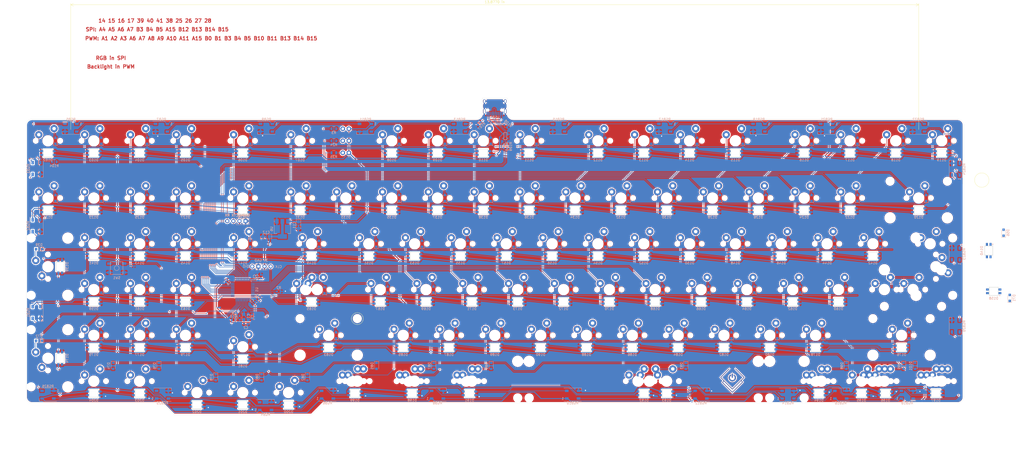
<source format=kicad_pcb>
(kicad_pcb (version 20171130) (host pcbnew "(5.1.5)-3")
  (layers (0 F.Cu signal) (31 B.Cu signal) (34 B.Paste user) (35 F.Paste user) (36 B.SilkS user) (37 F.SilkS user) (38 B.Mask user hide) (39 F.Mask user) (44 Edge.Cuts user))
  (net 0 "")
  (net 1 GND)
  (net 2 +5V)
  (net 3 D-)
  (net 4 D+)
  (net 5 Row0)
  (net 6 "Net-(D1-Pad2)")
  (net 7 Row1)
  (net 8 "Net-(D2-Pad2)")
  (net 9 Row2)
  (net 10 "Net-(D3-Pad2)")
  (net 11 Row4)
  (net 12 "Net-(D4-Pad2)")
  (net 13 "Net-(D5-Pad2)")
  (net 14 "Net-(D6-Pad2)")
  (net 15 "Net-(D7-Pad2)")
  (net 16 Row3)
  (net 17 "Net-(D8-Pad2)")
  (net 18 "Net-(D9-Pad2)")
  (net 19 Row5)
  (net 20 "Net-(D10-Pad2)")
  (net 21 "Net-(D11-Pad2)")
  (net 22 "Net-(D12-Pad2)")
  (net 23 "Net-(D13-Pad2)")
  (net 24 "Net-(D14-Pad2)")
  (net 25 "Net-(D15-Pad2)")
  (net 26 "Net-(D16-Pad2)")
  (net 27 "Net-(D17-Pad2)")
  (net 28 "Net-(D18-Pad2)")
  (net 29 "Net-(D19-Pad2)")
  (net 30 "Net-(D20-Pad2)")
  (net 31 "Net-(D21-Pad2)")
  (net 32 "Net-(D22-Pad2)")
  (net 33 "Net-(D23-Pad2)")
  (net 34 "Net-(D24-Pad2)")
  (net 35 "Net-(D25-Pad2)")
  (net 36 "Net-(D26-Pad2)")
  (net 37 "Net-(D27-Pad2)")
  (net 38 "Net-(D28-Pad2)")
  (net 39 "Net-(D29-Pad2)")
  (net 40 "Net-(D30-Pad2)")
  (net 41 "Net-(D31-Pad2)")
  (net 42 "Net-(D32-Pad2)")
  (net 43 "Net-(D33-Pad2)")
  (net 44 "Net-(D35-Pad2)")
  (net 45 "Net-(D36-Pad2)")
  (net 46 "Net-(D37-Pad2)")
  (net 47 "Net-(D38-Pad2)")
  (net 48 "Net-(D39-Pad2)")
  (net 49 "Net-(D40-Pad2)")
  (net 50 "Net-(D41-Pad2)")
  (net 51 "Net-(D42-Pad2)")
  (net 52 "Net-(D43-Pad2)")
  (net 53 "Net-(D44-Pad2)")
  (net 54 "Net-(D45-Pad2)")
  (net 55 "Net-(D46-Pad2)")
  (net 56 "Net-(D47-Pad2)")
  (net 57 "Net-(D48-Pad2)")
  (net 58 "Net-(D49-Pad2)")
  (net 59 "Net-(D50-Pad2)")
  (net 60 "Net-(D51-Pad2)")
  (net 61 "Net-(D52-Pad2)")
  (net 62 "Net-(D53-Pad2)")
  (net 63 "Net-(D54-Pad2)")
  (net 64 "Net-(D55-Pad2)")
  (net 65 "Net-(D56-Pad2)")
  (net 66 "Net-(D57-Pad2)")
  (net 67 "Net-(D58-Pad2)")
  (net 68 "Net-(D59-Pad2)")
  (net 69 "Net-(D60-Pad2)")
  (net 70 "Net-(D61-Pad2)")
  (net 71 "Net-(D62-Pad2)")
  (net 72 "Net-(D63-Pad2)")
  (net 73 "Net-(D64-Pad2)")
  (net 74 "Net-(D65-Pad2)")
  (net 75 "Net-(D66-Pad2)")
  (net 76 "Net-(D67-Pad2)")
  (net 77 "Net-(D68-Pad2)")
  (net 78 "Net-(D69-Pad2)")
  (net 79 "Net-(D70-Pad2)")
  (net 80 "Net-(D71-Pad2)")
  (net 81 "Net-(D72-Pad2)")
  (net 82 "Net-(D73-Pad2)")
  (net 83 "Net-(D74-Pad2)")
  (net 84 "Net-(D75-Pad2)")
  (net 85 "Net-(D76-Pad2)")
  (net 86 "Net-(D77-Pad2)")
  (net 87 "Net-(D78-Pad2)")
  (net 88 "Net-(D79-Pad2)")
  (net 89 "Net-(D80-Pad2)")
  (net 90 "Net-(D81-Pad2)")
  (net 91 "Net-(D82-Pad2)")
  (net 92 "Net-(D83-Pad2)")
  (net 93 "Net-(D84-Pad2)")
  (net 94 "Net-(D85-Pad2)")
  (net 95 "Net-(D86-Pad2)")
  (net 96 "Net-(D87-Pad2)")
  (net 97 "Net-(D88-Pad2)")
  (net 98 "Net-(D89-Pad2)")
  (net 99 "Net-(D90-Pad2)")
  (net 100 "Net-(D91-Pad2)")
  (net 101 "Net-(D92-Pad2)")
  (net 102 "Net-(D93-Pad2)")
  (net 103 "Net-(D94-Pad2)")
  (net 104 "Net-(D95-Pad2)")
  (net 105 "Net-(D96-Pad2)")
  (net 106 "Net-(D97-Pad2)")
  (net 107 "Net-(D98-Pad2)")
  (net 108 "Net-(D99-Pad2)")
  (net 109 "Net-(D100-Pad2)")
  (net 110 "Net-(D101-Pad2)")
  (net 111 LedRGB)
  (net 112 Col15)
  (net 113 Col6)
  (net 114 Col7)
  (net 115 Col8)
  (net 116 Col9)
  (net 117 Col10)
  (net 118 Col11)
  (net 119 Col12)
  (net 120 Col13)
  (net 121 Col14)
  (net 122 Col16)
  (net 123 Col17)
  (net 124 Col5)
  (net 125 Col18)
  (net 126 Col4)
  (net 127 Col0)
  (net 128 Col1)
  (net 129 Col2)
  (net 130 Col3)
  (net 131 "Net-(R107-Pad2)")
  (net 132 "Net-(C1-Pad1)")
  (net 133 "Net-(D34-Pad2)")
  (net 134 "Net-(R108-Pad2)")
  (net 135 "Net-(RGB1-Pad2)")
  (net 136 "Net-(RGB2-Pad2)")
  (net 137 "Net-(RGB3-Pad2)")
  (net 138 "Net-(RGB4-Pad4)")
  (net 139 "Net-(RGB5-Pad2)")
  (net 140 "Net-(RGB6-Pad4)")
  (net 141 "Net-(RGB7-Pad2)")
  (net 142 "Net-(RGB10-Pad2)")
  (net 143 "Net-(RGB11-Pad4)")
  (net 144 "Net-(RGB10-Pad4)")
  (net 145 "Net-(RGB11-Pad2)")
  (net 146 "Net-(RGB12-Pad4)")
  (net 147 "Net-(RGB13-Pad2)")
  (net 148 "Net-(RGB14-Pad4)")
  (net 149 "Net-(RGB15-Pad2)")
  (net 150 "Net-(RGB16-Pad4)")
  (net 151 "Net-(RGB17-Pad2)")
  (net 152 "Net-(RGB18-Pad4)")
  (net 153 "Net-(RGB19-Pad2)")
  (net 154 "Net-(RGB20-Pad4)")
  (net 155 "Net-(RGB21-Pad2)")
  (net 156 "Net-(RGB22-Pad2)")
  (net 157 "Net-(RGB23-Pad4)")
  (net 158 "Net-(C2-Pad1)")
  (net 159 "Net-(C3-Pad1)")
  (net 160 VCC)
  (net 161 "Net-(R2-Pad2)")
  (net 162 "Net-(R105-Pad1)")
  (net 163 SWDIO)
  (net 164 SWCLK)
  (net 165 /R-)
  (net 166 /R+)
  (net 167 "Net-(RGB25-Pad4)")
  (net 168 NumLed)
  (net 169 "Net-(R104-Pad2)")
  (net 170 "Net-(RGB25-Pad2)")
  (net 171 "Net-(U1-Pad20)")
  (net 172 "Net-(USB1-Pad3)")
  (net 173 "Net-(USB1-Pad9)")
  (net 174 "Net-(U1-Pad2)")
  (net 175 "Net-(D102-Pad2)")
  (net 176 "Net-(D103-Pad2)")
  (net 177 "Net-(D104-Pad2)")
  (net 178 "Net-(D105-Pad2)")
  (net 179 "Net-(D106-Pad2)")
  (net 180 "Net-(D107-Pad2)")
  (net 181 "Net-(D108-Pad2)")
  (net 182 "Net-(D109-Pad2)")
  (net 183 "Net-(D110-Pad2)")
  (net 184 "Net-(D111-Pad2)")
  (net 185 "Net-(D112-Pad2)")
  (net 186 "Net-(D113-Pad2)")
  (net 187 "Net-(D114-Pad2)")
  (net 188 "Net-(D115-Pad2)")
  (net 189 "Net-(D116-Pad2)")
  (net 190 "Net-(D117-Pad2)")
  (net 191 "Net-(D118-Pad2)")
  (net 192 out1)
  (net 193 "Net-(D120-Pad2)")
  (net 194 "Net-(D121-Pad4)")
  (net 195 "Net-(D122-Pad2)")
  (net 196 "Net-(D123-Pad4)")
  (net 197 "Net-(D124-Pad2)")
  (net 198 "Net-(D125-Pad4)")
  (net 199 "Net-(D126-Pad2)")
  (net 200 "Net-(D127-Pad4)")
  (net 201 "Net-(D128-Pad2)")
  (net 202 "Net-(D129-Pad4)")
  (net 203 "Net-(D130-Pad2)")
  (net 204 "Net-(D131-Pad4)")
  (net 205 "Net-(D132-Pad2)")
  (net 206 "Net-(D133-Pad4)")
  (net 207 "Net-(D134-Pad2)")
  (net 208 "Net-(D135-Pad4)")
  (net 209 "Net-(D136-Pad2)")
  (net 210 "Net-(D137-Pad4)")
  (net 211 out2)
  (net 212 "Net-(D139-Pad2)")
  (net 213 "Net-(D140-Pad4)")
  (net 214 out3)
  (net 215 "Net-(D141-Pad2)")
  (net 216 "Net-(D142-Pad4)")
  (net 217 "Net-(D143-Pad2)")
  (net 218 "Net-(D144-Pad4)")
  (net 219 "Net-(D145-Pad2)")
  (net 220 "Net-(D146-Pad4)")
  (net 221 "Net-(D147-Pad2)")
  (net 222 "Net-(D148-Pad4)")
  (net 223 "Net-(D149-Pad2)")
  (net 224 "Net-(D150-Pad4)")
  (net 225 "Net-(D151-Pad2)")
  (net 226 "Net-(D152-Pad4)")
  (net 227 "Net-(D153-Pad2)")
  (net 228 "Net-(D154-Pad4)")
  (net 229 "Net-(D155-Pad2)")
  (net 230 "Net-(D156-Pad4)")
  (net 231 "Net-(D158-Pad2)")
  (net 232 "Net-(D159-Pad4)")
  (net 233 "Net-(D160-Pad2)")
  (net 234 "Net-(D161-Pad4)")
  (net 235 "Net-(D162-Pad2)")
  (net 236 "Net-(D163-Pad4)")
  (net 237 "Net-(D164-Pad2)")
  (net 238 "Net-(D165-Pad4)")
  (net 239 "Net-(D166-Pad2)")
  (net 240 "Net-(D167-Pad4)")
  (net 241 "Net-(D168-Pad2)")
  (net 242 "Net-(D169-Pad4)")
  (net 243 "Net-(D170-Pad2)")
  (net 244 "Net-(D171-Pad4)")
  (net 245 "Net-(D172-Pad2)")
  (net 246 out4)
  (net 247 "Net-(D159-Pad2)")
  (net 248 "Net-(D175-Pad2)")
  (net 249 "Net-(D176-Pad4)")
  (net 250 out5)
  (net 251 "Net-(D177-Pad2)")
  (net 252 "Net-(D178-Pad4)")
  (net 253 "Net-(D179-Pad2)")
  (net 254 "Net-(D180-Pad4)")
  (net 255 "Net-(D181-Pad2)")
  (net 256 "Net-(D182-Pad4)")
  (net 257 "Net-(D183-Pad2)")
  (net 258 "Net-(D184-Pad4)")
  (net 259 "Net-(D185-Pad2)")
  (net 260 "Net-(D186-Pad4)")
  (net 261 "Net-(D187-Pad2)")
  (net 262 "Net-(D188-Pad4)")
  (net 263 "Net-(D189-Pad2)")
  (net 264 "Net-(D191-Pad2)")
  (net 265 "Net-(D191-Pad4)")
  (net 266 "Net-(D192-Pad4)")
  (net 267 "Net-(D193-Pad4)")
  (net 268 "Net-(D194-Pad4)")
  (net 269 "Net-(D195-Pad4)")
  (net 270 "Net-(D196-Pad4)")
  (net 271 "Net-(D198-Pad2)")
  (net 272 "Net-(D199-Pad2)")
  (net 273 "Net-(D200-Pad2)")
  (net 274 "Net-(D201-Pad2)")
  (net 275 "Net-(D202-Pad2)")
  (net 276 "Net-(D203-Pad2)")
  (net 277 ScrollLed)
  (net 278 CapsLed)
  (net 279 "Net-(Led1-Pad1)")
  (net 280 "Net-(Led2-Pad1)")
  (net 281 "Net-(Led3-Pad1)")
  (net 282 LedRGBStrip)
  (net 283 "Net-(RGB1-Pad4)")
  (module MX_Only_v3:MXOnly-LEDONLY-MID (layer F.Cu) (at 159.131 28.368)
    (fp_text reference Led3)
    (fp_text value LED)
    (fp_text user + (at 1.27 1.524) (layer B.SilkS))
    (pad 2 thru_hole circle (at 1.27 0) (size 1.905 1.905) (drill 1.04) (layers *.Cu *.Mask) (net 2 +5V))
    (pad 1 thru_hole circle (at -1.27 0) (size 1.905 1.905) (drill 1.04) (layers *.Cu *.Mask) (net 281 "Net-(Led3-Pad1)"))
  )
  (module MX_Only_v3:MXOnly-LEDONLY-MID (layer F.Cu) (at 159.131 23.368)
    (fp_text reference Led2)
    (fp_text value LED)
    (fp_text user + (at 1.27 1.524 180) (layer B.SilkS))
    (pad 2 thru_hole circle (at 1.27 0) (size 1.905 1.905) (drill 1.04) (layers *.Cu *.Mask) (net 2 +5V))
    (pad 1 thru_hole circle (at -1.27 0) (size 1.905 1.905) (drill 1.04) (layers *.Cu *.Mask) (net 280 "Net-(Led2-Pad1)"))
  )
  (module MX_Only_v3:MXOnly-LEDONLY-MID (layer F.Cu) (at 159.131 18.368)
    (fp_text reference Led1)
    (fp_text value LED)
    (fp_text user + (at 1.27 1.524) (layer B.SilkS))
    (pad 2 thru_hole circle (at 1.27 0 270) (size 1.905 1.905) (drill 1.04) (layers *.Cu *.Mask) (net 2 +5V))
    (pad 1 thru_hole circle (at -1.27 0) (size 1.905 1.905) (drill 1.04) (layers *.Cu *.Mask) (net 279 "Net-(Led1-Pad1)"))
  )
  (module random-keyboard-parts:R_0805 (layer B.Cu) (at 154.131 18.368)
    (fp_text reference R3 (at 0 1.65) (layer B.SilkS) (effects (justify mirror)))
    (fp_text value 300)
    (pad 1 smd rect (at -0.95 0) (size 0.7 1.3) (layers B.Cu B.Paste B.Mask) (net 278 CapsLed))
    (pad 2 smd rect (at 0.95 0) (size 0.7 1.3) (layers B.Cu B.Paste B.Mask) (net 279 "Net-(Led1-Pad1)"))
  )
  (module MX_Only_v2:MXOnly-1U-NoLED (layer F.Cu) (at 54.356 23.368)
    (fp_text reference MX_FN2)
    (fp_text value 1U)
    (pad "" np_thru_hole circle (at 5.08 0 48.0996) (size 1.75 1.75) (drill 1.75) (layers *.Cu *.Mask))
    (pad "" np_thru_hole circle (at -5.08 0 48.0996) (size 1.75 1.75) (drill 1.75) (layers *.Cu *.Mask))
    (pad 1 thru_hole circle (at -3.81 -2.54) (size 3 3) (drill 1.47) (layers *.Cu *.Mask) (net 128 Col1))
    (pad "" np_thru_hole circle (at 0 0) (size 3.9878 3.9878) (drill 3.9878) (layers *.Cu *.Mask))
    (pad 2 thru_hole circle (at 2.54 -5.08) (size 3 3) (drill 1.47) (layers *.Cu *.Mask) (net 8 "Net-(D2-Pad2)"))
  )
  (module Diode_SMD:D_SOD-323_HandSoldering (layer B.Cu) (at 38.403561 47.1805 90)
    (fp_text reference D20 (at 0 1.85 90) (layer B.SilkS) (effects (justify mirror)))
    (fp_text value D)
    (pad 1 smd rect (at -1.25 0 90) (size 1 1) (layers B.Cu B.Paste B.Mask) (net 7 Row1))
    (pad 2 smd rect (at 1.25 0 90) (size 1 1) (layers B.Cu B.Paste B.Mask) (net 30 "Net-(D20-Pad2)"))
  )
  (module MX_Only_v2:MXOnly-7U-ReversedStabilizers-NoLED (layer F.Cu) (at 292.48075 123.381)
    (fp_text reference MX_SpaceBar3)
    (fp_text value 7U)
    (pad "" np_thru_hole circle (at 57.15 -8.255) (size 3.9878 3.9878) (drill 3.9878) (layers *.Cu *.Mask))
    (pad "" np_thru_hole circle (at -57.15 -8.255) (size 3.9878 3.9878) (drill 3.9878) (layers *.Cu *.Mask))
    (pad "" np_thru_hole circle (at 57.15 6.985) (size 3.048 3.048) (drill 3.048) (layers *.Cu *.Mask))
    (pad "" np_thru_hole circle (at -57.15 6.985) (size 3.048 3.048) (drill 3.048) (layers *.Cu *.Mask))
    (pad "" np_thru_hole circle (at 5.08 0 48.0996) (size 1.75 1.75) (drill 1.75) (layers *.Cu *.Mask))
    (pad "" np_thru_hole circle (at -5.08 0 48.0996) (size 1.75 1.75) (drill 1.75) (layers *.Cu *.Mask))
    (pad 1 thru_hole circle (at -3.81 -2.54) (size 3 3) (drill 1.47) (layers *.Cu *.Mask) (net 118 Col11))
    (pad "" np_thru_hole circle (at 0 0) (size 3.9878 3.9878) (drill 3.9878) (layers *.Cu *.Mask))
    (pad 2 thru_hole circle (at 2.54 -5.08) (size 3 3) (drill 1.47) (layers *.Cu *.Mask) (net 102 "Net-(D93-Pad2)"))
  )
  (module random-keyboard-parts:RGB-6028 (layer B.Cu) (at 283.0745 123.381 180)
    (fp_text reference D192 (at 0 -8) (layer B.SilkS) (effects (justify mirror)))
    (fp_text value SK6812)
    (fp_line (start -1.9 -3.38) (end -1.9 -6.78) (layer Edge.Cuts) (width 0.15))
    (fp_line (start 1.9 -6.78) (end -1.9 -6.78) (layer Edge.Cuts) (width 0.15))
    (fp_line (start 1.9 -3.38) (end 1.9 -6.78) (layer Edge.Cuts) (width 0.15))
    (fp_line (start 1.9 -3.38) (end -1.9 -3.38) (layer Edge.Cuts) (width 0.15))
    (pad 2 smd rect (at 2.595 -5.83 180) (size 1.19 0.9) (layers B.Cu B.Paste B.Mask) (net 265 "Net-(D191-Pad4)"))
    (pad 4 smd rect (at -2.595 -4.33 180) (size 1.19 0.9) (layers B.Cu B.Paste B.Mask) (net 266 "Net-(D192-Pad4)"))
    (pad 3 smd rect (at -2.595 -5.83 180) (size 1.19 0.9) (layers B.Cu B.Paste B.Mask) (net 1 GND))
    (pad 1 smd rect (at 2.595 -4.33 180) (size 1.19 0.9) (layers B.Cu B.Paste B.Mask) (net 2 +5V))
  )
  (module random-keyboard-parts:RGB-6028 (layer B.Cu) (at 292.48075 123.381 180)
    (fp_text reference D193 (at 0 -8) (layer B.SilkS) (effects (justify mirror)))
    (fp_text value SK6812)
    (fp_line (start 1.9 -3.38) (end -1.9 -3.38) (layer Edge.Cuts) (width 0.15))
    (fp_line (start 1.9 -3.38) (end 1.9 -6.78) (layer Edge.Cuts) (width 0.15))
    (fp_line (start 1.9 -6.78) (end -1.9 -6.78) (layer Edge.Cuts) (width 0.15))
    (fp_line (start -1.9 -3.38) (end -1.9 -6.78) (layer Edge.Cuts) (width 0.15))
    (pad 1 smd rect (at 2.595 -4.33 180) (size 1.19 0.9) (layers B.Cu B.Paste B.Mask) (net 2 +5V))
    (pad 3 smd rect (at -2.595 -5.83 180) (size 1.19 0.9) (layers B.Cu B.Paste B.Mask) (net 1 GND))
    (pad 4 smd rect (at -2.595 -4.33 180) (size 1.19 0.9) (layers B.Cu B.Paste B.Mask) (net 267 "Net-(D193-Pad4)"))
    (pad 2 smd rect (at 2.595 -5.83 180) (size 1.19 0.9) (layers B.Cu B.Paste B.Mask) (net 266 "Net-(D192-Pad4)"))
  )
  (module MX_Only_v2:MXOnly-6.25U-ReversedStabilizers-NoLED (layer F.Cu) (at 285.337 123.381)
    (fp_text reference MX_SpaceBar1)
    (fp_text value "6,25U FLIPPED")
    (pad "" np_thru_hole circle (at 49.9999 -8.255) (size 3.9878 3.9878) (drill 3.9878) (layers *.Cu *.Mask))
    (pad "" np_thru_hole circle (at -49.9999 -8.255) (size 3.9878 3.9878) (drill 3.9878) (layers *.Cu *.Mask))
    (pad "" np_thru_hole circle (at 49.9999 6.985) (size 3.048 3.048) (drill 3.048) (layers *.Cu *.Mask))
    (pad "" np_thru_hole circle (at -49.9999 6.985) (size 3.048 3.048) (drill 3.048) (layers *.Cu *.Mask))
    (pad "" np_thru_hole circle (at 5.08 0 48.0996) (size 1.75 1.75) (drill 1.75) (layers *.Cu *.Mask))
    (pad "" np_thru_hole circle (at -5.08 0 48.0996) (size 1.75 1.75) (drill 1.75) (layers *.Cu *.Mask))
    (pad 1 thru_hole circle (at -3.81 -2.54) (size 3 3) (drill 1.47) (layers *.Cu *.Mask) (net 118 Col11))
    (pad "" np_thru_hole circle (at 0 0) (size 3.9878 3.9878) (drill 3.9878) (layers *.Cu *.Mask))
    (pad 2 thru_hole circle (at 2.54 -5.08) (size 3 3) (drill 1.47) (layers *.Cu *.Mask) (net 102 "Net-(D93-Pad2)"))
  )
  (module MX_Only_v2:MXOnly-6.25U-ReversedStabilizers-NoLED (layer F.Cu) (at 280.5745 123.381)
    (fp_text reference MX_SpaceBar2)
    (fp_text value "6,25U FLIPPED")
    (pad "" np_thru_hole circle (at 49.9999 -8.255) (size 3.9878 3.9878) (drill 3.9878) (layers *.Cu *.Mask))
    (pad "" np_thru_hole circle (at -49.9999 -8.255) (size 3.9878 3.9878) (drill 3.9878) (layers *.Cu *.Mask))
    (pad "" np_thru_hole circle (at 49.9999 6.985) (size 3.048 3.048) (drill 3.048) (layers *.Cu *.Mask))
    (pad "" np_thru_hole circle (at -49.9999 6.985) (size 3.048 3.048) (drill 3.048) (layers *.Cu *.Mask))
    (pad "" np_thru_hole circle (at 5.08 0 48.0996) (size 1.75 1.75) (drill 1.75) (layers *.Cu *.Mask))
    (pad "" np_thru_hole circle (at -5.08 0 48.0996) (size 1.75 1.75) (drill 1.75) (layers *.Cu *.Mask))
    (pad 1 thru_hole circle (at -3.81 -2.54) (size 3 3) (drill 1.47) (layers *.Cu *.Mask) (net 118 Col11))
    (pad "" np_thru_hole circle (at 0 0) (size 3.9878 3.9878) (drill 3.9878) (layers *.Cu *.Mask))
    (pad 2 thru_hole circle (at 2.54 -5.08) (size 3 3) (drill 1.47) (layers *.Cu *.Mask) (net 102 "Net-(D93-Pad2)"))
  )
  (module random-keyboard-parts:RGB-6028 (layer B.Cu) (at 54.356 123.381 180)
    (fp_text reference D204 (at 0 -8) (layer B.SilkS) (effects (justify mirror)))
    (fp_text value SK6812)
    (fp_line (start -1.9 -3.38) (end -1.9 -6.78) (layer Edge.Cuts) (width 0.15))
    (fp_line (start 1.9 -6.78) (end -1.9 -6.78) (layer Edge.Cuts) (width 0.15))
    (fp_line (start 1.9 -3.38) (end 1.9 -6.78) (layer Edge.Cuts) (width 0.15))
    (fp_line (start 1.9 -3.38) (end -1.9 -3.38) (layer Edge.Cuts) (width 0.15))
    (pad 2 smd rect (at 2.595 -5.83 180) (size 1.19 0.9) (layers B.Cu B.Paste B.Mask) (net 282 LedRGBStrip))
    (pad 4 smd rect (at -2.595 -4.33 180) (size 1.19 0.9) (layers B.Cu B.Paste B.Mask) (net 276 "Net-(D203-Pad2)"))
    (pad 3 smd rect (at -2.595 -5.83 180) (size 1.19 0.9) (layers B.Cu B.Paste B.Mask) (net 1 GND))
    (pad 1 smd rect (at 2.595 -4.33 180) (size 1.19 0.9) (layers B.Cu B.Paste B.Mask) (net 2 +5V))
  )
  (module random-keyboard-parts:RGB-6028 (layer B.Cu) (at 73.406 123.381 180)
    (fp_text reference D203 (at 0 -8) (layer B.SilkS) (effects (justify mirror)))
    (fp_text value SK6812)
    (fp_line (start -1.9 -3.38) (end -1.9 -6.78) (layer Edge.Cuts) (width 0.15))
    (fp_line (start 1.9 -6.78) (end -1.9 -6.78) (layer Edge.Cuts) (width 0.15))
    (fp_line (start 1.9 -3.38) (end 1.9 -6.78) (layer Edge.Cuts) (width 0.15))
    (fp_line (start 1.9 -3.38) (end -1.9 -3.38) (layer Edge.Cuts) (width 0.15))
    (pad 2 smd rect (at 2.595 -5.83 180) (size 1.19 0.9) (layers B.Cu B.Paste B.Mask) (net 276 "Net-(D203-Pad2)"))
    (pad 4 smd rect (at -2.595 -4.33 180) (size 1.19 0.9) (layers B.Cu B.Paste B.Mask) (net 275 "Net-(D202-Pad2)"))
    (pad 3 smd rect (at -2.595 -5.83 180) (size 1.19 0.9) (layers B.Cu B.Paste B.Mask) (net 1 GND))
    (pad 1 smd rect (at 2.595 -4.33 180) (size 1.19 0.9) (layers B.Cu B.Paste B.Mask) (net 2 +5V))
  )
  (module random-keyboard-parts:RGB-6028 (layer B.Cu) (at 97.219 128.144 180)
    (fp_text reference D202 (at 0 -8) (layer B.SilkS) (effects (justify mirror)))
    (fp_text value SK6812)
    (fp_line (start -1.9 -3.38) (end -1.9 -6.78) (layer Edge.Cuts) (width 0.15))
    (fp_line (start 1.9 -6.78) (end -1.9 -6.78) (layer Edge.Cuts) (width 0.15))
    (fp_line (start 1.9 -3.38) (end 1.9 -6.78) (layer Edge.Cuts) (width 0.15))
    (fp_line (start 1.9 -3.38) (end -1.9 -3.38) (layer Edge.Cuts) (width 0.15))
    (pad 2 smd rect (at 2.595 -5.83 180) (size 1.19 0.9) (layers B.Cu B.Paste B.Mask) (net 275 "Net-(D202-Pad2)"))
    (pad 4 smd rect (at -2.595 -4.33 180) (size 1.19 0.9) (layers B.Cu B.Paste B.Mask) (net 274 "Net-(D201-Pad2)"))
    (pad 3 smd rect (at -2.595 -5.83 180) (size 1.19 0.9) (layers B.Cu B.Paste B.Mask) (net 1 GND))
    (pad 1 smd rect (at 2.595 -4.33 180) (size 1.19 0.9) (layers B.Cu B.Paste B.Mask) (net 2 +5V))
  )
  (module random-keyboard-parts:RGB-6028 (layer B.Cu) (at 116.269 128.144 180)
    (fp_text reference D201 (at 0 -8) (layer B.SilkS) (effects (justify mirror)))
    (fp_text value SK6812)
    (fp_line (start -1.9 -3.38) (end -1.9 -6.78) (layer Edge.Cuts) (width 0.15))
    (fp_line (start 1.9 -6.78) (end -1.9 -6.78) (layer Edge.Cuts) (width 0.15))
    (fp_line (start 1.9 -3.38) (end 1.9 -6.78) (layer Edge.Cuts) (width 0.15))
    (fp_line (start 1.9 -3.38) (end -1.9 -3.38) (layer Edge.Cuts) (width 0.15))
    (pad 2 smd rect (at 2.595 -5.83 180) (size 1.19 0.9) (layers B.Cu B.Paste B.Mask) (net 274 "Net-(D201-Pad2)"))
    (pad 4 smd rect (at -2.595 -4.33 180) (size 1.19 0.9) (layers B.Cu B.Paste B.Mask) (net 273 "Net-(D200-Pad2)"))
    (pad 3 smd rect (at -2.595 -5.83 180) (size 1.19 0.9) (layers B.Cu B.Paste B.Mask) (net 1 GND))
    (pad 1 smd rect (at 2.595 -4.33 180) (size 1.19 0.9) (layers B.Cu B.Paste B.Mask) (net 2 +5V))
  )
  (module random-keyboard-parts:RGB-6028 (layer B.Cu) (at 135.319 128.144 180)
    (fp_text reference D200 (at 0 -8) (layer B.SilkS) (effects (justify mirror)))
    (fp_text value SK6812)
    (fp_line (start -1.9 -3.38) (end -1.9 -6.78) (layer Edge.Cuts) (width 0.15))
    (fp_line (start 1.9 -6.78) (end -1.9 -6.78) (layer Edge.Cuts) (width 0.15))
    (fp_line (start 1.9 -3.38) (end 1.9 -6.78) (layer Edge.Cuts) (width 0.15))
    (fp_line (start 1.9 -3.38) (end -1.9 -3.38) (layer Edge.Cuts) (width 0.15))
    (pad 2 smd rect (at 2.595 -5.83 180) (size 1.19 0.9) (layers B.Cu B.Paste B.Mask) (net 273 "Net-(D200-Pad2)"))
    (pad 4 smd rect (at -2.595 -4.33 180) (size 1.19 0.9) (layers B.Cu B.Paste B.Mask) (net 272 "Net-(D199-Pad2)"))
    (pad 3 smd rect (at -2.595 -5.83 180) (size 1.19 0.9) (layers B.Cu B.Paste B.Mask) (net 1 GND))
    (pad 1 smd rect (at 2.595 -4.33 180) (size 1.19 0.9) (layers B.Cu B.Paste B.Mask) (net 2 +5V))
  )
  (module random-keyboard-parts:RGB-6028 (layer B.Cu) (at 162.89325 123.381 180)
    (fp_text reference D199 (at 0 -8) (layer B.SilkS) (effects (justify mirror)))
    (fp_text value SK6812)
    (fp_line (start -1.9 -3.38) (end -1.9 -6.78) (layer Edge.Cuts) (width 0.15))
    (fp_line (start 1.9 -6.78) (end -1.9 -6.78) (layer Edge.Cuts) (width 0.15))
    (fp_line (start 1.9 -3.38) (end 1.9 -6.78) (layer Edge.Cuts) (width 0.15))
    (fp_line (start 1.9 -3.38) (end -1.9 -3.38) (layer Edge.Cuts) (width 0.15))
    (pad 2 smd rect (at 2.595 -5.83 180) (size 1.19 0.9) (layers B.Cu B.Paste B.Mask) (net 272 "Net-(D199-Pad2)"))
    (pad 4 smd rect (at -2.595 -4.33 180) (size 1.19 0.9) (layers B.Cu B.Paste B.Mask) (net 271 "Net-(D198-Pad2)"))
    (pad 3 smd rect (at -2.595 -5.83 180) (size 1.19 0.9) (layers B.Cu B.Paste B.Mask) (net 1 GND))
    (pad 1 smd rect (at 2.595 -4.33 180) (size 1.19 0.9) (layers B.Cu B.Paste B.Mask) (net 2 +5V))
  )
  (module random-keyboard-parts:RGB-6028 (layer B.Cu) (at 186.70575 123.381 180)
    (fp_text reference D198 (at 0 -8) (layer B.SilkS) (effects (justify mirror)))
    (fp_text value SK6812)
    (fp_line (start -1.9 -3.38) (end -1.9 -6.78) (layer Edge.Cuts) (width 0.15))
    (fp_line (start 1.9 -6.78) (end -1.9 -6.78) (layer Edge.Cuts) (width 0.15))
    (fp_line (start 1.9 -3.38) (end 1.9 -6.78) (layer Edge.Cuts) (width 0.15))
    (fp_line (start 1.9 -3.38) (end -1.9 -3.38) (layer Edge.Cuts) (width 0.15))
    (pad 2 smd rect (at 2.595 -5.83 180) (size 1.19 0.9) (layers B.Cu B.Paste B.Mask) (net 271 "Net-(D198-Pad2)"))
    (pad 4 smd rect (at -2.595 -4.33 180) (size 1.19 0.9) (layers B.Cu B.Paste B.Mask) (net 264 "Net-(D191-Pad2)"))
    (pad 3 smd rect (at -2.595 -5.83 180) (size 1.19 0.9) (layers B.Cu B.Paste B.Mask) (net 1 GND))
    (pad 1 smd rect (at 2.595 -4.33 180) (size 1.19 0.9) (layers B.Cu B.Paste B.Mask) (net 2 +5V))
  )
  (module random-keyboard-parts:RGB-6028 (layer B.Cu) (at 404.3995 123.381 180)
    (fp_text reference D197 (at 0 -8) (layer B.SilkS) (effects (justify mirror)))
    (fp_text value SK6812)
    (fp_line (start -1.9 -3.38) (end -1.9 -6.78) (layer Edge.Cuts) (width 0.15))
    (fp_line (start 1.9 -6.78) (end -1.9 -6.78) (layer Edge.Cuts) (width 0.15))
    (fp_line (start 1.9 -3.38) (end 1.9 -6.78) (layer Edge.Cuts) (width 0.15))
    (fp_line (start 1.9 -3.38) (end -1.9 -3.38) (layer Edge.Cuts) (width 0.15))
    (pad 2 smd rect (at 2.595 -5.83 180) (size 1.19 0.9) (layers B.Cu B.Paste B.Mask) (net 270 "Net-(D196-Pad4)"))
    (pad 4 smd rect (at -2.595 -4.33 180) (size 1.19 0.9) (layers B.Cu B.Paste B.Mask) (net 250 out5))
    (pad 3 smd rect (at -2.595 -5.83 180) (size 1.19 0.9) (layers B.Cu B.Paste B.Mask) (net 1 GND))
    (pad 1 smd rect (at 2.595 -4.33 180) (size 1.19 0.9) (layers B.Cu B.Paste B.Mask) (net 2 +5V))
  )
  (module random-keyboard-parts:RGB-6028 (layer B.Cu) (at 383.44325 123.381 180)
    (fp_text reference D196 (at 0 -8) (layer B.SilkS) (effects (justify mirror)))
    (fp_text value SK6812)
    (fp_line (start -1.9 -3.38) (end -1.9 -6.78) (layer Edge.Cuts) (width 0.15))
    (fp_line (start 1.9 -6.78) (end -1.9 -6.78) (layer Edge.Cuts) (width 0.15))
    (fp_line (start 1.9 -3.38) (end 1.9 -6.78) (layer Edge.Cuts) (width 0.15))
    (fp_line (start 1.9 -3.38) (end -1.9 -3.38) (layer Edge.Cuts) (width 0.15))
    (pad 2 smd rect (at 2.595 -5.83 180) (size 1.19 0.9) (layers B.Cu B.Paste B.Mask) (net 269 "Net-(D195-Pad4)"))
    (pad 4 smd rect (at -2.595 -4.33 180) (size 1.19 0.9) (layers B.Cu B.Paste B.Mask) (net 270 "Net-(D196-Pad4)"))
    (pad 3 smd rect (at -2.595 -5.83 180) (size 1.19 0.9) (layers B.Cu B.Paste B.Mask) (net 1 GND))
    (pad 1 smd rect (at 2.595 -4.33 180) (size 1.19 0.9) (layers B.Cu B.Paste B.Mask) (net 2 +5V))
  )
  (module random-keyboard-parts:RGB-6028 (layer B.Cu) (at 373.44325 123.381 180)
    (fp_text reference D195 (at 0 -8) (layer B.SilkS) (effects (justify mirror)))
    (fp_text value SK6812)
    (fp_line (start -1.9 -3.38) (end -1.9 -6.78) (layer Edge.Cuts) (width 0.15))
    (fp_line (start 1.9 -6.78) (end -1.9 -6.78) (layer Edge.Cuts) (width 0.15))
    (fp_line (start 1.9 -3.38) (end 1.9 -6.78) (layer Edge.Cuts) (width 0.15))
    (fp_line (start 1.9 -3.38) (end -1.9 -3.38) (layer Edge.Cuts) (width 0.15))
    (pad 2 smd rect (at 2.595 -5.83 180) (size 1.19 0.9) (layers B.Cu B.Paste B.Mask) (net 268 "Net-(D194-Pad4)"))
    (pad 4 smd rect (at -2.595 -4.33 180) (size 1.19 0.9) (layers B.Cu B.Paste B.Mask) (net 269 "Net-(D195-Pad4)"))
    (pad 3 smd rect (at -2.595 -5.83 180) (size 1.19 0.9) (layers B.Cu B.Paste B.Mask) (net 1 GND))
    (pad 1 smd rect (at 2.595 -4.33 180) (size 1.19 0.9) (layers B.Cu B.Paste B.Mask) (net 2 +5V))
  )
  (module random-keyboard-parts:RGB-6028 (layer B.Cu) (at 355.7745 123.381 180)
    (fp_text reference D194 (at 0 -8) (layer B.SilkS) (effects (justify mirror)))
    (fp_text value SK6812)
    (fp_line (start -1.9 -3.38) (end -1.9 -6.78) (layer Edge.Cuts) (width 0.15))
    (fp_line (start 1.9 -6.78) (end -1.9 -6.78) (layer Edge.Cuts) (width 0.15))
    (fp_line (start 1.9 -3.38) (end 1.9 -6.78) (layer Edge.Cuts) (width 0.15))
    (fp_line (start 1.9 -3.38) (end -1.9 -3.38) (layer Edge.Cuts) (width 0.15))
    (pad 2 smd rect (at 2.595 -5.83 180) (size 1.19 0.9) (layers B.Cu B.Paste B.Mask) (net 267 "Net-(D193-Pad4)"))
    (pad 4 smd rect (at -2.595 -4.33 180) (size 1.19 0.9) (layers B.Cu B.Paste B.Mask) (net 268 "Net-(D194-Pad4)"))
    (pad 3 smd rect (at -2.595 -5.83 180) (size 1.19 0.9) (layers B.Cu B.Paste B.Mask) (net 1 GND))
    (pad 1 smd rect (at 2.595 -4.33 180) (size 1.19 0.9) (layers B.Cu B.Paste B.Mask) (net 2 +5V))
  )
  (module random-keyboard-parts:RGB-6028 (layer B.Cu) (at 210.51825 123.381 180)
    (fp_text reference D191 (at 0 -8) (layer B.SilkS) (effects (justify mirror)))
    (fp_text value SK6812)
    (fp_line (start -1.9 -3.38) (end -1.9 -6.78) (layer Edge.Cuts) (width 0.15))
    (fp_line (start 1.9 -6.78) (end -1.9 -6.78) (layer Edge.Cuts) (width 0.15))
    (fp_line (start 1.9 -3.38) (end 1.9 -6.78) (layer Edge.Cuts) (width 0.15))
    (fp_line (start 1.9 -3.38) (end -1.9 -3.38) (layer Edge.Cuts) (width 0.15))
    (pad 2 smd rect (at 2.595 -5.83 180) (size 1.19 0.9) (layers B.Cu B.Paste B.Mask) (net 264 "Net-(D191-Pad2)"))
    (pad 4 smd rect (at -2.595 -4.33 180) (size 1.19 0.9) (layers B.Cu B.Paste B.Mask) (net 265 "Net-(D191-Pad4)"))
    (pad 3 smd rect (at -2.595 -5.83 180) (size 1.19 0.9) (layers B.Cu B.Paste B.Mask) (net 1 GND))
    (pad 1 smd rect (at 2.595 -4.33 180) (size 1.19 0.9) (layers B.Cu B.Paste B.Mask) (net 2 +5V))
  )
  (module random-keyboard-parts:RGB-6028_FLIPPED (layer B.Cu) (at 240.0935 104.331 180)
    (fp_text reference D190 (at 0 -8) (layer B.SilkS) (effects (justify mirror)))
    (fp_text value SK6812)
    (fp_line (start -1.9 -3.38) (end -1.9 -6.78) (layer Edge.Cuts) (width 0.15))
    (fp_line (start 1.9 -6.78) (end -1.9 -6.78) (layer Edge.Cuts) (width 0.15))
    (fp_line (start 1.9 -3.38) (end 1.9 -6.78) (layer Edge.Cuts) (width 0.15))
    (fp_line (start 1.9 -3.38) (end -1.9 -3.38) (layer Edge.Cuts) (width 0.15))
    (pad 4 smd rect (at 2.595 -5.83 180) (size 1.19 0.9) (layers B.Cu B.Paste B.Mask) (net 263 "Net-(D189-Pad2)"))
    (pad 2 smd rect (at -2.595 -4.33 180) (size 1.19 0.9) (layers B.Cu B.Paste B.Mask) (net 262 "Net-(D188-Pad4)"))
    (pad 1 smd rect (at -2.595 -5.83 180) (size 1.19 0.9) (layers B.Cu B.Paste B.Mask) (net 2 +5V))
    (pad 3 smd rect (at 2.595 -4.33 180) (size 1.19 0.9) (layers B.Cu B.Paste B.Mask) (net 1 GND))
  )
  (module random-keyboard-parts:RGB-6028_FLIPPED (layer B.Cu) (at 221.0435 104.331 180)
    (fp_text reference D189 (at 0 -8) (layer B.SilkS) (effects (justify mirror)))
    (fp_text value SK6812)
    (fp_line (start -1.9 -3.38) (end -1.9 -6.78) (layer Edge.Cuts) (width 0.15))
    (fp_line (start 1.9 -6.78) (end -1.9 -6.78) (layer Edge.Cuts) (width 0.15))
    (fp_line (start 1.9 -3.38) (end 1.9 -6.78) (layer Edge.Cuts) (width 0.15))
    (fp_line (start 1.9 -3.38) (end -1.9 -3.38) (layer Edge.Cuts) (width 0.15))
    (pad 4 smd rect (at 2.595 -5.83 180) (size 1.19 0.9) (layers B.Cu B.Paste B.Mask) (net 261 "Net-(D187-Pad2)"))
    (pad 2 smd rect (at -2.595 -4.33 180) (size 1.19 0.9) (layers B.Cu B.Paste B.Mask) (net 263 "Net-(D189-Pad2)"))
    (pad 1 smd rect (at -2.595 -5.83 180) (size 1.19 0.9) (layers B.Cu B.Paste B.Mask) (net 2 +5V))
    (pad 3 smd rect (at 2.595 -4.33 180) (size 1.19 0.9) (layers B.Cu B.Paste B.Mask) (net 1 GND))
  )
  (module random-keyboard-parts:RGB-6028_FLIPPED (layer B.Cu) (at 259.1435 104.331 180)
    (fp_text reference D188 (at 0 -8) (layer B.SilkS) (effects (justify mirror)))
    (fp_text value SK6812)
    (fp_line (start -1.9 -3.38) (end -1.9 -6.78) (layer Edge.Cuts) (width 0.15))
    (fp_line (start 1.9 -6.78) (end -1.9 -6.78) (layer Edge.Cuts) (width 0.15))
    (fp_line (start 1.9 -3.38) (end 1.9 -6.78) (layer Edge.Cuts) (width 0.15))
    (fp_line (start 1.9 -3.38) (end -1.9 -3.38) (layer Edge.Cuts) (width 0.15))
    (pad 4 smd rect (at 2.595 -5.83 180) (size 1.19 0.9) (layers B.Cu B.Paste B.Mask) (net 262 "Net-(D188-Pad4)"))
    (pad 2 smd rect (at -2.595 -4.33 180) (size 1.19 0.9) (layers B.Cu B.Paste B.Mask) (net 260 "Net-(D186-Pad4)"))
    (pad 1 smd rect (at -2.595 -5.83 180) (size 1.19 0.9) (layers B.Cu B.Paste B.Mask) (net 2 +5V))
    (pad 3 smd rect (at 2.595 -4.33 180) (size 1.19 0.9) (layers B.Cu B.Paste B.Mask) (net 1 GND))
  )
  (module random-keyboard-parts:RGB-6028_FLIPPED (layer B.Cu) (at 201.9935 104.331 180)
    (fp_text reference D187 (at 0 -8) (layer B.SilkS) (effects (justify mirror)))
    (fp_text value SK6812)
    (fp_line (start -1.9 -3.38) (end -1.9 -6.78) (layer Edge.Cuts) (width 0.15))
    (fp_line (start 1.9 -6.78) (end -1.9 -6.78) (layer Edge.Cuts) (width 0.15))
    (fp_line (start 1.9 -3.38) (end 1.9 -6.78) (layer Edge.Cuts) (width 0.15))
    (fp_line (start 1.9 -3.38) (end -1.9 -3.38) (layer Edge.Cuts) (width 0.15))
    (pad 4 smd rect (at 2.595 -5.83 180) (size 1.19 0.9) (layers B.Cu B.Paste B.Mask) (net 259 "Net-(D185-Pad2)"))
    (pad 2 smd rect (at -2.595 -4.33 180) (size 1.19 0.9) (layers B.Cu B.Paste B.Mask) (net 261 "Net-(D187-Pad2)"))
    (pad 1 smd rect (at -2.595 -5.83 180) (size 1.19 0.9) (layers B.Cu B.Paste B.Mask) (net 2 +5V))
    (pad 3 smd rect (at 2.595 -4.33 180) (size 1.19 0.9) (layers B.Cu B.Paste B.Mask) (net 1 GND))
  )
  (module random-keyboard-parts:RGB-6028_FLIPPED (layer B.Cu) (at 278.1935 104.331 180)
    (fp_text reference D186 (at 0 -8) (layer B.SilkS) (effects (justify mirror)))
    (fp_text value SK6812)
    (fp_line (start -1.9 -3.38) (end -1.9 -6.78) (layer Edge.Cuts) (width 0.15))
    (fp_line (start 1.9 -6.78) (end -1.9 -6.78) (layer Edge.Cuts) (width 0.15))
    (fp_line (start 1.9 -3.38) (end 1.9 -6.78) (layer Edge.Cuts) (width 0.15))
    (fp_line (start 1.9 -3.38) (end -1.9 -3.38) (layer Edge.Cuts) (width 0.15))
    (pad 4 smd rect (at 2.595 -5.83 180) (size 1.19 0.9) (layers B.Cu B.Paste B.Mask) (net 260 "Net-(D186-Pad4)"))
    (pad 2 smd rect (at -2.595 -4.33 180) (size 1.19 0.9) (layers B.Cu B.Paste B.Mask) (net 258 "Net-(D184-Pad4)"))
    (pad 1 smd rect (at -2.595 -5.83 180) (size 1.19 0.9) (layers B.Cu B.Paste B.Mask) (net 2 +5V))
    (pad 3 smd rect (at 2.595 -4.33 180) (size 1.19 0.9) (layers B.Cu B.Paste B.Mask) (net 1 GND))
  )
  (module random-keyboard-parts:RGB-6028_FLIPPED (layer B.Cu) (at 182.9435 104.331 180)
    (fp_text reference D185 (at 0 -8) (layer B.SilkS) (effects (justify mirror)))
    (fp_text value SK6812)
    (fp_line (start -1.9 -3.38) (end -1.9 -6.78) (layer Edge.Cuts) (width 0.15))
    (fp_line (start 1.9 -6.78) (end -1.9 -6.78) (layer Edge.Cuts) (width 0.15))
    (fp_line (start 1.9 -3.38) (end 1.9 -6.78) (layer Edge.Cuts) (width 0.15))
    (fp_line (start 1.9 -3.38) (end -1.9 -3.38) (layer Edge.Cuts) (width 0.15))
    (pad 4 smd rect (at 2.595 -5.83 180) (size 1.19 0.9) (layers B.Cu B.Paste B.Mask) (net 257 "Net-(D183-Pad2)"))
    (pad 2 smd rect (at -2.595 -4.33 180) (size 1.19 0.9) (layers B.Cu B.Paste B.Mask) (net 259 "Net-(D185-Pad2)"))
    (pad 1 smd rect (at -2.595 -5.83 180) (size 1.19 0.9) (layers B.Cu B.Paste B.Mask) (net 2 +5V))
    (pad 3 smd rect (at 2.595 -4.33 180) (size 1.19 0.9) (layers B.Cu B.Paste B.Mask) (net 1 GND))
  )
  (module random-keyboard-parts:RGB-6028_FLIPPED (layer B.Cu) (at 297.2435 104.331 180)
    (fp_text reference D184 (at 0 -8) (layer B.SilkS) (effects (justify mirror)))
    (fp_text value SK6812)
    (fp_line (start -1.9 -3.38) (end -1.9 -6.78) (layer Edge.Cuts) (width 0.15))
    (fp_line (start 1.9 -6.78) (end -1.9 -6.78) (layer Edge.Cuts) (width 0.15))
    (fp_line (start 1.9 -3.38) (end 1.9 -6.78) (layer Edge.Cuts) (width 0.15))
    (fp_line (start 1.9 -3.38) (end -1.9 -3.38) (layer Edge.Cuts) (width 0.15))
    (pad 4 smd rect (at 2.595 -5.83 180) (size 1.19 0.9) (layers B.Cu B.Paste B.Mask) (net 258 "Net-(D184-Pad4)"))
    (pad 2 smd rect (at -2.595 -4.33 180) (size 1.19 0.9) (layers B.Cu B.Paste B.Mask) (net 256 "Net-(D182-Pad4)"))
    (pad 1 smd rect (at -2.595 -5.83 180) (size 1.19 0.9) (layers B.Cu B.Paste B.Mask) (net 2 +5V))
    (pad 3 smd rect (at 2.595 -4.33 180) (size 1.19 0.9) (layers B.Cu B.Paste B.Mask) (net 1 GND))
  )
  (module random-keyboard-parts:RGB-6028_FLIPPED (layer B.Cu) (at 151.98725 104.331 180)
    (fp_text reference D183 (at 0 -8) (layer B.SilkS) (effects (justify mirror)))
    (fp_text value SK6812)
    (fp_line (start -1.9 -3.38) (end -1.9 -6.78) (layer Edge.Cuts) (width 0.15))
    (fp_line (start 1.9 -6.78) (end -1.9 -6.78) (layer Edge.Cuts) (width 0.15))
    (fp_line (start 1.9 -3.38) (end 1.9 -6.78) (layer Edge.Cuts) (width 0.15))
    (fp_line (start 1.9 -3.38) (end -1.9 -3.38) (layer Edge.Cuts) (width 0.15))
    (pad 4 smd rect (at 2.595 -5.83 180) (size 1.19 0.9) (layers B.Cu B.Paste B.Mask) (net 255 "Net-(D181-Pad2)"))
    (pad 2 smd rect (at -2.595 -4.33 180) (size 1.19 0.9) (layers B.Cu B.Paste B.Mask) (net 257 "Net-(D183-Pad2)"))
    (pad 1 smd rect (at -2.595 -5.83 180) (size 1.19 0.9) (layers B.Cu B.Paste B.Mask) (net 2 +5V))
    (pad 3 smd rect (at 2.595 -4.33 180) (size 1.19 0.9) (layers B.Cu B.Paste B.Mask) (net 1 GND))
  )
  (module random-keyboard-parts:RGB-6028_FLIPPED (layer B.Cu) (at 316.2935 104.331 180)
    (fp_text reference D182 (at 0 -8) (layer B.SilkS) (effects (justify mirror)))
    (fp_text value SK6812)
    (fp_line (start -1.9 -3.38) (end -1.9 -6.78) (layer Edge.Cuts) (width 0.15))
    (fp_line (start 1.9 -6.78) (end -1.9 -6.78) (layer Edge.Cuts) (width 0.15))
    (fp_line (start 1.9 -3.38) (end 1.9 -6.78) (layer Edge.Cuts) (width 0.15))
    (fp_line (start 1.9 -3.38) (end -1.9 -3.38) (layer Edge.Cuts) (width 0.15))
    (pad 4 smd rect (at 2.595 -5.83 180) (size 1.19 0.9) (layers B.Cu B.Paste B.Mask) (net 256 "Net-(D182-Pad4)"))
    (pad 2 smd rect (at -2.595 -4.33 180) (size 1.19 0.9) (layers B.Cu B.Paste B.Mask) (net 254 "Net-(D180-Pad4)"))
    (pad 1 smd rect (at -2.595 -5.83 180) (size 1.19 0.9) (layers B.Cu B.Paste B.Mask) (net 2 +5V))
    (pad 3 smd rect (at 2.595 -4.33 180) (size 1.19 0.9) (layers B.Cu B.Paste B.Mask) (net 1 GND))
  )
  (module random-keyboard-parts:RGB-6028_FLIPPED (layer B.Cu) (at 116.269 109.094 180)
    (fp_text reference D181 (at 0 -8) (layer B.SilkS) (effects (justify mirror)))
    (fp_text value SK6812)
    (fp_line (start -1.9 -3.38) (end -1.9 -6.78) (layer Edge.Cuts) (width 0.15))
    (fp_line (start 1.9 -6.78) (end -1.9 -6.78) (layer Edge.Cuts) (width 0.15))
    (fp_line (start 1.9 -3.38) (end 1.9 -6.78) (layer Edge.Cuts) (width 0.15))
    (fp_line (start 1.9 -3.38) (end -1.9 -3.38) (layer Edge.Cuts) (width 0.15))
    (pad 4 smd rect (at 2.595 -5.83 180) (size 1.19 0.9) (layers B.Cu B.Paste B.Mask) (net 253 "Net-(D179-Pad2)"))
    (pad 2 smd rect (at -2.595 -4.33 180) (size 1.19 0.9) (layers B.Cu B.Paste B.Mask) (net 255 "Net-(D181-Pad2)"))
    (pad 1 smd rect (at -2.595 -5.83 180) (size 1.19 0.9) (layers B.Cu B.Paste B.Mask) (net 2 +5V))
    (pad 3 smd rect (at 2.595 -4.33 180) (size 1.19 0.9) (layers B.Cu B.Paste B.Mask) (net 1 GND))
  )
  (module random-keyboard-parts:RGB-6028_FLIPPED (layer B.Cu) (at 335.3435 104.331 180)
    (fp_text reference D180 (at 0 -8) (layer B.SilkS) (effects (justify mirror)))
    (fp_text value SK6812)
    (fp_line (start -1.9 -3.38) (end -1.9 -6.78) (layer Edge.Cuts) (width 0.15))
    (fp_line (start 1.9 -6.78) (end -1.9 -6.78) (layer Edge.Cuts) (width 0.15))
    (fp_line (start 1.9 -3.38) (end 1.9 -6.78) (layer Edge.Cuts) (width 0.15))
    (fp_line (start 1.9 -3.38) (end -1.9 -3.38) (layer Edge.Cuts) (width 0.15))
    (pad 4 smd rect (at 2.595 -5.83 180) (size 1.19 0.9) (layers B.Cu B.Paste B.Mask) (net 254 "Net-(D180-Pad4)"))
    (pad 2 smd rect (at -2.595 -4.33 180) (size 1.19 0.9) (layers B.Cu B.Paste B.Mask) (net 252 "Net-(D178-Pad4)"))
    (pad 1 smd rect (at -2.595 -5.83 180) (size 1.19 0.9) (layers B.Cu B.Paste B.Mask) (net 2 +5V))
    (pad 3 smd rect (at 2.595 -4.33 180) (size 1.19 0.9) (layers B.Cu B.Paste B.Mask) (net 1 GND))
  )
  (module random-keyboard-parts:RGB-6028_FLIPPED (layer B.Cu) (at 92.456 104.331 180)
    (fp_text reference D179 (at 0 -8) (layer B.SilkS) (effects (justify mirror)))
    (fp_text value SK6812)
    (fp_line (start -1.9 -3.38) (end -1.9 -6.78) (layer Edge.Cuts) (width 0.15))
    (fp_line (start 1.9 -6.78) (end -1.9 -6.78) (layer Edge.Cuts) (width 0.15))
    (fp_line (start 1.9 -3.38) (end 1.9 -6.78) (layer Edge.Cuts) (width 0.15))
    (fp_line (start 1.9 -3.38) (end -1.9 -3.38) (layer Edge.Cuts) (width 0.15))
    (pad 4 smd rect (at 2.595 -5.83 180) (size 1.19 0.9) (layers B.Cu B.Paste B.Mask) (net 251 "Net-(D177-Pad2)"))
    (pad 2 smd rect (at -2.595 -4.33 180) (size 1.19 0.9) (layers B.Cu B.Paste B.Mask) (net 253 "Net-(D179-Pad2)"))
    (pad 1 smd rect (at -2.595 -5.83 180) (size 1.19 0.9) (layers B.Cu B.Paste B.Mask) (net 2 +5V))
    (pad 3 smd rect (at 2.595 -4.33 180) (size 1.19 0.9) (layers B.Cu B.Paste B.Mask) (net 1 GND))
  )
  (module random-keyboard-parts:RGB-6028_FLIPPED (layer B.Cu) (at 354.3935 104.331 180)
    (fp_text reference D178 (at 0 -8) (layer B.SilkS) (effects (justify mirror)))
    (fp_text value SK6812)
    (fp_line (start -1.9 -3.38) (end -1.9 -6.78) (layer Edge.Cuts) (width 0.15))
    (fp_line (start 1.9 -6.78) (end -1.9 -6.78) (layer Edge.Cuts) (width 0.15))
    (fp_line (start 1.9 -3.38) (end 1.9 -6.78) (layer Edge.Cuts) (width 0.15))
    (fp_line (start 1.9 -3.38) (end -1.9 -3.38) (layer Edge.Cuts) (width 0.15))
    (pad 4 smd rect (at 2.595 -5.83 180) (size 1.19 0.9) (layers B.Cu B.Paste B.Mask) (net 252 "Net-(D178-Pad4)"))
    (pad 2 smd rect (at -2.595 -4.33 180) (size 1.19 0.9) (layers B.Cu B.Paste B.Mask) (net 249 "Net-(D176-Pad4)"))
    (pad 1 smd rect (at -2.595 -5.83 180) (size 1.19 0.9) (layers B.Cu B.Paste B.Mask) (net 2 +5V))
    (pad 3 smd rect (at 2.595 -4.33 180) (size 1.19 0.9) (layers B.Cu B.Paste B.Mask) (net 1 GND))
  )
  (module random-keyboard-parts:RGB-6028_FLIPPED (layer B.Cu) (at 73.406 104.331 180)
    (fp_text reference D177 (at 0 -8) (layer B.SilkS) (effects (justify mirror)))
    (fp_text value SK6812)
    (fp_line (start -1.9 -3.38) (end -1.9 -6.78) (layer Edge.Cuts) (width 0.15))
    (fp_line (start 1.9 -6.78) (end -1.9 -6.78) (layer Edge.Cuts) (width 0.15))
    (fp_line (start 1.9 -3.38) (end 1.9 -6.78) (layer Edge.Cuts) (width 0.15))
    (fp_line (start 1.9 -3.38) (end -1.9 -3.38) (layer Edge.Cuts) (width 0.15))
    (pad 4 smd rect (at 2.595 -5.83 180) (size 1.19 0.9) (layers B.Cu B.Paste B.Mask) (net 248 "Net-(D175-Pad2)"))
    (pad 2 smd rect (at -2.595 -4.33 180) (size 1.19 0.9) (layers B.Cu B.Paste B.Mask) (net 251 "Net-(D177-Pad2)"))
    (pad 1 smd rect (at -2.595 -5.83 180) (size 1.19 0.9) (layers B.Cu B.Paste B.Mask) (net 2 +5V))
    (pad 3 smd rect (at 2.595 -4.33 180) (size 1.19 0.9) (layers B.Cu B.Paste B.Mask) (net 1 GND))
  )
  (module random-keyboard-parts:RGB-6028_FLIPPED (layer B.Cu) (at 390.11225 104.331 180)
    (fp_text reference D176 (at 0 -8) (layer B.SilkS) (effects (justify mirror)))
    (fp_text value SK6812)
    (fp_line (start -1.9 -3.38) (end -1.9 -6.78) (layer Edge.Cuts) (width 0.15))
    (fp_line (start 1.9 -6.78) (end -1.9 -6.78) (layer Edge.Cuts) (width 0.15))
    (fp_line (start 1.9 -3.38) (end 1.9 -6.78) (layer Edge.Cuts) (width 0.15))
    (fp_line (start 1.9 -3.38) (end -1.9 -3.38) (layer Edge.Cuts) (width 0.15))
    (pad 4 smd rect (at 2.595 -5.83 180) (size 1.19 0.9) (layers B.Cu B.Paste B.Mask) (net 249 "Net-(D176-Pad4)"))
    (pad 2 smd rect (at -2.595 -4.33 180) (size 1.19 0.9) (layers B.Cu B.Paste B.Mask) (net 250 out5))
    (pad 1 smd rect (at -2.595 -5.83 180) (size 1.19 0.9) (layers B.Cu B.Paste B.Mask) (net 2 +5V))
    (pad 3 smd rect (at 2.595 -4.33 180) (size 1.19 0.9) (layers B.Cu B.Paste B.Mask) (net 1 GND))
  )
  (module random-keyboard-parts:RGB-6028_FLIPPED (layer B.Cu) (at 54.356 104.331 180)
    (fp_text reference D175 (at 0 -8) (layer B.SilkS) (effects (justify mirror)))
    (fp_text value SK6812)
    (fp_line (start -1.9 -3.38) (end -1.9 -6.78) (layer Edge.Cuts) (width 0.15))
    (fp_line (start 1.9 -6.78) (end -1.9 -6.78) (layer Edge.Cuts) (width 0.15))
    (fp_line (start 1.9 -3.38) (end 1.9 -6.78) (layer Edge.Cuts) (width 0.15))
    (fp_line (start 1.9 -3.38) (end -1.9 -3.38) (layer Edge.Cuts) (width 0.15))
    (pad 4 smd rect (at 2.595 -5.83 180) (size 1.19 0.9) (layers B.Cu B.Paste B.Mask) (net 246 out4))
    (pad 2 smd rect (at -2.595 -4.33 180) (size 1.19 0.9) (layers B.Cu B.Paste B.Mask) (net 248 "Net-(D175-Pad2)"))
    (pad 1 smd rect (at -2.595 -5.83 180) (size 1.19 0.9) (layers B.Cu B.Paste B.Mask) (net 2 +5V))
    (pad 3 smd rect (at 2.595 -4.33 180) (size 1.19 0.9) (layers B.Cu B.Paste B.Mask) (net 1 GND))
  )
  (module random-keyboard-parts:RGB-6028 (layer B.Cu) (at 35.306 113.856 270)
    (fp_text reference D174 (at 0 -8 90) (layer B.SilkS) (effects (justify mirror)))
    (fp_text value SK6812)
    (fp_line (start -1.9 -3.38) (end -1.9 -6.78) (layer Edge.Cuts) (width 0.15))
    (fp_line (start 1.9 -6.78) (end -1.9 -6.78) (layer Edge.Cuts) (width 0.15))
    (fp_line (start 1.9 -3.38) (end 1.9 -6.78) (layer Edge.Cuts) (width 0.15))
    (fp_line (start 1.9 -3.38) (end -1.9 -3.38) (layer Edge.Cuts) (width 0.15))
    (pad 2 smd rect (at 2.595 -5.83 270) (size 1.19 0.9) (layers B.Cu B.Paste B.Mask) (net 246 out4))
    (pad 4 smd rect (at -2.595 -4.33 270) (size 1.19 0.9) (layers B.Cu B.Paste B.Mask) (net 247 "Net-(D159-Pad2)"))
    (pad 3 smd rect (at -2.595 -5.83 270) (size 1.19 0.9) (layers B.Cu B.Paste B.Mask) (net 1 GND))
    (pad 1 smd rect (at 2.595 -4.33 270) (size 1.19 0.9) (layers B.Cu B.Paste B.Mask) (net 2 +5V))
  )
  (module MX_Only_v2:MXOnly-1U-NoLED (layer F.Cu) (at 97.219 128.144)
    (fp_text reference MX_Left1)
    (fp_text value 1U)
    (pad "" np_thru_hole circle (at 5.08 0 48.0996) (size 1.75 1.75) (drill 1.75) (layers *.Cu *.Mask))
    (pad "" np_thru_hole circle (at -5.08 0 48.0996) (size 1.75 1.75) (drill 1.75) (layers *.Cu *.Mask))
    (pad 1 thru_hole circle (at -3.81 -2.54) (size 3 3) (drill 1.47) (layers *.Cu *.Mask) (net 130 Col3))
    (pad "" np_thru_hole circle (at 0 0) (size 3.9878 3.9878) (drill 3.9878) (layers *.Cu *.Mask))
    (pad 2 thru_hole circle (at 2.54 -5.08) (size 3 3) (drill 1.47) (layers *.Cu *.Mask) (net 87 "Net-(D78-Pad2)"))
  )
  (module MX_Only_v2:MXOnly-1U-NoLED (layer F.Cu) (at 182.9435 104.331)
    (fp_text reference MX_z1)
    (fp_text value 1U)
    (pad "" np_thru_hole circle (at 5.08 0 48.0996) (size 1.75 1.75) (drill 1.75) (layers *.Cu *.Mask))
    (pad "" np_thru_hole circle (at -5.08 0 48.0996) (size 1.75 1.75) (drill 1.75) (layers *.Cu *.Mask))
    (pad 1 thru_hole circle (at -3.81 -2.54) (size 3 3) (drill 1.47) (layers *.Cu *.Mask) (net 113 Col6))
    (pad "" np_thru_hole circle (at 0 0) (size 3.9878 3.9878) (drill 3.9878) (layers *.Cu *.Mask))
    (pad 2 thru_hole circle (at 2.54 -5.08) (size 3 3) (drill 1.47) (layers *.Cu *.Mask) (net 93 "Net-(D84-Pad2)"))
  )
  (module MX_Only_v2:MXOnly-1U-NoLED (layer F.Cu) (at 259.1435 104.331)
    (fp_text reference MX_b1)
    (fp_text value 1U)
    (pad "" np_thru_hole circle (at 5.08 0 48.0996) (size 1.75 1.75) (drill 1.75) (layers *.Cu *.Mask))
    (pad "" np_thru_hole circle (at -5.08 0 48.0996) (size 1.75 1.75) (drill 1.75) (layers *.Cu *.Mask))
    (pad 1 thru_hole circle (at -3.81 -2.54) (size 3 3) (drill 1.47) (layers *.Cu *.Mask) (net 117 Col10))
    (pad "" np_thru_hole circle (at 0 0) (size 3.9878 3.9878) (drill 3.9878) (layers *.Cu *.Mask))
    (pad 2 thru_hole circle (at 2.54 -5.08) (size 3 3) (drill 1.47) (layers *.Cu *.Mask) (net 100 "Net-(D91-Pad2)"))
  )
  (module MX_Only_v2:MXOnly-1U-NoLED (layer F.Cu) (at 135.319 128.144)
    (fp_text reference MX_right1)
    (fp_text value 1U)
    (pad "" np_thru_hole circle (at 5.08 0 48.0996) (size 1.75 1.75) (drill 1.75) (layers *.Cu *.Mask))
    (pad "" np_thru_hole circle (at -5.08 0 48.0996) (size 1.75 1.75) (drill 1.75) (layers *.Cu *.Mask))
    (pad 1 thru_hole circle (at -3.81 -2.54) (size 3 3) (drill 1.47) (layers *.Cu *.Mask) (net 124 Col5))
    (pad "" np_thru_hole circle (at 0 0) (size 3.9878 3.9878) (drill 3.9878) (layers *.Cu *.Mask))
    (pad 2 thru_hole circle (at 2.54 -5.08) (size 3 3) (drill 1.47) (layers *.Cu *.Mask) (net 91 "Net-(D82-Pad2)"))
  )
  (module MX_Only_v2:MXOnly-1U-NoLED (layer F.Cu) (at 54.356 104.331)
    (fp_text reference MX_num3)
    (fp_text value 1U)
    (pad "" np_thru_hole circle (at 5.08 0 48.0996) (size 1.75 1.75) (drill 1.75) (layers *.Cu *.Mask))
    (pad "" np_thru_hole circle (at -5.08 0 48.0996) (size 1.75 1.75) (drill 1.75) (layers *.Cu *.Mask))
    (pad 1 thru_hole circle (at -3.81 -2.54) (size 3 3) (drill 1.47) (layers *.Cu *.Mask) (net 128 Col1))
    (pad "" np_thru_hole circle (at 0 0) (size 3.9878 3.9878) (drill 3.9878) (layers *.Cu *.Mask))
    (pad 2 thru_hole circle (at 2.54 -5.08) (size 3 3) (drill 1.47) (layers *.Cu *.Mask) (net 82 "Net-(D73-Pad2)"))
  )
  (module MX_Only_v2:MXOnly-1U-NoLED (layer F.Cu) (at 116.269 66.231)
    (fp_text reference MX_Delete1)
    (fp_text value 1U)
    (pad "" np_thru_hole circle (at 5.08 0 48.0996) (size 1.75 1.75) (drill 1.75) (layers *.Cu *.Mask))
    (pad "" np_thru_hole circle (at -5.08 0 48.0996) (size 1.75 1.75) (drill 1.75) (layers *.Cu *.Mask))
    (pad 1 thru_hole circle (at -3.81 -2.54) (size 3 3) (drill 1.47) (layers *.Cu *.Mask) (net 126 Col4))
    (pad "" np_thru_hole circle (at 0 0) (size 3.9878 3.9878) (drill 3.9878) (layers *.Cu *.Mask))
    (pad 2 thru_hole circle (at 2.54 -5.08) (size 3 3) (drill 1.47) (layers *.Cu *.Mask) (net 52 "Net-(D43-Pad2)"))
  )
  (module MX_Only_v2:MXOnly-1U-NoLED (layer F.Cu) (at 54.356 85.281)
    (fp_text reference MX_num2)
    (fp_text value 1U)
    (pad "" np_thru_hole circle (at 5.08 0 48.0996) (size 1.75 1.75) (drill 1.75) (layers *.Cu *.Mask))
    (pad "" np_thru_hole circle (at -5.08 0 48.0996) (size 1.75 1.75) (drill 1.75) (layers *.Cu *.Mask))
    (pad 1 thru_hole circle (at -3.81 -2.54) (size 3 3) (drill 1.47) (layers *.Cu *.Mask) (net 128 Col1))
    (pad "" np_thru_hole circle (at 0 0) (size 3.9878 3.9878) (drill 3.9878) (layers *.Cu *.Mask))
    (pad 2 thru_hole circle (at 2.54 -5.08) (size 3 3) (drill 1.47) (layers *.Cu *.Mask) (net 66 "Net-(D57-Pad2)"))
  )
  (module MX_Only_v2:MXOnly-1U-NoLED (layer F.Cu) (at 187.706 66.231)
    (fp_text reference MX_W1)
    (fp_text value 1U)
    (pad "" np_thru_hole circle (at 5.08 0 48.0996) (size 1.75 1.75) (drill 1.75) (layers *.Cu *.Mask))
    (pad "" np_thru_hole circle (at -5.08 0 48.0996) (size 1.75 1.75) (drill 1.75) (layers *.Cu *.Mask))
    (pad 1 thru_hole circle (at -3.81 -2.54) (size 3 3) (drill 1.47) (layers *.Cu *.Mask) (net 114 Col7))
    (pad "" np_thru_hole circle (at 0 0) (size 3.9878 3.9878) (drill 3.9878) (layers *.Cu *.Mask))
    (pad 2 thru_hole circle (at 2.54 -5.08) (size 3 3) (drill 1.47) (layers *.Cu *.Mask) (net 54 "Net-(D45-Pad2)"))
  )
  (module random-keyboard-parts:RGB-6028 (layer B.Cu) (at 230.5685 85.281 180)
    (fp_text reference D173 (at 0 -8) (layer B.SilkS) (effects (justify mirror)))
    (fp_text value SK6812)
    (fp_line (start -1.9 -3.38) (end -1.9 -6.78) (layer Edge.Cuts) (width 0.15))
    (fp_line (start 1.9 -6.78) (end -1.9 -6.78) (layer Edge.Cuts) (width 0.15))
    (fp_line (start 1.9 -3.38) (end 1.9 -6.78) (layer Edge.Cuts) (width 0.15))
    (fp_line (start 1.9 -3.38) (end -1.9 -3.38) (layer Edge.Cuts) (width 0.15))
    (pad 2 smd rect (at 2.595 -5.83 180) (size 1.19 0.9) (layers B.Cu B.Paste B.Mask) (net 244 "Net-(D171-Pad4)"))
    (pad 4 smd rect (at -2.595 -4.33 180) (size 1.19 0.9) (layers B.Cu B.Paste B.Mask) (net 245 "Net-(D172-Pad2)"))
    (pad 3 smd rect (at -2.595 -5.83 180) (size 1.19 0.9) (layers B.Cu B.Paste B.Mask) (net 1 GND))
    (pad 1 smd rect (at 2.595 -4.33 180) (size 1.19 0.9) (layers B.Cu B.Paste B.Mask) (net 2 +5V))
  )
  (module random-keyboard-parts:RGB-6028 (layer B.Cu) (at 249.6185 85.281 180)
    (fp_text reference D172 (at 0 -8) (layer B.SilkS) (effects (justify mirror)))
    (fp_text value SK6812)
    (fp_line (start -1.9 -3.38) (end -1.9 -6.78) (layer Edge.Cuts) (width 0.15))
    (fp_line (start 1.9 -6.78) (end -1.9 -6.78) (layer Edge.Cuts) (width 0.15))
    (fp_line (start 1.9 -3.38) (end 1.9 -6.78) (layer Edge.Cuts) (width 0.15))
    (fp_line (start 1.9 -3.38) (end -1.9 -3.38) (layer Edge.Cuts) (width 0.15))
    (pad 2 smd rect (at 2.595 -5.83 180) (size 1.19 0.9) (layers B.Cu B.Paste B.Mask) (net 245 "Net-(D172-Pad2)"))
    (pad 4 smd rect (at -2.595 -4.33 180) (size 1.19 0.9) (layers B.Cu B.Paste B.Mask) (net 243 "Net-(D170-Pad2)"))
    (pad 3 smd rect (at -2.595 -5.83 180) (size 1.19 0.9) (layers B.Cu B.Paste B.Mask) (net 1 GND))
    (pad 1 smd rect (at 2.595 -4.33 180) (size 1.19 0.9) (layers B.Cu B.Paste B.Mask) (net 2 +5V))
  )
  (module random-keyboard-parts:RGB-6028 (layer B.Cu) (at 211.5185 85.281 180)
    (fp_text reference D171 (at 0 -8) (layer B.SilkS) (effects (justify mirror)))
    (fp_text value SK6812)
    (fp_line (start -1.9 -3.38) (end -1.9 -6.78) (layer Edge.Cuts) (width 0.15))
    (fp_line (start 1.9 -6.78) (end -1.9 -6.78) (layer Edge.Cuts) (width 0.15))
    (fp_line (start 1.9 -3.38) (end 1.9 -6.78) (layer Edge.Cuts) (width 0.15))
    (fp_line (start 1.9 -3.38) (end -1.9 -3.38) (layer Edge.Cuts) (width 0.15))
    (pad 2 smd rect (at 2.595 -5.83 180) (size 1.19 0.9) (layers B.Cu B.Paste B.Mask) (net 242 "Net-(D169-Pad4)"))
    (pad 4 smd rect (at -2.595 -4.33 180) (size 1.19 0.9) (layers B.Cu B.Paste B.Mask) (net 244 "Net-(D171-Pad4)"))
    (pad 3 smd rect (at -2.595 -5.83 180) (size 1.19 0.9) (layers B.Cu B.Paste B.Mask) (net 1 GND))
    (pad 1 smd rect (at 2.595 -4.33 180) (size 1.19 0.9) (layers B.Cu B.Paste B.Mask) (net 2 +5V))
  )
  (module random-keyboard-parts:RGB-6028 (layer B.Cu) (at 268.6685 85.281 180)
    (fp_text reference D170 (at 0 -8) (layer B.SilkS) (effects (justify mirror)))
    (fp_text value SK6812)
    (fp_line (start -1.9 -3.38) (end -1.9 -6.78) (layer Edge.Cuts) (width 0.15))
    (fp_line (start 1.9 -6.78) (end -1.9 -6.78) (layer Edge.Cuts) (width 0.15))
    (fp_line (start 1.9 -3.38) (end 1.9 -6.78) (layer Edge.Cuts) (width 0.15))
    (fp_line (start 1.9 -3.38) (end -1.9 -3.38) (layer Edge.Cuts) (width 0.15))
    (pad 2 smd rect (at 2.595 -5.83 180) (size 1.19 0.9) (layers B.Cu B.Paste B.Mask) (net 243 "Net-(D170-Pad2)"))
    (pad 4 smd rect (at -2.595 -4.33 180) (size 1.19 0.9) (layers B.Cu B.Paste B.Mask) (net 241 "Net-(D168-Pad2)"))
    (pad 3 smd rect (at -2.595 -5.83 180) (size 1.19 0.9) (layers B.Cu B.Paste B.Mask) (net 1 GND))
    (pad 1 smd rect (at 2.595 -4.33 180) (size 1.19 0.9) (layers B.Cu B.Paste B.Mask) (net 2 +5V))
  )
  (module random-keyboard-parts:RGB-6028 (layer B.Cu) (at 192.4685 85.281 180)
    (fp_text reference D169 (at 0 -8) (layer B.SilkS) (effects (justify mirror)))
    (fp_text value SK6812)
    (fp_line (start -1.9 -3.38) (end -1.9 -6.78) (layer Edge.Cuts) (width 0.15))
    (fp_line (start 1.9 -6.78) (end -1.9 -6.78) (layer Edge.Cuts) (width 0.15))
    (fp_line (start 1.9 -3.38) (end 1.9 -6.78) (layer Edge.Cuts) (width 0.15))
    (fp_line (start 1.9 -3.38) (end -1.9 -3.38) (layer Edge.Cuts) (width 0.15))
    (pad 2 smd rect (at 2.595 -5.83 180) (size 1.19 0.9) (layers B.Cu B.Paste B.Mask) (net 240 "Net-(D167-Pad4)"))
    (pad 4 smd rect (at -2.595 -4.33 180) (size 1.19 0.9) (layers B.Cu B.Paste B.Mask) (net 242 "Net-(D169-Pad4)"))
    (pad 3 smd rect (at -2.595 -5.83 180) (size 1.19 0.9) (layers B.Cu B.Paste B.Mask) (net 1 GND))
    (pad 1 smd rect (at 2.595 -4.33 180) (size 1.19 0.9) (layers B.Cu B.Paste B.Mask) (net 2 +5V))
  )
  (module random-keyboard-parts:RGB-6028 (layer B.Cu) (at 287.7185 85.281 180)
    (fp_text reference D168 (at 0 -8) (layer B.SilkS) (effects (justify mirror)))
    (fp_text value SK6812)
    (fp_line (start -1.9 -3.38) (end -1.9 -6.78) (layer Edge.Cuts) (width 0.15))
    (fp_line (start 1.9 -6.78) (end -1.9 -6.78) (layer Edge.Cuts) (width 0.15))
    (fp_line (start 1.9 -3.38) (end 1.9 -6.78) (layer Edge.Cuts) (width 0.15))
    (fp_line (start 1.9 -3.38) (end -1.9 -3.38) (layer Edge.Cuts) (width 0.15))
    (pad 2 smd rect (at 2.595 -5.83 180) (size 1.19 0.9) (layers B.Cu B.Paste B.Mask) (net 241 "Net-(D168-Pad2)"))
    (pad 4 smd rect (at -2.595 -4.33 180) (size 1.19 0.9) (layers B.Cu B.Paste B.Mask) (net 239 "Net-(D166-Pad2)"))
    (pad 3 smd rect (at -2.595 -5.83 180) (size 1.19 0.9) (layers B.Cu B.Paste B.Mask) (net 1 GND))
    (pad 1 smd rect (at 2.595 -4.33 180) (size 1.19 0.9) (layers B.Cu B.Paste B.Mask) (net 2 +5V))
  )
  (module random-keyboard-parts:RGB-6028 (layer B.Cu) (at 173.4185 85.281 180)
    (fp_text reference D167 (at 0 -8) (layer B.SilkS) (effects (justify mirror)))
    (fp_text value SK6812)
    (fp_line (start -1.9 -3.38) (end -1.9 -6.78) (layer Edge.Cuts) (width 0.15))
    (fp_line (start 1.9 -6.78) (end -1.9 -6.78) (layer Edge.Cuts) (width 0.15))
    (fp_line (start 1.9 -3.38) (end 1.9 -6.78) (layer Edge.Cuts) (width 0.15))
    (fp_line (start 1.9 -3.38) (end -1.9 -3.38) (layer Edge.Cuts) (width 0.15))
    (pad 2 smd rect (at 2.595 -5.83 180) (size 1.19 0.9) (layers B.Cu B.Paste B.Mask) (net 238 "Net-(D165-Pad4)"))
    (pad 4 smd rect (at -2.595 -4.33 180) (size 1.19 0.9) (layers B.Cu B.Paste B.Mask) (net 240 "Net-(D167-Pad4)"))
    (pad 3 smd rect (at -2.595 -5.83 180) (size 1.19 0.9) (layers B.Cu B.Paste B.Mask) (net 1 GND))
    (pad 1 smd rect (at 2.595 -4.33 180) (size 1.19 0.9) (layers B.Cu B.Paste B.Mask) (net 2 +5V))
  )
  (module random-keyboard-parts:RGB-6028 (layer B.Cu) (at 306.7685 85.281 180)
    (fp_text reference D166 (at 0 -8) (layer B.SilkS) (effects (justify mirror)))
    (fp_text value SK6812)
    (fp_line (start -1.9 -3.38) (end -1.9 -6.78) (layer Edge.Cuts) (width 0.15))
    (fp_line (start 1.9 -6.78) (end -1.9 -6.78) (layer Edge.Cuts) (width 0.15))
    (fp_line (start 1.9 -3.38) (end 1.9 -6.78) (layer Edge.Cuts) (width 0.15))
    (fp_line (start 1.9 -3.38) (end -1.9 -3.38) (layer Edge.Cuts) (width 0.15))
    (pad 2 smd rect (at 2.595 -5.83 180) (size 1.19 0.9) (layers B.Cu B.Paste B.Mask) (net 239 "Net-(D166-Pad2)"))
    (pad 4 smd rect (at -2.595 -4.33 180) (size 1.19 0.9) (layers B.Cu B.Paste B.Mask) (net 237 "Net-(D164-Pad2)"))
    (pad 3 smd rect (at -2.595 -5.83 180) (size 1.19 0.9) (layers B.Cu B.Paste B.Mask) (net 1 GND))
    (pad 1 smd rect (at 2.595 -4.33 180) (size 1.19 0.9) (layers B.Cu B.Paste B.Mask) (net 2 +5V))
  )
  (module random-keyboard-parts:RGB-6028 (layer B.Cu) (at 144.8435 85.281 180)
    (fp_text reference D165 (at 0 -8) (layer B.SilkS) (effects (justify mirror)))
    (fp_text value SK6812)
    (fp_line (start -1.9 -3.38) (end -1.9 -6.78) (layer Edge.Cuts) (width 0.15))
    (fp_line (start 1.9 -6.78) (end -1.9 -6.78) (layer Edge.Cuts) (width 0.15))
    (fp_line (start 1.9 -3.38) (end 1.9 -6.78) (layer Edge.Cuts) (width 0.15))
    (fp_line (start 1.9 -3.38) (end -1.9 -3.38) (layer Edge.Cuts) (width 0.15))
    (pad 2 smd rect (at 2.595 -5.83 180) (size 1.19 0.9) (layers B.Cu B.Paste B.Mask) (net 236 "Net-(D163-Pad4)"))
    (pad 4 smd rect (at -2.595 -4.33 180) (size 1.19 0.9) (layers B.Cu B.Paste B.Mask) (net 238 "Net-(D165-Pad4)"))
    (pad 3 smd rect (at -2.595 -5.83 180) (size 1.19 0.9) (layers B.Cu B.Paste B.Mask) (net 1 GND))
    (pad 1 smd rect (at 2.595 -4.33 180) (size 1.19 0.9) (layers B.Cu B.Paste B.Mask) (net 2 +5V))
  )
  (module random-keyboard-parts:RGB-6028 (layer B.Cu) (at 325.8185 85.281 180)
    (fp_text reference D164 (at 0 -8) (layer B.SilkS) (effects (justify mirror)))
    (fp_text value SK6812)
    (fp_line (start -1.9 -3.38) (end -1.9 -6.78) (layer Edge.Cuts) (width 0.15))
    (fp_line (start 1.9 -6.78) (end -1.9 -6.78) (layer Edge.Cuts) (width 0.15))
    (fp_line (start 1.9 -3.38) (end 1.9 -6.78) (layer Edge.Cuts) (width 0.15))
    (fp_line (start 1.9 -3.38) (end -1.9 -3.38) (layer Edge.Cuts) (width 0.15))
    (pad 2 smd rect (at 2.595 -5.83 180) (size 1.19 0.9) (layers B.Cu B.Paste B.Mask) (net 237 "Net-(D164-Pad2)"))
    (pad 4 smd rect (at -2.595 -4.33 180) (size 1.19 0.9) (layers B.Cu B.Paste B.Mask) (net 235 "Net-(D162-Pad2)"))
    (pad 3 smd rect (at -2.595 -5.83 180) (size 1.19 0.9) (layers B.Cu B.Paste B.Mask) (net 1 GND))
    (pad 1 smd rect (at 2.595 -4.33 180) (size 1.19 0.9) (layers B.Cu B.Paste B.Mask) (net 2 +5V))
  )
  (module random-keyboard-parts:RGB-6028 (layer B.Cu) (at 92.456 85.281 180)
    (fp_text reference D163 (at 0 -8) (layer B.SilkS) (effects (justify mirror)))
    (fp_text value SK6812)
    (fp_line (start -1.9 -3.38) (end -1.9 -6.78) (layer Edge.Cuts) (width 0.15))
    (fp_line (start 1.9 -6.78) (end -1.9 -6.78) (layer Edge.Cuts) (width 0.15))
    (fp_line (start 1.9 -3.38) (end 1.9 -6.78) (layer Edge.Cuts) (width 0.15))
    (fp_line (start 1.9 -3.38) (end -1.9 -3.38) (layer Edge.Cuts) (width 0.15))
    (pad 2 smd rect (at 2.595 -5.83 180) (size 1.19 0.9) (layers B.Cu B.Paste B.Mask) (net 234 "Net-(D161-Pad4)"))
    (pad 4 smd rect (at -2.595 -4.33 180) (size 1.19 0.9) (layers B.Cu B.Paste B.Mask) (net 236 "Net-(D163-Pad4)"))
    (pad 3 smd rect (at -2.595 -5.83 180) (size 1.19 0.9) (layers B.Cu B.Paste B.Mask) (net 1 GND))
    (pad 1 smd rect (at 2.595 -4.33 180) (size 1.19 0.9) (layers B.Cu B.Paste B.Mask) (net 2 +5V))
  )
  (module random-keyboard-parts:RGB-6028 (layer B.Cu) (at 344.8685 85.281 180)
    (fp_text reference D162 (at 0 -8) (layer B.SilkS) (effects (justify mirror)))
    (fp_text value SK6812)
    (fp_line (start -1.9 -3.38) (end -1.9 -6.78) (layer Edge.Cuts) (width 0.15))
    (fp_line (start 1.9 -6.78) (end -1.9 -6.78) (layer Edge.Cuts) (width 0.15))
    (fp_line (start 1.9 -3.38) (end 1.9 -6.78) (layer Edge.Cuts) (width 0.15))
    (fp_line (start 1.9 -3.38) (end -1.9 -3.38) (layer Edge.Cuts) (width 0.15))
    (pad 2 smd rect (at 2.595 -5.83 180) (size 1.19 0.9) (layers B.Cu B.Paste B.Mask) (net 235 "Net-(D162-Pad2)"))
    (pad 4 smd rect (at -2.595 -4.33 180) (size 1.19 0.9) (layers B.Cu B.Paste B.Mask) (net 233 "Net-(D160-Pad2)"))
    (pad 3 smd rect (at -2.595 -5.83 180) (size 1.19 0.9) (layers B.Cu B.Paste B.Mask) (net 1 GND))
    (pad 1 smd rect (at 2.595 -4.33 180) (size 1.19 0.9) (layers B.Cu B.Paste B.Mask) (net 2 +5V))
  )
  (module random-keyboard-parts:RGB-6028 (layer B.Cu) (at 73.406 85.281 180)
    (fp_text reference D161 (at 0 -8) (layer B.SilkS) (effects (justify mirror)))
    (fp_text value SK6812)
    (fp_line (start -1.9 -3.38) (end -1.9 -6.78) (layer Edge.Cuts) (width 0.15))
    (fp_line (start 1.9 -6.78) (end -1.9 -6.78) (layer Edge.Cuts) (width 0.15))
    (fp_line (start 1.9 -3.38) (end 1.9 -6.78) (layer Edge.Cuts) (width 0.15))
    (fp_line (start 1.9 -3.38) (end -1.9 -3.38) (layer Edge.Cuts) (width 0.15))
    (pad 2 smd rect (at 2.595 -5.83 180) (size 1.19 0.9) (layers B.Cu B.Paste B.Mask) (net 232 "Net-(D159-Pad4)"))
    (pad 4 smd rect (at -2.595 -4.33 180) (size 1.19 0.9) (layers B.Cu B.Paste B.Mask) (net 234 "Net-(D161-Pad4)"))
    (pad 3 smd rect (at -2.595 -5.83 180) (size 1.19 0.9) (layers B.Cu B.Paste B.Mask) (net 1 GND))
    (pad 1 smd rect (at 2.595 -4.33 180) (size 1.19 0.9) (layers B.Cu B.Paste B.Mask) (net 2 +5V))
  )
  (module random-keyboard-parts:RGB-6028 (layer B.Cu) (at 363.9185 85.281 180)
    (fp_text reference D160 (at 0 -8) (layer B.SilkS) (effects (justify mirror)))
    (fp_text value SK6812)
    (fp_line (start -1.9 -3.38) (end -1.9 -6.78) (layer Edge.Cuts) (width 0.15))
    (fp_line (start 1.9 -6.78) (end -1.9 -6.78) (layer Edge.Cuts) (width 0.15))
    (fp_line (start 1.9 -3.38) (end 1.9 -6.78) (layer Edge.Cuts) (width 0.15))
    (fp_line (start 1.9 -3.38) (end -1.9 -3.38) (layer Edge.Cuts) (width 0.15))
    (pad 2 smd rect (at 2.595 -5.83 180) (size 1.19 0.9) (layers B.Cu B.Paste B.Mask) (net 233 "Net-(D160-Pad2)"))
    (pad 4 smd rect (at -2.595 -4.33 180) (size 1.19 0.9) (layers B.Cu B.Paste B.Mask) (net 231 "Net-(D158-Pad2)"))
    (pad 3 smd rect (at -2.595 -5.83 180) (size 1.19 0.9) (layers B.Cu B.Paste B.Mask) (net 1 GND))
    (pad 1 smd rect (at 2.595 -4.33 180) (size 1.19 0.9) (layers B.Cu B.Paste B.Mask) (net 2 +5V))
  )
  (module random-keyboard-parts:RGB-6028 (layer B.Cu) (at 54.356 85.281 180)
    (fp_text reference D159 (at 0 -8) (layer B.SilkS) (effects (justify mirror)))
    (fp_text value SK6812)
    (fp_line (start -1.9 -3.38) (end -1.9 -6.78) (layer Edge.Cuts) (width 0.15))
    (fp_line (start 1.9 -6.78) (end -1.9 -6.78) (layer Edge.Cuts) (width 0.15))
    (fp_line (start 1.9 -3.38) (end 1.9 -6.78) (layer Edge.Cuts) (width 0.15))
    (fp_line (start 1.9 -3.38) (end -1.9 -3.38) (layer Edge.Cuts) (width 0.15))
    (pad 2 smd rect (at 2.595 -5.83 180) (size 1.19 0.9) (layers B.Cu B.Paste B.Mask) (net 247 "Net-(D159-Pad2)"))
    (pad 4 smd rect (at -2.595 -4.33 180) (size 1.19 0.9) (layers B.Cu B.Paste B.Mask) (net 232 "Net-(D159-Pad4)"))
    (pad 3 smd rect (at -2.595 -5.83 180) (size 1.19 0.9) (layers B.Cu B.Paste B.Mask) (net 1 GND))
    (pad 1 smd rect (at 2.595 -4.33 180) (size 1.19 0.9) (layers B.Cu B.Paste B.Mask) (net 2 +5V))
  )
  (module random-keyboard-parts:RGB-6028 (layer B.Cu) (at 428.4218 80.9244 180)
    (fp_text reference D158 (at 0 -8) (layer B.SilkS) (effects (justify mirror)))
    (fp_text value SK6812)
    (fp_line (start -1.9 -3.38) (end -1.9 -6.78) (layer Edge.Cuts) (width 0.15))
    (fp_line (start 1.9 -6.78) (end -1.9 -6.78) (layer Edge.Cuts) (width 0.15))
    (fp_line (start 1.9 -3.38) (end 1.9 -6.78) (layer Edge.Cuts) (width 0.15))
    (fp_line (start 1.9 -3.38) (end -1.9 -3.38) (layer Edge.Cuts) (width 0.15))
    (pad 2 smd rect (at 2.595 -5.83 180) (size 1.19 0.9) (layers B.Cu B.Paste B.Mask) (net 231 "Net-(D158-Pad2)"))
    (pad 4 smd rect (at -2.595 -4.33 180) (size 1.19 0.9) (layers B.Cu B.Paste B.Mask) (net 214 out3))
    (pad 3 smd rect (at -2.595 -5.83 180) (size 1.19 0.9) (layers B.Cu B.Paste B.Mask) (net 1 GND))
    (pad 1 smd rect (at 2.595 -4.33 180) (size 1.19 0.9) (layers B.Cu B.Paste B.Mask) (net 2 +5V))
  )
  (module random-keyboard-parts:RGB-6028_FLIPPED (layer B.Cu) (at 225.806 66.231 180)
    (fp_text reference D157 (at 0 -8) (layer B.SilkS) (effects (justify mirror)))
    (fp_text value SK6812)
    (fp_line (start -1.9 -3.38) (end -1.9 -6.78) (layer Edge.Cuts) (width 0.15))
    (fp_line (start 1.9 -6.78) (end -1.9 -6.78) (layer Edge.Cuts) (width 0.15))
    (fp_line (start 1.9 -3.38) (end 1.9 -6.78) (layer Edge.Cuts) (width 0.15))
    (fp_line (start 1.9 -3.38) (end -1.9 -3.38) (layer Edge.Cuts) (width 0.15))
    (pad 4 smd rect (at 2.595 -5.83 180) (size 1.19 0.9) (layers B.Cu B.Paste B.Mask) (net 229 "Net-(D155-Pad2)"))
    (pad 2 smd rect (at -2.595 -4.33 180) (size 1.19 0.9) (layers B.Cu B.Paste B.Mask) (net 230 "Net-(D156-Pad4)"))
    (pad 1 smd rect (at -2.595 -5.83 180) (size 1.19 0.9) (layers B.Cu B.Paste B.Mask) (net 2 +5V))
    (pad 3 smd rect (at 2.595 -4.33 180) (size 1.19 0.9) (layers B.Cu B.Paste B.Mask) (net 1 GND))
  )
  (module random-keyboard-parts:RGB-6028_FLIPPED (layer B.Cu) (at 244.856 66.231 180)
    (fp_text reference D156 (at 0 -8) (layer B.SilkS) (effects (justify mirror)))
    (fp_text value SK6812)
    (fp_line (start -1.9 -3.38) (end -1.9 -6.78) (layer Edge.Cuts) (width 0.15))
    (fp_line (start 1.9 -6.78) (end -1.9 -6.78) (layer Edge.Cuts) (width 0.15))
    (fp_line (start 1.9 -3.38) (end 1.9 -6.78) (layer Edge.Cuts) (width 0.15))
    (fp_line (start 1.9 -3.38) (end -1.9 -3.38) (layer Edge.Cuts) (width 0.15))
    (pad 4 smd rect (at 2.595 -5.83 180) (size 1.19 0.9) (layers B.Cu B.Paste B.Mask) (net 230 "Net-(D156-Pad4)"))
    (pad 2 smd rect (at -2.595 -4.33 180) (size 1.19 0.9) (layers B.Cu B.Paste B.Mask) (net 228 "Net-(D154-Pad4)"))
    (pad 1 smd rect (at -2.595 -5.83 180) (size 1.19 0.9) (layers B.Cu B.Paste B.Mask) (net 2 +5V))
    (pad 3 smd rect (at 2.595 -4.33 180) (size 1.19 0.9) (layers B.Cu B.Paste B.Mask) (net 1 GND))
  )
  (module random-keyboard-parts:RGB-6028_FLIPPED (layer B.Cu) (at 206.756 66.231 180)
    (fp_text reference D155 (at 0 -8) (layer B.SilkS) (effects (justify mirror)))
    (fp_text value SK6812)
    (fp_line (start -1.9 -3.38) (end -1.9 -6.78) (layer Edge.Cuts) (width 0.15))
    (fp_line (start 1.9 -6.78) (end -1.9 -6.78) (layer Edge.Cuts) (width 0.15))
    (fp_line (start 1.9 -3.38) (end 1.9 -6.78) (layer Edge.Cuts) (width 0.15))
    (fp_line (start 1.9 -3.38) (end -1.9 -3.38) (layer Edge.Cuts) (width 0.15))
    (pad 4 smd rect (at 2.595 -5.83 180) (size 1.19 0.9) (layers B.Cu B.Paste B.Mask) (net 227 "Net-(D153-Pad2)"))
    (pad 2 smd rect (at -2.595 -4.33 180) (size 1.19 0.9) (layers B.Cu B.Paste B.Mask) (net 229 "Net-(D155-Pad2)"))
    (pad 1 smd rect (at -2.595 -5.83 180) (size 1.19 0.9) (layers B.Cu B.Paste B.Mask) (net 2 +5V))
    (pad 3 smd rect (at 2.595 -4.33 180) (size 1.19 0.9) (layers B.Cu B.Paste B.Mask) (net 1 GND))
  )
  (module random-keyboard-parts:RGB-6028_FLIPPED (layer B.Cu) (at 263.906 66.231 180)
    (fp_text reference D154 (at 0 -8) (layer B.SilkS) (effects (justify mirror)))
    (fp_text value SK6812)
    (fp_line (start -1.9 -3.38) (end -1.9 -6.78) (layer Edge.Cuts) (width 0.15))
    (fp_line (start 1.9 -6.78) (end -1.9 -6.78) (layer Edge.Cuts) (width 0.15))
    (fp_line (start 1.9 -3.38) (end 1.9 -6.78) (layer Edge.Cuts) (width 0.15))
    (fp_line (start 1.9 -3.38) (end -1.9 -3.38) (layer Edge.Cuts) (width 0.15))
    (pad 4 smd rect (at 2.595 -5.83 180) (size 1.19 0.9) (layers B.Cu B.Paste B.Mask) (net 228 "Net-(D154-Pad4)"))
    (pad 2 smd rect (at -2.595 -4.33 180) (size 1.19 0.9) (layers B.Cu B.Paste B.Mask) (net 226 "Net-(D152-Pad4)"))
    (pad 1 smd rect (at -2.595 -5.83 180) (size 1.19 0.9) (layers B.Cu B.Paste B.Mask) (net 2 +5V))
    (pad 3 smd rect (at 2.595 -4.33 180) (size 1.19 0.9) (layers B.Cu B.Paste B.Mask) (net 1 GND))
  )
  (module random-keyboard-parts:RGB-6028_FLIPPED (layer B.Cu) (at 187.706 66.231 180)
    (fp_text reference D153 (at 0 -8) (layer B.SilkS) (effects (justify mirror)))
    (fp_text value SK6812)
    (fp_line (start -1.9 -3.38) (end -1.9 -6.78) (layer Edge.Cuts) (width 0.15))
    (fp_line (start 1.9 -6.78) (end -1.9 -6.78) (layer Edge.Cuts) (width 0.15))
    (fp_line (start 1.9 -3.38) (end 1.9 -6.78) (layer Edge.Cuts) (width 0.15))
    (fp_line (start 1.9 -3.38) (end -1.9 -3.38) (layer Edge.Cuts) (width 0.15))
    (pad 4 smd rect (at 2.595 -5.83 180) (size 1.19 0.9) (layers B.Cu B.Paste B.Mask) (net 225 "Net-(D151-Pad2)"))
    (pad 2 smd rect (at -2.595 -4.33 180) (size 1.19 0.9) (layers B.Cu B.Paste B.Mask) (net 227 "Net-(D153-Pad2)"))
    (pad 1 smd rect (at -2.595 -5.83 180) (size 1.19 0.9) (layers B.Cu B.Paste B.Mask) (net 2 +5V))
    (pad 3 smd rect (at 2.595 -4.33 180) (size 1.19 0.9) (layers B.Cu B.Paste B.Mask) (net 1 GND))
  )
  (module random-keyboard-parts:RGB-6028_FLIPPED (layer B.Cu) (at 282.956 66.231 180)
    (fp_text reference D152 (at 0 -8) (layer B.SilkS) (effects (justify mirror)))
    (fp_text value SK6812)
    (fp_line (start -1.9 -3.38) (end -1.9 -6.78) (layer Edge.Cuts) (width 0.15))
    (fp_line (start 1.9 -6.78) (end -1.9 -6.78) (layer Edge.Cuts) (width 0.15))
    (fp_line (start 1.9 -3.38) (end 1.9 -6.78) (layer Edge.Cuts) (width 0.15))
    (fp_line (start 1.9 -3.38) (end -1.9 -3.38) (layer Edge.Cuts) (width 0.15))
    (pad 4 smd rect (at 2.595 -5.83 180) (size 1.19 0.9) (layers B.Cu B.Paste B.Mask) (net 226 "Net-(D152-Pad4)"))
    (pad 2 smd rect (at -2.595 -4.33 180) (size 1.19 0.9) (layers B.Cu B.Paste B.Mask) (net 224 "Net-(D150-Pad4)"))
    (pad 1 smd rect (at -2.595 -5.83 180) (size 1.19 0.9) (layers B.Cu B.Paste B.Mask) (net 2 +5V))
    (pad 3 smd rect (at 2.595 -4.33 180) (size 1.19 0.9) (layers B.Cu B.Paste B.Mask) (net 1 GND))
  )
  (module random-keyboard-parts:RGB-6028_FLIPPED (layer B.Cu) (at 168.656 66.231 180)
    (fp_text reference D151 (at 0 -8) (layer B.SilkS) (effects (justify mirror)))
    (fp_text value SK6812)
    (fp_line (start -1.9 -3.38) (end -1.9 -6.78) (layer Edge.Cuts) (width 0.15))
    (fp_line (start 1.9 -6.78) (end -1.9 -6.78) (layer Edge.Cuts) (width 0.15))
    (fp_line (start 1.9 -3.38) (end 1.9 -6.78) (layer Edge.Cuts) (width 0.15))
    (fp_line (start 1.9 -3.38) (end -1.9 -3.38) (layer Edge.Cuts) (width 0.15))
    (pad 4 smd rect (at 2.595 -5.83 180) (size 1.19 0.9) (layers B.Cu B.Paste B.Mask) (net 223 "Net-(D149-Pad2)"))
    (pad 2 smd rect (at -2.595 -4.33 180) (size 1.19 0.9) (layers B.Cu B.Paste B.Mask) (net 225 "Net-(D151-Pad2)"))
    (pad 1 smd rect (at -2.595 -5.83 180) (size 1.19 0.9) (layers B.Cu B.Paste B.Mask) (net 2 +5V))
    (pad 3 smd rect (at 2.595 -4.33 180) (size 1.19 0.9) (layers B.Cu B.Paste B.Mask) (net 1 GND))
  )
  (module random-keyboard-parts:RGB-6028_FLIPPED (layer B.Cu) (at 302.006 66.231 180)
    (fp_text reference D150 (at 0 -8) (layer B.SilkS) (effects (justify mirror)))
    (fp_text value SK6812)
    (fp_line (start -1.9 -3.38) (end -1.9 -6.78) (layer Edge.Cuts) (width 0.15))
    (fp_line (start 1.9 -6.78) (end -1.9 -6.78) (layer Edge.Cuts) (width 0.15))
    (fp_line (start 1.9 -3.38) (end 1.9 -6.78) (layer Edge.Cuts) (width 0.15))
    (fp_line (start 1.9 -3.38) (end -1.9 -3.38) (layer Edge.Cuts) (width 0.15))
    (pad 4 smd rect (at 2.595 -5.83 180) (size 1.19 0.9) (layers B.Cu B.Paste B.Mask) (net 224 "Net-(D150-Pad4)"))
    (pad 2 smd rect (at -2.595 -4.33 180) (size 1.19 0.9) (layers B.Cu B.Paste B.Mask) (net 222 "Net-(D148-Pad4)"))
    (pad 1 smd rect (at -2.595 -5.83 180) (size 1.19 0.9) (layers B.Cu B.Paste B.Mask) (net 2 +5V))
    (pad 3 smd rect (at 2.595 -4.33 180) (size 1.19 0.9) (layers B.Cu B.Paste B.Mask) (net 1 GND))
  )
  (module random-keyboard-parts:RGB-6028_FLIPPED (layer B.Cu) (at 144.8435 66.231 180)
    (fp_text reference D149 (at 0 -8) (layer B.SilkS) (effects (justify mirror)))
    (fp_text value SK6812)
    (fp_line (start -1.9 -3.38) (end -1.9 -6.78) (layer Edge.Cuts) (width 0.15))
    (fp_line (start 1.9 -6.78) (end -1.9 -6.78) (layer Edge.Cuts) (width 0.15))
    (fp_line (start 1.9 -3.38) (end 1.9 -6.78) (layer Edge.Cuts) (width 0.15))
    (fp_line (start 1.9 -3.38) (end -1.9 -3.38) (layer Edge.Cuts) (width 0.15))
    (pad 4 smd rect (at 2.595 -5.83 180) (size 1.19 0.9) (layers B.Cu B.Paste B.Mask) (net 221 "Net-(D147-Pad2)"))
    (pad 2 smd rect (at -2.595 -4.33 180) (size 1.19 0.9) (layers B.Cu B.Paste B.Mask) (net 223 "Net-(D149-Pad2)"))
    (pad 1 smd rect (at -2.595 -5.83 180) (size 1.19 0.9) (layers B.Cu B.Paste B.Mask) (net 2 +5V))
    (pad 3 smd rect (at 2.595 -4.33 180) (size 1.19 0.9) (layers B.Cu B.Paste B.Mask) (net 1 GND))
  )
  (module random-keyboard-parts:RGB-6028_FLIPPED (layer B.Cu) (at 321.056 66.231 180)
    (fp_text reference D148 (at 0 -8) (layer B.SilkS) (effects (justify mirror)))
    (fp_text value SK6812)
    (fp_line (start -1.9 -3.38) (end -1.9 -6.78) (layer Edge.Cuts) (width 0.15))
    (fp_line (start 1.9 -6.78) (end -1.9 -6.78) (layer Edge.Cuts) (width 0.15))
    (fp_line (start 1.9 -3.38) (end 1.9 -6.78) (layer Edge.Cuts) (width 0.15))
    (fp_line (start 1.9 -3.38) (end -1.9 -3.38) (layer Edge.Cuts) (width 0.15))
    (pad 4 smd rect (at 2.595 -5.83 180) (size 1.19 0.9) (layers B.Cu B.Paste B.Mask) (net 222 "Net-(D148-Pad4)"))
    (pad 2 smd rect (at -2.595 -4.33 180) (size 1.19 0.9) (layers B.Cu B.Paste B.Mask) (net 220 "Net-(D146-Pad4)"))
    (pad 1 smd rect (at -2.595 -5.83 180) (size 1.19 0.9) (layers B.Cu B.Paste B.Mask) (net 2 +5V))
    (pad 3 smd rect (at 2.595 -4.33 180) (size 1.19 0.9) (layers B.Cu B.Paste B.Mask) (net 1 GND))
  )
  (module random-keyboard-parts:RGB-6028_FLIPPED (layer B.Cu) (at 116.2685 66.231 180)
    (fp_text reference D147 (at 0 -8) (layer B.SilkS) (effects (justify mirror)))
    (fp_text value SK6812)
    (fp_line (start -1.9 -3.38) (end -1.9 -6.78) (layer Edge.Cuts) (width 0.15))
    (fp_line (start 1.9 -6.78) (end -1.9 -6.78) (layer Edge.Cuts) (width 0.15))
    (fp_line (start 1.9 -3.38) (end 1.9 -6.78) (layer Edge.Cuts) (width 0.15))
    (fp_line (start 1.9 -3.38) (end -1.9 -3.38) (layer Edge.Cuts) (width 0.15))
    (pad 4 smd rect (at 2.595 -5.83 180) (size 1.19 0.9) (layers B.Cu B.Paste B.Mask) (net 219 "Net-(D145-Pad2)"))
    (pad 2 smd rect (at -2.595 -4.33 180) (size 1.19 0.9) (layers B.Cu B.Paste B.Mask) (net 221 "Net-(D147-Pad2)"))
    (pad 1 smd rect (at -2.595 -5.83 180) (size 1.19 0.9) (layers B.Cu B.Paste B.Mask) (net 2 +5V))
    (pad 3 smd rect (at 2.595 -4.33 180) (size 1.19 0.9) (layers B.Cu B.Paste B.Mask) (net 1 GND))
  )
  (module random-keyboard-parts:RGB-6028_FLIPPED (layer B.Cu) (at 340.106 66.231 180)
    (fp_text reference D146 (at 0 -8) (layer B.SilkS) (effects (justify mirror)))
    (fp_text value SK6812)
    (fp_line (start -1.9 -3.38) (end -1.9 -6.78) (layer Edge.Cuts) (width 0.15))
    (fp_line (start 1.9 -6.78) (end -1.9 -6.78) (layer Edge.Cuts) (width 0.15))
    (fp_line (start 1.9 -3.38) (end 1.9 -6.78) (layer Edge.Cuts) (width 0.15))
    (fp_line (start 1.9 -3.38) (end -1.9 -3.38) (layer Edge.Cuts) (width 0.15))
    (pad 4 smd rect (at 2.595 -5.83 180) (size 1.19 0.9) (layers B.Cu B.Paste B.Mask) (net 220 "Net-(D146-Pad4)"))
    (pad 2 smd rect (at -2.595 -4.33 180) (size 1.19 0.9) (layers B.Cu B.Paste B.Mask) (net 218 "Net-(D144-Pad4)"))
    (pad 1 smd rect (at -2.595 -5.83 180) (size 1.19 0.9) (layers B.Cu B.Paste B.Mask) (net 2 +5V))
    (pad 3 smd rect (at 2.595 -4.33 180) (size 1.19 0.9) (layers B.Cu B.Paste B.Mask) (net 1 GND))
  )
  (module random-keyboard-parts:RGB-6028_FLIPPED (layer B.Cu) (at 92.456 66.231 180)
    (fp_text reference D145 (at 0 -8) (layer B.SilkS) (effects (justify mirror)))
    (fp_text value SK6812)
    (fp_line (start -1.9 -3.38) (end -1.9 -6.78) (layer Edge.Cuts) (width 0.15))
    (fp_line (start 1.9 -6.78) (end -1.9 -6.78) (layer Edge.Cuts) (width 0.15))
    (fp_line (start 1.9 -3.38) (end 1.9 -6.78) (layer Edge.Cuts) (width 0.15))
    (fp_line (start 1.9 -3.38) (end -1.9 -3.38) (layer Edge.Cuts) (width 0.15))
    (pad 4 smd rect (at 2.595 -5.83 180) (size 1.19 0.9) (layers B.Cu B.Paste B.Mask) (net 217 "Net-(D143-Pad2)"))
    (pad 2 smd rect (at -2.595 -4.33 180) (size 1.19 0.9) (layers B.Cu B.Paste B.Mask) (net 219 "Net-(D145-Pad2)"))
    (pad 1 smd rect (at -2.595 -5.83 180) (size 1.19 0.9) (layers B.Cu B.Paste B.Mask) (net 2 +5V))
    (pad 3 smd rect (at 2.595 -4.33 180) (size 1.19 0.9) (layers B.Cu B.Paste B.Mask) (net 1 GND))
  )
  (module random-keyboard-parts:RGB-6028_FLIPPED (layer B.Cu) (at 359.156 66.231 180)
    (fp_text reference D144 (at 0 -8) (layer B.SilkS) (effects (justify mirror)))
    (fp_text value SK6812)
    (fp_line (start -1.9 -3.38) (end -1.9 -6.78) (layer Edge.Cuts) (width 0.15))
    (fp_line (start 1.9 -6.78) (end -1.9 -6.78) (layer Edge.Cuts) (width 0.15))
    (fp_line (start 1.9 -3.38) (end 1.9 -6.78) (layer Edge.Cuts) (width 0.15))
    (fp_line (start 1.9 -3.38) (end -1.9 -3.38) (layer Edge.Cuts) (width 0.15))
    (pad 4 smd rect (at 2.595 -5.83 180) (size 1.19 0.9) (layers B.Cu B.Paste B.Mask) (net 218 "Net-(D144-Pad4)"))
    (pad 2 smd rect (at -2.595 -4.33 180) (size 1.19 0.9) (layers B.Cu B.Paste B.Mask) (net 216 "Net-(D142-Pad4)"))
    (pad 1 smd rect (at -2.595 -5.83 180) (size 1.19 0.9) (layers B.Cu B.Paste B.Mask) (net 2 +5V))
    (pad 3 smd rect (at 2.595 -4.33 180) (size 1.19 0.9) (layers B.Cu B.Paste B.Mask) (net 1 GND))
  )
  (module random-keyboard-parts:RGB-6028_FLIPPED (layer B.Cu) (at 73.406 66.231 180)
    (fp_text reference D143 (at 0 -8) (layer B.SilkS) (effects (justify mirror)))
    (fp_text value SK6812)
    (fp_line (start -1.9 -3.38) (end -1.9 -6.78) (layer Edge.Cuts) (width 0.15))
    (fp_line (start 1.9 -6.78) (end -1.9 -6.78) (layer Edge.Cuts) (width 0.15))
    (fp_line (start 1.9 -3.38) (end 1.9 -6.78) (layer Edge.Cuts) (width 0.15))
    (fp_line (start 1.9 -3.38) (end -1.9 -3.38) (layer Edge.Cuts) (width 0.15))
    (pad 4 smd rect (at 2.595 -5.83 180) (size 1.19 0.9) (layers B.Cu B.Paste B.Mask) (net 215 "Net-(D141-Pad2)"))
    (pad 2 smd rect (at -2.595 -4.33 180) (size 1.19 0.9) (layers B.Cu B.Paste B.Mask) (net 217 "Net-(D143-Pad2)"))
    (pad 1 smd rect (at -2.595 -5.83 180) (size 1.19 0.9) (layers B.Cu B.Paste B.Mask) (net 2 +5V))
    (pad 3 smd rect (at 2.595 -4.33 180) (size 1.19 0.9) (layers B.Cu B.Paste B.Mask) (net 1 GND))
  )
  (module random-keyboard-parts:RGB-6028_FLIPPED (layer B.Cu) (at 378.206 66.231 180)
    (fp_text reference D142 (at 0 -8) (layer B.SilkS) (effects (justify mirror)))
    (fp_text value SK6812)
    (fp_line (start -1.9 -3.38) (end -1.9 -6.78) (layer Edge.Cuts) (width 0.15))
    (fp_line (start 1.9 -6.78) (end -1.9 -6.78) (layer Edge.Cuts) (width 0.15))
    (fp_line (start 1.9 -3.38) (end 1.9 -6.78) (layer Edge.Cuts) (width 0.15))
    (fp_line (start 1.9 -3.38) (end -1.9 -3.38) (layer Edge.Cuts) (width 0.15))
    (pad 4 smd rect (at 2.595 -5.83 180) (size 1.19 0.9) (layers B.Cu B.Paste B.Mask) (net 216 "Net-(D142-Pad4)"))
    (pad 2 smd rect (at -2.595 -4.33 180) (size 1.19 0.9) (layers B.Cu B.Paste B.Mask) (net 213 "Net-(D140-Pad4)"))
    (pad 1 smd rect (at -2.595 -5.83 180) (size 1.19 0.9) (layers B.Cu B.Paste B.Mask) (net 2 +5V))
    (pad 3 smd rect (at 2.595 -4.33 180) (size 1.19 0.9) (layers B.Cu B.Paste B.Mask) (net 1 GND))
  )
  (module random-keyboard-parts:RGB-6028_FLIPPED (layer B.Cu) (at 54.356 66.231 180)
    (fp_text reference D141 (at 0 -8) (layer B.SilkS) (effects (justify mirror)))
    (fp_text value SK6812)
    (fp_line (start -1.9 -3.38) (end -1.9 -6.78) (layer Edge.Cuts) (width 0.15))
    (fp_line (start 1.9 -6.78) (end -1.9 -6.78) (layer Edge.Cuts) (width 0.15))
    (fp_line (start 1.9 -3.38) (end 1.9 -6.78) (layer Edge.Cuts) (width 0.15))
    (fp_line (start 1.9 -3.38) (end -1.9 -3.38) (layer Edge.Cuts) (width 0.15))
    (pad 4 smd rect (at 2.595 -5.83 180) (size 1.19 0.9) (layers B.Cu B.Paste B.Mask) (net 212 "Net-(D139-Pad2)"))
    (pad 2 smd rect (at -2.595 -4.33 180) (size 1.19 0.9) (layers B.Cu B.Paste B.Mask) (net 215 "Net-(D141-Pad2)"))
    (pad 1 smd rect (at -2.595 -5.83 180) (size 1.19 0.9) (layers B.Cu B.Paste B.Mask) (net 2 +5V))
    (pad 3 smd rect (at 2.595 -4.33 180) (size 1.19 0.9) (layers B.Cu B.Paste B.Mask) (net 1 GND))
  )
  (module random-keyboard-parts:RGB-6028_FLIPPED (layer B.Cu) (at 431.4444 69.0626 90)
    (fp_text reference D140 (at 0 -8 90) (layer B.SilkS) (effects (justify mirror)))
    (fp_text value SK6812)
    (fp_line (start -1.9 -3.38) (end -1.9 -6.78) (layer Edge.Cuts) (width 0.15))
    (fp_line (start 1.9 -6.78) (end -1.9 -6.78) (layer Edge.Cuts) (width 0.15))
    (fp_line (start 1.9 -3.38) (end 1.9 -6.78) (layer Edge.Cuts) (width 0.15))
    (fp_line (start 1.9 -3.38) (end -1.9 -3.38) (layer Edge.Cuts) (width 0.15))
    (pad 4 smd rect (at 2.595 -5.83 90) (size 1.19 0.9) (layers B.Cu B.Paste B.Mask) (net 213 "Net-(D140-Pad4)"))
    (pad 2 smd rect (at -2.595 -4.33 90) (size 1.19 0.9) (layers B.Cu B.Paste B.Mask) (net 214 out3))
    (pad 1 smd rect (at -2.595 -5.83 90) (size 1.19 0.9) (layers B.Cu B.Paste B.Mask) (net 2 +5V))
    (pad 3 smd rect (at 2.595 -4.33 90) (size 1.19 0.9) (layers B.Cu B.Paste B.Mask) (net 1 GND))
  )
  (module random-keyboard-parts:RGB-6028 (layer B.Cu) (at 35.306 75.756 270)
    (fp_text reference D139 (at 0 -8 90) (layer B.SilkS) (effects (justify mirror)))
    (fp_text value SK6812)
    (fp_line (start -1.9 -3.38) (end -1.9 -6.78) (layer Edge.Cuts) (width 0.15))
    (fp_line (start 1.9 -6.78) (end -1.9 -6.78) (layer Edge.Cuts) (width 0.15))
    (fp_line (start 1.9 -3.38) (end 1.9 -6.78) (layer Edge.Cuts) (width 0.15))
    (fp_line (start 1.9 -3.38) (end -1.9 -3.38) (layer Edge.Cuts) (width 0.15))
    (pad 2 smd rect (at 2.595 -5.83 270) (size 1.19 0.9) (layers B.Cu B.Paste B.Mask) (net 212 "Net-(D139-Pad2)"))
    (pad 4 smd rect (at -2.595 -4.33 270) (size 1.19 0.9) (layers B.Cu B.Paste B.Mask) (net 211 out2))
    (pad 3 smd rect (at -2.595 -5.83 270) (size 1.19 0.9) (layers B.Cu B.Paste B.Mask) (net 1 GND))
    (pad 1 smd rect (at 2.595 -4.33 270) (size 1.19 0.9) (layers B.Cu B.Paste B.Mask) (net 2 +5V))
  )
  (module random-keyboard-parts:RGB-6028 (layer B.Cu) (at 216.281 47.181 180)
    (fp_text reference D138 (at 0 -8) (layer B.SilkS) (effects (justify mirror)))
    (fp_text value SK6812)
    (fp_line (start -1.9 -3.38) (end -1.9 -6.78) (layer Edge.Cuts) (width 0.15))
    (fp_line (start 1.9 -6.78) (end -1.9 -6.78) (layer Edge.Cuts) (width 0.15))
    (fp_line (start 1.9 -3.38) (end 1.9 -6.78) (layer Edge.Cuts) (width 0.15))
    (fp_line (start 1.9 -3.38) (end -1.9 -3.38) (layer Edge.Cuts) (width 0.15))
    (pad 2 smd rect (at 2.595 -5.83 180) (size 1.19 0.9) (layers B.Cu B.Paste B.Mask) (net 210 "Net-(D137-Pad4)"))
    (pad 4 smd rect (at -2.595 -4.33 180) (size 1.19 0.9) (layers B.Cu B.Paste B.Mask) (net 209 "Net-(D136-Pad2)"))
    (pad 3 smd rect (at -2.595 -5.83 180) (size 1.19 0.9) (layers B.Cu B.Paste B.Mask) (net 1 GND))
    (pad 1 smd rect (at 2.595 -4.33 180) (size 1.19 0.9) (layers B.Cu B.Paste B.Mask) (net 2 +5V))
  )
  (module random-keyboard-parts:RGB-6028 (layer B.Cu) (at 197.231 47.181 180)
    (fp_text reference D137 (at 0 -8) (layer B.SilkS) (effects (justify mirror)))
    (fp_text value SK6812)
    (fp_line (start -1.9 -3.38) (end -1.9 -6.78) (layer Edge.Cuts) (width 0.15))
    (fp_line (start 1.9 -6.78) (end -1.9 -6.78) (layer Edge.Cuts) (width 0.15))
    (fp_line (start 1.9 -3.38) (end 1.9 -6.78) (layer Edge.Cuts) (width 0.15))
    (fp_line (start 1.9 -3.38) (end -1.9 -3.38) (layer Edge.Cuts) (width 0.15))
    (pad 2 smd rect (at 2.595 -5.83 180) (size 1.19 0.9) (layers B.Cu B.Paste B.Mask) (net 208 "Net-(D135-Pad4)"))
    (pad 4 smd rect (at -2.595 -4.33 180) (size 1.19 0.9) (layers B.Cu B.Paste B.Mask) (net 210 "Net-(D137-Pad4)"))
    (pad 3 smd rect (at -2.595 -5.83 180) (size 1.19 0.9) (layers B.Cu B.Paste B.Mask) (net 1 GND))
    (pad 1 smd rect (at 2.595 -4.33 180) (size 1.19 0.9) (layers B.Cu B.Paste B.Mask) (net 2 +5V))
  )
  (module random-keyboard-parts:RGB-6028 (layer B.Cu) (at 235.331 47.181 180)
    (fp_text reference D136 (at 0 -8) (layer B.SilkS) (effects (justify mirror)))
    (fp_text value SK6812)
    (fp_line (start -1.9 -3.38) (end -1.9 -6.78) (layer Edge.Cuts) (width 0.15))
    (fp_line (start 1.9 -6.78) (end -1.9 -6.78) (layer Edge.Cuts) (width 0.15))
    (fp_line (start 1.9 -3.38) (end 1.9 -6.78) (layer Edge.Cuts) (width 0.15))
    (fp_line (start 1.9 -3.38) (end -1.9 -3.38) (layer Edge.Cuts) (width 0.15))
    (pad 2 smd rect (at 2.595 -5.83 180) (size 1.19 0.9) (layers B.Cu B.Paste B.Mask) (net 209 "Net-(D136-Pad2)"))
    (pad 4 smd rect (at -2.595 -4.33 180) (size 1.19 0.9) (layers B.Cu B.Paste B.Mask) (net 207 "Net-(D134-Pad2)"))
    (pad 3 smd rect (at -2.595 -5.83 180) (size 1.19 0.9) (layers B.Cu B.Paste B.Mask) (net 1 GND))
    (pad 1 smd rect (at 2.595 -4.33 180) (size 1.19 0.9) (layers B.Cu B.Paste B.Mask) (net 2 +5V))
  )
  (module random-keyboard-parts:RGB-6028 (layer B.Cu) (at 178.181 47.181 180)
    (fp_text reference D135 (at 0 -8) (layer B.SilkS) (effects (justify mirror)))
    (fp_text value SK6812)
    (fp_line (start -1.9 -3.38) (end -1.9 -6.78) (layer Edge.Cuts) (width 0.15))
    (fp_line (start 1.9 -6.78) (end -1.9 -6.78) (layer Edge.Cuts) (width 0.15))
    (fp_line (start 1.9 -3.38) (end 1.9 -6.78) (layer Edge.Cuts) (width 0.15))
    (fp_line (start 1.9 -3.38) (end -1.9 -3.38) (layer Edge.Cuts) (width 0.15))
    (pad 2 smd rect (at 2.595 -5.83 180) (size 1.19 0.9) (layers B.Cu B.Paste B.Mask) (net 206 "Net-(D133-Pad4)"))
    (pad 4 smd rect (at -2.595 -4.33 180) (size 1.19 0.9) (layers B.Cu B.Paste B.Mask) (net 208 "Net-(D135-Pad4)"))
    (pad 3 smd rect (at -2.595 -5.83 180) (size 1.19 0.9) (layers B.Cu B.Paste B.Mask) (net 1 GND))
    (pad 1 smd rect (at 2.595 -4.33 180) (size 1.19 0.9) (layers B.Cu B.Paste B.Mask) (net 2 +5V))
  )
  (module random-keyboard-parts:RGB-6028 (layer B.Cu) (at 254.381 47.181 180)
    (fp_text reference D134 (at 0 -8) (layer B.SilkS) (effects (justify mirror)))
    (fp_text value SK6812)
    (fp_line (start -1.9 -3.38) (end -1.9 -6.78) (layer Edge.Cuts) (width 0.15))
    (fp_line (start 1.9 -6.78) (end -1.9 -6.78) (layer Edge.Cuts) (width 0.15))
    (fp_line (start 1.9 -3.38) (end 1.9 -6.78) (layer Edge.Cuts) (width 0.15))
    (fp_line (start 1.9 -3.38) (end -1.9 -3.38) (layer Edge.Cuts) (width 0.15))
    (pad 2 smd rect (at 2.595 -5.83 180) (size 1.19 0.9) (layers B.Cu B.Paste B.Mask) (net 207 "Net-(D134-Pad2)"))
    (pad 4 smd rect (at -2.595 -4.33 180) (size 1.19 0.9) (layers B.Cu B.Paste B.Mask) (net 205 "Net-(D132-Pad2)"))
    (pad 3 smd rect (at -2.595 -5.83 180) (size 1.19 0.9) (layers B.Cu B.Paste B.Mask) (net 1 GND))
    (pad 1 smd rect (at 2.595 -4.33 180) (size 1.19 0.9) (layers B.Cu B.Paste B.Mask) (net 2 +5V))
  )
  (module random-keyboard-parts:RGB-6028 (layer B.Cu) (at 159.131 47.181 180)
    (fp_text reference D133 (at 0 -8) (layer B.SilkS) (effects (justify mirror)))
    (fp_text value SK6812)
    (fp_line (start -1.9 -3.38) (end -1.9 -6.78) (layer Edge.Cuts) (width 0.15))
    (fp_line (start 1.9 -6.78) (end -1.9 -6.78) (layer Edge.Cuts) (width 0.15))
    (fp_line (start 1.9 -3.38) (end 1.9 -6.78) (layer Edge.Cuts) (width 0.15))
    (fp_line (start 1.9 -3.38) (end -1.9 -3.38) (layer Edge.Cuts) (width 0.15))
    (pad 2 smd rect (at 2.595 -5.83 180) (size 1.19 0.9) (layers B.Cu B.Paste B.Mask) (net 204 "Net-(D131-Pad4)"))
    (pad 4 smd rect (at -2.595 -4.33 180) (size 1.19 0.9) (layers B.Cu B.Paste B.Mask) (net 206 "Net-(D133-Pad4)"))
    (pad 3 smd rect (at -2.595 -5.83 180) (size 1.19 0.9) (layers B.Cu B.Paste B.Mask) (net 1 GND))
    (pad 1 smd rect (at 2.595 -4.33 180) (size 1.19 0.9) (layers B.Cu B.Paste B.Mask) (net 2 +5V))
  )
  (module random-keyboard-parts:RGB-6028 (layer B.Cu) (at 273.431 47.181 180)
    (fp_text reference D132 (at 0 -8) (layer B.SilkS) (effects (justify mirror)))
    (fp_text value SK6812)
    (fp_line (start -1.9 -3.38) (end -1.9 -6.78) (layer Edge.Cuts) (width 0.15))
    (fp_line (start 1.9 -6.78) (end -1.9 -6.78) (layer Edge.Cuts) (width 0.15))
    (fp_line (start 1.9 -3.38) (end 1.9 -6.78) (layer Edge.Cuts) (width 0.15))
    (fp_line (start 1.9 -3.38) (end -1.9 -3.38) (layer Edge.Cuts) (width 0.15))
    (pad 2 smd rect (at 2.595 -5.83 180) (size 1.19 0.9) (layers B.Cu B.Paste B.Mask) (net 205 "Net-(D132-Pad2)"))
    (pad 4 smd rect (at -2.595 -4.33 180) (size 1.19 0.9) (layers B.Cu B.Paste B.Mask) (net 203 "Net-(D130-Pad2)"))
    (pad 3 smd rect (at -2.595 -5.83 180) (size 1.19 0.9) (layers B.Cu B.Paste B.Mask) (net 1 GND))
    (pad 1 smd rect (at 2.595 -4.33 180) (size 1.19 0.9) (layers B.Cu B.Paste B.Mask) (net 2 +5V))
  )
  (module random-keyboard-parts:RGB-6028 (layer B.Cu) (at 140.081 47.181 180)
    (fp_text reference D131 (at 0 -8) (layer B.SilkS) (effects (justify mirror)))
    (fp_text value SK6812)
    (fp_line (start -1.9 -3.38) (end -1.9 -6.78) (layer Edge.Cuts) (width 0.15))
    (fp_line (start 1.9 -6.78) (end -1.9 -6.78) (layer Edge.Cuts) (width 0.15))
    (fp_line (start 1.9 -3.38) (end 1.9 -6.78) (layer Edge.Cuts) (width 0.15))
    (fp_line (start 1.9 -3.38) (end -1.9 -3.38) (layer Edge.Cuts) (width 0.15))
    (pad 2 smd rect (at 2.595 -5.83 180) (size 1.19 0.9) (layers B.Cu B.Paste B.Mask) (net 202 "Net-(D129-Pad4)"))
    (pad 4 smd rect (at -2.595 -4.33 180) (size 1.19 0.9) (layers B.Cu B.Paste B.Mask) (net 204 "Net-(D131-Pad4)"))
    (pad 3 smd rect (at -2.595 -5.83 180) (size 1.19 0.9) (layers B.Cu B.Paste B.Mask) (net 1 GND))
    (pad 1 smd rect (at 2.595 -4.33 180) (size 1.19 0.9) (layers B.Cu B.Paste B.Mask) (net 2 +5V))
  )
  (module random-keyboard-parts:RGB-6028 (layer B.Cu) (at 292.481 47.181 180)
    (fp_text reference D130 (at 0 -8) (layer B.SilkS) (effects (justify mirror)))
    (fp_text value SK6812)
    (fp_line (start -1.9 -3.38) (end -1.9 -6.78) (layer Edge.Cuts) (width 0.15))
    (fp_line (start 1.9 -6.78) (end -1.9 -6.78) (layer Edge.Cuts) (width 0.15))
    (fp_line (start 1.9 -3.38) (end 1.9 -6.78) (layer Edge.Cuts) (width 0.15))
    (fp_line (start 1.9 -3.38) (end -1.9 -3.38) (layer Edge.Cuts) (width 0.15))
    (pad 2 smd rect (at 2.595 -5.83 180) (size 1.19 0.9) (layers B.Cu B.Paste B.Mask) (net 203 "Net-(D130-Pad2)"))
    (pad 4 smd rect (at -2.595 -4.33 180) (size 1.19 0.9) (layers B.Cu B.Paste B.Mask) (net 201 "Net-(D128-Pad2)"))
    (pad 3 smd rect (at -2.595 -5.83 180) (size 1.19 0.9) (layers B.Cu B.Paste B.Mask) (net 1 GND))
    (pad 1 smd rect (at 2.595 -4.33 180) (size 1.19 0.9) (layers B.Cu B.Paste B.Mask) (net 2 +5V))
  )
  (module random-keyboard-parts:RGB-6028 (layer B.Cu) (at 116.2685 47.181 180)
    (fp_text reference D129 (at 0 -8) (layer B.SilkS) (effects (justify mirror)))
    (fp_text value SK6812)
    (fp_line (start -1.9 -3.38) (end -1.9 -6.78) (layer Edge.Cuts) (width 0.15))
    (fp_line (start 1.9 -6.78) (end -1.9 -6.78) (layer Edge.Cuts) (width 0.15))
    (fp_line (start 1.9 -3.38) (end 1.9 -6.78) (layer Edge.Cuts) (width 0.15))
    (fp_line (start 1.9 -3.38) (end -1.9 -3.38) (layer Edge.Cuts) (width 0.15))
    (pad 2 smd rect (at 2.595 -5.83 180) (size 1.19 0.9) (layers B.Cu B.Paste B.Mask) (net 200 "Net-(D127-Pad4)"))
    (pad 4 smd rect (at -2.595 -4.33 180) (size 1.19 0.9) (layers B.Cu B.Paste B.Mask) (net 202 "Net-(D129-Pad4)"))
    (pad 3 smd rect (at -2.595 -5.83 180) (size 1.19 0.9) (layers B.Cu B.Paste B.Mask) (net 1 GND))
    (pad 1 smd rect (at 2.595 -4.33 180) (size 1.19 0.9) (layers B.Cu B.Paste B.Mask) (net 2 +5V))
  )
  (module random-keyboard-parts:RGB-6028 (layer B.Cu) (at 311.531 47.181 180)
    (fp_text reference D128 (at 0 -8) (layer B.SilkS) (effects (justify mirror)))
    (fp_text value SK6812)
    (fp_line (start -1.9 -3.38) (end -1.9 -6.78) (layer Edge.Cuts) (width 0.15))
    (fp_line (start 1.9 -6.78) (end -1.9 -6.78) (layer Edge.Cuts) (width 0.15))
    (fp_line (start 1.9 -3.38) (end 1.9 -6.78) (layer Edge.Cuts) (width 0.15))
    (fp_line (start 1.9 -3.38) (end -1.9 -3.38) (layer Edge.Cuts) (width 0.15))
    (pad 2 smd rect (at 2.595 -5.83 180) (size 1.19 0.9) (layers B.Cu B.Paste B.Mask) (net 201 "Net-(D128-Pad2)"))
    (pad 4 smd rect (at -2.595 -4.33 180) (size 1.19 0.9) (layers B.Cu B.Paste B.Mask) (net 199 "Net-(D126-Pad2)"))
    (pad 3 smd rect (at -2.595 -5.83 180) (size 1.19 0.9) (layers B.Cu B.Paste B.Mask) (net 1 GND))
    (pad 1 smd rect (at 2.595 -4.33 180) (size 1.19 0.9) (layers B.Cu B.Paste B.Mask) (net 2 +5V))
  )
  (module random-keyboard-parts:RGB-6028 (layer B.Cu) (at 92.456 47.181 180)
    (fp_text reference D127 (at 0 -8) (layer B.SilkS) (effects (justify mirror)))
    (fp_text value SK6812)
    (fp_line (start -1.9 -3.38) (end -1.9 -6.78) (layer Edge.Cuts) (width 0.15))
    (fp_line (start 1.9 -6.78) (end -1.9 -6.78) (layer Edge.Cuts) (width 0.15))
    (fp_line (start 1.9 -3.38) (end 1.9 -6.78) (layer Edge.Cuts) (width 0.15))
    (fp_line (start 1.9 -3.38) (end -1.9 -3.38) (layer Edge.Cuts) (width 0.15))
    (pad 2 smd rect (at 2.595 -5.83 180) (size 1.19 0.9) (layers B.Cu B.Paste B.Mask) (net 198 "Net-(D125-Pad4)"))
    (pad 4 smd rect (at -2.595 -4.33 180) (size 1.19 0.9) (layers B.Cu B.Paste B.Mask) (net 200 "Net-(D127-Pad4)"))
    (pad 3 smd rect (at -2.595 -5.83 180) (size 1.19 0.9) (layers B.Cu B.Paste B.Mask) (net 1 GND))
    (pad 1 smd rect (at 2.595 -4.33 180) (size 1.19 0.9) (layers B.Cu B.Paste B.Mask) (net 2 +5V))
  )
  (module random-keyboard-parts:RGB-6028 (layer B.Cu) (at 330.581 47.181 180)
    (fp_text reference D126 (at 0 -8) (layer B.SilkS) (effects (justify mirror)))
    (fp_text value SK6812)
    (fp_line (start -1.9 -3.38) (end -1.9 -6.78) (layer Edge.Cuts) (width 0.15))
    (fp_line (start 1.9 -6.78) (end -1.9 -6.78) (layer Edge.Cuts) (width 0.15))
    (fp_line (start 1.9 -3.38) (end 1.9 -6.78) (layer Edge.Cuts) (width 0.15))
    (fp_line (start 1.9 -3.38) (end -1.9 -3.38) (layer Edge.Cuts) (width 0.15))
    (pad 2 smd rect (at 2.595 -5.83 180) (size 1.19 0.9) (layers B.Cu B.Paste B.Mask) (net 199 "Net-(D126-Pad2)"))
    (pad 4 smd rect (at -2.595 -4.33 180) (size 1.19 0.9) (layers B.Cu B.Paste B.Mask) (net 197 "Net-(D124-Pad2)"))
    (pad 3 smd rect (at -2.595 -5.83 180) (size 1.19 0.9) (layers B.Cu B.Paste B.Mask) (net 1 GND))
    (pad 1 smd rect (at 2.595 -4.33 180) (size 1.19 0.9) (layers B.Cu B.Paste B.Mask) (net 2 +5V))
  )
  (module random-keyboard-parts:RGB-6028 (layer B.Cu) (at 73.406 47.181 180)
    (fp_text reference D125 (at 0 -8) (layer B.SilkS) (effects (justify mirror)))
    (fp_text value SK6812)
    (fp_line (start -1.9 -3.38) (end -1.9 -6.78) (layer Edge.Cuts) (width 0.15))
    (fp_line (start 1.9 -6.78) (end -1.9 -6.78) (layer Edge.Cuts) (width 0.15))
    (fp_line (start 1.9 -3.38) (end 1.9 -6.78) (layer Edge.Cuts) (width 0.15))
    (fp_line (start 1.9 -3.38) (end -1.9 -3.38) (layer Edge.Cuts) (width 0.15))
    (pad 2 smd rect (at 2.595 -5.83 180) (size 1.19 0.9) (layers B.Cu B.Paste B.Mask) (net 196 "Net-(D123-Pad4)"))
    (pad 4 smd rect (at -2.595 -4.33 180) (size 1.19 0.9) (layers B.Cu B.Paste B.Mask) (net 198 "Net-(D125-Pad4)"))
    (pad 3 smd rect (at -2.595 -5.83 180) (size 1.19 0.9) (layers B.Cu B.Paste B.Mask) (net 1 GND))
    (pad 1 smd rect (at 2.595 -4.33 180) (size 1.19 0.9) (layers B.Cu B.Paste B.Mask) (net 2 +5V))
  )
  (module random-keyboard-parts:RGB-6028 (layer B.Cu) (at 349.631 47.181 180)
    (fp_text reference D124 (at 0 -8) (layer B.SilkS) (effects (justify mirror)))
    (fp_text value SK6812)
    (fp_line (start -1.9 -3.38) (end -1.9 -6.78) (layer Edge.Cuts) (width 0.15))
    (fp_line (start 1.9 -6.78) (end -1.9 -6.78) (layer Edge.Cuts) (width 0.15))
    (fp_line (start 1.9 -3.38) (end 1.9 -6.78) (layer Edge.Cuts) (width 0.15))
    (fp_line (start 1.9 -3.38) (end -1.9 -3.38) (layer Edge.Cuts) (width 0.15))
    (pad 2 smd rect (at 2.595 -5.83 180) (size 1.19 0.9) (layers B.Cu B.Paste B.Mask) (net 197 "Net-(D124-Pad2)"))
    (pad 4 smd rect (at -2.595 -4.33 180) (size 1.19 0.9) (layers B.Cu B.Paste B.Mask) (net 195 "Net-(D122-Pad2)"))
    (pad 3 smd rect (at -2.595 -5.83 180) (size 1.19 0.9) (layers B.Cu B.Paste B.Mask) (net 1 GND))
    (pad 1 smd rect (at 2.595 -4.33 180) (size 1.19 0.9) (layers B.Cu B.Paste B.Mask) (net 2 +5V))
  )
  (module random-keyboard-parts:RGB-6028 (layer B.Cu) (at 54.356 47.181 180)
    (fp_text reference D123 (at 0 -8) (layer B.SilkS) (effects (justify mirror)))
    (fp_text value SK6812)
    (fp_line (start -1.9 -3.38) (end -1.9 -6.78) (layer Edge.Cuts) (width 0.15))
    (fp_line (start 1.9 -6.78) (end -1.9 -6.78) (layer Edge.Cuts) (width 0.15))
    (fp_line (start 1.9 -3.38) (end 1.9 -6.78) (layer Edge.Cuts) (width 0.15))
    (fp_line (start 1.9 -3.38) (end -1.9 -3.38) (layer Edge.Cuts) (width 0.15))
    (pad 2 smd rect (at 2.595 -5.83 180) (size 1.19 0.9) (layers B.Cu B.Paste B.Mask) (net 194 "Net-(D121-Pad4)"))
    (pad 4 smd rect (at -2.595 -4.33 180) (size 1.19 0.9) (layers B.Cu B.Paste B.Mask) (net 196 "Net-(D123-Pad4)"))
    (pad 3 smd rect (at -2.595 -5.83 180) (size 1.19 0.9) (layers B.Cu B.Paste B.Mask) (net 1 GND))
    (pad 1 smd rect (at 2.595 -4.33 180) (size 1.19 0.9) (layers B.Cu B.Paste B.Mask) (net 2 +5V))
  )
  (module random-keyboard-parts:RGB-6028 (layer B.Cu) (at 368.681 47.181 180)
    (fp_text reference D122 (at 0 -8) (layer B.SilkS) (effects (justify mirror)))
    (fp_text value SK6812)
    (fp_line (start -1.9 -3.38) (end -1.9 -6.78) (layer Edge.Cuts) (width 0.15))
    (fp_line (start 1.9 -6.78) (end -1.9 -6.78) (layer Edge.Cuts) (width 0.15))
    (fp_line (start 1.9 -3.38) (end 1.9 -6.78) (layer Edge.Cuts) (width 0.15))
    (fp_line (start 1.9 -3.38) (end -1.9 -3.38) (layer Edge.Cuts) (width 0.15))
    (pad 2 smd rect (at 2.595 -5.83 180) (size 1.19 0.9) (layers B.Cu B.Paste B.Mask) (net 195 "Net-(D122-Pad2)"))
    (pad 4 smd rect (at -2.595 -4.33 180) (size 1.19 0.9) (layers B.Cu B.Paste B.Mask) (net 193 "Net-(D120-Pad2)"))
    (pad 3 smd rect (at -2.595 -5.83 180) (size 1.19 0.9) (layers B.Cu B.Paste B.Mask) (net 1 GND))
    (pad 1 smd rect (at 2.595 -4.33 180) (size 1.19 0.9) (layers B.Cu B.Paste B.Mask) (net 2 +5V))
  )
  (module random-keyboard-parts:RGB-6028 (layer B.Cu) (at 35.306 47.181 180)
    (fp_text reference D121 (at 0 -8) (layer B.SilkS) (effects (justify mirror)))
    (fp_text value SK6812)
    (fp_line (start -1.9 -3.38) (end -1.9 -6.78) (layer Edge.Cuts) (width 0.15))
    (fp_line (start 1.9 -6.78) (end -1.9 -6.78) (layer Edge.Cuts) (width 0.15))
    (fp_line (start 1.9 -3.38) (end 1.9 -6.78) (layer Edge.Cuts) (width 0.15))
    (fp_line (start 1.9 -3.38) (end -1.9 -3.38) (layer Edge.Cuts) (width 0.15))
    (pad 2 smd rect (at 2.595 -5.83 180) (size 1.19 0.9) (layers B.Cu B.Paste B.Mask) (net 211 out2))
    (pad 4 smd rect (at -2.595 -4.33 180) (size 1.19 0.9) (layers B.Cu B.Paste B.Mask) (net 194 "Net-(D121-Pad4)"))
    (pad 3 smd rect (at -2.595 -5.83 180) (size 1.19 0.9) (layers B.Cu B.Paste B.Mask) (net 1 GND))
    (pad 1 smd rect (at 2.595 -4.33 180) (size 1.19 0.9) (layers B.Cu B.Paste B.Mask) (net 2 +5V))
  )
  (module random-keyboard-parts:RGB-6028 (layer B.Cu) (at 397.256 47.181 180)
    (fp_text reference D120 (at 0 -8) (layer B.SilkS) (effects (justify mirror)))
    (fp_text value SK6812)
    (fp_line (start -1.9 -3.38) (end -1.9 -6.78) (layer Edge.Cuts) (width 0.15))
    (fp_line (start 1.9 -6.78) (end -1.9 -6.78) (layer Edge.Cuts) (width 0.15))
    (fp_line (start 1.9 -3.38) (end 1.9 -6.78) (layer Edge.Cuts) (width 0.15))
    (fp_line (start 1.9 -3.38) (end -1.9 -3.38) (layer Edge.Cuts) (width 0.15))
    (pad 2 smd rect (at 2.595 -5.83 180) (size 1.19 0.9) (layers B.Cu B.Paste B.Mask) (net 193 "Net-(D120-Pad2)"))
    (pad 4 smd rect (at -2.595 -4.33 180) (size 1.19 0.9) (layers B.Cu B.Paste B.Mask) (net 192 out1))
    (pad 3 smd rect (at -2.595 -5.83 180) (size 1.19 0.9) (layers B.Cu B.Paste B.Mask) (net 1 GND))
    (pad 1 smd rect (at 2.595 -4.33 180) (size 1.19 0.9) (layers B.Cu B.Paste B.Mask) (net 2 +5V))
  )
  (module random-keyboard-parts:RGB-6028_FLIPPED (layer B.Cu) (at 349.631 23.368 180)
    (fp_text reference D116 (at 0 -8) (layer B.SilkS) (effects (justify mirror)))
    (fp_text value SK6812)
    (fp_line (start -1.9 -3.38) (end -1.9 -6.78) (layer Edge.Cuts) (width 0.15))
    (fp_line (start 1.9 -6.78) (end -1.9 -6.78) (layer Edge.Cuts) (width 0.15))
    (fp_line (start 1.9 -3.38) (end 1.9 -6.78) (layer Edge.Cuts) (width 0.15))
    (fp_line (start 1.9 -3.38) (end -1.9 -3.38) (layer Edge.Cuts) (width 0.15))
    (pad 4 smd rect (at 2.595 -5.83 180) (size 1.19 0.9) (layers B.Cu B.Paste B.Mask) (net 188 "Net-(D115-Pad2)"))
    (pad 2 smd rect (at -2.595 -4.33 180) (size 1.19 0.9) (layers B.Cu B.Paste B.Mask) (net 189 "Net-(D116-Pad2)"))
    (pad 1 smd rect (at -2.595 -5.83 180) (size 1.19 0.9) (layers B.Cu B.Paste B.Mask) (net 2 +5V))
    (pad 3 smd rect (at 2.595 -4.33 180) (size 1.19 0.9) (layers B.Cu B.Paste B.Mask) (net 1 GND))
  )
  (module random-keyboard-parts:RGB-6028_FLIPPED (layer B.Cu) (at 406.781 23.368 180)
    (fp_text reference D119 (at 0 -8) (layer B.SilkS) (effects (justify mirror)))
    (fp_text value SK6812)
    (fp_line (start -1.9 -3.38) (end -1.9 -6.78) (layer Edge.Cuts) (width 0.15))
    (fp_line (start 1.9 -6.78) (end -1.9 -6.78) (layer Edge.Cuts) (width 0.15))
    (fp_line (start 1.9 -3.38) (end 1.9 -6.78) (layer Edge.Cuts) (width 0.15))
    (fp_line (start 1.9 -3.38) (end -1.9 -3.38) (layer Edge.Cuts) (width 0.15))
    (pad 4 smd rect (at 2.595 -5.83 180) (size 1.19 0.9) (layers B.Cu B.Paste B.Mask) (net 191 "Net-(D118-Pad2)"))
    (pad 2 smd rect (at -2.595 -4.33 180) (size 1.19 0.9) (layers B.Cu B.Paste B.Mask) (net 192 out1))
    (pad 1 smd rect (at -2.595 -5.83 180) (size 1.19 0.9) (layers B.Cu B.Paste B.Mask) (net 2 +5V))
    (pad 3 smd rect (at 2.595 -4.33 180) (size 1.19 0.9) (layers B.Cu B.Paste B.Mask) (net 1 GND))
  )
  (module random-keyboard-parts:RGB-6028_FLIPPED (layer B.Cu) (at 387.731 23.368 180)
    (fp_text reference D118 (at 0 -8) (layer B.SilkS) (effects (justify mirror)))
    (fp_text value SK6812)
    (fp_line (start -1.9 -3.38) (end -1.9 -6.78) (layer Edge.Cuts) (width 0.15))
    (fp_line (start 1.9 -6.78) (end -1.9 -6.78) (layer Edge.Cuts) (width 0.15))
    (fp_line (start 1.9 -3.38) (end 1.9 -6.78) (layer Edge.Cuts) (width 0.15))
    (fp_line (start 1.9 -3.38) (end -1.9 -3.38) (layer Edge.Cuts) (width 0.15))
    (pad 4 smd rect (at 2.595 -5.83 180) (size 1.19 0.9) (layers B.Cu B.Paste B.Mask) (net 190 "Net-(D117-Pad2)"))
    (pad 2 smd rect (at -2.595 -4.33 180) (size 1.19 0.9) (layers B.Cu B.Paste B.Mask) (net 191 "Net-(D118-Pad2)"))
    (pad 1 smd rect (at -2.595 -5.83 180) (size 1.19 0.9) (layers B.Cu B.Paste B.Mask) (net 2 +5V))
    (pad 3 smd rect (at 2.595 -4.33 180) (size 1.19 0.9) (layers B.Cu B.Paste B.Mask) (net 1 GND))
  )
  (module random-keyboard-parts:RGB-6028_FLIPPED (layer B.Cu) (at 368.681 23.368 180)
    (fp_text reference D117 (at 0 -8) (layer B.SilkS) (effects (justify mirror)))
    (fp_text value SK6812)
    (fp_line (start -1.9 -3.38) (end -1.9 -6.78) (layer Edge.Cuts) (width 0.15))
    (fp_line (start 1.9 -6.78) (end -1.9 -6.78) (layer Edge.Cuts) (width 0.15))
    (fp_line (start 1.9 -3.38) (end 1.9 -6.78) (layer Edge.Cuts) (width 0.15))
    (fp_line (start 1.9 -3.38) (end -1.9 -3.38) (layer Edge.Cuts) (width 0.15))
    (pad 4 smd rect (at 2.595 -5.83 180) (size 1.19 0.9) (layers B.Cu B.Paste B.Mask) (net 189 "Net-(D116-Pad2)"))
    (pad 2 smd rect (at -2.595 -4.33 180) (size 1.19 0.9) (layers B.Cu B.Paste B.Mask) (net 190 "Net-(D117-Pad2)"))
    (pad 1 smd rect (at -2.595 -5.83 180) (size 1.19 0.9) (layers B.Cu B.Paste B.Mask) (net 2 +5V))
    (pad 3 smd rect (at 2.595 -4.33 180) (size 1.19 0.9) (layers B.Cu B.Paste B.Mask) (net 1 GND))
  )
  (module random-keyboard-parts:RGB-6028_FLIPPED (layer B.Cu) (at 321.056 23.368 180)
    (fp_text reference D115 (at 0 -8) (layer B.SilkS) (effects (justify mirror)))
    (fp_text value SK6812)
    (fp_line (start -1.9 -3.38) (end -1.9 -6.78) (layer Edge.Cuts) (width 0.15))
    (fp_line (start 1.9 -6.78) (end -1.9 -6.78) (layer Edge.Cuts) (width 0.15))
    (fp_line (start 1.9 -3.38) (end 1.9 -6.78) (layer Edge.Cuts) (width 0.15))
    (fp_line (start 1.9 -3.38) (end -1.9 -3.38) (layer Edge.Cuts) (width 0.15))
    (pad 4 smd rect (at 2.595 -5.83 180) (size 1.19 0.9) (layers B.Cu B.Paste B.Mask) (net 187 "Net-(D114-Pad2)"))
    (pad 2 smd rect (at -2.595 -4.33 180) (size 1.19 0.9) (layers B.Cu B.Paste B.Mask) (net 188 "Net-(D115-Pad2)"))
    (pad 1 smd rect (at -2.595 -5.83 180) (size 1.19 0.9) (layers B.Cu B.Paste B.Mask) (net 2 +5V))
    (pad 3 smd rect (at 2.595 -4.33 180) (size 1.19 0.9) (layers B.Cu B.Paste B.Mask) (net 1 GND))
  )
  (module random-keyboard-parts:RGB-6028_FLIPPED (layer B.Cu) (at 302.006 23.368 180)
    (fp_text reference D114 (at 0 -8) (layer B.SilkS) (effects (justify mirror)))
    (fp_text value SK6812)
    (fp_line (start -1.9 -3.38) (end -1.9 -6.78) (layer Edge.Cuts) (width 0.15))
    (fp_line (start 1.9 -6.78) (end -1.9 -6.78) (layer Edge.Cuts) (width 0.15))
    (fp_line (start 1.9 -3.38) (end 1.9 -6.78) (layer Edge.Cuts) (width 0.15))
    (fp_line (start 1.9 -3.38) (end -1.9 -3.38) (layer Edge.Cuts) (width 0.15))
    (pad 4 smd rect (at 2.595 -5.83 180) (size 1.19 0.9) (layers B.Cu B.Paste B.Mask) (net 186 "Net-(D113-Pad2)"))
    (pad 2 smd rect (at -2.595 -4.33 180) (size 1.19 0.9) (layers B.Cu B.Paste B.Mask) (net 187 "Net-(D114-Pad2)"))
    (pad 1 smd rect (at -2.595 -5.83 180) (size 1.19 0.9) (layers B.Cu B.Paste B.Mask) (net 2 +5V))
    (pad 3 smd rect (at 2.595 -4.33 180) (size 1.19 0.9) (layers B.Cu B.Paste B.Mask) (net 1 GND))
  )
  (module random-keyboard-parts:RGB-6028_FLIPPED (layer B.Cu) (at 282.956 23.368 180)
    (fp_text reference D113 (at 0 -8) (layer B.SilkS) (effects (justify mirror)))
    (fp_text value SK6812)
    (fp_line (start -1.9 -3.38) (end -1.9 -6.78) (layer Edge.Cuts) (width 0.15))
    (fp_line (start 1.9 -6.78) (end -1.9 -6.78) (layer Edge.Cuts) (width 0.15))
    (fp_line (start 1.9 -3.38) (end 1.9 -6.78) (layer Edge.Cuts) (width 0.15))
    (fp_line (start 1.9 -3.38) (end -1.9 -3.38) (layer Edge.Cuts) (width 0.15))
    (pad 4 smd rect (at 2.595 -5.83 180) (size 1.19 0.9) (layers B.Cu B.Paste B.Mask) (net 185 "Net-(D112-Pad2)"))
    (pad 2 smd rect (at -2.595 -4.33 180) (size 1.19 0.9) (layers B.Cu B.Paste B.Mask) (net 186 "Net-(D113-Pad2)"))
    (pad 1 smd rect (at -2.595 -5.83 180) (size 1.19 0.9) (layers B.Cu B.Paste B.Mask) (net 2 +5V))
    (pad 3 smd rect (at 2.595 -4.33 180) (size 1.19 0.9) (layers B.Cu B.Paste B.Mask) (net 1 GND))
  )
  (module random-keyboard-parts:RGB-6028_FLIPPED (layer B.Cu) (at 263.906 23.368 180)
    (fp_text reference D112 (at 0 -8) (layer B.SilkS) (effects (justify mirror)))
    (fp_text value SK6812)
    (fp_line (start -1.9 -3.38) (end -1.9 -6.78) (layer Edge.Cuts) (width 0.15))
    (fp_line (start 1.9 -6.78) (end -1.9 -6.78) (layer Edge.Cuts) (width 0.15))
    (fp_line (start 1.9 -3.38) (end 1.9 -6.78) (layer Edge.Cuts) (width 0.15))
    (fp_line (start 1.9 -3.38) (end -1.9 -3.38) (layer Edge.Cuts) (width 0.15))
    (pad 4 smd rect (at 2.595 -5.83 180) (size 1.19 0.9) (layers B.Cu B.Paste B.Mask) (net 184 "Net-(D111-Pad2)"))
    (pad 2 smd rect (at -2.595 -4.33 180) (size 1.19 0.9) (layers B.Cu B.Paste B.Mask) (net 185 "Net-(D112-Pad2)"))
    (pad 1 smd rect (at -2.595 -5.83 180) (size 1.19 0.9) (layers B.Cu B.Paste B.Mask) (net 2 +5V))
    (pad 3 smd rect (at 2.595 -4.33 180) (size 1.19 0.9) (layers B.Cu B.Paste B.Mask) (net 1 GND))
  )
  (module random-keyboard-parts:RGB-6028_FLIPPED (layer B.Cu) (at 235.331 23.368 180)
    (fp_text reference D111 (at 0 -8) (layer B.SilkS) (effects (justify mirror)))
    (fp_text value SK6812)
    (fp_line (start -1.9 -3.38) (end -1.9 -6.78) (layer Edge.Cuts) (width 0.15))
    (fp_line (start 1.9 -6.78) (end -1.9 -6.78) (layer Edge.Cuts) (width 0.15))
    (fp_line (start 1.9 -3.38) (end 1.9 -6.78) (layer Edge.Cuts) (width 0.15))
    (fp_line (start 1.9 -3.38) (end -1.9 -3.38) (layer Edge.Cuts) (width 0.15))
    (pad 4 smd rect (at 2.595 -5.83 180) (size 1.19 0.9) (layers B.Cu B.Paste B.Mask) (net 183 "Net-(D110-Pad2)"))
    (pad 2 smd rect (at -2.595 -4.33 180) (size 1.19 0.9) (layers B.Cu B.Paste B.Mask) (net 184 "Net-(D111-Pad2)"))
    (pad 1 smd rect (at -2.595 -5.83 180) (size 1.19 0.9) (layers B.Cu B.Paste B.Mask) (net 2 +5V))
    (pad 3 smd rect (at 2.595 -4.33 180) (size 1.19 0.9) (layers B.Cu B.Paste B.Mask) (net 1 GND))
  )
  (module random-keyboard-parts:RGB-6028_FLIPPED (layer B.Cu) (at 216.281 23.368 180)
    (fp_text reference D110 (at 0 -8) (layer B.SilkS) (effects (justify mirror)))
    (fp_text value SK6812)
    (fp_line (start -1.9 -3.38) (end -1.9 -6.78) (layer Edge.Cuts) (width 0.15))
    (fp_line (start 1.9 -6.78) (end -1.9 -6.78) (layer Edge.Cuts) (width 0.15))
    (fp_line (start 1.9 -3.38) (end 1.9 -6.78) (layer Edge.Cuts) (width 0.15))
    (fp_line (start 1.9 -3.38) (end -1.9 -3.38) (layer Edge.Cuts) (width 0.15))
    (pad 4 smd rect (at 2.595 -5.83 180) (size 1.19 0.9) (layers B.Cu B.Paste B.Mask) (net 182 "Net-(D109-Pad2)"))
    (pad 2 smd rect (at -2.595 -4.33 180) (size 1.19 0.9) (layers B.Cu B.Paste B.Mask) (net 183 "Net-(D110-Pad2)"))
    (pad 1 smd rect (at -2.595 -5.83 180) (size 1.19 0.9) (layers B.Cu B.Paste B.Mask) (net 2 +5V))
    (pad 3 smd rect (at 2.595 -4.33 180) (size 1.19 0.9) (layers B.Cu B.Paste B.Mask) (net 1 GND))
  )
  (module random-keyboard-parts:RGB-6028_FLIPPED (layer B.Cu) (at 197.231 23.368 180)
    (fp_text reference D109 (at 0 -8) (layer B.SilkS) (effects (justify mirror)))
    (fp_text value SK6812)
    (fp_line (start -1.9 -3.38) (end -1.9 -6.78) (layer Edge.Cuts) (width 0.15))
    (fp_line (start 1.9 -6.78) (end -1.9 -6.78) (layer Edge.Cuts) (width 0.15))
    (fp_line (start 1.9 -3.38) (end 1.9 -6.78) (layer Edge.Cuts) (width 0.15))
    (fp_line (start 1.9 -3.38) (end -1.9 -3.38) (layer Edge.Cuts) (width 0.15))
    (pad 4 smd rect (at 2.595 -5.83 180) (size 1.19 0.9) (layers B.Cu B.Paste B.Mask) (net 181 "Net-(D108-Pad2)"))
    (pad 2 smd rect (at -2.595 -4.33 180) (size 1.19 0.9) (layers B.Cu B.Paste B.Mask) (net 182 "Net-(D109-Pad2)"))
    (pad 1 smd rect (at -2.595 -5.83 180) (size 1.19 0.9) (layers B.Cu B.Paste B.Mask) (net 2 +5V))
    (pad 3 smd rect (at 2.595 -4.33 180) (size 1.19 0.9) (layers B.Cu B.Paste B.Mask) (net 1 GND))
  )
  (module random-keyboard-parts:RGB-6028_FLIPPED (layer B.Cu) (at 178.181 23.368 180)
    (fp_text reference D108 (at 0 -8) (layer B.SilkS) (effects (justify mirror)))
    (fp_text value SK6812)
    (fp_line (start -1.9 -3.38) (end -1.9 -6.78) (layer Edge.Cuts) (width 0.15))
    (fp_line (start 1.9 -6.78) (end -1.9 -6.78) (layer Edge.Cuts) (width 0.15))
    (fp_line (start 1.9 -3.38) (end 1.9 -6.78) (layer Edge.Cuts) (width 0.15))
    (fp_line (start 1.9 -3.38) (end -1.9 -3.38) (layer Edge.Cuts) (width 0.15))
    (pad 4 smd rect (at 2.595 -5.83 180) (size 1.19 0.9) (layers B.Cu B.Paste B.Mask) (net 180 "Net-(D107-Pad2)"))
    (pad 2 smd rect (at -2.595 -4.33 180) (size 1.19 0.9) (layers B.Cu B.Paste B.Mask) (net 181 "Net-(D108-Pad2)"))
    (pad 1 smd rect (at -2.595 -5.83 180) (size 1.19 0.9) (layers B.Cu B.Paste B.Mask) (net 2 +5V))
    (pad 3 smd rect (at 2.595 -4.33 180) (size 1.19 0.9) (layers B.Cu B.Paste B.Mask) (net 1 GND))
  )
  (module random-keyboard-parts:RGB-6028_FLIPPED (layer B.Cu) (at 140.081 23.368 180)
    (fp_text reference D107 (at 0 -8) (layer B.SilkS) (effects (justify mirror)))
    (fp_text value SK6812)
    (fp_line (start -1.9 -3.38) (end -1.9 -6.78) (layer Edge.Cuts) (width 0.15))
    (fp_line (start 1.9 -6.78) (end -1.9 -6.78) (layer Edge.Cuts) (width 0.15))
    (fp_line (start 1.9 -3.38) (end 1.9 -6.78) (layer Edge.Cuts) (width 0.15))
    (fp_line (start 1.9 -3.38) (end -1.9 -3.38) (layer Edge.Cuts) (width 0.15))
    (pad 4 smd rect (at 2.595 -5.83 180) (size 1.19 0.9) (layers B.Cu B.Paste B.Mask) (net 179 "Net-(D106-Pad2)"))
    (pad 2 smd rect (at -2.595 -4.33 180) (size 1.19 0.9) (layers B.Cu B.Paste B.Mask) (net 180 "Net-(D107-Pad2)"))
    (pad 1 smd rect (at -2.595 -5.83 180) (size 1.19 0.9) (layers B.Cu B.Paste B.Mask) (net 2 +5V))
    (pad 3 smd rect (at 2.595 -4.33 180) (size 1.19 0.9) (layers B.Cu B.Paste B.Mask) (net 1 GND))
  )
  (module random-keyboard-parts:RGB-6028_FLIPPED (layer B.Cu) (at 116.2685 23.368 180)
    (fp_text reference D106 (at 0 -8) (layer B.SilkS) (effects (justify mirror)))
    (fp_text value SK6812)
    (fp_line (start -1.9 -3.38) (end -1.9 -6.78) (layer Edge.Cuts) (width 0.15))
    (fp_line (start 1.9 -6.78) (end -1.9 -6.78) (layer Edge.Cuts) (width 0.15))
    (fp_line (start 1.9 -3.38) (end 1.9 -6.78) (layer Edge.Cuts) (width 0.15))
    (fp_line (start 1.9 -3.38) (end -1.9 -3.38) (layer Edge.Cuts) (width 0.15))
    (pad 4 smd rect (at 2.595 -5.83 180) (size 1.19 0.9) (layers B.Cu B.Paste B.Mask) (net 178 "Net-(D105-Pad2)"))
    (pad 2 smd rect (at -2.595 -4.33 180) (size 1.19 0.9) (layers B.Cu B.Paste B.Mask) (net 179 "Net-(D106-Pad2)"))
    (pad 1 smd rect (at -2.595 -5.83 180) (size 1.19 0.9) (layers B.Cu B.Paste B.Mask) (net 2 +5V))
    (pad 3 smd rect (at 2.595 -4.33 180) (size 1.19 0.9) (layers B.Cu B.Paste B.Mask) (net 1 GND))
  )
  (module random-keyboard-parts:RGB-6028_FLIPPED (layer B.Cu) (at 92.456 23.368 180)
    (fp_text reference D105 (at 0 -8) (layer B.SilkS) (effects (justify mirror)))
    (fp_text value SK6812)
    (fp_line (start -1.9 -3.38) (end -1.9 -6.78) (layer Edge.Cuts) (width 0.15))
    (fp_line (start 1.9 -6.78) (end -1.9 -6.78) (layer Edge.Cuts) (width 0.15))
    (fp_line (start 1.9 -3.38) (end 1.9 -6.78) (layer Edge.Cuts) (width 0.15))
    (fp_line (start 1.9 -3.38) (end -1.9 -3.38) (layer Edge.Cuts) (width 0.15))
    (pad 4 smd rect (at 2.595 -5.83 180) (size 1.19 0.9) (layers B.Cu B.Paste B.Mask) (net 177 "Net-(D104-Pad2)"))
    (pad 2 smd rect (at -2.595 -4.33 180) (size 1.19 0.9) (layers B.Cu B.Paste B.Mask) (net 178 "Net-(D105-Pad2)"))
    (pad 1 smd rect (at -2.595 -5.83 180) (size 1.19 0.9) (layers B.Cu B.Paste B.Mask) (net 2 +5V))
    (pad 3 smd rect (at 2.595 -4.33 180) (size 1.19 0.9) (layers B.Cu B.Paste B.Mask) (net 1 GND))
  )
  (module random-keyboard-parts:RGB-6028_FLIPPED (layer B.Cu) (at 73.406 23.368 180)
    (fp_text reference D104 (at 0 -8) (layer B.SilkS) (effects (justify mirror)))
    (fp_text value SK6812)
    (fp_line (start -1.9 -3.38) (end -1.9 -6.78) (layer Edge.Cuts) (width 0.15))
    (fp_line (start 1.9 -6.78) (end -1.9 -6.78) (layer Edge.Cuts) (width 0.15))
    (fp_line (start 1.9 -3.38) (end 1.9 -6.78) (layer Edge.Cuts) (width 0.15))
    (fp_line (start 1.9 -3.38) (end -1.9 -3.38) (layer Edge.Cuts) (width 0.15))
    (pad 4 smd rect (at 2.595 -5.83 180) (size 1.19 0.9) (layers B.Cu B.Paste B.Mask) (net 176 "Net-(D103-Pad2)"))
    (pad 2 smd rect (at -2.595 -4.33 180) (size 1.19 0.9) (layers B.Cu B.Paste B.Mask) (net 177 "Net-(D104-Pad2)"))
    (pad 1 smd rect (at -2.595 -5.83 180) (size 1.19 0.9) (layers B.Cu B.Paste B.Mask) (net 2 +5V))
    (pad 3 smd rect (at 2.595 -4.33 180) (size 1.19 0.9) (layers B.Cu B.Paste B.Mask) (net 1 GND))
  )
  (module random-keyboard-parts:RGB-6028_FLIPPED (layer B.Cu) (at 54.356 23.368 180)
    (fp_text reference D103 (at 0 -8) (layer B.SilkS) (effects (justify mirror)))
    (fp_text value SK6812)
    (fp_line (start -1.9 -3.38) (end -1.9 -6.78) (layer Edge.Cuts) (width 0.15))
    (fp_line (start 1.9 -6.78) (end -1.9 -6.78) (layer Edge.Cuts) (width 0.15))
    (fp_line (start 1.9 -3.38) (end 1.9 -6.78) (layer Edge.Cuts) (width 0.15))
    (fp_line (start 1.9 -3.38) (end -1.9 -3.38) (layer Edge.Cuts) (width 0.15))
    (pad 4 smd rect (at 2.595 -5.83 180) (size 1.19 0.9) (layers B.Cu B.Paste B.Mask) (net 175 "Net-(D102-Pad2)"))
    (pad 2 smd rect (at -2.595 -4.33 180) (size 1.19 0.9) (layers B.Cu B.Paste B.Mask) (net 176 "Net-(D103-Pad2)"))
    (pad 1 smd rect (at -2.595 -5.83 180) (size 1.19 0.9) (layers B.Cu B.Paste B.Mask) (net 2 +5V))
    (pad 3 smd rect (at 2.595 -4.33 180) (size 1.19 0.9) (layers B.Cu B.Paste B.Mask) (net 1 GND))
  )
  (module random-keyboard-parts:RGB-6028_FLIPPED (layer B.Cu) (at 35.306 23.368 180)
    (fp_text reference D102 (at 0 -8) (layer B.SilkS) (effects (justify mirror)))
    (fp_text value SK6812)
    (fp_line (start -1.9 -3.38) (end -1.9 -6.78) (layer Edge.Cuts) (width 0.15))
    (fp_line (start 1.9 -6.78) (end -1.9 -6.78) (layer Edge.Cuts) (width 0.15))
    (fp_line (start 1.9 -3.38) (end 1.9 -6.78) (layer Edge.Cuts) (width 0.15))
    (fp_line (start 1.9 -3.38) (end -1.9 -3.38) (layer Edge.Cuts) (width 0.15))
    (pad 4 smd rect (at 2.595 -5.83 180) (size 1.19 0.9) (layers B.Cu B.Paste B.Mask) (net 111 LedRGB))
    (pad 2 smd rect (at -2.595 -4.33 180) (size 1.19 0.9) (layers B.Cu B.Paste B.Mask) (net 175 "Net-(D102-Pad2)"))
    (pad 1 smd rect (at -2.595 -5.83 180) (size 1.19 0.9) (layers B.Cu B.Paste B.Mask) (net 2 +5V))
    (pad 3 smd rect (at 2.595 -4.33 180) (size 1.19 0.9) (layers B.Cu B.Paste B.Mask) (net 1 GND))
  )
  (module MX_Only_v2:MXOnly-1U-NoLED (layer F.Cu) (at 197.2315 23.368)
    (fp_text reference MX_F2)
    (fp_text value "1U FLIPPED")
    (pad "" np_thru_hole circle (at 5.08 0 48.0996) (size 1.75 1.75) (drill 1.75) (layers *.Cu *.Mask))
    (pad "" np_thru_hole circle (at -5.08 0 48.0996) (size 1.75 1.75) (drill 1.75) (layers *.Cu *.Mask))
    (pad 1 thru_hole circle (at -3.81 -2.54) (size 3 3) (drill 1.47) (layers *.Cu *.Mask) (net 115 Col8))
    (pad "" np_thru_hole circle (at 0 0) (size 3.9878 3.9878) (drill 3.9878) (layers *.Cu *.Mask))
    (pad 2 thru_hole circle (at 2.54 -5.08) (size 3 3) (drill 1.47) (layers *.Cu *.Mask) (net 17 "Net-(D8-Pad2)"))
  )
  (module MX_Only_v2:MXOnly-1U-NoLED (layer F.Cu) (at 116.269 23.368)
    (fp_text reference MX_FN41)
    (fp_text value 1U)
    (pad 2 thru_hole circle (at 2.54 -5.08) (size 3 3) (drill 1.47) (layers *.Cu *.Mask) (net 13 "Net-(D5-Pad2)"))
    (pad "" np_thru_hole circle (at 0 0) (size 3.9878 3.9878) (drill 3.9878) (layers *.Cu *.Mask))
    (pad 1 thru_hole circle (at -3.81 -2.54) (size 3 3) (drill 1.47) (layers *.Cu *.Mask) (net 126 Col4))
    (pad "" np_thru_hole circle (at -5.08 0 48.0996) (size 1.75 1.75) (drill 1.75) (layers *.Cu *.Mask))
    (pad "" np_thru_hole circle (at 5.08 0 48.0996) (size 1.75 1.75) (drill 1.75) (layers *.Cu *.Mask))
  )
  (module MX_Only_v2:MXOnly-1U-NoLED (layer F.Cu) (at 92.456 66.231)
    (fp_text reference MX_num8)
    (fp_text value 1U)
    (pad "" np_thru_hole circle (at 5.08 0 48.0996) (size 1.75 1.75) (drill 1.75) (layers *.Cu *.Mask))
    (pad "" np_thru_hole circle (at -5.08 0 48.0996) (size 1.75 1.75) (drill 1.75) (layers *.Cu *.Mask))
    (pad 1 thru_hole circle (at -3.81 -2.54) (size 3 3) (drill 1.47) (layers *.Cu *.Mask) (net 130 Col3))
    (pad "" np_thru_hole circle (at 0 0) (size 3.9878 3.9878) (drill 3.9878) (layers *.Cu *.Mask))
    (pad 2 thru_hole circle (at 2.54 -5.08) (size 3 3) (drill 1.47) (layers *.Cu *.Mask) (net 51 "Net-(D42-Pad2)"))
  )
  (module Diode_SMD:D_SOD-323_HandSoldering (layer B.Cu) (at 395.7447 117.0178 270)
    (fp_text reference D101 (at 0 1.85 90) (layer B.SilkS) (effects (justify mirror)))
    (fp_text value D)
    (pad 2 smd rect (at 1.25 0 270) (size 1 1) (layers B.Cu B.Paste B.Mask) (net 110 "Net-(D101-Pad2)"))
    (pad 1 smd rect (at -1.25 0 270) (size 1 1) (layers B.Cu B.Paste B.Mask) (net 19 Row5))
  )
  (module Diode_SMD:D_SOD-323_HandSoldering (layer B.Cu) (at 393.209811 104.331 90)
    (fp_text reference D100 (at 0 1.85 90) (layer B.SilkS) (effects (justify mirror)))
    (fp_text value D)
    (pad 2 smd rect (at 1.25 0 90) (size 1 1) (layers B.Cu B.Paste B.Mask) (net 109 "Net-(D100-Pad2)"))
    (pad 1 smd rect (at -1.25 0 90) (size 1 1) (layers B.Cu B.Paste B.Mask) (net 11 Row4))
  )
  (module Diode_SMD:D_SOD-323_HandSoldering (layer B.Cu) (at 390.9822 117.0178 270)
    (fp_text reference D99 (at 0 1.85 90) (layer B.SilkS) (effects (justify mirror)))
    (fp_text value D)
    (pad 2 smd rect (at 1.25 0 270) (size 1 1) (layers B.Cu B.Paste B.Mask) (net 108 "Net-(D99-Pad2)"))
    (pad 1 smd rect (at -1.25 0 270) (size 1 1) (layers B.Cu B.Paste B.Mask) (net 19 Row5))
  )
  (module Diode_SMD:D_SOD-323_HandSoldering (layer B.Cu) (at 367.1697 117.0178 270)
    (fp_text reference D98 (at 0 1.85 90) (layer B.SilkS) (effects (justify mirror)))
    (fp_text value D)
    (pad 2 smd rect (at 1.25 0 270) (size 1 1) (layers B.Cu B.Paste B.Mask) (net 107 "Net-(D98-Pad2)"))
    (pad 1 smd rect (at -1.25 0 270) (size 1 1) (layers B.Cu B.Paste B.Mask) (net 19 Row5))
  )
  (module Diode_SMD:D_SOD-323_HandSoldering (layer B.Cu) (at 357.491061 104.3305 90)
    (fp_text reference D97 (at 0 1.85 90) (layer B.SilkS) (effects (justify mirror)))
    (fp_text value D)
    (pad 2 smd rect (at 1.25 0 90) (size 1 1) (layers B.Cu B.Paste B.Mask) (net 106 "Net-(D97-Pad2)"))
    (pad 1 smd rect (at -1.25 0 90) (size 1 1) (layers B.Cu B.Paste B.Mask) (net 11 Row4))
  )
  (module Diode_SMD:D_SOD-323_HandSoldering (layer B.Cu) (at 338.441061 104.3305 90)
    (fp_text reference D96 (at 0 1.85 90) (layer B.SilkS) (effects (justify mirror)))
    (fp_text value D)
    (pad 2 smd rect (at 1.25 0 90) (size 1 1) (layers B.Cu B.Paste B.Mask) (net 105 "Net-(D96-Pad2)"))
    (pad 1 smd rect (at -1.25 0 90) (size 1 1) (layers B.Cu B.Paste B.Mask) (net 11 Row4))
  )
  (module Diode_SMD:D_SOD-323_HandSoldering (layer B.Cu) (at 319.391061 104.3305 90)
    (fp_text reference D95 (at 0 1.85 90) (layer B.SilkS) (effects (justify mirror)))
    (fp_text value D)
    (pad 2 smd rect (at 1.25 0 90) (size 1 1) (layers B.Cu B.Paste B.Mask) (net 104 "Net-(D95-Pad2)"))
    (pad 1 smd rect (at -1.25 0 90) (size 1 1) (layers B.Cu B.Paste B.Mask) (net 11 Row4))
  )
  (module Diode_SMD:D_SOD-323_HandSoldering (layer B.Cu) (at 300.341061 104.3305 90)
    (fp_text reference D94 (at 0 1.85 90) (layer B.SilkS) (effects (justify mirror)))
    (fp_text value D)
    (pad 2 smd rect (at 1.25 0 90) (size 1 1) (layers B.Cu B.Paste B.Mask) (net 103 "Net-(D94-Pad2)"))
    (pad 1 smd rect (at -1.25 0 90) (size 1 1) (layers B.Cu B.Paste B.Mask) (net 11 Row4))
  )
  (module Diode_SMD:D_SOD-323_HandSoldering (layer B.Cu) (at 300.4947 117.0178 270)
    (fp_text reference D93 (at 0 1.85 90) (layer B.SilkS) (effects (justify mirror)))
    (fp_text value D)
    (pad 2 smd rect (at 1.25 0 270) (size 1 1) (layers B.Cu B.Paste B.Mask) (net 102 "Net-(D93-Pad2)"))
    (pad 1 smd rect (at -1.25 0 270) (size 1 1) (layers B.Cu B.Paste B.Mask) (net 19 Row5))
  )
  (module Diode_SMD:D_SOD-323_HandSoldering (layer B.Cu) (at 281.291061 104.3305 90)
    (fp_text reference D92 (at 0 1.85 90) (layer B.SilkS) (effects (justify mirror)))
    (fp_text value D)
    (pad 2 smd rect (at 1.25 0 90) (size 1 1) (layers B.Cu B.Paste B.Mask) (net 101 "Net-(D92-Pad2)"))
    (pad 1 smd rect (at -1.25 0 90) (size 1 1) (layers B.Cu B.Paste B.Mask) (net 11 Row4))
  )
  (module Diode_SMD:D_SOD-323_HandSoldering (layer B.Cu) (at 262.241061 104.3305 90)
    (fp_text reference D91 (at 0 1.85 90) (layer B.SilkS) (effects (justify mirror)))
    (fp_text value D)
    (pad 2 smd rect (at 1.25 0 90) (size 1 1) (layers B.Cu B.Paste B.Mask) (net 100 "Net-(D91-Pad2)"))
    (pad 1 smd rect (at -1.25 0 90) (size 1 1) (layers B.Cu B.Paste B.Mask) (net 11 Row4))
  )
  (module Diode_SMD:D_SOD-323_HandSoldering (layer B.Cu) (at 243.191061 104.3305 90)
    (fp_text reference D90 (at 0 1.85 90) (layer B.SilkS) (effects (justify mirror)))
    (fp_text value D)
    (pad 2 smd rect (at 1.25 0 90) (size 1 1) (layers B.Cu B.Paste B.Mask) (net 99 "Net-(D90-Pad2)"))
    (pad 1 smd rect (at -1.25 0 90) (size 1 1) (layers B.Cu B.Paste B.Mask) (net 11 Row4))
  )
  (module Diode_SMD:D_SOD-323_HandSoldering (layer B.Cu) (at 219.5322 117.0178 270)
    (fp_text reference D89 (at 0 1.85 90) (layer B.SilkS) (effects (justify mirror)))
    (fp_text value D)
    (pad 2 smd rect (at 1.25 0 270) (size 1 1) (layers B.Cu B.Paste B.Mask) (net 98 "Net-(D89-Pad2)"))
    (pad 1 smd rect (at -1.25 0 270) (size 1 1) (layers B.Cu B.Paste B.Mask) (net 19 Row5))
  )
  (module Diode_SMD:D_SOD-323_HandSoldering (layer B.Cu) (at 224.141061 104.3305 90)
    (fp_text reference D88 (at 0 1.85 90) (layer B.SilkS) (effects (justify mirror)))
    (fp_text value D)
    (pad 2 smd rect (at 1.25 0 90) (size 1 1) (layers B.Cu B.Paste B.Mask) (net 97 "Net-(D88-Pad2)"))
    (pad 1 smd rect (at -1.25 0 90) (size 1 1) (layers B.Cu B.Paste B.Mask) (net 11 Row4))
  )
  (module Diode_SMD:D_SOD-323_HandSoldering (layer B.Cu) (at 195.7197 117.0178 270)
    (fp_text reference D87 (at 0 1.85 90) (layer B.SilkS) (effects (justify mirror)))
    (fp_text value D)
    (pad 2 smd rect (at 1.25 0 270) (size 1 1) (layers B.Cu B.Paste B.Mask) (net 96 "Net-(D87-Pad2)"))
    (pad 1 smd rect (at -1.25 0 270) (size 1 1) (layers B.Cu B.Paste B.Mask) (net 19 Row5))
  )
  (module Diode_SMD:D_SOD-323_HandSoldering (layer B.Cu) (at 205.091061 104.3305 90)
    (fp_text reference D86 (at 0 1.85 90) (layer B.SilkS) (effects (justify mirror)))
    (fp_text value D)
    (pad 2 smd rect (at 1.25 0 90) (size 1 1) (layers B.Cu B.Paste B.Mask) (net 95 "Net-(D86-Pad2)"))
    (pad 1 smd rect (at -1.25 0 90) (size 1 1) (layers B.Cu B.Paste B.Mask) (net 11 Row4))
  )
  (module Diode_SMD:D_SOD-323_HandSoldering (layer B.Cu) (at 171.9072 117.0178 270)
    (fp_text reference D85 (at 0 1.85 90) (layer B.SilkS) (effects (justify mirror)))
    (fp_text value D)
    (pad 2 smd rect (at 1.25 0 270) (size 1 1) (layers B.Cu B.Paste B.Mask) (net 94 "Net-(D85-Pad2)"))
    (pad 1 smd rect (at -1.25 0 270) (size 1 1) (layers B.Cu B.Paste B.Mask) (net 19 Row5))
  )
  (module Diode_SMD:D_SOD-323_HandSoldering (layer B.Cu) (at 186.041061 104.3305 90)
    (fp_text reference D84 (at 0 1.85 90) (layer B.SilkS) (effects (justify mirror)))
    (fp_text value D)
    (pad 2 smd rect (at 1.25 0 90) (size 1 1) (layers B.Cu B.Paste B.Mask) (net 93 "Net-(D84-Pad2)"))
    (pad 1 smd rect (at -1.25 0 90) (size 1 1) (layers B.Cu B.Paste B.Mask) (net 11 Row4))
  )
  (module Diode_SMD:D_SOD-323_HandSoldering (layer B.Cu) (at 171.753561 66.2305 90)
    (fp_text reference D83 (at 0 1.85 90) (layer B.SilkS) (effects (justify mirror)))
    (fp_text value D)
    (pad 2 smd rect (at 1.25 0 90) (size 1 1) (layers B.Cu B.Paste B.Mask) (net 92 "Net-(D83-Pad2)"))
    (pad 1 smd rect (at -1.25 0 90) (size 1 1) (layers B.Cu B.Paste B.Mask) (net 9 Row2))
  )
  (module Diode_SMD:D_SOD-323_HandSoldering (layer B.Cu) (at 143.1798 121.7676 270)
    (fp_text reference D82 (at 0 1.85 90) (layer B.SilkS) (effects (justify mirror)))
    (fp_text value D)
    (pad 2 smd rect (at 1.25 0 270) (size 1 1) (layers B.Cu B.Paste B.Mask) (net 91 "Net-(D82-Pad2)"))
    (pad 1 smd rect (at -1.25 0 270) (size 1 1) (layers B.Cu B.Paste B.Mask) (net 19 Row5))
  )
  (module Diode_SMD:D_SOD-323_HandSoldering (layer B.Cu) (at 155.084811 104.3305 90)
    (fp_text reference D81 (at 0 1.85 90) (layer B.SilkS) (effects (justify mirror)))
    (fp_text value D)
    (pad 2 smd rect (at 1.25 0 90) (size 1 1) (layers B.Cu B.Paste B.Mask) (net 90 "Net-(D81-Pad2)"))
    (pad 1 smd rect (at -1.25 0 90) (size 1 1) (layers B.Cu B.Paste B.Mask) (net 11 Row4))
  )
  (module Diode_SMD:D_SOD-323_HandSoldering (layer B.Cu) (at 124.1298 121.7676 270)
    (fp_text reference D80 (at 0 1.85 90) (layer B.SilkS) (effects (justify mirror)))
    (fp_text value D)
    (pad 2 smd rect (at 1.25 0 270) (size 1 1) (layers B.Cu B.Paste B.Mask) (net 89 "Net-(D80-Pad2)"))
    (pad 1 smd rect (at -1.25 0 270) (size 1 1) (layers B.Cu B.Paste B.Mask) (net 19 Row5))
  )
  (module Diode_SMD:D_SOD-323_HandSoldering (layer B.Cu) (at 119.366561 109.094 90)
    (fp_text reference D79 (at 0 1.85 90) (layer B.SilkS) (effects (justify mirror)))
    (fp_text value D)
    (pad 1 smd rect (at -1.25 0 90) (size 1 1) (layers B.Cu B.Paste B.Mask) (net 11 Row4))
    (pad 2 smd rect (at 1.25 0 90) (size 1 1) (layers B.Cu B.Paste B.Mask) (net 88 "Net-(D79-Pad2)"))
  )
  (module Diode_SMD:D_SOD-323_HandSoldering (layer B.Cu) (at 105.0798 121.7676 270)
    (fp_text reference D78 (at 0 1.85 90) (layer B.SilkS) (effects (justify mirror)))
    (fp_text value D)
    (pad 2 smd rect (at 1.25 0 270) (size 1 1) (layers B.Cu B.Paste B.Mask) (net 87 "Net-(D78-Pad2)"))
    (pad 1 smd rect (at -1.25 0 270) (size 1 1) (layers B.Cu B.Paste B.Mask) (net 19 Row5))
  )
  (module Diode_SMD:D_SOD-323_HandSoldering (layer B.Cu) (at 95.553561 104.3305 90)
    (fp_text reference D77 (at 0 1.85 90) (layer B.SilkS) (effects (justify mirror)))
    (fp_text value D)
    (pad 1 smd rect (at -1.25 0 90) (size 1 1) (layers B.Cu B.Paste B.Mask) (net 11 Row4))
    (pad 2 smd rect (at 1.25 0 90) (size 1 1) (layers B.Cu B.Paste B.Mask) (net 86 "Net-(D77-Pad2)"))
  )
  (module Diode_SMD:D_SOD-323_HandSoldering (layer B.Cu) (at 81.4578 117.0178 270)
    (fp_text reference D76 (at 0 1.85 90) (layer B.SilkS) (effects (justify mirror)))
    (fp_text value D)
    (pad 2 smd rect (at 1.25 0 270) (size 1 1) (layers B.Cu B.Paste B.Mask) (net 85 "Net-(D76-Pad2)"))
    (pad 1 smd rect (at -1.25 0 270) (size 1 1) (layers B.Cu B.Paste B.Mask) (net 19 Row5))
  )
  (module Diode_SMD:D_SOD-323_HandSoldering (layer B.Cu) (at 76.503561 104.3305 90)
    (fp_text reference D75 (at 0 1.85 90) (layer B.SilkS) (effects (justify mirror)))
    (fp_text value D)
    (pad 2 smd rect (at 1.25 0 90) (size 1 1) (layers B.Cu B.Paste B.Mask) (net 84 "Net-(D75-Pad2)"))
    (pad 1 smd rect (at -1.25 0 90) (size 1 1) (layers B.Cu B.Paste B.Mask) (net 11 Row4))
  )
  (module Diode_SMD:D_SOD-323_HandSoldering (layer B.Cu) (at 62.4078 117.0178 270)
    (fp_text reference D74 (at 0 1.85 90) (layer B.SilkS) (effects (justify mirror)))
    (fp_text value D)
    (pad 2 smd rect (at 1.25 0 270) (size 1 1) (layers B.Cu B.Paste B.Mask) (net 83 "Net-(D74-Pad2)"))
    (pad 1 smd rect (at -1.25 0 270) (size 1 1) (layers B.Cu B.Paste B.Mask) (net 19 Row5))
  )
  (module Diode_SMD:D_SOD-323_HandSoldering (layer B.Cu) (at 57.453561 104.3305 90)
    (fp_text reference D73 (at 0 1.85 90) (layer B.SilkS) (effects (justify mirror)))
    (fp_text value D)
    (pad 2 smd rect (at 1.25 0 90) (size 1 1) (layers B.Cu B.Paste B.Mask) (net 82 "Net-(D73-Pad2)"))
    (pad 1 smd rect (at -1.25 0 90) (size 1 1) (layers B.Cu B.Paste B.Mask) (net 11 Row4))
  )
  (module Diode_SMD:D_SOD-323_HandSoldering (layer B.Cu) (at 31.623 106.553 180)
    (fp_text reference D72 (at 0 1.85) (layer B.SilkS) (effects (justify mirror)))
    (fp_text value D)
    (pad 2 smd rect (at 1.25 0 180) (size 1 1) (layers B.Cu B.Paste B.Mask) (net 81 "Net-(D72-Pad2)"))
    (pad 1 smd rect (at -1.25 0 180) (size 1 1) (layers B.Cu B.Paste B.Mask) (net 11 Row4))
  )
  (module MX_Only_v2:MXOnly-1U-NoLED (layer F.Cu) (at 282.956 66.231)
    (fp_text reference MX_U1)
    (fp_text value 1U)
    (pad 2 thru_hole circle (at 2.54 -5.08) (size 3 3) (drill 1.47) (layers *.Cu *.Mask) (net 59 "Net-(D50-Pad2)"))
    (pad "" np_thru_hole circle (at 0 0) (size 3.9878 3.9878) (drill 3.9878) (layers *.Cu *.Mask))
    (pad 1 thru_hole circle (at -3.81 -2.54) (size 3 3) (drill 1.47) (layers *.Cu *.Mask) (net 119 Col12))
    (pad "" np_thru_hole circle (at -5.08 0 48.0996) (size 1.75 1.75) (drill 1.75) (layers *.Cu *.Mask))
    (pad "" np_thru_hole circle (at 5.08 0 48.0996) (size 1.75 1.75) (drill 1.75) (layers *.Cu *.Mask))
  )
  (module MX_Only_v2:MXOnly-1U-NoLED (layer F.Cu) (at 321.056 66.231)
    (fp_text reference MX_O1)
    (fp_text value 1U)
    (pad 2 thru_hole circle (at 2.54 -5.08) (size 3 3) (drill 1.47) (layers *.Cu *.Mask) (net 61 "Net-(D52-Pad2)"))
    (pad "" np_thru_hole circle (at 0 0) (size 3.9878 3.9878) (drill 3.9878) (layers *.Cu *.Mask))
    (pad 1 thru_hole circle (at -3.81 -2.54) (size 3 3) (drill 1.47) (layers *.Cu *.Mask) (net 121 Col14))
    (pad "" np_thru_hole circle (at -5.08 0 48.0996) (size 1.75 1.75) (drill 1.75) (layers *.Cu *.Mask))
    (pad "" np_thru_hole circle (at 5.08 0 48.0996) (size 1.75 1.75) (drill 1.75) (layers *.Cu *.Mask))
  )
  (module Diode_SMD:D_SOD-323_HandSoldering (layer B.Cu) (at 435.102 88.7476 90)
    (fp_text reference D71 (at 0 1.85 90) (layer B.SilkS) (effects (justify mirror)))
    (fp_text value D)
    (pad 2 smd rect (at 1.25 0 90) (size 1 1) (layers B.Cu B.Paste B.Mask) (net 80 "Net-(D71-Pad2)"))
    (pad 1 smd rect (at -1.25 0 90) (size 1 1) (layers B.Cu B.Paste B.Mask) (net 16 Row3))
  )
  (module Diode_SMD:D_SOD-323_HandSoldering (layer B.Cu) (at 367.016061 85.2805 90)
    (fp_text reference D70 (at 0 1.85 90) (layer B.SilkS) (effects (justify mirror)))
    (fp_text value D)
    (pad 2 smd rect (at 1.25 0 90) (size 1 1) (layers B.Cu B.Paste B.Mask) (net 79 "Net-(D70-Pad2)"))
    (pad 1 smd rect (at -1.25 0 90) (size 1 1) (layers B.Cu B.Paste B.Mask) (net 16 Row3))
  )
  (module Diode_SMD:D_SOD-323_HandSoldering (layer B.Cu) (at 347.966061 85.2805 90)
    (fp_text reference D69 (at 0 1.85 270) (layer B.SilkS) (effects (justify mirror)))
    (fp_text value D)
    (pad 2 smd rect (at 1.25 0 90) (size 1 1) (layers B.Cu B.Paste B.Mask) (net 78 "Net-(D69-Pad2)"))
    (pad 1 smd rect (at -1.25 0 90) (size 1 1) (layers B.Cu B.Paste B.Mask) (net 16 Row3))
  )
  (module Diode_SMD:D_SOD-323_HandSoldering (layer B.Cu) (at 328.916061 85.2805 90)
    (fp_text reference D68 (at 0 1.85 90) (layer B.SilkS) (effects (justify mirror)))
    (fp_text value D)
    (pad 2 smd rect (at 1.25 0 90) (size 1 1) (layers B.Cu B.Paste B.Mask) (net 77 "Net-(D68-Pad2)"))
    (pad 1 smd rect (at -1.25 0 90) (size 1 1) (layers B.Cu B.Paste B.Mask) (net 16 Row3))
  )
  (module Diode_SMD:D_SOD-323_HandSoldering (layer B.Cu) (at 309.866061 85.2805 90)
    (fp_text reference D67 (at 0 1.85 90) (layer B.SilkS) (effects (justify mirror)))
    (fp_text value D)
    (pad 2 smd rect (at 1.25 0 90) (size 1 1) (layers B.Cu B.Paste B.Mask) (net 76 "Net-(D67-Pad2)"))
    (pad 1 smd rect (at -1.25 0 90) (size 1 1) (layers B.Cu B.Paste B.Mask) (net 16 Row3))
  )
  (module Diode_SMD:D_SOD-323_HandSoldering (layer B.Cu) (at 290.816061 85.2805 90)
    (fp_text reference D66 (at 0 1.85 90) (layer B.SilkS) (effects (justify mirror)))
    (fp_text value D)
    (pad 2 smd rect (at 1.25 0 90) (size 1 1) (layers B.Cu B.Paste B.Mask) (net 75 "Net-(D66-Pad2)"))
    (pad 1 smd rect (at -1.25 0 90) (size 1 1) (layers B.Cu B.Paste B.Mask) (net 16 Row3))
  )
  (module Diode_SMD:D_SOD-323_HandSoldering (layer B.Cu) (at 271.766061 85.2805 90)
    (fp_text reference D65 (at 0 1.85 90) (layer B.SilkS) (effects (justify mirror)))
    (fp_text value D)
    (pad 2 smd rect (at 1.25 0 90) (size 1 1) (layers B.Cu B.Paste B.Mask) (net 74 "Net-(D65-Pad2)"))
    (pad 1 smd rect (at -1.25 0 90) (size 1 1) (layers B.Cu B.Paste B.Mask) (net 16 Row3))
  )
  (module Diode_SMD:D_SOD-323_HandSoldering (layer B.Cu) (at 252.716061 85.2805 90)
    (fp_text reference D64 (at 0 1.85 90) (layer B.SilkS) (effects (justify mirror)))
    (fp_text value D)
    (pad 2 smd rect (at 1.25 0 90) (size 1 1) (layers B.Cu B.Paste B.Mask) (net 73 "Net-(D64-Pad2)"))
    (pad 1 smd rect (at -1.25 0 90) (size 1 1) (layers B.Cu B.Paste B.Mask) (net 16 Row3))
  )
  (module Diode_SMD:D_SOD-323_HandSoldering (layer B.Cu) (at 233.666061 85.2805 90)
    (fp_text reference D63 (at 0 1.85 270) (layer B.SilkS) (effects (justify mirror)))
    (fp_text value D)
    (pad 2 smd rect (at 1.25 0 90) (size 1 1) (layers B.Cu B.Paste B.Mask) (net 72 "Net-(D63-Pad2)"))
    (pad 1 smd rect (at -1.25 0 90) (size 1 1) (layers B.Cu B.Paste B.Mask) (net 16 Row3))
  )
  (module Diode_SMD:D_SOD-323_HandSoldering (layer B.Cu) (at 214.616061 85.2805 90)
    (fp_text reference D62 (at 0 1.85 90) (layer B.SilkS) (effects (justify mirror)))
    (fp_text value D)
    (pad 2 smd rect (at 1.25 0 90) (size 1 1) (layers B.Cu B.Paste B.Mask) (net 71 "Net-(D62-Pad2)"))
    (pad 1 smd rect (at -1.25 0 90) (size 1 1) (layers B.Cu B.Paste B.Mask) (net 16 Row3))
  )
  (module Diode_SMD:D_SOD-323_HandSoldering (layer B.Cu) (at 195.566061 85.2805 90)
    (fp_text reference D61 (at 0 1.85 90) (layer B.SilkS) (effects (justify mirror)))
    (fp_text value D)
    (pad 2 smd rect (at 1.25 0 90) (size 1 1) (layers B.Cu B.Paste B.Mask) (net 70 "Net-(D61-Pad2)"))
    (pad 1 smd rect (at -1.25 0 90) (size 1 1) (layers B.Cu B.Paste B.Mask) (net 16 Row3))
  )
  (module Diode_SMD:D_SOD-323_HandSoldering (layer B.Cu) (at 176.516061 85.2805 90)
    (fp_text reference D60 (at 0 1.85 270) (layer B.SilkS) (effects (justify mirror)))
    (fp_text value D)
    (pad 2 smd rect (at 1.25 0 90) (size 1 1) (layers B.Cu B.Paste B.Mask) (net 69 "Net-(D60-Pad2)"))
    (pad 1 smd rect (at -1.25 0 90) (size 1 1) (layers B.Cu B.Paste B.Mask) (net 16 Row3))
  )
  (module Diode_SMD:D_SOD-323_HandSoldering (layer B.Cu) (at 95.553561 85.2805 90)
    (fp_text reference D59 (at 0 1.85 90) (layer B.SilkS) (effects (justify mirror)))
    (fp_text value D)
    (pad 2 smd rect (at 1.25 0 90) (size 1 1) (layers B.Cu B.Paste B.Mask) (net 68 "Net-(D59-Pad2)"))
    (pad 1 smd rect (at -1.25 0 90) (size 1 1) (layers B.Cu B.Paste B.Mask) (net 16 Row3))
  )
  (module Diode_SMD:D_SOD-323_HandSoldering (layer B.Cu) (at 76.503561 85.2805 90)
    (fp_text reference D58 (at 0 1.85 90) (layer B.SilkS) (effects (justify mirror)))
    (fp_text value D)
    (pad 2 smd rect (at 1.25 0 90) (size 1 1) (layers B.Cu B.Paste B.Mask) (net 67 "Net-(D58-Pad2)"))
    (pad 1 smd rect (at -1.25 0 90) (size 1 1) (layers B.Cu B.Paste B.Mask) (net 16 Row3))
  )
  (module Diode_SMD:D_SOD-323_HandSoldering (layer B.Cu) (at 57.453561 85.2805 90)
    (fp_text reference D57 (at 0 1.85 90) (layer B.SilkS) (effects (justify mirror)))
    (fp_text value D)
    (pad 2 smd rect (at 1.25 0 90) (size 1 1) (layers B.Cu B.Paste B.Mask) (net 66 "Net-(D57-Pad2)"))
    (pad 1 smd rect (at -1.25 0 90) (size 1 1) (layers B.Cu B.Paste B.Mask) (net 16 Row3))
  )
  (module MX_Only_v2:MXOnly-1U-NoLED (layer F.Cu) (at 73.406 23.368)
    (fp_text reference MX_FN3)
    (fp_text value 1U)
    (pad "" np_thru_hole circle (at 5.08 0 48.0996) (size 1.75 1.75) (drill 1.75) (layers *.Cu *.Mask))
    (pad "" np_thru_hole circle (at -5.08 0 48.0996) (size 1.75 1.75) (drill 1.75) (layers *.Cu *.Mask))
    (pad 1 thru_hole circle (at -3.81 -2.54) (size 3 3) (drill 1.47) (layers *.Cu *.Mask) (net 129 Col2))
    (pad "" np_thru_hole circle (at 0 0) (size 3.9878 3.9878) (drill 3.9878) (layers *.Cu *.Mask))
    (pad 2 thru_hole circle (at 2.54 -5.08) (size 3 3) (drill 1.47) (layers *.Cu *.Mask) (net 10 "Net-(D3-Pad2)"))
  )
  (module Diode_SMD:D_SOD-323_HandSoldering (layer B.Cu) (at 432.5366 61.6204 90)
    (fp_text reference D56 (at 0 1.85 90) (layer B.SilkS) (effects (justify mirror)))
    (fp_text value D)
    (pad 2 smd rect (at 1.25 0 90) (size 1 1) (layers B.Cu B.Paste B.Mask) (net 65 "Net-(D56-Pad2)"))
    (pad 1 smd rect (at -1.25 0 90) (size 1 1) (layers B.Cu B.Paste B.Mask) (net 9 Row2))
  )
  (module Diode_SMD:D_SOD-323_HandSoldering (layer B.Cu) (at 381.303561 66.2305 90)
    (fp_text reference D55 (at 0 1.85 90) (layer B.SilkS) (effects (justify mirror)))
    (fp_text value D)
    (pad 2 smd rect (at 1.25 0 90) (size 1 1) (layers B.Cu B.Paste B.Mask) (net 64 "Net-(D55-Pad2)"))
    (pad 1 smd rect (at -1.25 0 90) (size 1 1) (layers B.Cu B.Paste B.Mask) (net 9 Row2))
  )
  (module Diode_SMD:D_SOD-323_HandSoldering (layer B.Cu) (at 362.253561 66.2305 90)
    (fp_text reference D54 (at 0 1.85 90) (layer B.SilkS) (effects (justify mirror)))
    (fp_text value D)
    (pad 2 smd rect (at 1.25 0 90) (size 1 1) (layers B.Cu B.Paste B.Mask) (net 63 "Net-(D54-Pad2)"))
    (pad 1 smd rect (at -1.25 0 90) (size 1 1) (layers B.Cu B.Paste B.Mask) (net 9 Row2))
  )
  (module Diode_SMD:D_SOD-323_HandSoldering (layer B.Cu) (at 343.203561 66.2305 90)
    (fp_text reference D53 (at 0 1.85 90) (layer B.SilkS) (effects (justify mirror)))
    (fp_text value D)
    (pad 2 smd rect (at 1.25 0 90) (size 1 1) (layers B.Cu B.Paste B.Mask) (net 62 "Net-(D53-Pad2)"))
    (pad 1 smd rect (at -1.25 0 90) (size 1 1) (layers B.Cu B.Paste B.Mask) (net 9 Row2))
  )
  (module Diode_SMD:D_SOD-323_HandSoldering (layer B.Cu) (at 324.153561 66.2305 90)
    (fp_text reference D52 (at 0 1.85 90) (layer B.SilkS) (effects (justify mirror)))
    (fp_text value D)
    (pad 2 smd rect (at 1.25 0 90) (size 1 1) (layers B.Cu B.Paste B.Mask) (net 61 "Net-(D52-Pad2)"))
    (pad 1 smd rect (at -1.25 0 90) (size 1 1) (layers B.Cu B.Paste B.Mask) (net 9 Row2))
  )
  (module Diode_SMD:D_SOD-323_HandSoldering (layer B.Cu) (at 305.103561 66.2305 90)
    (fp_text reference D51 (at 0 1.85 90) (layer B.SilkS) (effects (justify mirror)))
    (fp_text value D)
    (pad 2 smd rect (at 1.25 0 90) (size 1 1) (layers B.Cu B.Paste B.Mask) (net 60 "Net-(D51-Pad2)"))
    (pad 1 smd rect (at -1.25 0 90) (size 1 1) (layers B.Cu B.Paste B.Mask) (net 9 Row2))
  )
  (module Diode_SMD:D_SOD-323_HandSoldering (layer B.Cu) (at 286.053561 66.2305 90)
    (fp_text reference D50 (at 0 1.85 90) (layer B.SilkS) (effects (justify mirror)))
    (fp_text value D)
    (pad 2 smd rect (at 1.25 0 90) (size 1 1) (layers B.Cu B.Paste B.Mask) (net 59 "Net-(D50-Pad2)"))
    (pad 1 smd rect (at -1.25 0 90) (size 1 1) (layers B.Cu B.Paste B.Mask) (net 9 Row2))
  )
  (module Diode_SMD:D_SOD-323_HandSoldering (layer B.Cu) (at 267.003561 66.2305 90)
    (fp_text reference D49 (at 0 1.85 90) (layer B.SilkS) (effects (justify mirror)))
    (fp_text value D)
    (pad 2 smd rect (at 1.25 0 90) (size 1 1) (layers B.Cu B.Paste B.Mask) (net 58 "Net-(D49-Pad2)"))
    (pad 1 smd rect (at -1.25 0 90) (size 1 1) (layers B.Cu B.Paste B.Mask) (net 9 Row2))
  )
  (module Diode_SMD:D_SOD-323_HandSoldering (layer B.Cu) (at 247.953561 66.2305 90)
    (fp_text reference D48 (at 0 1.85 90) (layer B.SilkS) (effects (justify mirror)))
    (fp_text value D)
    (pad 2 smd rect (at 1.25 0 90) (size 1 1) (layers B.Cu B.Paste B.Mask) (net 57 "Net-(D48-Pad2)"))
    (pad 1 smd rect (at -1.25 0 90) (size 1 1) (layers B.Cu B.Paste B.Mask) (net 9 Row2))
  )
  (module Diode_SMD:D_SOD-323_HandSoldering (layer B.Cu) (at 228.903561 66.2305 90)
    (fp_text reference D47 (at 0 1.85 90) (layer B.SilkS) (effects (justify mirror)))
    (fp_text value D)
    (pad 1 smd rect (at -1.25 0 90) (size 1 1) (layers B.Cu B.Paste B.Mask) (net 9 Row2))
    (pad 2 smd rect (at 1.25 0 90) (size 1 1) (layers B.Cu B.Paste B.Mask) (net 56 "Net-(D47-Pad2)"))
  )
  (module Diode_SMD:D_SOD-323_HandSoldering (layer B.Cu) (at 209.853561 66.2305 90)
    (fp_text reference D46 (at 0 1.85 90) (layer B.SilkS) (effects (justify mirror)))
    (fp_text value D)
    (pad 1 smd rect (at -1.25 0 90) (size 1 1) (layers B.Cu B.Paste B.Mask) (net 9 Row2))
    (pad 2 smd rect (at 1.25 0 90) (size 1 1) (layers B.Cu B.Paste B.Mask) (net 55 "Net-(D46-Pad2)"))
  )
  (module Diode_SMD:D_SOD-323_HandSoldering (layer B.Cu) (at 190.803561 66.2305 90)
    (fp_text reference D45 (at 0 1.85 90) (layer B.SilkS) (effects (justify mirror)))
    (fp_text value D)
    (pad 2 smd rect (at 1.25 0 90) (size 1 1) (layers B.Cu B.Paste B.Mask) (net 54 "Net-(D45-Pad2)"))
    (pad 1 smd rect (at -1.25 0 90) (size 1 1) (layers B.Cu B.Paste B.Mask) (net 9 Row2))
  )
  (module Diode_SMD:D_SOD-323_HandSoldering (layer B.Cu) (at 147.941061 66.2305 90)
    (fp_text reference D44 (at 0 1.85 90) (layer B.SilkS) (effects (justify mirror)))
    (fp_text value D)
    (pad 2 smd rect (at 1.25 0 90) (size 1 1) (layers B.Cu B.Paste B.Mask) (net 53 "Net-(D44-Pad2)"))
    (pad 1 smd rect (at -1.25 0 90) (size 1 1) (layers B.Cu B.Paste B.Mask) (net 9 Row2))
  )
  (module Diode_SMD:D_SOD-323_HandSoldering (layer B.Cu) (at 119.366061 66.2305 90)
    (fp_text reference D43 (at 0 1.85 90) (layer B.SilkS) (effects (justify mirror)))
    (fp_text value D)
    (pad 2 smd rect (at 1.25 0 90) (size 1 1) (layers B.Cu B.Paste B.Mask) (net 52 "Net-(D43-Pad2)"))
    (pad 1 smd rect (at -1.25 0 90) (size 1 1) (layers B.Cu B.Paste B.Mask) (net 9 Row2))
  )
  (module Diode_SMD:D_SOD-323_HandSoldering (layer B.Cu) (at 95.553561 66.2305 90)
    (fp_text reference D42 (at 0 1.85 90) (layer B.SilkS) (effects (justify mirror)))
    (fp_text value D)
    (pad 2 smd rect (at 1.25 0 90) (size 1 1) (layers B.Cu B.Paste B.Mask) (net 51 "Net-(D42-Pad2)"))
    (pad 1 smd rect (at -1.25 0 90) (size 1 1) (layers B.Cu B.Paste B.Mask) (net 9 Row2))
  )
  (module Diode_SMD:D_SOD-323_HandSoldering (layer B.Cu) (at 76.503561 66.2305 90)
    (fp_text reference D41 (at 0 1.85 90) (layer B.SilkS) (effects (justify mirror)))
    (fp_text value D)
    (pad 2 smd rect (at 1.25 0 90) (size 1 1) (layers B.Cu B.Paste B.Mask) (net 50 "Net-(D41-Pad2)"))
    (pad 1 smd rect (at -1.25 0 90) (size 1 1) (layers B.Cu B.Paste B.Mask) (net 9 Row2))
  )
  (module Diode_SMD:D_SOD-323_HandSoldering (layer B.Cu) (at 57.453561 66.2305 90)
    (fp_text reference D40 (at 0 1.85 90) (layer B.SilkS) (effects (justify mirror)))
    (fp_text value D)
    (pad 2 smd rect (at 1.25 0 90) (size 1 1) (layers B.Cu B.Paste B.Mask) (net 49 "Net-(D40-Pad2)"))
    (pad 1 smd rect (at -1.25 0 90) (size 1 1) (layers B.Cu B.Paste B.Mask) (net 9 Row2))
  )
  (module Diode_SMD:D_SOD-323_HandSoldering (layer B.Cu) (at 31.623 68.453 180)
    (fp_text reference D39 (at 0 1.85) (layer B.SilkS) (effects (justify mirror)))
    (fp_text value D)
    (pad 2 smd rect (at 1.25 0 180) (size 1 1) (layers B.Cu B.Paste B.Mask) (net 48 "Net-(D39-Pad2)"))
    (pad 1 smd rect (at -1.25 0 180) (size 1 1) (layers B.Cu B.Paste B.Mask) (net 9 Row2))
  )
  (module Diode_SMD:D_SOD-323_HandSoldering (layer B.Cu) (at 400.353561 47.181 90)
    (fp_text reference D38 (at 0 1.85 90) (layer B.SilkS) (effects (justify mirror)))
    (fp_text value D)
    (pad 1 smd rect (at -1.25 0 90) (size 1 1) (layers B.Cu B.Paste B.Mask) (net 7 Row1))
    (pad 2 smd rect (at 1.25 0 90) (size 1 1) (layers B.Cu B.Paste B.Mask) (net 47 "Net-(D38-Pad2)"))
  )
  (module Diode_SMD:D_SOD-323_HandSoldering (layer B.Cu) (at 371.778561 47.1805 90)
    (fp_text reference D37 (at 0 1.85 90) (layer B.SilkS) (effects (justify mirror)))
    (fp_text value D)
    (pad 1 smd rect (at -1.25 0 90) (size 1 1) (layers B.Cu B.Paste B.Mask) (net 7 Row1))
    (pad 2 smd rect (at 1.25 0 90) (size 1 1) (layers B.Cu B.Paste B.Mask) (net 46 "Net-(D37-Pad2)"))
  )
  (module Diode_SMD:D_SOD-323_HandSoldering (layer B.Cu) (at 352.728561 47.1805 90)
    (fp_text reference D36 (at 0 1.85 90) (layer B.SilkS) (effects (justify mirror)))
    (fp_text value D)
    (pad 1 smd rect (at -1.25 0 90) (size 1 1) (layers B.Cu B.Paste B.Mask) (net 7 Row1))
    (pad 2 smd rect (at 1.25 0 90) (size 1 1) (layers B.Cu B.Paste B.Mask) (net 45 "Net-(D36-Pad2)"))
  )
  (module Diode_SMD:D_SOD-323_HandSoldering (layer B.Cu) (at 333.678561 47.1805 90)
    (fp_text reference D35 (at 0 1.85 90) (layer B.SilkS) (effects (justify mirror)))
    (fp_text value D)
    (pad 1 smd rect (at -1.25 0 90) (size 1 1) (layers B.Cu B.Paste B.Mask) (net 7 Row1))
    (pad 2 smd rect (at 1.25 0 90) (size 1 1) (layers B.Cu B.Paste B.Mask) (net 44 "Net-(D35-Pad2)"))
  )
  (module Diode_SMD:D_SOD-323_HandSoldering (layer B.Cu) (at 314.628561 47.1805 90)
    (fp_text reference D34 (at 0 1.85 90) (layer B.SilkS) (effects (justify mirror)))
    (fp_text value D)
    (pad 1 smd rect (at -1.25 0 90) (size 1 1) (layers B.Cu B.Paste B.Mask) (net 7 Row1))
    (pad 2 smd rect (at 1.25 0 90) (size 1 1) (layers B.Cu B.Paste B.Mask) (net 133 "Net-(D34-Pad2)"))
  )
  (module Diode_SMD:D_SOD-323_HandSoldering (layer B.Cu) (at 295.578561 47.1805 90)
    (fp_text reference D33 (at 0 1.85 90) (layer B.SilkS) (effects (justify mirror)))
    (fp_text value D)
    (pad 1 smd rect (at -1.25 0 90) (size 1 1) (layers B.Cu B.Paste B.Mask) (net 7 Row1))
    (pad 2 smd rect (at 1.25 0 90) (size 1 1) (layers B.Cu B.Paste B.Mask) (net 43 "Net-(D33-Pad2)"))
  )
  (module Diode_SMD:D_SOD-323_HandSoldering (layer B.Cu) (at 276.528561 47.1805 90)
    (fp_text reference D32 (at 0 1.85 90) (layer B.SilkS) (effects (justify mirror)))
    (fp_text value D)
    (pad 1 smd rect (at -1.25 0 90) (size 1 1) (layers B.Cu B.Paste B.Mask) (net 7 Row1))
    (pad 2 smd rect (at 1.25 0 90) (size 1 1) (layers B.Cu B.Paste B.Mask) (net 42 "Net-(D32-Pad2)"))
  )
  (module Diode_SMD:D_SOD-323_HandSoldering (layer B.Cu) (at 257.478561 47.1805 90)
    (fp_text reference D30 (at 0 1.85 90) (layer B.SilkS) (effects (justify mirror)))
    (fp_text value D)
    (pad 1 smd rect (at -1.25 0 90) (size 1 1) (layers B.Cu B.Paste B.Mask) (net 7 Row1))
    (pad 2 smd rect (at 1.25 0 90) (size 1 1) (layers B.Cu B.Paste B.Mask) (net 40 "Net-(D30-Pad2)"))
  )
  (module Diode_SMD:D_SOD-323_HandSoldering (layer B.Cu) (at 238.428561 47.1805 90)
    (fp_text reference D29 (at 0 1.85 90) (layer B.SilkS) (effects (justify mirror)))
    (fp_text value D)
    (pad 1 smd rect (at -1.25 0 90) (size 1 1) (layers B.Cu B.Paste B.Mask) (net 7 Row1))
    (pad 2 smd rect (at 1.25 0 90) (size 1 1) (layers B.Cu B.Paste B.Mask) (net 39 "Net-(D29-Pad2)"))
  )
  (module Diode_SMD:D_SOD-323_HandSoldering (layer B.Cu) (at 219.378561 47.1805 90)
    (fp_text reference D28 (at 0 1.85 90) (layer B.SilkS) (effects (justify mirror)))
    (fp_text value D)
    (pad 1 smd rect (at -1.25 0 90) (size 1 1) (layers B.Cu B.Paste B.Mask) (net 7 Row1))
    (pad 2 smd rect (at 1.25 0 90) (size 1 1) (layers B.Cu B.Paste B.Mask) (net 38 "Net-(D28-Pad2)"))
  )
  (module Diode_SMD:D_SOD-323_HandSoldering (layer B.Cu) (at 200.328561 47.1805 90)
    (fp_text reference D27 (at 0 1.85 90) (layer B.SilkS) (effects (justify mirror)))
    (fp_text value D)
    (pad 1 smd rect (at -1.25 0 90) (size 1 1) (layers B.Cu B.Paste B.Mask) (net 7 Row1))
    (pad 2 smd rect (at 1.25 0 90) (size 1 1) (layers B.Cu B.Paste B.Mask) (net 37 "Net-(D27-Pad2)"))
  )
  (module Diode_SMD:D_SOD-323_HandSoldering (layer B.Cu) (at 181.278561 47.1805 90)
    (fp_text reference D26 (at 0 1.85 90) (layer B.SilkS) (effects (justify mirror)))
    (fp_text value D)
    (pad 1 smd rect (at -1.25 0 90) (size 1 1) (layers B.Cu B.Paste B.Mask) (net 7 Row1))
    (pad 2 smd rect (at 1.25 0 90) (size 1 1) (layers B.Cu B.Paste B.Mask) (net 36 "Net-(D26-Pad2)"))
  )
  (module Diode_SMD:D_SOD-323_HandSoldering (layer B.Cu) (at 162.228561 47.1805 90)
    (fp_text reference D25 (at 0 1.85 90) (layer B.SilkS) (effects (justify mirror)))
    (fp_text value D)
    (pad 1 smd rect (at -1.25 0 90) (size 1 1) (layers B.Cu B.Paste B.Mask) (net 7 Row1))
    (pad 2 smd rect (at 1.25 0 90) (size 1 1) (layers B.Cu B.Paste B.Mask) (net 35 "Net-(D25-Pad2)"))
  )
  (module Diode_SMD:D_SOD-323_HandSoldering (layer B.Cu) (at 143.178561 47.1805 90)
    (fp_text reference D24 (at 0 1.85 90) (layer B.SilkS) (effects (justify mirror)))
    (fp_text value D)
    (pad 1 smd rect (at -1.25 0 90) (size 1 1) (layers B.Cu B.Paste B.Mask) (net 7 Row1))
    (pad 2 smd rect (at 1.25 0 90) (size 1 1) (layers B.Cu B.Paste B.Mask) (net 34 "Net-(D24-Pad2)"))
  )
  (module Diode_SMD:D_SOD-323_HandSoldering (layer B.Cu) (at 119.366061 47.1805 90)
    (fp_text reference D23 (at 0 1.85 90) (layer B.SilkS) (effects (justify mirror)))
    (fp_text value D)
    (pad 1 smd rect (at -1.25 0 90) (size 1 1) (layers B.Cu B.Paste B.Mask) (net 7 Row1))
    (pad 2 smd rect (at 1.25 0 90) (size 1 1) (layers B.Cu B.Paste B.Mask) (net 33 "Net-(D23-Pad2)"))
  )
  (module Diode_SMD:D_SOD-323_HandSoldering (layer B.Cu) (at 76.503561 47.1805 90)
    (fp_text reference D22 (at 0 1.85 90) (layer B.SilkS) (effects (justify mirror)))
    (fp_text value D)
    (pad 1 smd rect (at -1.25 0 90) (size 1 1) (layers B.Cu B.Paste B.Mask) (net 7 Row1))
    (pad 2 smd rect (at 1.25 0 90) (size 1 1) (layers B.Cu B.Paste B.Mask) (net 32 "Net-(D22-Pad2)"))
  )
  (module Diode_SMD:D_SOD-323_HandSoldering (layer B.Cu) (at 57.453561 47.1805 90)
    (fp_text reference D21 (at 0 1.85 90) (layer B.SilkS) (effects (justify mirror)))
    (fp_text value D)
    (pad 1 smd rect (at -1.25 0 90) (size 1 1) (layers B.Cu B.Paste B.Mask) (net 7 Row1))
    (pad 2 smd rect (at 1.25 0 90) (size 1 1) (layers B.Cu B.Paste B.Mask) (net 31 "Net-(D21-Pad2)"))
  )
  (module MX_Only_v2:MXOnly-1.5U-NoLED (layer F.Cu) (at 402.0185 66.231)
    (fp_text reference MX_|\2)
    (fp_text value "1.5U FLIPPED")
    (pad 2 thru_hole circle (at 2.54 -5.08) (size 3 3) (drill 1.47) (layers *.Cu *.Mask) (net 65 "Net-(D56-Pad2)"))
    (pad "" np_thru_hole circle (at 0 0) (size 3.9878 3.9878) (drill 3.9878) (layers *.Cu *.Mask))
    (pad 1 thru_hole circle (at -3.81 -2.54) (size 3 3) (drill 1.47) (layers *.Cu *.Mask) (net 125 Col18))
    (pad "" np_thru_hole circle (at -5.08 0 48.0996) (size 1.75 1.75) (drill 1.75) (layers *.Cu *.Mask))
    (pad "" np_thru_hole circle (at 5.08 0 48.0996) (size 1.75 1.75) (drill 1.75) (layers *.Cu *.Mask))
  )
  (module MX_Only_v2:MXOnly-1U-NoLED (layer F.Cu) (at 382.9685 85.281)
    (fp_text reference MX_|\1)
    (fp_text value 1U)
    (pad "" np_thru_hole circle (at 5.08 0 48.0996) (size 1.75 1.75) (drill 1.75) (layers *.Cu *.Mask))
    (pad "" np_thru_hole circle (at -5.08 0 48.0996) (size 1.75 1.75) (drill 1.75) (layers *.Cu *.Mask))
    (pad 1 thru_hole circle (at -3.81 -2.54) (size 3 3) (drill 1.47) (layers *.Cu *.Mask) (net 125 Col18))
    (pad "" np_thru_hole circle (at 0 0) (size 3.9878 3.9878) (drill 3.9878) (layers *.Cu *.Mask))
    (pad 2 thru_hole circle (at 2.54 -5.08) (size 3 3) (drill 1.47) (layers *.Cu *.Mask) (net 65 "Net-(D56-Pad2)"))
  )
  (module MX_Only_v2:MXOnly-1U-NoLED (layer F.Cu) (at 263.906 66.231)
    (fp_text reference MX_Y1)
    (fp_text value 1U)
    (pad "" np_thru_hole circle (at 5.08 0 48.0996) (size 1.75 1.75) (drill 1.75) (layers *.Cu *.Mask))
    (pad "" np_thru_hole circle (at -5.08 0 48.0996) (size 1.75 1.75) (drill 1.75) (layers *.Cu *.Mask))
    (pad 1 thru_hole circle (at -3.81 -2.54) (size 3 3) (drill 1.47) (layers *.Cu *.Mask) (net 118 Col11))
    (pad "" np_thru_hole circle (at 0 0) (size 3.9878 3.9878) (drill 3.9878) (layers *.Cu *.Mask))
    (pad 2 thru_hole circle (at 2.54 -5.08) (size 3 3) (drill 1.47) (layers *.Cu *.Mask) (net 58 "Net-(D49-Pad2)"))
  )
  (module MX_Only_v2:MXOnly-1U-NoLED (layer F.Cu) (at 201.9935 104.331)
    (fp_text reference MX_x1)
    (fp_text value 1U)
    (pad "" np_thru_hole circle (at 5.08 0 48.0996) (size 1.75 1.75) (drill 1.75) (layers *.Cu *.Mask))
    (pad "" np_thru_hole circle (at -5.08 0 48.0996) (size 1.75 1.75) (drill 1.75) (layers *.Cu *.Mask))
    (pad 1 thru_hole circle (at -3.81 -2.54) (size 3 3) (drill 1.47) (layers *.Cu *.Mask) (net 114 Col7))
    (pad "" np_thru_hole circle (at 0 0) (size 3.9878 3.9878) (drill 3.9878) (layers *.Cu *.Mask))
    (pad 2 thru_hole circle (at 2.54 -5.08) (size 3 3) (drill 1.47) (layers *.Cu *.Mask) (net 95 "Net-(D86-Pad2)"))
  )
  (module MX_Only_v2:MXOnly-1U-NoLED (layer F.Cu) (at 240.0935 104.331)
    (fp_text reference MX_v1)
    (fp_text value 1U)
    (pad "" np_thru_hole circle (at 5.08 0 48.0996) (size 1.75 1.75) (drill 1.75) (layers *.Cu *.Mask))
    (pad "" np_thru_hole circle (at -5.08 0 48.0996) (size 1.75 1.75) (drill 1.75) (layers *.Cu *.Mask))
    (pad 1 thru_hole circle (at -3.81 -2.54) (size 3 3) (drill 1.47) (layers *.Cu *.Mask) (net 116 Col9))
    (pad "" np_thru_hole circle (at 0 0) (size 3.9878 3.9878) (drill 3.9878) (layers *.Cu *.Mask))
    (pad 2 thru_hole circle (at 2.54 -5.08) (size 3 3) (drill 1.47) (layers *.Cu *.Mask) (net 99 "Net-(D90-Pad2)"))
  )
  (module MX_Only_v2:MXOnly-1U-NoLED (layer F.Cu) (at 116.269 109.094)
    (fp_text reference MX_up1)
    (fp_text value 1U)
    (pad "" np_thru_hole circle (at 5.08 0 48.0996) (size 1.75 1.75) (drill 1.75) (layers *.Cu *.Mask))
    (pad "" np_thru_hole circle (at -5.08 0 48.0996) (size 1.75 1.75) (drill 1.75) (layers *.Cu *.Mask))
    (pad 1 thru_hole circle (at -3.81 -2.54) (size 3 3) (drill 1.47) (layers *.Cu *.Mask) (net 126 Col4))
    (pad "" np_thru_hole circle (at 0 0) (size 3.9878 3.9878) (drill 3.9878) (layers *.Cu *.Mask))
    (pad 2 thru_hole circle (at 2.54 -5.08) (size 3 3) (drill 1.47) (layers *.Cu *.Mask) (net 88 "Net-(D79-Pad2)"))
  )
  (module MX_Only_v2:MXOnly-1.5U-NoLED (layer F.Cu) (at 144.8435 66.231)
    (fp_text reference MX_tab1)
    (fp_text value 1,5U)
    (pad "" np_thru_hole circle (at 5.08 0 48.0996) (size 1.75 1.75) (drill 1.75) (layers *.Cu *.Mask))
    (pad "" np_thru_hole circle (at -5.08 0 48.0996) (size 1.75 1.75) (drill 1.75) (layers *.Cu *.Mask))
    (pad 1 thru_hole circle (at -3.81 -2.54) (size 3 3) (drill 1.47) (layers *.Cu *.Mask) (net 124 Col5))
    (pad "" np_thru_hole circle (at 0 0) (size 3.9878 3.9878) (drill 3.9878) (layers *.Cu *.Mask))
    (pad 2 thru_hole circle (at 2.54 -5.08) (size 3 3) (drill 1.47) (layers *.Cu *.Mask) (net 53 "Net-(D44-Pad2)"))
  )
  (module MX_Only_v2:MXOnly-1U-NoLED (layer F.Cu) (at 244.856 66.231)
    (fp_text reference MX_T1)
    (fp_text value 1U)
    (pad "" np_thru_hole circle (at 5.08 0 48.0996) (size 1.75 1.75) (drill 1.75) (layers *.Cu *.Mask))
    (pad "" np_thru_hole circle (at -5.08 0 48.0996) (size 1.75 1.75) (drill 1.75) (layers *.Cu *.Mask))
    (pad 1 thru_hole circle (at -3.81 -2.54) (size 3 3) (drill 1.47) (layers *.Cu *.Mask) (net 117 Col10))
    (pad "" np_thru_hole circle (at 0 0) (size 3.9878 3.9878) (drill 3.9878) (layers *.Cu *.Mask))
    (pad 2 thru_hole circle (at 2.54 -5.08) (size 3 3) (drill 1.47) (layers *.Cu *.Mask) (net 57 "Net-(D48-Pad2)"))
  )
  (module MX_Only_v2:MXOnly-1U-NoLED (layer F.Cu) (at 192.4685 85.281)
    (fp_text reference MX_S1)
    (fp_text value 1U)
    (pad "" np_thru_hole circle (at 5.08 0 48.0996) (size 1.75 1.75) (drill 1.75) (layers *.Cu *.Mask))
    (pad "" np_thru_hole circle (at -5.08 0 48.0996) (size 1.75 1.75) (drill 1.75) (layers *.Cu *.Mask))
    (pad 1 thru_hole circle (at -3.81 -2.54) (size 3 3) (drill 1.47) (layers *.Cu *.Mask) (net 114 Col7))
    (pad "" np_thru_hole circle (at 0 0) (size 3.9878 3.9878) (drill 3.9878) (layers *.Cu *.Mask))
    (pad 2 thru_hole circle (at 2.54 -5.08) (size 3 3) (drill 1.47) (layers *.Cu *.Mask) (net 70 "Net-(D61-Pad2)"))
  )
  (module MX_Only_v2:MXOnly-1U-NoLED (layer F.Cu) (at 378.20575 123.381)
    (fp_text reference MX_RWin3)
    (fp_text value 1U)
    (pad "" np_thru_hole circle (at 5.08 0 48.0996) (size 1.75 1.75) (drill 1.75) (layers *.Cu *.Mask))
    (pad "" np_thru_hole circle (at -5.08 0 48.0996) (size 1.75 1.75) (drill 1.75) (layers *.Cu *.Mask))
    (pad 1 thru_hole circle (at -3.81 -2.54) (size 3 3) (drill 1.47) (layers *.Cu *.Mask) (net 122 Col16))
    (pad "" np_thru_hole circle (at 0 0) (size 3.9878 3.9878) (drill 3.9878) (layers *.Cu *.Mask))
    (pad 2 thru_hole circle (at 2.54 -5.08) (size 3 3) (drill 1.47) (layers *.Cu *.Mask) (net 108 "Net-(D99-Pad2)"))
  )
  (module MX_Only_v2:MXOnly-1.5U-NoLED (layer F.Cu) (at 382.96825 123.381)
    (fp_text reference MX_RWin2)
    (fp_text value 1,5U)
    (pad "" np_thru_hole circle (at 5.08 0 48.0996) (size 1.75 1.75) (drill 1.75) (layers *.Cu *.Mask))
    (pad "" np_thru_hole circle (at -5.08 0 48.0996) (size 1.75 1.75) (drill 1.75) (layers *.Cu *.Mask))
    (pad 1 thru_hole circle (at -3.81 -2.54) (size 3 3) (drill 1.47) (layers *.Cu *.Mask) (net 122 Col16))
    (pad "" np_thru_hole circle (at 0 0) (size 3.9878 3.9878) (drill 3.9878) (layers *.Cu *.Mask))
    (pad 2 thru_hole circle (at 2.54 -5.08) (size 3 3) (drill 1.47) (layers *.Cu *.Mask) (net 108 "Net-(D99-Pad2)"))
  )
  (module MX_Only_v2:MXOnly-1.25U-NoLED (layer F.Cu) (at 380.587 123.381)
    (fp_text reference MX_RWin1)
    (fp_text value NoLed)
    (pad "" np_thru_hole circle (at 5.08 0 48.0996) (size 1.75 1.75) (drill 1.75) (layers *.Cu *.Mask))
    (pad "" np_thru_hole circle (at -5.08 0 48.0996) (size 1.75 1.75) (drill 1.75) (layers *.Cu *.Mask))
    (pad 1 thru_hole circle (at -3.81 -2.54) (size 3 3) (drill 1.47) (layers *.Cu *.Mask) (net 122 Col16))
    (pad "" np_thru_hole circle (at 0 0) (size 3.9878 3.9878) (drill 3.9878) (layers *.Cu *.Mask))
    (pad 2 thru_hole circle (at 2.54 -5.08) (size 3 3) (drill 1.47) (layers *.Cu *.Mask) (net 108 "Net-(D99-Pad2)"))
  )
  (module MX_Only_v2:MXOnly-2.75U-NoLED (layer F.Cu) (at 390.11225 104.331)
    (fp_text reference MX_RShift1)
    (fp_text value "2,75U FLIPPED")
    (pad "" np_thru_hole circle (at 11.90625 8.255) (size 3.9878 3.9878) (drill 3.9878) (layers *.Cu *.Mask))
    (pad "" np_thru_hole circle (at -11.90625 8.255) (size 3.9878 3.9878) (drill 3.9878) (layers *.Cu *.Mask))
    (pad "" np_thru_hole circle (at 11.90625 -6.985) (size 3.048 3.048) (drill 3.048) (layers *.Cu *.Mask))
    (pad "" np_thru_hole circle (at -11.90625 -6.985) (size 3.048 3.048) (drill 3.048) (layers *.Cu *.Mask))
    (pad "" np_thru_hole circle (at 5.08 0 48.0996) (size 1.75 1.75) (drill 1.75) (layers *.Cu *.Mask))
    (pad "" np_thru_hole circle (at -5.08 0 48.0996) (size 1.75 1.75) (drill 1.75) (layers *.Cu *.Mask))
    (pad 1 thru_hole circle (at -3.81 -2.54) (size 3 3) (drill 1.47) (layers *.Cu *.Mask) (net 125 Col18))
    (pad "" np_thru_hole circle (at 0 0) (size 3.9878 3.9878) (drill 3.9878) (layers *.Cu *.Mask))
    (pad 2 thru_hole circle (at 2.54 -5.08) (size 3 3) (drill 1.47) (layers *.Cu *.Mask) (net 109 "Net-(D100-Pad2)"))
  )
  (module MX_Only_v2:MXOnly-1.5U-NoLED (layer F.Cu) (at 402.01825 123.381)
    (fp_text reference MX_RControl3)
    (fp_text value "1,5U FLIPPED")
    (pad "" np_thru_hole circle (at 5.08 0 48.0996) (size 1.75 1.75) (drill 1.75) (layers *.Cu *.Mask))
    (pad "" np_thru_hole circle (at -5.08 0 48.0996) (size 1.75 1.75) (drill 1.75) (layers *.Cu *.Mask))
    (pad 1 thru_hole circle (at -3.81 -2.54) (size 3 3) (drill 1.47) (layers *.Cu *.Mask) (net 125 Col18))
    (pad "" np_thru_hole circle (at 0 0) (size 3.9878 3.9878) (drill 3.9878) (layers *.Cu *.Mask))
    (pad 2 thru_hole circle (at 2.54 -5.08) (size 3 3) (drill 1.47) (layers *.Cu *.Mask) (net 110 "Net-(D101-Pad2)"))
  )
  (module MX_Only_v2:MXOnly-1U-NoLED (layer F.Cu) (at 406.78075 123.381)
    (fp_text reference MX_RControl2)
    (fp_text value "1U FLIPPED")
    (pad "" np_thru_hole circle (at 5.08 0 48.0996) (size 1.75 1.75) (drill 1.75) (layers *.Cu *.Mask))
    (pad "" np_thru_hole circle (at -5.08 0 48.0996) (size 1.75 1.75) (drill 1.75) (layers *.Cu *.Mask))
    (pad 1 thru_hole circle (at -3.81 -2.54) (size 3 3) (drill 1.47) (layers *.Cu *.Mask) (net 125 Col18))
    (pad "" np_thru_hole circle (at 0 0) (size 3.9878 3.9878) (drill 3.9878) (layers *.Cu *.Mask))
    (pad 2 thru_hole circle (at 2.54 -5.08) (size 3 3) (drill 1.47) (layers *.Cu *.Mask) (net 110 "Net-(D101-Pad2)"))
  )
  (module MX_Only_v2:MXOnly-1.25U-NoLED (layer F.Cu) (at 404.3995 123.381)
    (fp_text reference MX_RControl1)
    (fp_text value "1,25U NoLed")
    (pad "" np_thru_hole circle (at 5.08 0 48.0996) (size 1.75 1.75) (drill 1.75) (layers *.Cu *.Mask))
    (pad "" np_thru_hole circle (at -5.08 0 48.0996) (size 1.75 1.75) (drill 1.75) (layers *.Cu *.Mask))
    (pad 1 thru_hole circle (at -3.81 -2.54) (size 3 3) (drill 1.47) (layers *.Cu *.Mask) (net 125 Col18))
    (pad "" np_thru_hole circle (at 0 0) (size 3.9878 3.9878) (drill 3.9878) (layers *.Cu *.Mask))
    (pad 2 thru_hole circle (at 2.54 -5.08) (size 3 3) (drill 1.47) (layers *.Cu *.Mask) (net 110 "Net-(D101-Pad2)"))
  )
  (module MX_Only_v2:MXOnly-1.5U-NoLED (layer F.Cu) (at 373.44325 123.381)
    (fp_text reference MX_RAlt3)
    (fp_text value 1,5U)
    (pad "" np_thru_hole circle (at 5.08 0 48.0996) (size 1.75 1.75) (drill 1.75) (layers *.Cu *.Mask))
    (pad "" np_thru_hole circle (at -5.08 0 48.0996) (size 1.75 1.75) (drill 1.75) (layers *.Cu *.Mask))
    (pad 1 thru_hole circle (at -3.81 -2.54) (size 3 3) (drill 1.47) (layers *.Cu *.Mask) (net 122 Col16))
    (pad "" np_thru_hole circle (at 0 0) (size 3.9878 3.9878) (drill 3.9878) (layers *.Cu *.Mask))
    (pad 2 thru_hole circle (at 2.54 -5.08) (size 3 3) (drill 1.47) (layers *.Cu *.Mask) (net 108 "Net-(D99-Pad2)"))
  )
  (module MX_Only_v2:MXOnly-1.5U-NoLED (layer F.Cu) (at 354.39325 123.381)
    (fp_text reference MX_RAlt2)
    (fp_text value "1,5U FLIPPED")
    (pad "" np_thru_hole circle (at 5.08 0 48.0996) (size 1.75 1.75) (drill 1.75) (layers *.Cu *.Mask))
    (pad "" np_thru_hole circle (at -5.08 0 48.0996) (size 1.75 1.75) (drill 1.75) (layers *.Cu *.Mask))
    (pad 1 thru_hole circle (at -3.81 -2.54) (size 3 3) (drill 1.47) (layers *.Cu *.Mask) (net 112 Col15))
    (pad "" np_thru_hole circle (at 0 0) (size 3.9878 3.9878) (drill 3.9878) (layers *.Cu *.Mask))
    (pad 2 thru_hole circle (at 2.54 -5.08) (size 3 3) (drill 1.47) (layers *.Cu *.Mask) (net 107 "Net-(D98-Pad2)"))
  )
  (module MX_Only_v2:MXOnly-1.25U-NoLED (layer F.Cu) (at 356.7745 123.381)
    (fp_text reference MX_RAlt1)
    (fp_text value 1,25U)
    (pad "" np_thru_hole circle (at 5.08 0 48.0996) (size 1.75 1.75) (drill 1.75) (layers *.Cu *.Mask))
    (pad "" np_thru_hole circle (at -5.08 0 48.0996) (size 1.75 1.75) (drill 1.75) (layers *.Cu *.Mask))
    (pad 1 thru_hole circle (at -3.81 -2.54) (size 3 3) (drill 1.47) (layers *.Cu *.Mask) (net 112 Col15))
    (pad "" np_thru_hole circle (at 0 0) (size 3.9878 3.9878) (drill 3.9878) (layers *.Cu *.Mask))
    (pad 2 thru_hole circle (at 2.54 -5.08) (size 3 3) (drill 1.47) (layers *.Cu *.Mask) (net 107 "Net-(D98-Pad2)"))
  )
  (module MX_Only_v2:MXOnly-1U-NoLED (layer F.Cu) (at 225.806 66.231)
    (fp_text reference MX_R1)
    (fp_text value 1U)
    (pad "" np_thru_hole circle (at 5.08 0 48.0996) (size 1.75 1.75) (drill 1.75) (layers *.Cu *.Mask))
    (pad "" np_thru_hole circle (at -5.08 0 48.0996) (size 1.75 1.75) (drill 1.75) (layers *.Cu *.Mask))
    (pad 1 thru_hole circle (at -3.81 -2.54) (size 3 3) (drill 1.47) (layers *.Cu *.Mask) (net 116 Col9))
    (pad "" np_thru_hole circle (at 0 0) (size 3.9878 3.9878) (drill 3.9878) (layers *.Cu *.Mask))
    (pad 2 thru_hole circle (at 2.54 -5.08) (size 3 3) (drill 1.47) (layers *.Cu *.Mask) (net 56 "Net-(D47-Pad2)"))
  )
  (module MX_Only_v2:MXOnly-1U-NoLED (layer F.Cu) (at 168.656 66.231)
    (fp_text reference MX_Q1)
    (fp_text value 1U)
    (pad "" np_thru_hole circle (at 5.08 0 48.0996) (size 1.75 1.75) (drill 1.75) (layers *.Cu *.Mask))
    (pad "" np_thru_hole circle (at -5.08 0 48.0996) (size 1.75 1.75) (drill 1.75) (layers *.Cu *.Mask))
    (pad 1 thru_hole circle (at -3.81 -2.54) (size 3 3) (drill 1.47) (layers *.Cu *.Mask) (net 113 Col6))
    (pad "" np_thru_hole circle (at 0 0) (size 3.9878 3.9878) (drill 3.9878) (layers *.Cu *.Mask))
    (pad 2 thru_hole circle (at 2.54 -5.08) (size 3 3) (drill 1.47) (layers *.Cu *.Mask) (net 92 "Net-(D83-Pad2)"))
  )
  (module MX_Only_v2:MXOnly-1U-NoLED (layer F.Cu) (at 340.106 66.231)
    (fp_text reference MX_P1)
    (fp_text value 1U)
    (pad "" np_thru_hole circle (at 5.08 0 48.0996) (size 1.75 1.75) (drill 1.75) (layers *.Cu *.Mask))
    (pad "" np_thru_hole circle (at -5.08 0 48.0996) (size 1.75 1.75) (drill 1.75) (layers *.Cu *.Mask))
    (pad 1 thru_hole circle (at -3.81 -2.54) (size 3 3) (drill 1.47) (layers *.Cu *.Mask) (net 112 Col15))
    (pad "" np_thru_hole circle (at 0 0) (size 3.9878 3.9878) (drill 3.9878) (layers *.Cu *.Mask))
    (pad 2 thru_hole circle (at 2.54 -5.08) (size 3 3) (drill 1.47) (layers *.Cu *.Mask) (net 62 "Net-(D53-Pad2)"))
  )
  (module MX_Only_v2:MXOnly-1U-NoLED (layer F.Cu) (at 92.456 47.181)
    (fp_text reference MX_numLk1)
    (fp_text value 1U)
    (pad "" np_thru_hole circle (at 5.08 0 48.0996) (size 1.75 1.75) (drill 1.75) (layers *.Cu *.Mask))
    (pad "" np_thru_hole circle (at -5.08 0 48.0996) (size 1.75 1.75) (drill 1.75) (layers *.Cu *.Mask))
    (pad 1 thru_hole circle (at -3.81 -2.54) (size 3 3) (drill 1.47) (layers *.Cu *.Mask) (net 130 Col3))
    (pad "" np_thru_hole circle (at 0 0) (size 3.9878 3.9878) (drill 3.9878) (layers *.Cu *.Mask))
    (pad 2 thru_hole circle (at 2.54 -5.08) (size 3 3) (drill 1.47) (layers *.Cu *.Mask) (net 28 "Net-(D18-Pad2)"))
  )
  (module MX_Only_v2:MXOnly-2U-NoLED (layer F.Cu) (at 35.306 113.856 90)
    (fp_text reference MX_numEnter1)
    (fp_text value 2U)
    (pad "" np_thru_hole circle (at 11.90625 8.255 90) (size 3.9878 3.9878) (drill 3.9878) (layers *.Cu *.Mask))
    (pad "" np_thru_hole circle (at -11.90625 8.255 90) (size 3.9878 3.9878) (drill 3.9878) (layers *.Cu *.Mask))
    (pad "" np_thru_hole circle (at 11.90625 -6.985 90) (size 3.048 3.048) (drill 3.048) (layers *.Cu *.Mask))
    (pad "" np_thru_hole circle (at -11.90625 -6.985 90) (size 3.048 3.048) (drill 3.048) (layers *.Cu *.Mask))
    (pad "" np_thru_hole circle (at 5.08 0 138.0996) (size 1.75 1.75) (drill 1.75) (layers *.Cu *.Mask))
    (pad "" np_thru_hole circle (at -5.08 0 138.0996) (size 1.75 1.75) (drill 1.75) (layers *.Cu *.Mask))
    (pad 1 thru_hole circle (at -3.81 -2.54 90) (size 3 3) (drill 1.47) (layers *.Cu *.Mask) (net 127 Col0))
    (pad "" np_thru_hole circle (at 0 0 90) (size 3.9878 3.9878) (drill 3.9878) (layers *.Cu *.Mask))
    (pad 2 thru_hole circle (at 2.54 -5.08 90) (size 3 3) (drill 1.47) (layers *.Cu *.Mask) (net 81 "Net-(D72-Pad2)"))
  )
  (module MX_Only_v2:MXOnly-1U-NoLED (layer F.Cu) (at 73.406 123.381)
    (fp_text reference MX_numDel1)
    (fp_text value 1U)
    (pad "" np_thru_hole circle (at 5.08 0 48.0996) (size 1.75 1.75) (drill 1.75) (layers *.Cu *.Mask))
    (pad "" np_thru_hole circle (at -5.08 0 48.0996) (size 1.75 1.75) (drill 1.75) (layers *.Cu *.Mask))
    (pad 1 thru_hole circle (at -3.81 -2.54) (size 3 3) (drill 1.47) (layers *.Cu *.Mask) (net 129 Col2))
    (pad "" np_thru_hole circle (at 0 0) (size 3.9878 3.9878) (drill 3.9878) (layers *.Cu *.Mask))
    (pad 2 thru_hole circle (at 2.54 -5.08) (size 3 3) (drill 1.47) (layers *.Cu *.Mask) (net 85 "Net-(D76-Pad2)"))
  )
  (module MX_Only_v2:MXOnly-1U-NoLED (layer F.Cu) (at 73.406 47.181)
    (fp_text reference MX_num/1)
    (fp_text value 1U)
    (pad "" np_thru_hole circle (at 5.08 0 48.0996) (size 1.75 1.75) (drill 1.75) (layers *.Cu *.Mask))
    (pad "" np_thru_hole circle (at -5.08 0 48.0996) (size 1.75 1.75) (drill 1.75) (layers *.Cu *.Mask))
    (pad 1 thru_hole circle (at -3.81 -2.54) (size 3 3) (drill 1.47) (layers *.Cu *.Mask) (net 129 Col2))
    (pad "" np_thru_hole circle (at 0 0) (size 3.9878 3.9878) (drill 3.9878) (layers *.Cu *.Mask))
    (pad 2 thru_hole circle (at 2.54 -5.08) (size 3 3) (drill 1.47) (layers *.Cu *.Mask) (net 32 "Net-(D22-Pad2)"))
  )
  (module MX_Only_v2:MXOnly-1U-NoLED (layer F.Cu) (at 35.306 47.181)
    (fp_text reference MX_num-1)
    (fp_text value 1U)
    (pad "" np_thru_hole circle (at 5.08 0 48.0996) (size 1.75 1.75) (drill 1.75) (layers *.Cu *.Mask))
    (pad "" np_thru_hole circle (at -5.08 0 48.0996) (size 1.75 1.75) (drill 1.75) (layers *.Cu *.Mask))
    (pad 1 thru_hole circle (at -3.81 -2.54) (size 3 3) (drill 1.47) (layers *.Cu *.Mask) (net 127 Col0))
    (pad "" np_thru_hole circle (at 0 0) (size 3.9878 3.9878) (drill 3.9878) (layers *.Cu *.Mask))
    (pad 2 thru_hole circle (at 2.54 -5.08) (size 3 3) (drill 1.47) (layers *.Cu *.Mask) (net 30 "Net-(D20-Pad2)"))
  )
  (module MX_Only_v2:MXOnly-2U-NoLED (layer F.Cu) (at 35.306 75.756 90)
    (fp_text reference MX_num+1)
    (fp_text value "2U FLIPPED")
    (pad "" np_thru_hole circle (at 11.90625 8.255 90) (size 3.9878 3.9878) (drill 3.9878) (layers *.Cu *.Mask))
    (pad "" np_thru_hole circle (at -11.90625 8.255 90) (size 3.9878 3.9878) (drill 3.9878) (layers *.Cu *.Mask))
    (pad "" np_thru_hole circle (at 11.90625 -6.985 90) (size 3.048 3.048) (drill 3.048) (layers *.Cu *.Mask))
    (pad "" np_thru_hole circle (at -11.90625 -6.985 90) (size 3.048 3.048) (drill 3.048) (layers *.Cu *.Mask))
    (pad "" np_thru_hole circle (at 5.08 0 138.0996) (size 1.75 1.75) (drill 1.75) (layers *.Cu *.Mask))
    (pad "" np_thru_hole circle (at -5.08 0 138.0996) (size 1.75 1.75) (drill 1.75) (layers *.Cu *.Mask))
    (pad 1 thru_hole circle (at -3.81 -2.54 90) (size 3 3) (drill 1.47) (layers *.Cu *.Mask) (net 127 Col0))
    (pad "" np_thru_hole circle (at 0 0 90) (size 3.9878 3.9878) (drill 3.9878) (layers *.Cu *.Mask))
    (pad 2 thru_hole circle (at 2.54 -5.08 90) (size 3 3) (drill 1.47) (layers *.Cu *.Mask) (net 48 "Net-(D39-Pad2)"))
  )
  (module MX_Only_v2:MXOnly-1U-NoLED (layer F.Cu) (at 54.356 47.181)
    (fp_text reference MX_num*1)
    (fp_text value 1U)
    (pad "" np_thru_hole circle (at 5.08 0 48.0996) (size 1.75 1.75) (drill 1.75) (layers *.Cu *.Mask))
    (pad "" np_thru_hole circle (at -5.08 0 48.0996) (size 1.75 1.75) (drill 1.75) (layers *.Cu *.Mask))
    (pad 1 thru_hole circle (at -3.81 -2.54) (size 3 3) (drill 1.47) (layers *.Cu *.Mask) (net 128 Col1))
    (pad "" np_thru_hole circle (at 0 0) (size 3.9878 3.9878) (drill 3.9878) (layers *.Cu *.Mask))
    (pad 2 thru_hole circle (at 2.54 -5.08) (size 3 3) (drill 1.47) (layers *.Cu *.Mask) (net 31 "Net-(D21-Pad2)"))
  )
  (module MX_Only_v2:MXOnly-1U-NoLED (layer F.Cu) (at 92.456 104.331)
    (fp_text reference MX_num10)
    (fp_text value 1U)
    (pad "" np_thru_hole circle (at 5.08 0 48.0996) (size 1.75 1.75) (drill 1.75) (layers *.Cu *.Mask))
    (pad "" np_thru_hole circle (at -5.08 0 48.0996) (size 1.75 1.75) (drill 1.75) (layers *.Cu *.Mask))
    (pad 1 thru_hole circle (at -3.81 -2.54) (size 3 3) (drill 1.47) (layers *.Cu *.Mask) (net 130 Col3))
    (pad "" np_thru_hole circle (at 0 0) (size 3.9878 3.9878) (drill 3.9878) (layers *.Cu *.Mask))
    (pad 2 thru_hole circle (at 2.54 -5.08) (size 3 3) (drill 1.47) (layers *.Cu *.Mask) (net 86 "Net-(D77-Pad2)"))
  )
  (module MX_Only_v2:MXOnly-1U-NoLED (layer F.Cu) (at 92.456 85.281)
    (fp_text reference MX_num9)
    (fp_text value 1U)
    (pad "" np_thru_hole circle (at 5.08 0 48.0996) (size 1.75 1.75) (drill 1.75) (layers *.Cu *.Mask))
    (pad "" np_thru_hole circle (at -5.08 0 48.0996) (size 1.75 1.75) (drill 1.75) (layers *.Cu *.Mask))
    (pad 1 thru_hole circle (at -3.81 -2.54) (size 3 3) (drill 1.47) (layers *.Cu *.Mask) (net 130 Col3))
    (pad "" np_thru_hole circle (at 0 0) (size 3.9878 3.9878) (drill 3.9878) (layers *.Cu *.Mask))
    (pad 2 thru_hole circle (at 2.54 -5.08) (size 3 3) (drill 1.47) (layers *.Cu *.Mask) (net 68 "Net-(D59-Pad2)"))
  )
  (module MX_Only_v2:MXOnly-1U-NoLED (layer F.Cu) (at 73.406 104.331)
    (fp_text reference MX_num7)
    (fp_text value 1U)
    (pad "" np_thru_hole circle (at 5.08 0 48.0996) (size 1.75 1.75) (drill 1.75) (layers *.Cu *.Mask))
    (pad "" np_thru_hole circle (at -5.08 0 48.0996) (size 1.75 1.75) (drill 1.75) (layers *.Cu *.Mask))
    (pad 1 thru_hole circle (at -3.81 -2.54) (size 3 3) (drill 1.47) (layers *.Cu *.Mask) (net 129 Col2))
    (pad "" np_thru_hole circle (at 0 0) (size 3.9878 3.9878) (drill 3.9878) (layers *.Cu *.Mask))
    (pad 2 thru_hole circle (at 2.54 -5.08) (size 3 3) (drill 1.47) (layers *.Cu *.Mask) (net 84 "Net-(D75-Pad2)"))
  )
  (module MX_Only_v2:MXOnly-1U-NoLED (layer F.Cu) (at 73.406 85.281)
    (fp_text reference MX_num6)
    (fp_text value 1U)
    (pad "" np_thru_hole circle (at 5.08 0 48.0996) (size 1.75 1.75) (drill 1.75) (layers *.Cu *.Mask))
    (pad "" np_thru_hole circle (at -5.08 0 48.0996) (size 1.75 1.75) (drill 1.75) (layers *.Cu *.Mask))
    (pad 1 thru_hole circle (at -3.81 -2.54) (size 3 3) (drill 1.47) (layers *.Cu *.Mask) (net 129 Col2))
    (pad "" np_thru_hole circle (at 0 0) (size 3.9878 3.9878) (drill 3.9878) (layers *.Cu *.Mask))
    (pad 2 thru_hole circle (at 2.54 -5.08) (size 3 3) (drill 1.47) (layers *.Cu *.Mask) (net 67 "Net-(D58-Pad2)"))
  )
  (module MX_Only_v2:MXOnly-1U-NoLED (layer F.Cu) (at 73.406 66.231)
    (fp_text reference MX_num5)
    (fp_text value 1U)
    (pad "" np_thru_hole circle (at 5.08 0 48.0996) (size 1.75 1.75) (drill 1.75) (layers *.Cu *.Mask))
    (pad "" np_thru_hole circle (at -5.08 0 48.0996) (size 1.75 1.75) (drill 1.75) (layers *.Cu *.Mask))
    (pad 1 thru_hole circle (at -3.81 -2.54) (size 3 3) (drill 1.47) (layers *.Cu *.Mask) (net 129 Col2))
    (pad "" np_thru_hole circle (at 0 0) (size 3.9878 3.9878) (drill 3.9878) (layers *.Cu *.Mask))
    (pad 2 thru_hole circle (at 2.54 -5.08) (size 3 3) (drill 1.47) (layers *.Cu *.Mask) (net 50 "Net-(D41-Pad2)"))
  )
  (module MX_Only_v2:MXOnly-1U-NoLED (layer F.Cu) (at 54.356 123.381)
    (fp_text reference MX_num4)
    (fp_text value 1U)
    (pad "" np_thru_hole circle (at 5.08 0 48.0996) (size 1.75 1.75) (drill 1.75) (layers *.Cu *.Mask))
    (pad "" np_thru_hole circle (at -5.08 0 48.0996) (size 1.75 1.75) (drill 1.75) (layers *.Cu *.Mask))
    (pad 1 thru_hole circle (at -3.81 -2.54) (size 3 3) (drill 1.47) (layers *.Cu *.Mask) (net 128 Col1))
    (pad "" np_thru_hole circle (at 0 0) (size 3.9878 3.9878) (drill 3.9878) (layers *.Cu *.Mask))
    (pad 2 thru_hole circle (at 2.54 -5.08) (size 3 3) (drill 1.47) (layers *.Cu *.Mask) (net 83 "Net-(D74-Pad2)"))
  )
  (module MX_Only_v2:MXOnly-1U-NoLED (layer F.Cu) (at 54.356 66.231)
    (fp_text reference MX_num1)
    (fp_text value 1U)
    (pad "" np_thru_hole circle (at 5.08 0 48.0996) (size 1.75 1.75) (drill 1.75) (layers *.Cu *.Mask))
    (pad "" np_thru_hole circle (at -5.08 0 48.0996) (size 1.75 1.75) (drill 1.75) (layers *.Cu *.Mask))
    (pad 1 thru_hole circle (at -3.81 -2.54) (size 3 3) (drill 1.47) (layers *.Cu *.Mask) (net 128 Col1))
    (pad "" np_thru_hole circle (at 0 0) (size 3.9878 3.9878) (drill 3.9878) (layers *.Cu *.Mask))
    (pad 2 thru_hole circle (at 2.54 -5.08) (size 3 3) (drill 1.47) (layers *.Cu *.Mask) (net 49 "Net-(D40-Pad2)"))
  )
  (module MX_Only_v2:MXOnly-1U-NoLED (layer F.Cu) (at 278.1935 104.331)
    (fp_text reference MX_n1)
    (fp_text value 1U)
    (pad "" np_thru_hole circle (at 5.08 0 48.0996) (size 1.75 1.75) (drill 1.75) (layers *.Cu *.Mask))
    (pad "" np_thru_hole circle (at -5.08 0 48.0996) (size 1.75 1.75) (drill 1.75) (layers *.Cu *.Mask))
    (pad 1 thru_hole circle (at -3.81 -2.54) (size 3 3) (drill 1.47) (layers *.Cu *.Mask) (net 118 Col11))
    (pad "" np_thru_hole circle (at 0 0) (size 3.9878 3.9878) (drill 3.9878) (layers *.Cu *.Mask))
    (pad 2 thru_hole circle (at 2.54 -5.08) (size 3 3) (drill 1.47) (layers *.Cu *.Mask) (net 101 "Net-(D92-Pad2)"))
  )
  (module MX_Only_v2:MXOnly-1U-NoLED (layer F.Cu) (at 297.2435 104.331)
    (fp_text reference MX_m1)
    (fp_text value 1U)
    (pad "" np_thru_hole circle (at 5.08 0 48.0996) (size 1.75 1.75) (drill 1.75) (layers *.Cu *.Mask))
    (pad "" np_thru_hole circle (at -5.08 0 48.0996) (size 1.75 1.75) (drill 1.75) (layers *.Cu *.Mask))
    (pad 1 thru_hole circle (at -3.81 -2.54) (size 3 3) (drill 1.47) (layers *.Cu *.Mask) (net 119 Col12))
    (pad "" np_thru_hole circle (at 0 0) (size 3.9878 3.9878) (drill 3.9878) (layers *.Cu *.Mask))
    (pad 2 thru_hole circle (at 2.54 -5.08) (size 3 3) (drill 1.47) (layers *.Cu *.Mask) (net 103 "Net-(D94-Pad2)"))
  )
  (module MX_Only_v2:MXOnly-1.25U-NoLED (layer F.Cu) (at 185.3245 123.381)
    (fp_text reference MX_LWin2)
    (fp_text value "1,25U NoLed")
    (pad "" np_thru_hole circle (at 5.08 0 48.0996) (size 1.75 1.75) (drill 1.75) (layers *.Cu *.Mask))
    (pad "" np_thru_hole circle (at -5.08 0 48.0996) (size 1.75 1.75) (drill 1.75) (layers *.Cu *.Mask))
    (pad 1 thru_hole circle (at -3.81 -2.54) (size 3 3) (drill 1.47) (layers *.Cu *.Mask) (net 114 Col7))
    (pad "" np_thru_hole circle (at 0 0) (size 3.9878 3.9878) (drill 3.9878) (layers *.Cu *.Mask))
    (pad 2 thru_hole circle (at 2.54 -5.08) (size 3 3) (drill 1.47) (layers *.Cu *.Mask) (net 96 "Net-(D87-Pad2)"))
  )
  (module MX_Only_v2:MXOnly-1U-NoLED (layer F.Cu) (at 187.70575 123.381)
    (fp_text reference MX_LWin1)
    (fp_text value 1U)
    (pad "" np_thru_hole circle (at 5.08 0 48.0996) (size 1.75 1.75) (drill 1.75) (layers *.Cu *.Mask))
    (pad "" np_thru_hole circle (at -5.08 0 48.0996) (size 1.75 1.75) (drill 1.75) (layers *.Cu *.Mask))
    (pad 1 thru_hole circle (at -3.81 -2.54) (size 3 3) (drill 1.47) (layers *.Cu *.Mask) (net 114 Col7))
    (pad "" np_thru_hole circle (at 0 0) (size 3.9878 3.9878) (drill 3.9878) (layers *.Cu *.Mask))
    (pad 2 thru_hole circle (at 2.54 -5.08) (size 3 3) (drill 1.47) (layers *.Cu *.Mask) (net 96 "Net-(D87-Pad2)"))
  )
  (module MX_Only_v2:MXOnly-2.25U-NoLED (layer F.Cu) (at 151.98725 104.331)
    (fp_text reference MX_LShift1)
    (fp_text value 2,25U)
    (pad "" np_thru_hole circle (at 11.90625 8.255) (size 3.9878 3.9878) (drill 3.9878) (layers *.Cu *.Mask))
    (pad "" np_thru_hole circle (at -11.90625 8.255) (size 3.9878 3.9878) (drill 3.9878) (layers *.Cu *.Mask))
    (pad "" np_thru_hole circle (at 11.90625 -6.985) (size 3.048 3.048) (drill 3.048) (layers *.Cu *.Mask))
    (pad "" np_thru_hole circle (at -11.90625 -6.985) (size 3.048 3.048) (drill 3.048) (layers *.Cu *.Mask))
    (pad "" np_thru_hole circle (at 5.08 0 48.0996) (size 1.75 1.75) (drill 1.75) (layers *.Cu *.Mask))
    (pad "" np_thru_hole circle (at -5.08 0 48.0996) (size 1.75 1.75) (drill 1.75) (layers *.Cu *.Mask))
    (pad 1 thru_hole circle (at -3.81 -2.54) (size 3 3) (drill 1.47) (layers *.Cu *.Mask) (net 124 Col5))
    (pad "" np_thru_hole circle (at 0 0) (size 3.9878 3.9878) (drill 3.9878) (layers *.Cu *.Mask))
    (pad 2 thru_hole circle (at 2.54 -5.08) (size 3 3) (drill 1.47) (layers *.Cu *.Mask) (net 90 "Net-(D81-Pad2)"))
  )
  (module MX_Only_v2:MXOnly-1.25U-NoLED (layer F.Cu) (at 161.512 123.381)
    (fp_text reference MX_LControl2)
    (fp_text value "1,25U FLIPPED")
    (pad "" np_thru_hole circle (at 5.08 0 48.0996) (size 1.75 1.75) (drill 1.75) (layers *.Cu *.Mask))
    (pad "" np_thru_hole circle (at -5.08 0 48.0996) (size 1.75 1.75) (drill 1.75) (layers *.Cu *.Mask))
    (pad 1 thru_hole circle (at -3.81 -2.54) (size 3 3) (drill 1.47) (layers *.Cu *.Mask) (net 113 Col6))
    (pad "" np_thru_hole circle (at 0 0) (size 3.9878 3.9878) (drill 3.9878) (layers *.Cu *.Mask))
    (pad 2 thru_hole circle (at 2.54 -5.08) (size 3 3) (drill 1.47) (layers *.Cu *.Mask) (net 94 "Net-(D85-Pad2)"))
  )
  (module MX_Only_v2:MXOnly-1.5U-NoLED (layer F.Cu) (at 163.89325 123.381)
    (fp_text reference MX_LControl1)
    (fp_text value 1,5U)
    (pad "" np_thru_hole circle (at 5.08 0 48.0996) (size 1.75 1.75) (drill 1.75) (layers *.Cu *.Mask))
    (pad "" np_thru_hole circle (at -5.08 0 48.0996) (size 1.75 1.75) (drill 1.75) (layers *.Cu *.Mask))
    (pad 1 thru_hole circle (at -3.81 -2.54) (size 3 3) (drill 1.47) (layers *.Cu *.Mask) (net 113 Col6))
    (pad "" np_thru_hole circle (at 0 0) (size 3.9878 3.9878) (drill 3.9878) (layers *.Cu *.Mask))
    (pad 2 thru_hole circle (at 2.54 -5.08) (size 3 3) (drill 1.47) (layers *.Cu *.Mask) (net 94 "Net-(D85-Pad2)"))
  )
  (module MX_Only_v2:MXOnly-1U-NoLED (layer F.Cu) (at 325.8185 85.281)
    (fp_text reference MX_L1)
    (fp_text value 1U)
    (pad "" np_thru_hole circle (at 5.08 0 48.0996) (size 1.75 1.75) (drill 1.75) (layers *.Cu *.Mask))
    (pad "" np_thru_hole circle (at -5.08 0 48.0996) (size 1.75 1.75) (drill 1.75) (layers *.Cu *.Mask))
    (pad 1 thru_hole circle (at -3.81 -2.54) (size 3 3) (drill 1.47) (layers *.Cu *.Mask) (net 121 Col14))
    (pad "" np_thru_hole circle (at 0 0) (size 3.9878 3.9878) (drill 3.9878) (layers *.Cu *.Mask))
    (pad 2 thru_hole circle (at 2.54 -5.08) (size 3 3) (drill 1.47) (layers *.Cu *.Mask) (net 77 "Net-(D68-Pad2)"))
  )
  (module MX_Only_v2:MXOnly-1U-NoLED (layer F.Cu) (at 306.7685 85.281)
    (fp_text reference MX_K1)
    (fp_text value 1U)
    (pad "" np_thru_hole circle (at 5.08 0 48.0996) (size 1.75 1.75) (drill 1.75) (layers *.Cu *.Mask))
    (pad "" np_thru_hole circle (at -5.08 0 48.0996) (size 1.75 1.75) (drill 1.75) (layers *.Cu *.Mask))
    (pad 1 thru_hole circle (at -3.81 -2.54) (size 3 3) (drill 1.47) (layers *.Cu *.Mask) (net 120 Col13))
    (pad "" np_thru_hole circle (at 0 0) (size 3.9878 3.9878) (drill 3.9878) (layers *.Cu *.Mask))
    (pad 2 thru_hole circle (at 2.54 -5.08) (size 3 3) (drill 1.47) (layers *.Cu *.Mask) (net 76 "Net-(D67-Pad2)"))
  )
  (module MX_Only_v2:MXOnly-1U-NoLED (layer F.Cu) (at 287.7185 85.281)
    (fp_text reference MX_J1)
    (fp_text value 1U)
    (pad "" np_thru_hole circle (at 5.08 0 48.0996) (size 1.75 1.75) (drill 1.75) (layers *.Cu *.Mask))
    (pad "" np_thru_hole circle (at -5.08 0 48.0996) (size 1.75 1.75) (drill 1.75) (layers *.Cu *.Mask))
    (pad 1 thru_hole circle (at -3.81 -2.54) (size 3 3) (drill 1.47) (layers *.Cu *.Mask) (net 119 Col12))
    (pad "" np_thru_hole circle (at 0 0) (size 3.9878 3.9878) (drill 3.9878) (layers *.Cu *.Mask))
    (pad 2 thru_hole circle (at 2.54 -5.08) (size 3 3) (drill 1.47) (layers *.Cu *.Mask) (net 75 "Net-(D66-Pad2)"))
  )
  (module MX_Only_v2:MXOnly-1U-NoLED (layer F.Cu) (at 116.269 47.181)
    (fp_text reference MX_insert1)
    (fp_text value 1U)
    (pad "" np_thru_hole circle (at 5.08 0 48.0996) (size 1.75 1.75) (drill 1.75) (layers *.Cu *.Mask))
    (pad "" np_thru_hole circle (at -5.08 0 48.0996) (size 1.75 1.75) (drill 1.75) (layers *.Cu *.Mask))
    (pad 1 thru_hole circle (at -3.81 -2.54) (size 3 3) (drill 1.47) (layers *.Cu *.Mask) (net 126 Col4))
    (pad "" np_thru_hole circle (at 0 0) (size 3.9878 3.9878) (drill 3.9878) (layers *.Cu *.Mask))
    (pad 2 thru_hole circle (at 2.54 -5.08) (size 3 3) (drill 1.47) (layers *.Cu *.Mask) (net 33 "Net-(D23-Pad2)"))
  )
  (module MX_Only_v2:MXOnly-1U-NoLED (layer F.Cu) (at 302.006 66.231)
    (fp_text reference MX_I1)
    (fp_text value 1U)
    (pad "" np_thru_hole circle (at 5.08 0 48.0996) (size 1.75 1.75) (drill 1.75) (layers *.Cu *.Mask))
    (pad "" np_thru_hole circle (at -5.08 0 48.0996) (size 1.75 1.75) (drill 1.75) (layers *.Cu *.Mask))
    (pad 1 thru_hole circle (at -3.81 -2.54) (size 3 3) (drill 1.47) (layers *.Cu *.Mask) (net 120 Col13))
    (pad "" np_thru_hole circle (at 0 0) (size 3.9878 3.9878) (drill 3.9878) (layers *.Cu *.Mask))
    (pad 2 thru_hole circle (at 2.54 -5.08) (size 3 3) (drill 1.47) (layers *.Cu *.Mask) (net 60 "Net-(D51-Pad2)"))
  )
  (module MX_Only_v2:MXOnly-1U-NoLED (layer F.Cu) (at 268.6685 85.281)
    (fp_text reference MX_H1)
    (fp_text value 1U)
    (pad "" np_thru_hole circle (at 5.08 0 48.0996) (size 1.75 1.75) (drill 1.75) (layers *.Cu *.Mask))
    (pad "" np_thru_hole circle (at -5.08 0 48.0996) (size 1.75 1.75) (drill 1.75) (layers *.Cu *.Mask))
    (pad 1 thru_hole circle (at -3.81 -2.54) (size 3 3) (drill 1.47) (layers *.Cu *.Mask) (net 118 Col11))
    (pad "" np_thru_hole circle (at 0 0) (size 3.9878 3.9878) (drill 3.9878) (layers *.Cu *.Mask))
    (pad 2 thru_hole circle (at 2.54 -5.08) (size 3 3) (drill 1.47) (layers *.Cu *.Mask) (net 74 "Net-(D65-Pad2)"))
  )
  (module MX_Only_v2:MXOnly-1U-NoLED (layer F.Cu) (at 249.6185 85.281)
    (fp_text reference MX_G1)
    (fp_text value 1U)
    (pad "" np_thru_hole circle (at 5.08 0 48.0996) (size 1.75 1.75) (drill 1.75) (layers *.Cu *.Mask))
    (pad "" np_thru_hole circle (at -5.08 0 48.0996) (size 1.75 1.75) (drill 1.75) (layers *.Cu *.Mask))
    (pad 1 thru_hole circle (at -3.81 -2.54) (size 3 3) (drill 1.47) (layers *.Cu *.Mask) (net 117 Col10))
    (pad "" np_thru_hole circle (at 0 0) (size 3.9878 3.9878) (drill 3.9878) (layers *.Cu *.Mask))
    (pad 2 thru_hole circle (at 2.54 -5.08) (size 3 3) (drill 1.47) (layers *.Cu *.Mask) (net 73 "Net-(D64-Pad2)"))
  )
  (module MX_Only_v2:MXOnly-1U-NoLED (layer F.Cu) (at 92.456 23.368)
    (fp_text reference MX_FN4)
    (fp_text value 1U_FLIPPED)
    (pad "" np_thru_hole circle (at 5.08 0 48.0996) (size 1.75 1.75) (drill 1.75) (layers *.Cu *.Mask))
    (pad "" np_thru_hole circle (at -5.08 0 48.0996) (size 1.75 1.75) (drill 1.75) (layers *.Cu *.Mask))
    (pad 1 thru_hole circle (at -3.81 -2.54) (size 3 3) (drill 1.47) (layers *.Cu *.Mask) (net 130 Col3))
    (pad "" np_thru_hole circle (at 0 0) (size 3.9878 3.9878) (drill 3.9878) (layers *.Cu *.Mask))
    (pad 2 thru_hole circle (at 2.54 -5.08) (size 3 3) (drill 1.47) (layers *.Cu *.Mask) (net 12 "Net-(D4-Pad2)"))
  )
  (module MX_Only_v2:MXOnly-1U-NoLED (layer F.Cu) (at 35.306 23.368)
    (fp_text reference MX_FN1)
    (fp_text value 1U)
    (pad "" np_thru_hole circle (at 5.08 0 48.0996) (size 1.75 1.75) (drill 1.75) (layers *.Cu *.Mask))
    (pad "" np_thru_hole circle (at -5.08 0 48.0996) (size 1.75 1.75) (drill 1.75) (layers *.Cu *.Mask))
    (pad 1 thru_hole circle (at -3.81 -2.54) (size 3 3) (drill 1.47) (layers *.Cu *.Mask) (net 127 Col0))
    (pad "" np_thru_hole circle (at 0 0) (size 3.9878 3.9878) (drill 3.9878) (layers *.Cu *.Mask))
    (pad 2 thru_hole circle (at 2.54 -5.08) (size 3 3) (drill 1.47) (layers *.Cu *.Mask) (net 6 "Net-(D1-Pad2)"))
  )
  (module MX_Only_v2:MXOnly-1U-NoLED (layer F.Cu) (at 406.781 23.368)
    (fp_text reference MX_F13)
    (fp_text value "1U FLIPPED")
    (pad "" np_thru_hole circle (at 5.08 0 48.0996) (size 1.75 1.75) (drill 1.75) (layers *.Cu *.Mask))
    (pad "" np_thru_hole circle (at -5.08 0 48.0996) (size 1.75 1.75) (drill 1.75) (layers *.Cu *.Mask))
    (pad 1 thru_hole circle (at -3.81 -2.54) (size 3 3) (drill 1.47) (layers *.Cu *.Mask) (net 125 Col18))
    (pad "" np_thru_hole circle (at 0 0) (size 3.9878 3.9878) (drill 3.9878) (layers *.Cu *.Mask))
    (pad 2 thru_hole circle (at 2.54 -5.08) (size 3 3) (drill 1.47) (layers *.Cu *.Mask) (net 29 "Net-(D19-Pad2)"))
  )
  (module MX_Only_v2:MXOnly-1U-NoLED (layer F.Cu) (at 387.731 23.368)
    (fp_text reference MX_F12)
    (fp_text value "1U FLIPPED")
    (pad "" np_thru_hole circle (at 5.08 0 48.0996) (size 1.75 1.75) (drill 1.75) (layers *.Cu *.Mask))
    (pad "" np_thru_hole circle (at -5.08 0 48.0996) (size 1.75 1.75) (drill 1.75) (layers *.Cu *.Mask))
    (pad 1 thru_hole circle (at -3.81 -2.54) (size 3 3) (drill 1.47) (layers *.Cu *.Mask) (net 123 Col17))
    (pad "" np_thru_hole circle (at 0 0) (size 3.9878 3.9878) (drill 3.9878) (layers *.Cu *.Mask))
    (pad 2 thru_hole circle (at 2.54 -5.08) (size 3 3) (drill 1.47) (layers *.Cu *.Mask) (net 27 "Net-(D17-Pad2)"))
  )
  (module MX_Only_v2:MXOnly-1U-NoLED (layer F.Cu) (at 368.681 23.368)
    (fp_text reference MX_F11)
    (fp_text value 1U)
    (pad "" np_thru_hole circle (at 5.08 0 48.0996) (size 1.75 1.75) (drill 1.75) (layers *.Cu *.Mask))
    (pad "" np_thru_hole circle (at -5.08 0 48.0996) (size 1.75 1.75) (drill 1.75) (layers *.Cu *.Mask))
    (pad 1 thru_hole circle (at -3.81 -2.54) (size 3 3) (drill 1.47) (layers *.Cu *.Mask) (net 122 Col16))
    (pad "" np_thru_hole circle (at 0 0) (size 3.9878 3.9878) (drill 3.9878) (layers *.Cu *.Mask))
    (pad 2 thru_hole circle (at 2.54 -5.08) (size 3 3) (drill 1.47) (layers *.Cu *.Mask) (net 26 "Net-(D16-Pad2)"))
  )
  (module MX_Only_v2:MXOnly-1U-NoLED (layer F.Cu) (at 349.631 23.368)
    (fp_text reference MX_F10)
    (fp_text value 1U)
    (pad "" np_thru_hole circle (at 5.08 0 48.0996) (size 1.75 1.75) (drill 1.75) (layers *.Cu *.Mask))
    (pad "" np_thru_hole circle (at -5.08 0 48.0996) (size 1.75 1.75) (drill 1.75) (layers *.Cu *.Mask))
    (pad 1 thru_hole circle (at -3.81 -2.54) (size 3 3) (drill 1.47) (layers *.Cu *.Mask) (net 112 Col15))
    (pad "" np_thru_hole circle (at 0 0) (size 3.9878 3.9878) (drill 3.9878) (layers *.Cu *.Mask))
    (pad 2 thru_hole circle (at 2.54 -5.08) (size 3 3) (drill 1.47) (layers *.Cu *.Mask) (net 25 "Net-(D15-Pad2)"))
  )
  (module MX_Only_v2:MXOnly-1U-NoLED (layer F.Cu) (at 321.056 23.368)
    (fp_text reference MX_F9)
    (fp_text value "1U FLIPPED")
    (pad "" np_thru_hole circle (at 5.08 0 48.0996) (size 1.75 1.75) (drill 1.75) (layers *.Cu *.Mask))
    (pad "" np_thru_hole circle (at -5.08 0 48.0996) (size 1.75 1.75) (drill 1.75) (layers *.Cu *.Mask))
    (pad 1 thru_hole circle (at -3.81 -2.54) (size 3 3) (drill 1.47) (layers *.Cu *.Mask) (net 121 Col14))
    (pad "" np_thru_hole circle (at 0 0) (size 3.9878 3.9878) (drill 3.9878) (layers *.Cu *.Mask))
    (pad 2 thru_hole circle (at 2.54 -5.08) (size 3 3) (drill 1.47) (layers *.Cu *.Mask) (net 24 "Net-(D14-Pad2)"))
  )
  (module MX_Only_v2:MXOnly-1U-NoLED (layer F.Cu) (at 302.006 23.368)
    (fp_text reference MX_F8)
    (fp_text value 1U)
    (pad "" np_thru_hole circle (at 5.08 0 48.0996) (size 1.75 1.75) (drill 1.75) (layers *.Cu *.Mask))
    (pad "" np_thru_hole circle (at -5.08 0 48.0996) (size 1.75 1.75) (drill 1.75) (layers *.Cu *.Mask))
    (pad 1 thru_hole circle (at -3.81 -2.54) (size 3 3) (drill 1.47) (layers *.Cu *.Mask) (net 120 Col13))
    (pad "" np_thru_hole circle (at 0 0) (size 3.9878 3.9878) (drill 3.9878) (layers *.Cu *.Mask))
    (pad 2 thru_hole circle (at 2.54 -5.08) (size 3 3) (drill 1.47) (layers *.Cu *.Mask) (net 23 "Net-(D13-Pad2)"))
  )
  (module MX_Only_v2:MXOnly-1U-NoLED (layer F.Cu) (at 282.956 23.368)
    (fp_text reference MX_F7)
    (fp_text value "1U FLIPPED")
    (pad "" np_thru_hole circle (at 5.08 0 48.0996) (size 1.75 1.75) (drill 1.75) (layers *.Cu *.Mask))
    (pad "" np_thru_hole circle (at -5.08 0 48.0996) (size 1.75 1.75) (drill 1.75) (layers *.Cu *.Mask))
    (pad 1 thru_hole circle (at -3.81 -2.54) (size 3 3) (drill 1.47) (layers *.Cu *.Mask) (net 119 Col12))
    (pad "" np_thru_hole circle (at 0 0) (size 3.9878 3.9878) (drill 3.9878) (layers *.Cu *.Mask))
    (pad 2 thru_hole circle (at 2.54 -5.08) (size 3 3) (drill 1.47) (layers *.Cu *.Mask) (net 22 "Net-(D12-Pad2)"))
  )
  (module MX_Only_v2:MXOnly-1U-NoLED (layer F.Cu) (at 263.906 23.368)
    (fp_text reference MX_F6)
    (fp_text value 1U)
    (pad "" np_thru_hole circle (at 5.08 0 48.0996) (size 1.75 1.75) (drill 1.75) (layers *.Cu *.Mask))
    (pad "" np_thru_hole circle (at -5.08 0 48.0996) (size 1.75 1.75) (drill 1.75) (layers *.Cu *.Mask))
    (pad 1 thru_hole circle (at -3.81 -2.54) (size 3 3) (drill 1.47) (layers *.Cu *.Mask) (net 118 Col11))
    (pad "" np_thru_hole circle (at 0 0) (size 3.9878 3.9878) (drill 3.9878) (layers *.Cu *.Mask))
    (pad 2 thru_hole circle (at 2.54 -5.08) (size 3 3) (drill 1.47) (layers *.Cu *.Mask) (net 21 "Net-(D11-Pad2)"))
  )
  (module MX_Only_v2:MXOnly-1U-NoLED (layer F.Cu) (at 235.331 23.368)
    (fp_text reference MX_F5)
    (fp_text value 1U)
    (pad "" np_thru_hole circle (at 5.08 0 48.0996) (size 1.75 1.75) (drill 1.75) (layers *.Cu *.Mask))
    (pad "" np_thru_hole circle (at -5.08 0 48.0996) (size 1.75 1.75) (drill 1.75) (layers *.Cu *.Mask))
    (pad 1 thru_hole circle (at -3.81 -2.54) (size 3 3) (drill 1.47) (layers *.Cu *.Mask) (net 117 Col10))
    (pad "" np_thru_hole circle (at 0 0) (size 3.9878 3.9878) (drill 3.9878) (layers *.Cu *.Mask))
    (pad 2 thru_hole circle (at 2.54 -5.08) (size 3 3) (drill 1.47) (layers *.Cu *.Mask) (net 20 "Net-(D10-Pad2)"))
  )
  (module MX_Only_v2:MXOnly-1U-NoLED (layer F.Cu) (at 230.5685 85.281)
    (fp_text reference MX_F4)
    (fp_text value 1U)
    (pad "" np_thru_hole circle (at 5.08 0 48.0996) (size 1.75 1.75) (drill 1.75) (layers *.Cu *.Mask))
    (pad "" np_thru_hole circle (at -5.08 0 48.0996) (size 1.75 1.75) (drill 1.75) (layers *.Cu *.Mask))
    (pad 1 thru_hole circle (at -3.81 -2.54) (size 3 3) (drill 1.47) (layers *.Cu *.Mask) (net 116 Col9))
    (pad "" np_thru_hole circle (at 0 0) (size 3.9878 3.9878) (drill 3.9878) (layers *.Cu *.Mask))
    (pad 2 thru_hole circle (at 2.54 -5.08) (size 3 3) (drill 1.47) (layers *.Cu *.Mask) (net 72 "Net-(D63-Pad2)"))
  )
  (module MX_Only_v2:MXOnly-1U-NoLED (layer F.Cu) (at 216.2815 23.368)
    (fp_text reference MX_F3)
    (fp_text value "1U FLIPPED")
    (pad "" np_thru_hole circle (at 5.08 0 48.0996) (size 1.75 1.75) (drill 1.75) (layers *.Cu *.Mask))
    (pad "" np_thru_hole circle (at -5.08 0 48.0996) (size 1.75 1.75) (drill 1.75) (layers *.Cu *.Mask))
    (pad 1 thru_hole circle (at -3.81 -2.54) (size 3 3) (drill 1.47) (layers *.Cu *.Mask) (net 116 Col9))
    (pad "" np_thru_hole circle (at 0 0) (size 3.9878 3.9878) (drill 3.9878) (layers *.Cu *.Mask))
    (pad 2 thru_hole circle (at 2.54 -5.08) (size 3 3) (drill 1.47) (layers *.Cu *.Mask) (net 18 "Net-(D9-Pad2)"))
  )
  (module MX_Only_v2:MXOnly-1U-NoLED (layer F.Cu) (at 178.1815 23.368)
    (fp_text reference MX_F1)
    (fp_text value 1U)
    (pad "" np_thru_hole circle (at 5.08 0 48.0996) (size 1.75 1.75) (drill 1.75) (layers *.Cu *.Mask))
    (pad "" np_thru_hole circle (at -5.08 0 48.0996) (size 1.75 1.75) (drill 1.75) (layers *.Cu *.Mask))
    (pad 1 thru_hole circle (at -3.81 -2.54) (size 3 3) (drill 1.47) (layers *.Cu *.Mask) (net 114 Col7))
    (pad "" np_thru_hole circle (at 0 0) (size 3.9878 3.9878) (drill 3.9878) (layers *.Cu *.Mask))
    (pad 2 thru_hole circle (at 2.54 -5.08) (size 3 3) (drill 1.47) (layers *.Cu *.Mask) (net 15 "Net-(D7-Pad2)"))
  )
  (module MX_Only_v2:MXOnly-1U-NoLED (layer F.Cu) (at 140.081 23.368)
    (fp_text reference MX_ESC1)
    (fp_text value "1U FLIPPED")
    (pad "" np_thru_hole circle (at 5.08 0 48.0996) (size 1.75 1.75) (drill 1.75) (layers *.Cu *.Mask))
    (pad "" np_thru_hole circle (at -5.08 0 48.0996) (size 1.75 1.75) (drill 1.75) (layers *.Cu *.Mask))
    (pad 1 thru_hole circle (at -3.81 -2.54) (size 3 3) (drill 1.47) (layers *.Cu *.Mask) (net 124 Col5))
    (pad "" np_thru_hole circle (at 0 0) (size 3.9878 3.9878) (drill 3.9878) (layers *.Cu *.Mask))
    (pad 2 thru_hole circle (at 2.54 -5.08) (size 3 3) (drill 1.47) (layers *.Cu *.Mask) (net 14 "Net-(D6-Pad2)"))
  )
  (module MX_Only_v2:MXOnly-2.25U-ReversedStabilizers-NoLED (layer F.Cu) (at 394.87475 85.281)
    (fp_text reference MX_ENTER2)
    (fp_text value "2,25U FLIPPED")
    (pad "" np_thru_hole circle (at 11.90625 -8.255) (size 3.9878 3.9878) (drill 3.9878) (layers *.Cu *.Mask))
    (pad "" np_thru_hole circle (at -11.90625 -8.255) (size 3.9878 3.9878) (drill 3.9878) (layers *.Cu *.Mask))
    (pad "" np_thru_hole circle (at 11.90625 6.985) (size 3.048 3.048) (drill 3.048) (layers *.Cu *.Mask))
    (pad "" np_thru_hole circle (at -11.90625 6.985) (size 3.048 3.048) (drill 3.048) (layers *.Cu *.Mask))
    (pad "" np_thru_hole circle (at 5.08 0 48.0996) (size 1.75 1.75) (drill 1.75) (layers *.Cu *.Mask))
    (pad "" np_thru_hole circle (at -5.08 0 48.0996) (size 1.75 1.75) (drill 1.75) (layers *.Cu *.Mask))
    (pad 1 thru_hole circle (at -3.81 -2.54) (size 3 3) (drill 1.47) (layers *.Cu *.Mask) (net 125 Col18))
    (pad "" np_thru_hole circle (at 0 0) (size 3.9878 3.9878) (drill 3.9878) (layers *.Cu *.Mask))
    (pad 2 thru_hole circle (at 2.54 -5.08) (size 3 3) (drill 1.47) (layers *.Cu *.Mask) (net 80 "Net-(D71-Pad2)"))
  )
  (module MX_Only_v2:MXOnly-ISO-ROTATED-ReversedStabilizers-NoLED (layer F.Cu) (at 404.39975 75.756)
    (fp_text reference MX_ENTER1)
    (fp_text value "2x2.25U ISO enter")
    (pad 2 thru_hole circle (at 5.08 2.54) (size 3 3) (drill 1.47) (layers *.Cu *.Mask) (net 80 "Net-(D71-Pad2)"))
    (pad "" np_thru_hole circle (at 0 0) (size 3.9878 3.9878) (drill 3.9878) (layers *.Cu *.Mask))
    (pad 1 thru_hole circle (at 2.54 -3.81) (size 3 3) (drill 1.47) (layers *.Cu *.Mask) (net 125 Col18))
    (pad "" np_thru_hole circle (at 0 -5.08 48.0996) (size 1.75 1.75) (drill 1.75) (layers *.Cu *.Mask))
    (pad "" np_thru_hole circle (at 0 5.08 48.0996) (size 1.75 1.75) (drill 1.75) (layers *.Cu *.Mask))
    (pad "" np_thru_hole circle (at 6.985 11.938) (size 3.048 3.048) (drill 3.048) (layers *.Cu *.Mask))
    (pad "" np_thru_hole circle (at 6.985 -11.938) (size 3.048 3.048) (drill 3.048) (layers *.Cu *.Mask))
    (pad "" np_thru_hole circle (at -8.255 11.938) (size 3.9878 3.9878) (drill 3.9878) (layers *.Cu *.Mask))
    (pad "" np_thru_hole circle (at -8.255 -11.938) (size 3.9878 3.9878) (drill 3.9878) (layers *.Cu *.Mask))
  )
  (module MX_Only_v2:MXOnly-1U-NoLED (layer F.Cu) (at 206.756 66.231)
    (fp_text reference MX_E1)
    (fp_text value 1U)
    (pad "" np_thru_hole circle (at 5.08 0 48.0996) (size 1.75 1.75) (drill 1.75) (layers *.Cu *.Mask))
    (pad "" np_thru_hole circle (at -5.08 0 48.0996) (size 1.75 1.75) (drill 1.75) (layers *.Cu *.Mask))
    (pad 1 thru_hole circle (at -3.81 -2.54) (size 3 3) (drill 1.47) (layers *.Cu *.Mask) (net 115 Col8))
    (pad "" np_thru_hole circle (at 0 0) (size 3.9878 3.9878) (drill 3.9878) (layers *.Cu *.Mask))
    (pad 2 thru_hole circle (at 2.54 -5.08) (size 3 3) (drill 1.47) (layers *.Cu *.Mask) (net 55 "Net-(D46-Pad2)"))
  )
  (module MX_Only_v2:MXOnly-1U-NoLED (layer F.Cu) (at 116.269 128.144)
    (fp_text reference MX_Down1)
    (fp_text value 1U)
    (pad "" np_thru_hole circle (at 5.08 0 48.0996) (size 1.75 1.75) (drill 1.75) (layers *.Cu *.Mask))
    (pad "" np_thru_hole circle (at -5.08 0 48.0996) (size 1.75 1.75) (drill 1.75) (layers *.Cu *.Mask))
    (pad 1 thru_hole circle (at -3.81 -2.54) (size 3 3) (drill 1.47) (layers *.Cu *.Mask) (net 126 Col4))
    (pad "" np_thru_hole circle (at 0 0) (size 3.9878 3.9878) (drill 3.9878) (layers *.Cu *.Mask))
    (pad 2 thru_hole circle (at 2.54 -5.08) (size 3 3) (drill 1.47) (layers *.Cu *.Mask) (net 89 "Net-(D80-Pad2)"))
  )
  (module MX_Only_v2:MXOnly-1U-NoLED (layer F.Cu) (at 211.5185 85.281)
    (fp_text reference MX_D1)
    (fp_text value 1U)
    (pad "" np_thru_hole circle (at 5.08 0 48.0996) (size 1.75 1.75) (drill 1.75) (layers *.Cu *.Mask))
    (pad "" np_thru_hole circle (at -5.08 0 48.0996) (size 1.75 1.75) (drill 1.75) (layers *.Cu *.Mask))
    (pad 1 thru_hole circle (at -3.81 -2.54) (size 3 3) (drill 1.47) (layers *.Cu *.Mask) (net 115 Col8))
    (pad "" np_thru_hole circle (at 0 0) (size 3.9878 3.9878) (drill 3.9878) (layers *.Cu *.Mask))
    (pad 2 thru_hole circle (at 2.54 -5.08) (size 3 3) (drill 1.47) (layers *.Cu *.Mask) (net 71 "Net-(D62-Pad2)"))
  )
  (module MX_Only_v2:MXOnly-1.25U-NoLED (layer F.Cu) (at 142.46175 85.281)
    (fp_text reference MX_CapLk2)
    (fp_text value "1,25U FLIPPED")
    (pad "" np_thru_hole circle (at 5.08 0 48.0996) (size 1.75 1.75) (drill 1.75) (layers *.Cu *.Mask))
    (pad "" np_thru_hole circle (at -5.08 0 48.0996) (size 1.75 1.75) (drill 1.75) (layers *.Cu *.Mask))
    (pad 1 thru_hole circle (at -3.81 -2.54) (size 3 3) (drill 1.47) (layers *.Cu *.Mask) (net 124 Col5))
    (pad "" np_thru_hole circle (at 0 0) (size 3.9878 3.9878) (drill 3.9878) (layers *.Cu *.Mask))
    (pad 2 thru_hole circle (at 2.54 -5.08) (size 3 3) (drill 1.47) (layers *.Cu *.Mask) (net 41 "Net-(D31-Pad2)"))
  )
  (module MX_Only_v2:MXOnly-1.75U-NoLED (layer F.Cu) (at 147.22475 85.281)
    (fp_text reference MX_CapLk1)
    (fp_text value "1,75U ")
    (pad "" np_thru_hole circle (at 5.08 0 48.0996) (size 1.75 1.75) (drill 1.75) (layers *.Cu *.Mask))
    (pad "" np_thru_hole circle (at -5.08 0 48.0996) (size 1.75 1.75) (drill 1.75) (layers *.Cu *.Mask))
    (pad 1 thru_hole circle (at -3.81 -2.54) (size 3 3) (drill 1.47) (layers *.Cu *.Mask) (net 41 "Net-(D31-Pad2)"))
    (pad "" np_thru_hole circle (at 0 0) (size 3.9878 3.9878) (drill 3.9878) (layers *.Cu *.Mask))
    (pad 2 thru_hole circle (at 2.54 -5.08) (size 3 3) (drill 1.47) (layers *.Cu *.Mask) (net 124 Col5))
  )
  (module MX_Only_v2:MXOnly-1U-NoLED (layer F.Cu) (at 221.0435 104.331)
    (fp_text reference MX_c1)
    (fp_text value 1U)
    (pad "" np_thru_hole circle (at 5.08 0 48.0996) (size 1.75 1.75) (drill 1.75) (layers *.Cu *.Mask))
    (pad "" np_thru_hole circle (at -5.08 0 48.0996) (size 1.75 1.75) (drill 1.75) (layers *.Cu *.Mask))
    (pad 1 thru_hole circle (at -3.81 -2.54) (size 3 3) (drill 1.47) (layers *.Cu *.Mask) (net 115 Col8))
    (pad "" np_thru_hole circle (at 0 0) (size 3.9878 3.9878) (drill 3.9878) (layers *.Cu *.Mask))
    (pad 2 thru_hole circle (at 2.54 -5.08) (size 3 3) (drill 1.47) (layers *.Cu *.Mask) (net 97 "Net-(D88-Pad2)"))
  )
  (module MX_Only_v2:MXOnly-2U-NoLED (layer F.Cu) (at 397.256 47.181)
    (fp_text reference MX_BkSp1)
    (fp_text value "2U FLIPPED")
    (pad "" np_thru_hole circle (at 11.90625 8.255) (size 3.9878 3.9878) (drill 3.9878) (layers *.Cu *.Mask))
    (pad "" np_thru_hole circle (at -11.90625 8.255) (size 3.9878 3.9878) (drill 3.9878) (layers *.Cu *.Mask))
    (pad "" np_thru_hole circle (at 11.90625 -6.985) (size 3.048 3.048) (drill 3.048) (layers *.Cu *.Mask))
    (pad "" np_thru_hole circle (at -11.90625 -6.985) (size 3.048 3.048) (drill 3.048) (layers *.Cu *.Mask))
    (pad "" np_thru_hole circle (at 5.08 0 48.0996) (size 1.75 1.75) (drill 1.75) (layers *.Cu *.Mask))
    (pad "" np_thru_hole circle (at -5.08 0 48.0996) (size 1.75 1.75) (drill 1.75) (layers *.Cu *.Mask))
    (pad 1 thru_hole circle (at -3.81 -2.54) (size 3 3) (drill 1.47) (layers *.Cu *.Mask) (net 125 Col18))
    (pad "" np_thru_hole circle (at 0 0) (size 3.9878 3.9878) (drill 3.9878) (layers *.Cu *.Mask))
    (pad 2 thru_hole circle (at 2.54 -5.08) (size 3 3) (drill 1.47) (layers *.Cu *.Mask) (net 47 "Net-(D38-Pad2)"))
  )
  (module MX_Only_v2:MXOnly-1.25U-NoLED (layer F.Cu) (at 209.137 123.381)
    (fp_text reference MX_ALT2)
    (fp_text value "1,25U FLIPPED")
    (pad "" np_thru_hole circle (at 5.08 0 48.0996) (size 1.75 1.75) (drill 1.75) (layers *.Cu *.Mask))
    (pad "" np_thru_hole circle (at -5.08 0 48.0996) (size 1.75 1.75) (drill 1.75) (layers *.Cu *.Mask))
    (pad 1 thru_hole circle (at -3.81 -2.54) (size 3 3) (drill 1.47) (layers *.Cu *.Mask) (net 115 Col8))
    (pad "" np_thru_hole circle (at 0 0) (size 3.9878 3.9878) (drill 3.9878) (layers *.Cu *.Mask))
    (pad 2 thru_hole circle (at 2.54 -5.08) (size 3 3) (drill 1.47) (layers *.Cu *.Mask) (net 98 "Net-(D89-Pad2)"))
  )
  (module MX_Only_v2:MXOnly-1.5U-NoLED (layer F.Cu) (at 211.51825 123.381)
    (fp_text reference MX_ALT1)
    (fp_text value 1,5U)
    (pad "" np_thru_hole circle (at 5.08 0 48.0996) (size 1.75 1.75) (drill 1.75) (layers *.Cu *.Mask))
    (pad "" np_thru_hole circle (at -5.08 0 48.0996) (size 1.75 1.75) (drill 1.75) (layers *.Cu *.Mask))
    (pad 1 thru_hole circle (at -3.81 -2.54) (size 3 3) (drill 1.47) (layers *.Cu *.Mask) (net 115 Col8))
    (pad "" np_thru_hole circle (at 0 0) (size 3.9878 3.9878) (drill 3.9878) (layers *.Cu *.Mask))
    (pad 2 thru_hole circle (at 2.54 -5.08) (size 3 3) (drill 1.47) (layers *.Cu *.Mask) (net 98 "Net-(D89-Pad2)"))
  )
  (module MX_Only_v2:MXOnly-1U-NoLED (layer F.Cu) (at 173.4185 85.281)
    (fp_text reference MX_A1)
    (fp_text value 1U)
    (pad "" np_thru_hole circle (at 5.08 0 48.0996) (size 1.75 1.75) (drill 1.75) (layers *.Cu *.Mask))
    (pad "" np_thru_hole circle (at -5.08 0 48.0996) (size 1.75 1.75) (drill 1.75) (layers *.Cu *.Mask))
    (pad 1 thru_hole circle (at -3.81 -2.54) (size 3 3) (drill 1.47) (layers *.Cu *.Mask) (net 113 Col6))
    (pad "" np_thru_hole circle (at 0 0) (size 3.9878 3.9878) (drill 3.9878) (layers *.Cu *.Mask))
    (pad 2 thru_hole circle (at 2.54 -5.08) (size 3 3) (drill 1.47) (layers *.Cu *.Mask) (net 69 "Net-(D60-Pad2)"))
  )
  (module MX_Only_v2:MXOnly-1U-NoLED (layer F.Cu) (at 140.081 47.181)
    (fp_text reference MX_`~1)
    (fp_text value 1U)
    (pad "" np_thru_hole circle (at 5.08 0 48.0996) (size 1.75 1.75) (drill 1.75) (layers *.Cu *.Mask))
    (pad "" np_thru_hole circle (at -5.08 0 48.0996) (size 1.75 1.75) (drill 1.75) (layers *.Cu *.Mask))
    (pad 1 thru_hole circle (at -3.81 -2.54) (size 3 3) (drill 1.47) (layers *.Cu *.Mask) (net 124 Col5))
    (pad "" np_thru_hole circle (at 0 0) (size 3.9878 3.9878) (drill 3.9878) (layers *.Cu *.Mask))
    (pad 2 thru_hole circle (at 2.54 -5.08) (size 3 3) (drill 1.47) (layers *.Cu *.Mask) (net 34 "Net-(D24-Pad2)"))
  )
  (module MX_Only_v2:MXOnly-1U-NoLED (layer F.Cu) (at 378.206 66.231)
    (fp_text reference MX_]1)
    (fp_text value 1U)
    (pad "" np_thru_hole circle (at 5.08 0 48.0996) (size 1.75 1.75) (drill 1.75) (layers *.Cu *.Mask))
    (pad "" np_thru_hole circle (at -5.08 0 48.0996) (size 1.75 1.75) (drill 1.75) (layers *.Cu *.Mask))
    (pad 1 thru_hole circle (at -3.81 -2.54) (size 3 3) (drill 1.47) (layers *.Cu *.Mask) (net 123 Col17))
    (pad "" np_thru_hole circle (at 0 0) (size 3.9878 3.9878) (drill 3.9878) (layers *.Cu *.Mask))
    (pad 2 thru_hole circle (at 2.54 -5.08) (size 3 3) (drill 1.47) (layers *.Cu *.Mask) (net 64 "Net-(D55-Pad2)"))
  )
  (module MX_Only_v2:MXOnly-1U-NoLED (layer F.Cu) (at 359.156 66.231)
    (fp_text reference MX_[1)
    (fp_text value 1U)
    (pad "" np_thru_hole circle (at 5.08 0 48.0996) (size 1.75 1.75) (drill 1.75) (layers *.Cu *.Mask))
    (pad "" np_thru_hole circle (at -5.08 0 48.0996) (size 1.75 1.75) (drill 1.75) (layers *.Cu *.Mask))
    (pad 1 thru_hole circle (at -3.81 -2.54) (size 3 3) (drill 1.47) (layers *.Cu *.Mask) (net 122 Col16))
    (pad "" np_thru_hole circle (at 0 0) (size 3.9878 3.9878) (drill 3.9878) (layers *.Cu *.Mask))
    (pad 2 thru_hole circle (at 2.54 -5.08) (size 3 3) (drill 1.47) (layers *.Cu *.Mask) (net 63 "Net-(D54-Pad2)"))
  )
  (module MX_Only_v2:MXOnly-1U-NoLED (layer F.Cu) (at 335.3435 104.331)
    (fp_text reference MX_>1)
    (fp_text value 1U)
    (pad "" np_thru_hole circle (at 5.08 0 48.0996) (size 1.75 1.75) (drill 1.75) (layers *.Cu *.Mask))
    (pad "" np_thru_hole circle (at -5.08 0 48.0996) (size 1.75 1.75) (drill 1.75) (layers *.Cu *.Mask))
    (pad 1 thru_hole circle (at -3.81 -2.54) (size 3 3) (drill 1.47) (layers *.Cu *.Mask) (net 121 Col14))
    (pad "" np_thru_hole circle (at 0 0) (size 3.9878 3.9878) (drill 3.9878) (layers *.Cu *.Mask))
    (pad 2 thru_hole circle (at 2.54 -5.08) (size 3 3) (drill 1.47) (layers *.Cu *.Mask) (net 105 "Net-(D96-Pad2)"))
  )
  (module MX_Only_v2:MXOnly-1U-NoLED (layer F.Cu) (at 316.2935 104.331)
    (fp_text reference MX_<1)
    (fp_text value 1U)
    (pad "" np_thru_hole circle (at 5.08 0 48.0996) (size 1.75 1.75) (drill 1.75) (layers *.Cu *.Mask))
    (pad "" np_thru_hole circle (at -5.08 0 48.0996) (size 1.75 1.75) (drill 1.75) (layers *.Cu *.Mask))
    (pad 1 thru_hole circle (at -3.81 -2.54) (size 3 3) (drill 1.47) (layers *.Cu *.Mask) (net 120 Col13))
    (pad "" np_thru_hole circle (at 0 0) (size 3.9878 3.9878) (drill 3.9878) (layers *.Cu *.Mask))
    (pad 2 thru_hole circle (at 2.54 -5.08) (size 3 3) (drill 1.47) (layers *.Cu *.Mask) (net 104 "Net-(D95-Pad2)"))
  )
  (module MX_Only_v2:MXOnly-1U-NoLED (layer F.Cu) (at 344.8685 85.281)
    (fp_text reference MX_;1)
    (fp_text value 1U)
    (pad "" np_thru_hole circle (at 5.08 0 48.0996) (size 1.75 1.75) (drill 1.75) (layers *.Cu *.Mask))
    (pad "" np_thru_hole circle (at -5.08 0 48.0996) (size 1.75 1.75) (drill 1.75) (layers *.Cu *.Mask))
    (pad 1 thru_hole circle (at -3.81 -2.54) (size 3 3) (drill 1.47) (layers *.Cu *.Mask) (net 112 Col15))
    (pad "" np_thru_hole circle (at 0 0) (size 3.9878 3.9878) (drill 3.9878) (layers *.Cu *.Mask))
    (pad 2 thru_hole circle (at 2.54 -5.08) (size 3 3) (drill 1.47) (layers *.Cu *.Mask) (net 78 "Net-(D69-Pad2)"))
  )
  (module MX_Only_v2:MXOnly-1U-NoLED (layer F.Cu) (at 354.3935 104.331)
    (fp_text reference MX_/?/1)
    (fp_text value 1U)
    (pad "" np_thru_hole circle (at 5.08 0 48.0996) (size 1.75 1.75) (drill 1.75) (layers *.Cu *.Mask))
    (pad "" np_thru_hole circle (at -5.08 0 48.0996) (size 1.75 1.75) (drill 1.75) (layers *.Cu *.Mask))
    (pad 1 thru_hole circle (at -3.81 -2.54) (size 3 3) (drill 1.47) (layers *.Cu *.Mask) (net 112 Col15))
    (pad "" np_thru_hole circle (at 0 0) (size 3.9878 3.9878) (drill 3.9878) (layers *.Cu *.Mask))
    (pad 2 thru_hole circle (at 2.54 -5.08) (size 3 3) (drill 1.47) (layers *.Cu *.Mask) (net 106 "Net-(D97-Pad2)"))
  )
  (module MX_Only_v2:MXOnly-1U-NoLED (layer F.Cu) (at 349.631 47.181)
    (fp_text reference MX_-1)
    (fp_text value 1U)
    (pad "" np_thru_hole circle (at 5.08 0 48.0996) (size 1.75 1.75) (drill 1.75) (layers *.Cu *.Mask))
    (pad "" np_thru_hole circle (at -5.08 0 48.0996) (size 1.75 1.75) (drill 1.75) (layers *.Cu *.Mask))
    (pad 1 thru_hole circle (at -3.81 -2.54) (size 3 3) (drill 1.47) (layers *.Cu *.Mask) (net 122 Col16))
    (pad "" np_thru_hole circle (at 0 0) (size 3.9878 3.9878) (drill 3.9878) (layers *.Cu *.Mask))
    (pad 2 thru_hole circle (at 2.54 -5.08) (size 3 3) (drill 1.47) (layers *.Cu *.Mask) (net 45 "Net-(D36-Pad2)"))
  )
  (module MX_Only_v2:MXOnly-1U-NoLED (layer F.Cu) (at 368.681 47.181)
    (fp_text reference MX_+1)
    (fp_text value 1U)
    (pad "" np_thru_hole circle (at 5.08 0 48.0996) (size 1.75 1.75) (drill 1.75) (layers *.Cu *.Mask))
    (pad "" np_thru_hole circle (at -5.08 0 48.0996) (size 1.75 1.75) (drill 1.75) (layers *.Cu *.Mask))
    (pad 1 thru_hole circle (at -3.81 -2.54) (size 3 3) (drill 1.47) (layers *.Cu *.Mask) (net 123 Col17))
    (pad "" np_thru_hole circle (at 0 0) (size 3.9878 3.9878) (drill 3.9878) (layers *.Cu *.Mask))
    (pad 2 thru_hole circle (at 2.54 -5.08) (size 3 3) (drill 1.47) (layers *.Cu *.Mask) (net 46 "Net-(D37-Pad2)"))
  )
  (module MX_Only_v2:MXOnly-1U-NoLED (layer F.Cu) (at 363.9185 85.281)
    (fp_text reference MX_'1)
    (fp_text value 1U)
    (pad "" np_thru_hole circle (at 5.08 0 48.0996) (size 1.75 1.75) (drill 1.75) (layers *.Cu *.Mask))
    (pad "" np_thru_hole circle (at -5.08 0 48.0996) (size 1.75 1.75) (drill 1.75) (layers *.Cu *.Mask))
    (pad 1 thru_hole circle (at -3.81 -2.54) (size 3 3) (drill 1.47) (layers *.Cu *.Mask) (net 122 Col16))
    (pad "" np_thru_hole circle (at 0 0) (size 3.9878 3.9878) (drill 3.9878) (layers *.Cu *.Mask))
    (pad 2 thru_hole circle (at 2.54 -5.08) (size 3 3) (drill 1.47) (layers *.Cu *.Mask) (net 79 "Net-(D70-Pad2)"))
  )
  (module MX_Only_v2:MXOnly-1U-NoLED (layer F.Cu) (at 330.581 47.181)
    (fp_text reference MX_10)
    (fp_text value 1U)
    (pad "" np_thru_hole circle (at 5.08 0 48.0996) (size 1.75 1.75) (drill 1.75) (layers *.Cu *.Mask))
    (pad "" np_thru_hole circle (at -5.08 0 48.0996) (size 1.75 1.75) (drill 1.75) (layers *.Cu *.Mask))
    (pad 1 thru_hole circle (at -3.81 -2.54) (size 3 3) (drill 1.47) (layers *.Cu *.Mask) (net 112 Col15))
    (pad "" np_thru_hole circle (at 0 0) (size 3.9878 3.9878) (drill 3.9878) (layers *.Cu *.Mask))
    (pad 2 thru_hole circle (at 2.54 -5.08) (size 3 3) (drill 1.47) (layers *.Cu *.Mask) (net 44 "Net-(D35-Pad2)"))
  )
  (module MX_Only_v2:MXOnly-1U-NoLED (layer F.Cu) (at 311.531 47.181)
    (fp_text reference MX_9)
    (fp_text value 1U)
    (pad "" np_thru_hole circle (at 5.08 0 48.0996) (size 1.75 1.75) (drill 1.75) (layers *.Cu *.Mask))
    (pad "" np_thru_hole circle (at -5.08 0 48.0996) (size 1.75 1.75) (drill 1.75) (layers *.Cu *.Mask))
    (pad 1 thru_hole circle (at -3.81 -2.54) (size 3 3) (drill 1.47) (layers *.Cu *.Mask) (net 121 Col14))
    (pad "" np_thru_hole circle (at 0 0) (size 3.9878 3.9878) (drill 3.9878) (layers *.Cu *.Mask))
    (pad 2 thru_hole circle (at 2.54 -5.08) (size 3 3) (drill 1.47) (layers *.Cu *.Mask) (net 133 "Net-(D34-Pad2)"))
  )
  (module MX_Only_v2:MXOnly-1U-NoLED (layer F.Cu) (at 292.481 47.181)
    (fp_text reference MX_8)
    (fp_text value 1U)
    (pad "" np_thru_hole circle (at 5.08 0 48.0996) (size 1.75 1.75) (drill 1.75) (layers *.Cu *.Mask))
    (pad "" np_thru_hole circle (at -5.08 0 48.0996) (size 1.75 1.75) (drill 1.75) (layers *.Cu *.Mask))
    (pad 1 thru_hole circle (at -3.81 -2.54) (size 3 3) (drill 1.47) (layers *.Cu *.Mask) (net 120 Col13))
    (pad "" np_thru_hole circle (at 0 0) (size 3.9878 3.9878) (drill 3.9878) (layers *.Cu *.Mask))
    (pad 2 thru_hole circle (at 2.54 -5.08) (size 3 3) (drill 1.47) (layers *.Cu *.Mask) (net 43 "Net-(D33-Pad2)"))
  )
  (module MX_Only_v2:MXOnly-1U-NoLED (layer F.Cu) (at 273.431 47.181)
    (fp_text reference MX_7)
    (fp_text value 1U)
    (pad "" np_thru_hole circle (at 5.08 0 48.0996) (size 1.75 1.75) (drill 1.75) (layers *.Cu *.Mask))
    (pad "" np_thru_hole circle (at -5.08 0 48.0996) (size 1.75 1.75) (drill 1.75) (layers *.Cu *.Mask))
    (pad 1 thru_hole circle (at -3.81 -2.54) (size 3 3) (drill 1.47) (layers *.Cu *.Mask) (net 119 Col12))
    (pad "" np_thru_hole circle (at 0 0) (size 3.9878 3.9878) (drill 3.9878) (layers *.Cu *.Mask))
    (pad 2 thru_hole circle (at 2.54 -5.08) (size 3 3) (drill 1.47) (layers *.Cu *.Mask) (net 42 "Net-(D32-Pad2)"))
  )
  (module MX_Only_v2:MXOnly-1U-NoLED (layer F.Cu) (at 254.381 47.181)
    (fp_text reference MX_6)
    (fp_text value 1U)
    (pad "" np_thru_hole circle (at 5.08 0 48.0996) (size 1.75 1.75) (drill 1.75) (layers *.Cu *.Mask))
    (pad "" np_thru_hole circle (at -5.08 0 48.0996) (size 1.75 1.75) (drill 1.75) (layers *.Cu *.Mask))
    (pad 1 thru_hole circle (at -3.81 -2.54) (size 3 3) (drill 1.47) (layers *.Cu *.Mask) (net 118 Col11))
    (pad "" np_thru_hole circle (at 0 0) (size 3.9878 3.9878) (drill 3.9878) (layers *.Cu *.Mask))
    (pad 2 thru_hole circle (at 2.54 -5.08) (size 3 3) (drill 1.47) (layers *.Cu *.Mask) (net 40 "Net-(D30-Pad2)"))
  )
  (module MX_Only_v2:MXOnly-1U-NoLED (layer F.Cu) (at 235.331 47.181)
    (fp_text reference MX_5)
    (fp_text value 1U)
    (pad "" np_thru_hole circle (at 5.08 0 48.0996) (size 1.75 1.75) (drill 1.75) (layers *.Cu *.Mask))
    (pad "" np_thru_hole circle (at -5.08 0 48.0996) (size 1.75 1.75) (drill 1.75) (layers *.Cu *.Mask))
    (pad 1 thru_hole circle (at -3.81 -2.54) (size 3 3) (drill 1.47) (layers *.Cu *.Mask) (net 117 Col10))
    (pad "" np_thru_hole circle (at 0 0) (size 3.9878 3.9878) (drill 3.9878) (layers *.Cu *.Mask))
    (pad 2 thru_hole circle (at 2.54 -5.08) (size 3 3) (drill 1.47) (layers *.Cu *.Mask) (net 39 "Net-(D29-Pad2)"))
  )
  (module MX_Only_v2:MXOnly-1U-NoLED (layer F.Cu) (at 216.281 47.181)
    (fp_text reference MX_4)
    (fp_text value 1U)
    (pad "" np_thru_hole circle (at 5.08 0 48.0996) (size 1.75 1.75) (drill 1.75) (layers *.Cu *.Mask))
    (pad "" np_thru_hole circle (at -5.08 0 48.0996) (size 1.75 1.75) (drill 1.75) (layers *.Cu *.Mask))
    (pad 1 thru_hole circle (at -3.81 -2.54) (size 3 3) (drill 1.47) (layers *.Cu *.Mask) (net 116 Col9))
    (pad "" np_thru_hole circle (at 0 0) (size 3.9878 3.9878) (drill 3.9878) (layers *.Cu *.Mask))
    (pad 2 thru_hole circle (at 2.54 -5.08) (size 3 3) (drill 1.47) (layers *.Cu *.Mask) (net 38 "Net-(D28-Pad2)"))
  )
  (module MX_Only_v2:MXOnly-1U-NoLED (layer F.Cu) (at 197.231 47.181)
    (fp_text reference MX_3)
    (fp_text value 1U)
    (pad "" np_thru_hole circle (at 5.08 0 48.0996) (size 1.75 1.75) (drill 1.75) (layers *.Cu *.Mask))
    (pad "" np_thru_hole circle (at -5.08 0 48.0996) (size 1.75 1.75) (drill 1.75) (layers *.Cu *.Mask))
    (pad 1 thru_hole circle (at -3.81 -2.54) (size 3 3) (drill 1.47) (layers *.Cu *.Mask) (net 115 Col8))
    (pad "" np_thru_hole circle (at 0 0) (size 3.9878 3.9878) (drill 3.9878) (layers *.Cu *.Mask))
    (pad 2 thru_hole circle (at 2.54 -5.08) (size 3 3) (drill 1.47) (layers *.Cu *.Mask) (net 37 "Net-(D27-Pad2)"))
  )
  (module MX_Only_v2:MXOnly-1U-NoLED (layer F.Cu) (at 178.181 47.181)
    (fp_text reference MX_2)
    (fp_text value 1U)
    (pad "" np_thru_hole circle (at 5.08 0 48.0996) (size 1.75 1.75) (drill 1.75) (layers *.Cu *.Mask))
    (pad "" np_thru_hole circle (at -5.08 0 48.0996) (size 1.75 1.75) (drill 1.75) (layers *.Cu *.Mask))
    (pad 1 thru_hole circle (at -3.81 -2.54) (size 3 3) (drill 1.47) (layers *.Cu *.Mask) (net 114 Col7))
    (pad "" np_thru_hole circle (at 0 0) (size 3.9878 3.9878) (drill 3.9878) (layers *.Cu *.Mask))
    (pad 2 thru_hole circle (at 2.54 -5.08) (size 3 3) (drill 1.47) (layers *.Cu *.Mask) (net 36 "Net-(D26-Pad2)"))
  )
  (module MX_Only_v2:MXOnly-1U-NoLED (layer F.Cu) (at 159.131 47.181)
    (fp_text reference MX_1)
    (fp_text value 1U)
    (pad "" np_thru_hole circle (at 5.08 0 48.0996) (size 1.75 1.75) (drill 1.75) (layers *.Cu *.Mask))
    (pad "" np_thru_hole circle (at -5.08 0 48.0996) (size 1.75 1.75) (drill 1.75) (layers *.Cu *.Mask))
    (pad 1 thru_hole circle (at -3.81 -2.54) (size 3 3) (drill 1.47) (layers *.Cu *.Mask) (net 113 Col6))
    (pad "" np_thru_hole circle (at 0 0) (size 3.9878 3.9878) (drill 3.9878) (layers *.Cu *.Mask))
    (pad 2 thru_hole circle (at 2.54 -5.08) (size 3 3) (drill 1.47) (layers *.Cu *.Mask) (net 35 "Net-(D25-Pad2)"))
  )
  (module Diode_SMD:D_SOD-323_HandSoldering (layer B.Cu) (at 409.878561 23.368 90)
    (fp_text reference D19 (at 0 1.85 90) (layer B.SilkS) (effects (justify mirror)))
    (fp_text value D)
    (pad 1 smd rect (at -1.25 0 90) (size 1 1) (layers B.Cu B.Paste B.Mask) (net 5 Row0))
    (pad 2 smd rect (at 1.25 0 90) (size 1 1) (layers B.Cu B.Paste B.Mask) (net 29 "Net-(D19-Pad2)"))
  )
  (module Diode_SMD:D_SOD-323_HandSoldering (layer B.Cu) (at 390.828561 23.368 90)
    (fp_text reference D17 (at 0 1.85 90) (layer B.SilkS) (effects (justify mirror)))
    (fp_text value D)
    (pad 1 smd rect (at -1.25 0 90) (size 1 1) (layers B.Cu B.Paste B.Mask) (net 5 Row0))
    (pad 2 smd rect (at 1.25 0 90) (size 1 1) (layers B.Cu B.Paste B.Mask) (net 27 "Net-(D17-Pad2)"))
  )
  (module Diode_SMD:D_SOD-323_HandSoldering (layer B.Cu) (at 371.778561 23.368 90)
    (fp_text reference D16 (at 0 1.85 90) (layer B.SilkS) (effects (justify mirror)))
    (fp_text value D)
    (pad 1 smd rect (at -1.25 0 90) (size 1 1) (layers B.Cu B.Paste B.Mask) (net 5 Row0))
    (pad 2 smd rect (at 1.25 0 90) (size 1 1) (layers B.Cu B.Paste B.Mask) (net 26 "Net-(D16-Pad2)"))
  )
  (module Diode_SMD:D_SOD-323_HandSoldering (layer B.Cu) (at 352.728561 23.368 90)
    (fp_text reference D15 (at 0 1.85 90) (layer B.SilkS) (effects (justify mirror)))
    (fp_text value D)
    (pad 1 smd rect (at -1.25 0 90) (size 1 1) (layers B.Cu B.Paste B.Mask) (net 5 Row0))
    (pad 2 smd rect (at 1.25 0 90) (size 1 1) (layers B.Cu B.Paste B.Mask) (net 25 "Net-(D15-Pad2)"))
  )
  (module Diode_SMD:D_SOD-323_HandSoldering (layer B.Cu) (at 324.153561 23.368 90)
    (fp_text reference D14 (at 0 1.85 90) (layer B.SilkS) (effects (justify mirror)))
    (fp_text value D)
    (pad 1 smd rect (at -1.25 0 90) (size 1 1) (layers B.Cu B.Paste B.Mask) (net 5 Row0))
    (pad 2 smd rect (at 1.25 0 90) (size 1 1) (layers B.Cu B.Paste B.Mask) (net 24 "Net-(D14-Pad2)"))
  )
  (module Diode_SMD:D_SOD-323_HandSoldering (layer B.Cu) (at 305.103561 23.368 90)
    (fp_text reference D13 (at 0 1.85 90) (layer B.SilkS) (effects (justify mirror)))
    (fp_text value D)
    (pad 1 smd rect (at -1.25 0 90) (size 1 1) (layers B.Cu B.Paste B.Mask) (net 5 Row0))
    (pad 2 smd rect (at 1.25 0 90) (size 1 1) (layers B.Cu B.Paste B.Mask) (net 23 "Net-(D13-Pad2)"))
  )
  (module Diode_SMD:D_SOD-323_HandSoldering (layer B.Cu) (at 286.053561 23.368 90)
    (fp_text reference D12 (at 0 1.85 90) (layer B.SilkS) (effects (justify mirror)))
    (fp_text value D)
    (pad 1 smd rect (at -1.25 0 90) (size 1 1) (layers B.Cu B.Paste B.Mask) (net 5 Row0))
    (pad 2 smd rect (at 1.25 0 90) (size 1 1) (layers B.Cu B.Paste B.Mask) (net 22 "Net-(D12-Pad2)"))
  )
  (module Diode_SMD:D_SOD-323_HandSoldering (layer B.Cu) (at 267.003561 23.368 90)
    (fp_text reference D11 (at 0 1.85 90) (layer B.SilkS) (effects (justify mirror)))
    (fp_text value D)
    (pad 1 smd rect (at -1.25 0 90) (size 1 1) (layers B.Cu B.Paste B.Mask) (net 5 Row0))
    (pad 2 smd rect (at 1.25 0 90) (size 1 1) (layers B.Cu B.Paste B.Mask) (net 21 "Net-(D11-Pad2)"))
  )
  (module Diode_SMD:D_SOD-323_HandSoldering (layer B.Cu) (at 238.428561 23.368 90)
    (fp_text reference D10 (at 0 1.85 90) (layer B.SilkS) (effects (justify mirror)))
    (fp_text value D)
    (pad 1 smd rect (at -1.25 0 90) (size 1 1) (layers B.Cu B.Paste B.Mask) (net 5 Row0))
    (pad 2 smd rect (at 1.25 0 90) (size 1 1) (layers B.Cu B.Paste B.Mask) (net 20 "Net-(D10-Pad2)"))
  )
  (module Diode_SMD:D_SOD-323_HandSoldering (layer B.Cu) (at 219.378561 23.368 90)
    (fp_text reference D9 (at 0 1.85 90) (layer B.SilkS) (effects (justify mirror)))
    (fp_text value D)
    (pad 1 smd rect (at -1.25 0 90) (size 1 1) (layers B.Cu B.Paste B.Mask) (net 5 Row0))
    (pad 2 smd rect (at 1.25 0 90) (size 1 1) (layers B.Cu B.Paste B.Mask) (net 18 "Net-(D9-Pad2)"))
  )
  (module Diode_SMD:D_SOD-323_HandSoldering (layer B.Cu) (at 200.328561 23.368 90)
    (fp_text reference D8 (at 0 1.85 90) (layer B.SilkS) (effects (justify mirror)))
    (fp_text value D)
    (pad 1 smd rect (at -1.25 0 90) (size 1 1) (layers B.Cu B.Paste B.Mask) (net 5 Row0))
    (pad 2 smd rect (at 1.25 0 90) (size 1 1) (layers B.Cu B.Paste B.Mask) (net 17 "Net-(D8-Pad2)"))
  )
  (module Diode_SMD:D_SOD-323_HandSoldering (layer B.Cu) (at 181.278561 23.368 90)
    (fp_text reference D7 (at 0 1.85 90) (layer B.SilkS) (effects (justify mirror)))
    (fp_text value D)
    (pad 1 smd rect (at -1.25 0 90) (size 1 1) (layers B.Cu B.Paste B.Mask) (net 5 Row0))
    (pad 2 smd rect (at 1.25 0 90) (size 1 1) (layers B.Cu B.Paste B.Mask) (net 15 "Net-(D7-Pad2)"))
  )
  (module Diode_SMD:D_SOD-323_HandSoldering (layer B.Cu) (at 143.178561 23.368 90)
    (fp_text reference D6 (at 0 1.85 90) (layer B.SilkS) (effects (justify mirror)))
    (fp_text value D)
    (pad 1 smd rect (at -1.25 0 90) (size 1 1) (layers B.Cu B.Paste B.Mask) (net 5 Row0))
    (pad 2 smd rect (at 1.25 0 90) (size 1 1) (layers B.Cu B.Paste B.Mask) (net 14 "Net-(D6-Pad2)"))
  )
  (module Diode_SMD:D_SOD-323_HandSoldering (layer B.Cu) (at 119.366061 23.368 90)
    (fp_text reference D5 (at 0 1.85 90) (layer B.SilkS) (effects (justify mirror)))
    (fp_text value D)
    (pad 1 smd rect (at -1.25 0 90) (size 1 1) (layers B.Cu B.Paste B.Mask) (net 5 Row0))
    (pad 2 smd rect (at 1.25 0 90) (size 1 1) (layers B.Cu B.Paste B.Mask) (net 13 "Net-(D5-Pad2)"))
  )
  (module Diode_SMD:D_SOD-323_HandSoldering (layer B.Cu) (at 95.553561 23.368 90)
    (fp_text reference D4 (at 0 1.85 90) (layer B.SilkS) (effects (justify mirror)))
    (fp_text value D)
    (pad 1 smd rect (at -1.25 0 90) (size 1 1) (layers B.Cu B.Paste B.Mask) (net 5 Row0))
    (pad 2 smd rect (at 1.25 0 90) (size 1 1) (layers B.Cu B.Paste B.Mask) (net 12 "Net-(D4-Pad2)"))
  )
  (module Diode_SMD:D_SOD-323_HandSoldering (layer B.Cu) (at 76.503561 23.368 90)
    (fp_text reference D3 (at 0 1.85 90) (layer B.SilkS) (effects (justify mirror)))
    (fp_text value D)
    (pad 1 smd rect (at -1.25 0 90) (size 1 1) (layers B.Cu B.Paste B.Mask) (net 5 Row0))
    (pad 2 smd rect (at 1.25 0 90) (size 1 1) (layers B.Cu B.Paste B.Mask) (net 10 "Net-(D3-Pad2)"))
  )
  (module Diode_SMD:D_SOD-323_HandSoldering (layer B.Cu) (at 57.453561 23.368 90)
    (fp_text reference D2 (at 0 1.85 90) (layer B.SilkS) (effects (justify mirror)))
    (fp_text value D)
    (pad 1 smd rect (at -1.25 0 90) (size 1 1) (layers B.Cu B.Paste B.Mask) (net 5 Row0))
    (pad 2 smd rect (at 1.25 0 90) (size 1 1) (layers B.Cu B.Paste B.Mask) (net 8 "Net-(D2-Pad2)"))
  )
  (module Diode_SMD:D_SOD-323_HandSoldering (layer B.Cu) (at 38.403561 23.368 90)
    (fp_text reference D1 (at 0 1.85 90) (layer B.SilkS) (effects (justify mirror)))
    (fp_text value D)
    (pad 2 smd rect (at 1.25 0 90) (size 1 1) (layers B.Cu B.Paste B.Mask) (net 6 "Net-(D1-Pad2)"))
    (pad 1 smd rect (at -1.25 0 90) (size 1 1) (layers B.Cu B.Paste B.Mask) (net 5 Row0))
  )
  (module random-keyboard-parts:C_0603 (layer B.Cu) (at 226.1854 25.7048 90)
    (fp_text reference R109 (at 0 1.5 90) (layer B.SilkS) (effects (justify mirror)))
    (fp_text value 22)
    (pad 2 smd rect (at 0.75 0 90) (size 0.8 0.75) (layers B.Cu B.Paste B.Mask) (net 165 /R-))
    (pad 1 smd rect (at -0.75 0 90) (size 0.8 0.75) (layers B.Cu B.Paste B.Mask) (net 4 D+))
  )
  (module LED_SMD:LED_WS2812B_PLCC4_5.0x5.0mm_P3.2mm (layer B.Cu) (at 342.94 129.015143)
    (fp_text reference RGB14 (at 0 3.5) (layer B.SilkS) (effects (justify mirror)))
    (fp_text value WS2812B)
    (fp_text user 1 (at -4.15 1.6) (layer B.SilkS) (effects (justify mirror)))
    (pad 1 smd rect (at -2.45 1.6) (size 1.5 1) (layers B.Cu B.Paste B.Mask) (net 2 +5V))
    (pad 2 smd rect (at -2.45 -1.6) (size 1.5 1) (layers B.Cu B.Paste B.Mask) (net 146 "Net-(RGB12-Pad4)"))
    (pad 4 smd rect (at 2.45 1.6) (size 1.5 1) (layers B.Cu B.Paste B.Mask) (net 148 "Net-(RGB14-Pad4)"))
    (pad 3 smd rect (at 2.45 -1.6) (size 1.5 1) (layers B.Cu B.Paste B.Mask) (net 1 GND))
  )
  (module random-keyboard-parts:0.91_SSD1306_OLED (layer F.Cu) (at 113.538 56.769 270)
    (fp_text reference U3 hide)
    (fp_text value OLED-Pin)
    (pad 1 thru_hole rect (at 0.016 -3.908 270) (size 1.7 1.7) (drill 1) (layers *.Cu *.Mask) (net 1 GND))
    (pad 4 thru_hole oval (at 0.016 3.712 270) (size 1.7 1.7) (drill 1) (layers *.Cu *.Mask) (net 120 Col13))
    (pad 2 thru_hole oval (at 0.016 -1.368 270) (size 1.7 1.7) (drill 1) (layers *.Cu *.Mask) (net 160 VCC))
    (pad 3 thru_hole oval (at 0.016 1.172 270) (size 1.7 1.7) (drill 1) (layers *.Cu *.Mask) (net 126 Col4))
  )
  (module Capacitor_SMD:C_0402_1005Metric (layer B.Cu) (at 122.3645 80.01 270)
    (fp_text reference C5 (at 0 1.17 90) (layer B.SilkS) (effects (justify mirror)))
    (fp_text value 0.1uF)
    (pad 2 smd roundrect (at 0.485 0 270) (size 0.59 0.64) (layers B.Cu B.Paste B.Mask) (net 160 VCC))
    (pad 1 smd roundrect (at -0.485 0 270) (size 0.59 0.64) (layers B.Cu B.Paste B.Mask) (net 1 GND))
  )
  (module random-keyboard-parts:0.91_SSD1306_OLED (layer F.Cu) (at 123.952 75.6412 270)
    (fp_text reference U2 hide)
    (fp_text value OLED-Pin)
    (fp_text user "3V " (at -2.54 -1.524 180) (layer B.SilkS) (effects (justify mirror)))
    (fp_text user DIO (at -0.0127 6.4135 180) (layer B.SilkS) (effects (justify mirror)))
    (fp_text user CLK (at 0.1143 -7.1755) (layer B.SilkS) (effects (justify mirror)))
    (fp_text user GND (at -2.54 1.27) (layer B.SilkS) (effects (justify mirror)))
    (pad 3 thru_hole oval (at 0.016 -3.908 270) (size 1.7 1.7) (drill 1) (layers *.Cu *.Mask) (net 164 SWCLK))
    (pad 1 thru_hole rect (at 0.016 1.172 270) (size 1.7 1.7) (drill 1) (layers *.Cu *.Mask) (net 1 GND))
    (pad 4 thru_hole oval (at 0.016 3.712 270) (size 1.7 1.7) (drill 1) (layers *.Cu *.Mask) (net 163 SWDIO))
    (pad 2 thru_hole circle (at 0.016 -1.368 270) (size 1.7 1.7) (drill 1) (layers *.Cu *.Mask) (net 160 VCC))
  )
  (module LED_SMD:LED_WS2812B_PLCC4_5.0x5.0mm_P3.2mm (layer B.Cu) (at 35.2825 129.015143 180)
    (fp_text reference RGB26 (at 0 3.5) (layer B.SilkS) (effects (justify mirror)))
    (fp_text value WS2812B)
    (fp_text user 1 (at -4.15 1.6) (layer B.SilkS) (effects (justify mirror)))
    (pad 1 smd rect (at -2.45 1.6 180) (size 1.5 1) (layers B.Cu B.Paste B.Mask) (net 1 GND))
    (pad 2 smd rect (at -2.45 -1.6 180) (size 1.5 1) (layers B.Cu B.Paste B.Mask) (net 282 LedRGBStrip))
    (pad 4 smd rect (at 2.45 1.6 180) (size 1.5 1) (layers B.Cu B.Paste B.Mask) (net 283 "Net-(RGB1-Pad4)"))
    (pad 3 smd rect (at 2.45 -1.6 180) (size 1.5 1) (layers B.Cu B.Paste B.Mask) (net 2 +5V))
  )
  (module LED_SMD:LED_WS2812B_PLCC4_5.0x5.0mm_P3.2mm (layer B.Cu) (at 82.9075 129.015143)
    (fp_text reference RGB25 (at 0 3.5) (layer B.SilkS) (effects (justify mirror)))
    (fp_text value WS2812B)
    (fp_text user 1 (at -4.15 1.6) (layer B.SilkS) (effects (justify mirror)))
    (pad 1 smd rect (at -2.45 1.6) (size 1.5 1) (layers B.Cu B.Paste B.Mask) (net 2 +5V))
    (pad 2 smd rect (at -2.45 -1.6) (size 1.5 1) (layers B.Cu B.Paste B.Mask) (net 170 "Net-(RGB25-Pad2)"))
    (pad 4 smd rect (at 2.45 1.6) (size 1.5 1) (layers B.Cu B.Paste B.Mask) (net 167 "Net-(RGB25-Pad4)"))
    (pad 3 smd rect (at 2.45 -1.6) (size 1.5 1) (layers B.Cu B.Paste B.Mask) (net 1 GND))
  )
  (module Crystal:Crystal_SMD_3225-4Pin_3.2x2.5mm (layer B.Cu) (at 117.6401 96.6945 90)
    (fp_text reference Y1 (at 0 2.45 90) (layer B.SilkS) (effects (justify mirror)))
    (fp_text value 16Mhz)
    (pad 4 smd rect (at -1.1 0.85 90) (size 1.4 1.2) (layers B.Cu B.Paste B.Mask) (net 1 GND))
    (pad 3 smd rect (at 1.1 0.85 90) (size 1.4 1.2) (layers B.Cu B.Paste B.Mask) (net 132 "Net-(C1-Pad1)"))
    (pad 2 smd rect (at 1.1 -0.85 90) (size 1.4 1.2) (layers B.Cu B.Paste B.Mask) (net 1 GND))
    (pad 1 smd rect (at -1.1 -0.85 90) (size 1.4 1.2) (layers B.Cu B.Paste B.Mask) (net 158 "Net-(C2-Pad1)"))
  )
  (module LED_SMD:LED_WS2812B_PLCC4_5.0x5.0mm_P3.2mm (layer B.Cu) (at 392.47 129.015143)
    (fp_text reference RGB18 (at 0 3.5) (layer B.SilkS) (effects (justify mirror)))
    (fp_text value WS2812B)
    (fp_text user 1 (at -4.15 1.6) (layer B.SilkS) (effects (justify mirror)))
    (pad 3 smd rect (at 2.45 -1.6) (size 1.5 1) (layers B.Cu B.Paste B.Mask) (net 1 GND))
    (pad 4 smd rect (at 2.45 1.6) (size 1.5 1) (layers B.Cu B.Paste B.Mask) (net 152 "Net-(RGB18-Pad4)"))
    (pad 2 smd rect (at -2.45 -1.6) (size 1.5 1) (layers B.Cu B.Paste B.Mask) (net 150 "Net-(RGB16-Pad4)"))
    (pad 1 smd rect (at -2.45 1.6) (size 1.5 1) (layers B.Cu B.Paste B.Mask) (net 2 +5V))
  )
  (module LED_SMD:LED_WS2812B_PLCC4_5.0x5.0mm_P3.2mm (layer B.Cu) (at 412.6484 100.4596 90)
    (fp_text reference RGB20 (at 0 3.5 90) (layer B.SilkS) (effects (justify mirror)))
    (fp_text value WS2812B)
    (fp_text user 1 (at -4.15 1.6 90) (layer B.SilkS) (effects (justify mirror)))
    (pad 1 smd rect (at -2.45 1.6 90) (size 1.5 1) (layers B.Cu B.Paste B.Mask) (net 2 +5V))
    (pad 2 smd rect (at -2.45 -1.6 90) (size 1.5 1) (layers B.Cu B.Paste B.Mask) (net 152 "Net-(RGB18-Pad4)"))
    (pad 4 smd rect (at 2.45 1.6 90) (size 1.5 1) (layers B.Cu B.Paste B.Mask) (net 154 "Net-(RGB20-Pad4)"))
    (pad 3 smd rect (at 2.45 -1.6 90) (size 1.5 1) (layers B.Cu B.Paste B.Mask) (net 1 GND))
  )
  (module LED_SMD:LED_WS2812B_PLCC4_5.0x5.0mm_P3.2mm (layer B.Cu) (at 253.405 129.015143)
    (fp_text reference RGB10 (at 0 3.5) (layer B.SilkS) (effects (justify mirror)))
    (fp_text value WS2812B)
    (fp_text user 1 (at -4.15 1.6) (layer B.SilkS) (effects (justify mirror)))
    (pad 1 smd rect (at -2.45 1.6) (size 1.5 1) (layers B.Cu B.Paste B.Mask) (net 2 +5V))
    (pad 2 smd rect (at -2.45 -1.6) (size 1.5 1) (layers B.Cu B.Paste B.Mask) (net 142 "Net-(RGB10-Pad2)"))
    (pad 4 smd rect (at 2.45 1.6) (size 1.5 1) (layers B.Cu B.Paste B.Mask) (net 144 "Net-(RGB10-Pad4)"))
    (pad 3 smd rect (at 2.45 -1.6) (size 1.5 1) (layers B.Cu B.Paste B.Mask) (net 1 GND))
  )
  (module LED_SMD:LED_WS2812B_PLCC4_5.0x5.0mm_P3.2mm (layer B.Cu) (at 364.8475 129.015143)
    (fp_text reference RGB16 (at 0 3.5) (layer B.SilkS) (effects (justify mirror)))
    (fp_text value WS2812B)
    (fp_text user 1 (at -4.15 1.6) (layer B.SilkS) (effects (justify mirror)))
    (pad 3 smd rect (at 2.45 -1.6) (size 1.5 1) (layers B.Cu B.Paste B.Mask) (net 1 GND))
    (pad 4 smd rect (at 2.45 1.6) (size 1.5 1) (layers B.Cu B.Paste B.Mask) (net 150 "Net-(RGB16-Pad4)"))
    (pad 2 smd rect (at -2.45 -1.6) (size 1.5 1) (layers B.Cu B.Paste B.Mask) (net 148 "Net-(RGB14-Pad4)"))
    (pad 1 smd rect (at -2.45 1.6) (size 1.5 1) (layers B.Cu B.Paste B.Mask) (net 2 +5V))
  )
  (module Diode_SMD:D_SOD-323_HandSoldering (layer B.Cu) (at 150.27275 85.5345 90)
    (fp_text reference D31 (at 0 1.85 90) (layer B.SilkS) (effects (justify mirror)))
    (fp_text value SOD123)
    (pad 2 smd rect (at 1.25 0 90) (size 1 1) (layers B.Cu B.Paste B.Mask) (net 41 "Net-(D31-Pad2)"))
    (pad 1 smd rect (at -1.25 0 90) (size 1 1) (layers B.Cu B.Paste B.Mask) (net 16 Row3))
  )
  (module Diode_SMD:D_SOD-323_HandSoldering (layer B.Cu) (at 95.553561 47.1805 90)
    (fp_text reference D18 (at 0 1.85 90) (layer B.SilkS) (effects (justify mirror)))
    (fp_text value SOD123)
    (pad 2 smd rect (at 1.25 0 90) (size 1 1) (layers B.Cu B.Paste B.Mask) (net 28 "Net-(D18-Pad2)"))
    (pad 1 smd rect (at -1.25 0 90) (size 1 1) (layers B.Cu B.Paste B.Mask) (net 7 Row1))
  )
  (module random-keyboard-parts:SKQG-1155865 (layer B.Cu) (at 63.881 76.327 180)
    (fp_text reference SW1 (at 0 -4.064 180) (layer B.SilkS) (effects (justify mirror)))
    (fp_text value SW_Push)
    (pad 1 smd rect (at 3.1 -1.85 180) (size 1.8 1.1) (layers B.Cu B.Paste B.Mask) (net 1 GND))
    (pad 2 smd rect (at -3.1 1.85 180) (size 1.8 1.1) (layers B.Cu B.Paste B.Mask) (net 159 "Net-(C3-Pad1)"))
    (pad 2 smd rect (at 3.1 1.85 180) (size 1.8 1.1) (layers B.Cu B.Paste B.Mask) (net 159 "Net-(C3-Pad1)"))
    (pad 1 smd rect (at -3.1 -1.85 180) (size 1.8 1.1) (layers B.Cu B.Paste B.Mask) (net 1 GND))
  )
  (module Package_TO_SOT_SMD:SOT-223-3_TabPin2 (layer B.Cu) (at 132.7404 60.0456 270)
    (fp_text reference U6 (at 0 4.5 90) (layer B.SilkS) (effects (justify mirror)))
    (fp_text value AMS1117-3.3)
    (pad 2 smd rect (at 3.15 0 270) (size 2 3.8) (layers B.Cu B.Paste B.Mask) (net 160 VCC))
    (pad 2 smd rect (at -3.15 0 270) (size 2 1.5) (layers B.Cu B.Paste B.Mask) (net 160 VCC))
    (pad 3 smd rect (at -3.15 -2.3 270) (size 2 1.5) (layers B.Cu B.Paste B.Mask) (net 2 +5V))
    (pad 1 smd rect (at -3.15 2.3 270) (size 2 1.5) (layers B.Cu B.Paste B.Mask) (net 1 GND))
  )
  (module Capacitor_Tantalum_SMD:CP_EIA-3216-12_Kemet-S (layer B.Cu) (at 139.446 58.4708 270)
    (fp_text reference C11 (at 0 1.75 90) (layer B.SilkS) (effects (justify mirror)))
    (fp_text value >=22uF)
    (pad 1 smd roundrect (at -1.35 0 270) (size 1.4 1.35) (layers B.Cu B.Paste B.Mask) (roundrect_rratio 0.185185) (net 2 +5V))
    (pad 2 smd roundrect (at 1.35 0 270) (size 1.4 1.35) (layers B.Cu B.Paste B.Mask) (roundrect_rratio 0.185185) (net 1 GND))
  )
  (module Capacitor_SMD:C_0402_1005Metric (layer B.Cu) (at 70.993 74.9808 270)
    (fp_text reference C3 (at 0 1.17 90) (layer B.SilkS) (effects (justify mirror)))
    (fp_text value 0.1uF)
    (pad 2 smd roundrect (at 0.485 0 270) (size 0.59 0.64) (layers B.Cu B.Paste B.Mask) (net 1 GND))
    (pad 1 smd roundrect (at -0.485 0 270) (size 0.59 0.64) (layers B.Cu B.Paste B.Mask) (net 159 "Net-(C3-Pad1)"))
  )
  (module random-keyboard-parts:C_0603 (layer B.Cu) (at 106.807 93.4974 270)
    (fp_text reference R1 (at 0 1.5 90) (layer B.SilkS) (effects (justify mirror)))
    (fp_text value 10k)
    (pad 2 smd rect (at 0.75 0 270) (size 0.8 0.75) (layers B.Cu B.Paste B.Mask) (net 159 "Net-(C3-Pad1)"))
    (pad 1 smd rect (at -0.75 0 270) (size 0.8 0.75) (layers B.Cu B.Paste B.Mask) (net 160 VCC))
  )
  (module random-keyboard-parts:C_0603 (layer B.Cu) (at 114.9477 97.0501 270)
    (fp_text reference R105 (at 0 1.5 90) (layer B.SilkS) (effects (justify mirror)))
    (fp_text value 390)
    (pad 2 smd rect (at 0.75 0 270) (size 0.8 0.75) (layers B.Cu B.Paste B.Mask) (net 158 "Net-(C2-Pad1)"))
    (pad 1 smd rect (at -0.75 0 270) (size 0.8 0.75) (layers B.Cu B.Paste B.Mask) (net 162 "Net-(R105-Pad1)"))
  )
  (module Package_QFP:LQFP-48_7x7mm_P0.5mm (layer B.Cu) (at 116.269 85.281 90)
    (fp_text reference U1 (at 0 5.85 90) (layer B.SilkS) (effects (justify mirror)))
    (fp_text value STM32F303CCTx)
    (pad 1 smd roundrect (at -4.1625 2.75 90) (size 1.475 0.3) (layers B.Cu B.Paste B.Mask) (net 160 VCC))
    (pad 2 smd roundrect (at -4.1625 2.25 90) (size 1.475 0.3) (layers B.Cu B.Paste B.Mask) (net 174 "Net-(U1-Pad2)"))
    (pad 3 smd roundrect (at -4.1625 1.75 90) (size 1.475 0.3) (layers B.Cu B.Paste B.Mask) (net 11 Row4))
    (pad 4 smd roundrect (at -4.1625 1.25 90) (size 1.475 0.3) (layers B.Cu B.Paste B.Mask) (net 19 Row5))
    (pad 5 smd roundrect (at -4.1625 0.75 90) (size 1.475 0.3) (layers B.Cu B.Paste B.Mask) (net 132 "Net-(C1-Pad1)"))
    (pad 6 smd roundrect (at -4.1625 0.25 90) (size 1.475 0.3) (layers B.Cu B.Paste B.Mask) (net 162 "Net-(R105-Pad1)"))
    (pad 7 smd roundrect (at -4.1625 -0.25 90) (size 1.475 0.3) (layers B.Cu B.Paste B.Mask) (net 159 "Net-(C3-Pad1)"))
    (pad 8 smd roundrect (at -4.1625 -0.75 90) (size 1.475 0.3) (layers B.Cu B.Paste B.Mask) (net 1 GND))
    (pad 9 smd roundrect (at -4.1625 -1.25 90) (size 1.475 0.3) (layers B.Cu B.Paste B.Mask) (net 160 VCC))
    (pad 10 smd roundrect (at -4.1625 -1.75 90) (size 1.475 0.3) (layers B.Cu B.Paste B.Mask) (net 130 Col3))
    (pad 11 smd roundrect (at -4.1625 -2.25 90) (size 1.475 0.3) (layers B.Cu B.Paste B.Mask) (net 129 Col2))
    (pad 12 smd roundrect (at -4.1625 -2.75 90) (size 1.475 0.3) (layers B.Cu B.Paste B.Mask) (net 128 Col1))
    (pad 13 smd roundrect (at -2.75 -4.1625 90) (size 0.3 1.475) (layers B.Cu B.Paste B.Mask) (net 127 Col0))
    (pad 14 smd roundrect (at -2.25 -4.1625 90) (size 0.3 1.475) (layers B.Cu B.Paste B.Mask) (net 169 "Net-(R104-Pad2)"))
    (pad 15 smd roundrect (at -1.75 -4.1625 90) (size 0.3 1.475) (layers B.Cu B.Paste B.Mask) (net 16 Row3))
    (pad 16 smd roundrect (at -1.25 -4.1625 90) (size 0.3 1.475) (layers B.Cu B.Paste B.Mask) (net 9 Row2))
    (pad 17 smd roundrect (at -0.75 -4.1625 90) (size 0.3 1.475) (layers B.Cu B.Paste B.Mask) (net 7 Row1))
    (pad 18 smd roundrect (at -0.25 -4.1625 90) (size 0.3 1.475) (layers B.Cu B.Paste B.Mask) (net 5 Row0))
    (pad 19 smd roundrect (at 0.25 -4.1625 90) (size 0.3 1.475) (layers B.Cu B.Paste B.Mask) (net 278 CapsLed))
    (pad 20 smd roundrect (at 0.75 -4.1625 90) (size 0.3 1.475) (layers B.Cu B.Paste B.Mask) (net 171 "Net-(U1-Pad20)"))
    (pad 21 smd roundrect (at 1.25 -4.1625 90) (size 0.3 1.475) (layers B.Cu B.Paste B.Mask) (net 277 ScrollLed))
    (pad 22 smd roundrect (at 1.75 -4.1625 90) (size 0.3 1.475) (layers B.Cu B.Paste B.Mask) (net 168 NumLed))
    (pad 23 smd roundrect (at 2.25 -4.1625 90) (size 0.3 1.475) (layers B.Cu B.Paste B.Mask) (net 1 GND))
    (pad 24 smd roundrect (at 2.75 -4.1625 90) (size 0.3 1.475) (layers B.Cu B.Paste B.Mask) (net 160 VCC))
    (pad 25 smd roundrect (at 4.1625 -2.75 90) (size 1.475 0.3) (layers B.Cu B.Paste B.Mask) (net 125 Col18))
    (pad 26 smd roundrect (at 4.1625 -2.25 90) (size 1.475 0.3) (layers B.Cu B.Paste B.Mask) (net 123 Col17))
    (pad 27 smd roundrect (at 4.1625 -1.75 90) (size 1.475 0.3) (layers B.Cu B.Paste B.Mask) (net 122 Col16))
    (pad 28 smd roundrect (at 4.1625 -1.25 90) (size 1.475 0.3) (layers B.Cu B.Paste B.Mask) (net 112 Col15))
    (pad 29 smd roundrect (at 4.1625 -0.75 90) (size 1.475 0.3) (layers B.Cu B.Paste B.Mask) (net 121 Col14))
    (pad 30 smd roundrect (at 4.1625 -0.25 90) (size 1.475 0.3) (layers B.Cu B.Paste B.Mask) (net 126 Col4))
    (pad 31 smd roundrect (at 4.1625 0.25 90) (size 1.475 0.3) (layers B.Cu B.Paste B.Mask) (net 120 Col13))
    (pad 32 smd roundrect (at 4.1625 0.75 90) (size 1.475 0.3) (layers B.Cu B.Paste B.Mask) (net 3 D-))
    (pad 33 smd roundrect (at 4.1625 1.25 90) (size 1.475 0.3) (layers B.Cu B.Paste B.Mask) (net 4 D+))
    (pad 34 smd roundrect (at 4.1625 1.75 90) (size 1.475 0.3) (layers B.Cu B.Paste B.Mask) (net 163 SWDIO))
    (pad 35 smd roundrect (at 4.1625 2.25 90) (size 1.475 0.3) (layers B.Cu B.Paste B.Mask) (net 1 GND))
    (pad 36 smd roundrect (at 4.1625 2.75 90) (size 1.475 0.3) (layers B.Cu B.Paste B.Mask) (net 160 VCC))
    (pad 37 smd roundrect (at 2.75 4.1625 90) (size 0.3 1.475) (layers B.Cu B.Paste B.Mask) (net 164 SWCLK))
    (pad 38 smd roundrect (at 2.25 4.1625 90) (size 0.3 1.475) (layers B.Cu B.Paste B.Mask) (net 119 Col12))
    (pad 39 smd roundrect (at 1.75 4.1625 90) (size 0.3 1.475) (layers B.Cu B.Paste B.Mask) (net 118 Col11))
    (pad 40 smd roundrect (at 1.25 4.1625 90) (size 0.3 1.475) (layers B.Cu B.Paste B.Mask) (net 117 Col10))
    (pad 41 smd roundrect (at 0.75 4.1625 90) (size 0.3 1.475) (layers B.Cu B.Paste B.Mask) (net 116 Col9))
    (pad 42 smd roundrect (at 0.25 4.1625 90) (size 0.3 1.475) (layers B.Cu B.Paste B.Mask) (net 115 Col8))
    (pad 43 smd roundrect (at -0.25 4.1625 90) (size 0.3 1.475) (layers B.Cu B.Paste B.Mask) (net 114 Col7))
    (pad 44 smd roundrect (at -0.75 4.1625 90) (size 0.3 1.475) (layers B.Cu B.Paste B.Mask) (net 161 "Net-(R2-Pad2)"))
    (pad 45 smd roundrect (at -1.25 4.1625 90) (size 0.3 1.475) (layers B.Cu B.Paste B.Mask) (net 124 Col5))
    (pad 46 smd roundrect (at -1.75 4.1625 90) (size 0.3 1.475) (layers B.Cu B.Paste B.Mask) (net 113 Col6))
    (pad 47 smd roundrect (at -2.25 4.1625 90) (size 0.3 1.475) (layers B.Cu B.Paste B.Mask) (net 1 GND))
    (pad 48 smd roundrect (at -2.75 4.1625 90) (size 0.3 1.475) (layers B.Cu B.Paste B.Mask) (net 160 VCC))
  )
  (module random-keyboard-parts:C_0603 (layer B.Cu) (at 131.239 86.0425 180)
    (fp_text reference R2 (at 0 1.5) (layer B.SilkS) (effects (justify mirror)))
    (fp_text value 10k)
    (pad 1 smd rect (at -0.75 0 180) (size 0.8 0.75) (layers B.Cu B.Paste B.Mask) (net 1 GND))
    (pad 2 smd rect (at 0.75 0 180) (size 0.8 0.75) (layers B.Cu B.Paste B.Mask) (net 161 "Net-(R2-Pad2)"))
  )
  (module Capacitor_Tantalum_SMD:CP_EIA-3216-12_Kemet-S (layer B.Cu) (at 126.0108 63.1952 180)
    (fp_text reference C12 (at 0 1.75) (layer B.SilkS) (effects (justify mirror)))
    (fp_text value >=22uF)
    (pad 1 smd roundrect (at -1.35 0 180) (size 1.4 1.35) (layers B.Cu B.Paste B.Mask) (roundrect_rratio 0.185185) (net 160 VCC))
    (pad 2 smd roundrect (at 1.35 0 180) (size 1.4 1.35) (layers B.Cu B.Paste B.Mask) (roundrect_rratio 0.185185) (net 1 GND))
  )
  (module random-keyboard-parts:C_0603 (layer B.Cu) (at 112.4458 97.8916 180)
    (fp_text reference C10 (at 0 1.5) (layer B.SilkS) (effects (justify mirror)))
    (fp_text value 1uF)
    (pad 2 smd rect (at 0.75 0 180) (size 0.8 0.75) (layers B.Cu B.Paste B.Mask) (net 160 VCC))
    (pad 1 smd rect (at -0.75 0 180) (size 0.8 0.75) (layers B.Cu B.Paste B.Mask) (net 1 GND))
  )
  (module Capacitor_SMD:C_0402_1005Metric (layer B.Cu) (at 123.1265 88.773 225)
    (fp_text reference C9 (at 0 1.17 45) (layer B.SilkS) (effects (justify mirror)))
    (fp_text value 0.1uF)
    (pad 2 smd roundrect (at 0.485 0 225) (size 0.59 0.64) (layers B.Cu B.Paste B.Mask) (net 160 VCC))
    (pad 1 smd roundrect (at -0.485 0 225) (size 0.59 0.64) (layers B.Cu B.Paste B.Mask) (net 1 GND))
  )
  (module Capacitor_SMD:C_0402_1005Metric (layer B.Cu) (at 112.6236 96.266 180)
    (fp_text reference C8 (at 0 1.17) (layer B.SilkS) (effects (justify mirror)))
    (fp_text value 10nF)
    (pad 2 smd roundrect (at 0.485 0 180) (size 0.59 0.64) (layers B.Cu B.Paste B.Mask) (net 160 VCC))
    (pad 1 smd roundrect (at -0.485 0 180) (size 0.59 0.64) (layers B.Cu B.Paste B.Mask) (net 1 GND))
  )
  (module Capacitor_SMD:C_0402_1005Metric (layer B.Cu) (at 120.9675 90.8685 225)
    (fp_text reference C7 (at 0 1.17 45) (layer B.SilkS) (effects (justify mirror)))
    (fp_text value 0.1uF)
    (pad 2 smd roundrect (at 0.485 0 225) (size 0.59 0.64) (layers B.Cu B.Paste B.Mask) (net 160 VCC))
    (pad 1 smd roundrect (at -0.485 0 225) (size 0.59 0.64) (layers B.Cu B.Paste B.Mask) (net 1 GND))
  )
  (module Capacitor_SMD:C_0402_1005Metric (layer B.Cu) (at 109.6264 81.7372 45)
    (fp_text reference C6 (at 0 1.17 45) (layer B.SilkS) (effects (justify mirror)))
    (fp_text value 0.1uF)
    (pad 2 smd roundrect (at 0.485 0 45) (size 0.59 0.64) (layers B.Cu B.Paste B.Mask) (net 160 VCC))
    (pad 1 smd roundrect (at -0.485 0 45) (size 0.59 0.64) (layers B.Cu B.Paste B.Mask) (net 1 GND))
  )
  (module random-keyboard-parts:C_0603 (layer B.Cu) (at 123.7615 79.883 270)
    (fp_text reference C4 (at 0 1.5 90) (layer B.SilkS) (effects (justify mirror)))
    (fp_text value 10uF)
    (pad 2 smd rect (at 0.75 0 270) (size 0.8 0.75) (layers B.Cu B.Paste B.Mask) (net 160 VCC))
    (pad 1 smd rect (at -0.75 0 270) (size 0.8 0.75) (layers B.Cu B.Paste B.Mask) (net 1 GND))
  )
  (module random-keyboard-parts:C_0603 (layer B.Cu) (at 117.5385 99.5901)
    (fp_text reference C2 (at 0 1.5) (layer B.SilkS) (effects (justify mirror)))
    (fp_text value 22pF)
    (pad 2 smd rect (at 0.75 0) (size 0.8 0.75) (layers B.Cu B.Paste B.Mask) (net 1 GND))
    (pad 1 smd rect (at -0.75 0) (size 0.8 0.75) (layers B.Cu B.Paste B.Mask) (net 158 "Net-(C2-Pad1)"))
  )
  (module random-keyboard-parts:C_0603 (layer B.Cu) (at 120.1801 96.3389 270)
    (fp_text reference C1 (at 0 1.5 90) (layer B.SilkS) (effects (justify mirror)))
    (fp_text value 22pF)
    (pad 2 smd rect (at 0.75 0 270) (size 0.8 0.75) (layers B.Cu B.Paste B.Mask) (net 1 GND))
    (pad 1 smd rect (at -0.75 0 270) (size 0.8 0.75) (layers B.Cu B.Paste B.Mask) (net 132 "Net-(C1-Pad1)"))
  )
  (module LED_SMD:LED_WS2812B_PLCC4_5.0x5.0mm_P3.2mm (layer B.Cu) (at 30.5435 94.806 270)
    (fp_text reference RGB1 (at 0 3.5 90) (layer B.SilkS) (effects (justify mirror)))
    (fp_text value WS2812B)
    (fp_text user 1 (at -4.15 1.6 90) (layer B.SilkS) (effects (justify mirror)))
    (pad 1 smd rect (at -2.45 1.6 270) (size 1.5 1) (layers B.Cu B.Paste B.Mask) (net 2 +5V))
    (pad 2 smd rect (at -2.45 -1.6 270) (size 1.5 1) (layers B.Cu B.Paste B.Mask) (net 135 "Net-(RGB1-Pad2)"))
    (pad 4 smd rect (at 2.45 1.6 270) (size 1.5 1) (layers B.Cu B.Paste B.Mask) (net 283 "Net-(RGB1-Pad4)"))
    (pad 3 smd rect (at 2.45 -1.6 270) (size 1.5 1) (layers B.Cu B.Paste B.Mask) (net 1 GND))
  )
  (module MX_Only_v2:sanpjxlogo (layer F.Cu) (at 319.786 123.1392)
    (fp_text reference LOGO1 hide)
    (fp_text value Logo_Open_Hardware_Large hide)
    (fp_poly (pts (xy 0.048713 -2.960956) (xy 0.09062 -2.949497) (xy 0.10188 -2.944937) (xy 0.145014 -2.920317) (xy 0.183513 -2.887434) (xy 0.2154 -2.848461) (xy 0.238699 -2.805573) (xy 0.245377 -2.787145) (xy 0.247108 -2.781309) (xy 0.248656 -2.775201) (xy 0.25003 -2.768182) (xy 0.251241 -2.759614) (xy 0.252299 -2.748857) (xy 0.253213 -2.735273) (xy 0.253995 -2.718222) (xy 0.254654 -2.697066) (xy 0.255201 -2.671165) (xy 0.255645 -2.63988) (xy 0.255996 -2.602573) (xy 0.256265 -2.558605) (xy 0.256463 -2.507336) (xy 0.256598 -2.448127) (xy 0.256682 -2.38034) (xy 0.256723 -2.303336) (xy 0.256734 -2.216474) (xy 0.256723 -2.119118) (xy 0.256714 -2.07278) (xy 0.256643 -1.964031) (xy 0.256479 -1.863335) (xy 0.256224 -1.77102) (xy 0.255881 -1.687409) (xy 0.255453 -1.612828) (xy 0.254943 -1.547601) (xy 0.254352 -1.492054) (xy 0.253684 -1.44651) (xy 0.252942 -1.411296) (xy 0.252127 -1.386735) (xy 0.251244 -1.373154) (xy 0.250924 -1.371078) (xy 0.237252 -1.330297) (xy 0.215071 -1.292034) (xy 0.186967 -1.258005) (xy 0.15574 -1.227941) (xy 0.125268 -1.20628) (xy 0.092129 -1.190798) (xy 0.074593 -1.185004) (xy 0.041788 -1.178538) (xy 0.004008 -1.176153) (xy -0.034106 -1.177799) (xy -0.067908 -1.18343) (xy -0.078688 -1.186614) (xy -0.12584 -1.208747) (xy -0.167474 -1.239925) (xy -0.202314 -1.278599) (xy -0.229079 -1.323217) (xy -0.24649 -1.372228) (xy -0.250972 -1.395573) (xy -0.251861 -1.407668) (xy -0.252675 -1.430256) (xy -0.253414 -1.462423) (xy -0.254078 -1.503254) (xy -0.254667 -1.551835) (xy -0.255181 -1.607252) (xy -0.255621 -1.66859) (xy -0.255986 -1.734935) (xy -0.256277 -1.805372) (xy -0.256493 -1.878988) (xy -0.256635 -1.954868) (xy -0.256702 -2.032098) (xy -0.256695 -2.109763) (xy -0.256614 -2.186948) (xy -0.256459 -2.262741) (xy -0.25623 -2.336225) (xy -0.255926 -2.406488) (xy -0.255549 -2.472614) (xy -0.255097 -2.533689) (xy -0.254572 -2.588799) (xy -0.253973 -2.63703) (xy -0.2533 -2.677467) (xy -0.252554 -2.709196) (xy -0.251734 -2.731302) (xy -0.250877 -2.742629) (xy -0.237932 -2.794104) (xy -0.215219 -2.841069) (xy -0.183889 -2.882346) (xy -0.145095 -2.916753) (xy -0.099989 -2.943111) (xy -0.049721 -2.96024) (xy -0.035743 -2.963072) (xy 0.004926 -2.9657) (xy 0.048713 -2.960956)) (layer B.Cu) (width 0.01))
    (fp_poly (pts (xy 0.829658 -2.444898) (xy 0.877834 -2.427656) (xy 0.902924 -2.413386) (xy 0.934037 -2.391816) (xy 0.969634 -2.364199) (xy 1.008176 -2.331788) (xy 1.048124 -2.295834) (xy 1.087941 -2.257593) (xy 1.093329 -2.252215) (xy 1.163265 -2.178206) (xy 1.224599 -2.104513) (xy 1.279435 -2.028211) (xy 1.329873 -1.946373) (xy 1.378015 -1.856073) (xy 1.378432 -1.855238) (xy 1.43154 -1.736118) (xy 1.47401 -1.613394) (xy 1.505767 -1.487787) (xy 1.526735 -1.360021) (xy 1.53684 -1.230818) (xy 1.536006 -1.100902) (xy 1.524158 -0.970994) (xy 1.501222 -0.841818) (xy 1.488932 -0.790539) (xy 1.457633 -0.687179) (xy 1.416972 -0.582072) (xy 1.368194 -0.477696) (xy 1.312543 -0.376526) (xy 1.251263 -0.281041) (xy 1.195107 -0.205483) (xy 1.168196 -0.173683) (xy 1.134836 -0.137206) (xy 1.097487 -0.09851) (xy 1.05861 -0.060056) (xy 1.020665 -0.024304) (xy 0.986111 0.006285) (xy 0.970337 0.019306) (xy 0.877567 0.087486) (xy 0.777647 0.14997) (xy 0.672616 0.205787) (xy 0.564513 0.253967) (xy 0.455376 0.293541) (xy 0.347244 0.323538) (xy 0.316786 0.330221) (xy 0.239015 0.343845) (xy 0.15639 0.354007) (xy 0.072449 0.36046) (xy -0.009275 0.362961) (xy -0.085244 0.361264) (xy -0.108923 0.359704) (xy -0.229204 0.345638) (xy -0.346674 0.322281) (xy -0.460995 0.290175) (xy -0.585613 0.244511) (xy -0.704339 0.189302) (xy -0.816795 0.124998) (xy -0.922603 0.052049) (xy -1.021383 -0.029092) (xy -1.112757 -0.117975) (xy -1.196346 -0.214151) (xy -1.271773 -0.317167) (xy -1.338657 -0.426573) (xy -1.396622 -0.541918) (xy -1.445288 -0.662752) (xy -1.484276 -0.788624) (xy -1.513209 -0.919083) (xy -1.52199 -0.973191) (xy -1.526585 -1.014622) (xy -1.529834 -1.064535) (xy -1.531736 -1.120074) (xy -1.53229 -1.178385) (xy -1.531495 -1.236612) (xy -1.529352 -1.291901) (xy -1.525858 -1.341396) (xy -1.522084 -1.374954) (xy -1.498175 -1.506671) (xy -1.463645 -1.634811) (xy -1.418727 -1.758817) (xy -1.363656 -1.87813) (xy -1.298664 -1.992193) (xy -1.223987 -2.100449) (xy -1.210825 -2.117618) (xy -1.179244 -2.156045) (xy -1.14299 -2.196489) (xy -1.103514 -2.237614) (xy -1.062265 -2.278085) (xy -1.020694 -2.316566) (xy -0.980251 -2.351721) (xy -0.942385 -2.382215) (xy -0.908546 -2.406712) (xy -0.880185 -2.423877) (xy -0.876158 -2.425899) (xy -0.826508 -2.443864) (xy -0.775006 -2.451247) (xy -0.723396 -2.448223) (xy -0.67342 -2.434965) (xy -0.62682 -2.411644) (xy -0.609348 -2.399409) (xy -0.584819 -2.376243) (xy -0.56072 -2.345907) (xy -0.539841 -2.312396) (xy -0.524974 -2.279709) (xy -0.524191 -2.277438) (xy -0.513904 -2.229968) (xy -0.513058 -2.17961) (xy -0.521259 -2.12927) (xy -0.538116 -2.081859) (xy -0.5546 -2.052354) (xy -0.567613 -2.036054) (xy -0.586522 -2.016433) (xy -0.60798 -1.996877) (xy -0.616096 -1.990174) (xy -0.648585 -1.962562) (xy -0.68455 -1.929234) (xy -0.72181 -1.892445) (xy -0.758188 -1.854451) (xy -0.791506 -1.817508) (xy -0.819585 -1.78387) (xy -0.834792 -1.76373) (xy -0.882933 -1.688087) (xy -0.925787 -1.604891) (xy -0.961999 -1.517307) (xy -0.990215 -1.428497) (xy -1.004536 -1.367033) (xy -1.012232 -1.317039) (xy -1.017605 -1.259759) (xy -1.020506 -1.199112) (xy -1.020784 -1.139019) (xy -1.018289 -1.083399) (xy -1.016237 -1.061013) (xy -0.999074 -0.956233) (xy -0.971052 -0.854266) (xy -0.932534 -0.755844) (xy -0.883886 -0.661702) (xy -0.825472 -0.572575) (xy -0.757657 -0.489195) (xy -0.705025 -0.43487) (xy -0.62685 -0.367421) (xy -0.54106 -0.307603) (xy -0.449154 -0.256173) (xy -0.352632 -0.21389) (xy -0.252994 -0.181513) (xy -0.165529 -0.162094) (xy -0.131132 -0.157574) (xy -0.088775 -0.154273) (xy -0.041449 -0.15222) (xy 0.007852 -0.151446) (xy 0.056136 -0.15198) (xy 0.100411 -0.153851) (xy 0.137684 -0.157088) (xy 0.151258 -0.15898) (xy 0.258108 -0.181893) (xy 0.360774 -0.21499) (xy 0.458598 -0.257837) (xy 0.550922 -0.309997) (xy 0.637087 -0.371035) (xy 0.716435 -0.440517) (xy 0.788308 -0.518006) (xy 0.852046 -0.603068) (xy 0.873469 -0.636427) (xy 0.893172 -0.670862) (xy 0.914469 -0.712077) (xy 0.935549 -0.756238) (xy 0.954599 -0.79951) (xy 0.969809 -0.838057) (xy 0.973086 -0.847342) (xy 1.001528 -0.948101) (xy 1.01916 -1.051135) (xy 1.02609 -1.155389) (xy 1.022424 -1.259803) (xy 1.008271 -1.363322) (xy 0.983739 -1.464886) (xy 0.948934 -1.56344) (xy 0.903966 -1.657924) (xy 0.887566 -1.686925) (xy 0.841674 -1.758785) (xy 0.791924 -1.824159) (xy 0.736129 -1.885591) (xy 0.672101 -1.945626) (xy 0.646058 -1.967852) (xy 0.621092 -1.989397) (xy 0.597637 -2.01093) (xy 0.577963 -2.030278) (xy 0.564341 -2.045269) (xy 0.562012 -2.048265) (xy 0.539316 -2.087818) (xy 0.523794 -2.133192) (xy 0.516104 -2.181025) (xy 0.516905 -2.227952) (xy 0.52167 -2.254016) (xy 0.539961 -2.304624) (xy 0.56653 -2.34881) (xy 0.600123 -2.385965) (xy 0.63949 -2.415477) (xy 0.683379 -2.436736) (xy 0.730538 -2.449133) (xy 0.779715 -2.452057) (xy 0.829658 -2.444898)) (layer F.Cu) (width 0.01))
    (fp_poly (pts (xy -1.23727 -5.032098) (xy -1.204677 -5.020972) (xy -1.176609 -5.001216) (xy -1.162681 -4.98507) (xy -1.149409 -4.95773) (xy -1.142817 -4.925357) (xy -1.143574 -4.89262) (xy -1.14717 -4.876765) (xy -1.148837 -4.873847) (xy -1.152789 -4.868711) (xy -1.15923 -4.861151) (xy -1.168363 -4.850962) (xy -1.180393 -4.837938) (xy -1.195523 -4.821873) (xy -1.213957 -4.802562) (xy -1.235899 -4.779798) (xy -1.261553 -4.753376) (xy -1.291123 -4.723091) (xy -1.324813 -4.688736) (xy -1.362827 -4.650105) (xy -1.405369 -4.606994) (xy -1.452643 -4.559195) (xy -1.504852 -4.506505) (xy -1.562201 -4.448716) (xy -1.624893 -4.385623) (xy -1.693133 -4.31702) (xy -1.767124 -4.242702) (xy -1.84707 -4.162462) (xy -1.933176 -4.076096) (xy -2.025645 -3.983397) (xy -2.124681 -3.884159) (xy -2.230488 -3.778177) (xy -2.34327 -3.665246) (xy -2.463231 -3.545158) (xy -2.590575 -3.41771) (xy -2.725506 -3.282694) (xy -2.868227 -3.139905) (xy -2.930153 -3.077955) (xy -4.706113 -1.301372) (xy 0.002857 3.407598) (xy 2.357347 1.053103) (xy 4.711836 -1.301392) (xy 2.938663 -3.075111) (xy 2.819349 -3.194484) (xy 2.702048 -3.311884) (xy 2.58702 -3.427052) (xy 2.474525 -3.539726) (xy 2.364823 -3.649643) (xy 2.258173 -3.756544) (xy 2.154835 -3.860167) (xy 2.055069 -3.96025) (xy 1.959136 -4.056533) (xy 1.867294 -4.148754) (xy 1.779804 -4.236651) (xy 1.696925 -4.319964) (xy 1.618917 -4.39843) (xy 1.54604 -4.47179) (xy 1.478555 -4.539781) (xy 1.41672 -4.602143) (xy 1.360795 -4.658613) (xy 1.31104 -4.708931) (xy 1.267716 -4.752835) (xy 1.231082 -4.790065) (xy 1.201397 -4.820358) (xy 1.178922 -4.843454) (xy 1.163917 -4.859091) (xy 1.15664 -4.867008) (xy 1.155977 -4.867887) (xy 1.147304 -4.897092) (xy 1.147257 -4.929513) (xy 1.155171 -4.961733) (xy 1.17038 -4.990333) (xy 1.182477 -5.004098) (xy 1.209595 -5.022074) (xy 1.241904 -5.032043) (xy 1.276011 -5.033521) (xy 1.30852 -5.026024) (xy 1.315287 -5.023041) (xy 1.320727 -5.018665) (xy 1.332836 -5.007566) (xy 1.351676 -4.989679) (xy 1.377312 -4.964942) (xy 1.409809 -4.93329) (xy 1.449231 -4.894659) (xy 1.49564 -4.848987) (xy 1.549103 -4.796209) (xy 1.609682 -4.736261) (xy 1.677442 -4.669081) (xy 1.752447 -4.594604) (xy 1.834761 -4.512766) (xy 1.924448 -4.423503) (xy 2.021572 -4.326753) (xy 2.126198 -4.222452) (xy 2.238389 -4.110535) (xy 2.358209 -3.990938) (xy 2.485723 -3.863599) (xy 2.620995 -3.728454) (xy 2.764088 -3.585439) (xy 2.915068 -3.434489) (xy 3.073997 -3.275542) (xy 3.162974 -3.186536) (xy 4.987454 -1.361325) (xy 4.994341 -1.331359) (xy 4.998226 -1.306672) (xy 4.996831 -1.283928) (xy 4.994314 -1.271427) (xy 4.993284 -1.267275) (xy 4.991902 -1.263066) (xy 4.98978 -1.258397) (xy 4.986533 -1.252866) (xy 4.981773 -1.246074) (xy 4.975115 -1.237617) (xy 4.966172 -1.227094) (xy 4.954558 -1.214105) (xy 4.939886 -1.198246) (xy 4.921771 -1.179118) (xy 4.899824 -1.156318) (xy 4.873661 -1.129444) (xy 4.842895 -1.098096) (xy 4.807139 -1.061871) (xy 4.766007 -1.020369) (xy 4.719113 -0.973188) (xy 4.66607 -0.919925) (xy 4.606491 -0.860181) (xy 4.539991 -0.793552) (xy 4.466183 -0.719638) (xy 4.387377 -0.640737) (xy 3.787353 -0.040013) (xy 4.093303 0.266814) (xy 4.150371 0.324067) (xy 4.199908 0.373837) (xy 4.242459 0.416707) (xy 4.27857 0.453259) (xy 4.308788 0.484079) (xy 4.333657 0.50975) (xy 4.353724 0.530855) (xy 4.369534 0.547978) (xy 4.381632 0.561703) (xy 4.390565 0.572613) (xy 4.396878 0.581293) (xy 4.401117 0.588324) (xy 4.403827 0.594292) (xy 4.405555 0.59978) (xy 4.4059 0.601155) (xy 4.409542 0.635559) (xy 4.404414 0.668436) (xy 4.398228 0.683894) (xy 4.393816 0.688702) (xy 4.381566 0.701345) (xy 4.36171 0.721587) (xy 4.334485 0.749195) (xy 4.300124 0.783931) (xy 4.258863 0.82556) (xy 4.210936 0.873848) (xy 4.156577 0.928559) (xy 4.096021 0.989458) (xy 4.029504 1.056308) (xy 3.957258 1.128875) (xy 3.87952 1.206924) (xy 3.796523 1.290218) (xy 3.708502 1.378523) (xy 3.615693 1.471603) (xy 3.518329 1.569223) (xy 3.416645 1.671148) (xy 3.310875 1.777141) (xy 3.201255 1.886968) (xy 3.088019 2.000394) (xy 2.971402 2.117182) (xy 2.851637 2.237098) (xy 2.728961 2.359906) (xy 2.603607 2.485371) (xy 2.47581 2.613257) (xy 2.345804 2.74333) (xy 2.231418 2.857755) (xy 2.056204 3.032999) (xy 1.88896 3.200236) (xy 1.729602 3.35955) (xy 1.578048 3.511023) (xy 1.434213 3.654739) (xy 1.298013 3.790782) (xy 1.169365 3.919234) (xy 1.048185 4.04018) (xy 0.934389 4.153701) (xy 0.827894 4.259882) (xy 0.728616 4.358806) (xy 0.636471 4.450557) (xy 0.551374 4.535216) (xy 0.473244 4.612868) (xy 0.401995 4.683597) (xy 0.337545 4.747484) (xy 0.279809 4.804615) (xy 0.228703 4.855071) (xy 0.184144 4.898936) (xy 0.146049 4.936294) (xy 0.114333 4.967227) (xy 0.088912 4.99182) (xy 0.069704 5.010155) (xy 0.056624 5.022315) (xy 0.049588 5.028385) (xy 0.048516 5.029096) (xy 0.01671 5.038026) (xy -0.018761 5.037585) (xy -0.039956 5.032942) (xy -0.043022 5.030961) (xy -0.04917 5.025847) (xy -0.058573 5.017427) (xy -0.071403 5.00553) (xy -0.087834 4.989985) (xy -0.108038 4.970619) (xy -0.132188 4.947261) (xy -0.160456 4.919739) (xy -0.193017 4.887882) (xy -0.230042 4.851518) (xy -0.271705 4.810475) (xy -0.318178 4.764582) (xy -0.369635 4.713668) (xy -0.426247 4.65756) (xy -0.488188 4.596087) (xy -0.555631 4.529077) (xy -0.628749 4.456359) (xy -0.707714 4.37776) (xy -0.792699 4.293111) (xy -0.883878 4.202238) (xy -0.981422 4.10497) (xy -1.085505 4.001136) (xy -1.1963 3.890563) (xy -1.31398 3.773081) (xy -1.438717 3.648518) (xy -1.570684 3.516701) (xy -1.710054 3.37746) (xy -1.857 3.230623) (xy -2.011695 3.076018) (xy -2.144754 2.943019) (xy -2.277802 2.810005) (xy -2.408463 2.679341) (xy -2.53651 2.551253) (xy -2.661715 2.425969) (xy -2.783854 2.303718) (xy -2.902697 2.184727) (xy -3.01802 2.069224) (xy -3.129594 1.957436) (xy -3.237194 1.849592) (xy -3.340592 1.74592) (xy -3.439561 1.646646) (xy -3.533875 1.551999) (xy -3.623306 1.462207) (xy -3.707629 1.377498) (xy -3.786615 1.298098) (xy -3.860039 1.224237) (xy -3.927674 1.156142) (xy -3.989292 1.094041) (xy -4.044667 1.038161) (xy -4.093572 0.988731) (xy -4.13578 0.945977) (xy -4.171065 0.910129) (xy -4.199199 0.881413) (xy -4.219956 0.860058) (xy -4.233109 0.846291) (xy -4.238431 0.840341) (xy -4.23852 0.840192) (xy -4.249705 0.805418) (xy -4.249768 0.787691) (xy -3.964102 0.787691) (xy -1.983478 2.768413) (xy -1.857419 2.894463) (xy -1.733374 3.018468) (xy -1.611586 3.140185) (xy -1.492302 3.25937) (xy -1.375766 3.375779) (xy -1.262222 3.489169) (xy -1.151916 3.599294) (xy -1.045092 3.705913) (xy -0.941995 3.80878) (xy -0.84287 3.907652) (xy -0.747962 4.002285) (xy -0.657515 4.092436) (xy -0.571773 4.177859) (xy -0.490983 4.258313) (xy -0.415389 4.333552) (xy -0.345235 4.403333) (xy -0.280766 4.467412) (xy -0.222228 4.525546) (xy -0.169864 4.577489) (xy -0.12392 4.623) (xy -0.08464 4.661833) (xy -0.052269 4.693745) (xy -0.027053 4.718492) (xy -0.009235 4.73583) (xy 0.000939 4.745515) (xy 0.003402 4.747613) (xy 0.007788 4.743517) (xy 0.019999 4.731582) (xy 0.039794 4.712047) (xy 0.066933 4.685152) (xy 0.101177 4.651136) (xy 0.142285 4.61024) (xy 0.190017 4.562704) (xy 0.244134 4.508768) (xy 0.304394 4.44867) (xy 0.370558 4.382652) (xy 0.442386 4.310952) (xy 0.519637 4.233812) (xy 0.602073 4.15147) (xy 0.689451 4.064167) (xy 0.781533 3.972142) (xy 0.878079 3.875636) (xy 0.978848 3.774887) (xy 1.083599 3.670137) (xy 1.192094 3.561625) (xy 1.304092 3.44959) (xy 1.419353 3.334273) (xy 1.537637 3.215913) (xy 1.658703 3.09475) (xy 1.782312 2.971025) (xy 1.908223 2.844977) (xy 2.036197 2.716845) (xy 2.064996 2.688008) (xy 4.120334 0.629927) (xy 3.869549 0.379191) (xy 3.618765 0.128455) (xy 1.845056 1.901967) (xy 1.689208 2.05778) (xy 1.541292 2.205623) (xy 1.401189 2.345615) (xy 1.268778 2.477876) (xy 1.143938 2.602527) (xy 1.026549 2.719687) (xy 0.916489 2.829477) (xy 0.813638 2.932015) (xy 0.717876 3.027421) (xy 0.629081 3.115817) (xy 0.547133 3.197321) (xy 0.471911 3.272053) (xy 0.403295 3.340134) (xy 0.341163 3.401683) (xy 0.285395 3.45682) (xy 0.23587 3.505664) (xy 0.192468 3.548337) (xy 0.155068 3.584957) (xy 0.123549 3.615644) (xy 0.09779 3.640519) (xy 0.07767 3.659701) (xy 0.06307 3.673311) (xy 0.053868 3.681467) (xy 0.050127 3.684234) (xy 0.025811 3.690576) (xy -0.002809 3.692753) (xy -0.0301 3.690597) (xy -0.043865 3.687018) (xy -0.049055 3.682571) (xy -0.06208 3.670273) (xy -0.082712 3.650349) (xy -0.110721 3.623029) (xy -0.145877 3.58854) (xy -0.187953 3.54711) (xy -0.236719 3.498966) (xy -0.291945 3.444336) (xy -0.353403 3.383447) (xy -0.420863 3.316528) (xy -0.494097 3.243807) (xy -0.572875 3.16551) (xy -0.656969 3.081865) (xy -0.746148 2.993101) (xy -0.840185 2.899445) (xy -0.93885 2.801125) (xy -1.041914 2.698367) (xy -1.149148 2.591401) (xy -1.260322 2.480454) (xy -1.375208 2.365753) (xy -1.493577 2.247527) (xy -1.615199 2.126002) (xy -1.739845 2.001407) (xy -1.759452 1.981804) (xy -3.458972 0.282561) (xy -3.964102 0.787691) (xy -4.249768 0.787691) (xy -4.24983 0.770385) (xy -4.246577 0.754877) (xy -4.244784 0.749372) (xy -4.241951 0.743314) (xy -4.237531 0.73612) (xy -4.23098 0.72721) (xy -4.221753 0.716003) (xy -4.209305 0.701916) (xy -4.193091 0.68437) (xy -4.172565 0.662783) (xy -4.147183 0.636573) (xy -4.1164 0.605159) (xy -4.07967 0.567961) (xy -4.036448 0.524396) (xy -3.98619 0.473884) (xy -3.933392 0.420899) (xy -3.62748 0.114045) (xy -4.302174 -0.560854) (xy -4.398032 -0.656794) (xy -4.485942 -0.744893) (xy -4.56608 -0.825329) (xy -4.638621 -0.89828) (xy -4.703739 -0.963926) (xy -4.761612 -1.022444) (xy -4.812413 -1.074014) (xy -4.856319 -1.118815) (xy -4.893506 -1.157024) (xy -4.924147 -1.188821) (xy -4.94842 -1.214385) (xy -4.966498 -1.233894) (xy -4.978559 -1.247526) (xy -4.984777 -1.255461) (xy -4.985625 -1.256974) (xy -4.993373 -1.289633) (xy -4.991683 -1.323946) (xy -4.983416 -1.34991) (xy -4.978534 -1.355777) (xy -4.965877 -1.369377) (xy -4.945757 -1.390397) (xy -4.918484 -1.418527) (xy -4.884372 -1.453455) (xy -4.84373 -1.494869) (xy -4.796871 -1.542458) (xy -4.744107 -1.595911) (xy -4.685749 -1.654916) (xy -4.622108 -1.719162) (xy -4.553497 -1.788338) (xy -4.480226 -1.862131) (xy -4.402607 -1.940231) (xy -4.320953 -2.022326) (xy -4.235573 -2.108105) (xy -4.146781 -2.197257) (xy -4.054888 -2.289469) (xy -3.960204 -2.384431) (xy -3.863042 -2.48183) (xy -3.763714 -2.581357) (xy -3.662531 -2.682698) (xy -3.559804 -2.785544) (xy -3.455845 -2.889582) (xy -3.350965 -2.994501) (xy -3.245477 -3.099989) (xy -3.139692 -3.205736) (xy -3.033921 -3.31143) (xy -2.928476 -3.416758) (xy -2.823669 -3.521411) (xy -2.71981 -3.625076) (xy -2.617213 -3.727442) (xy -2.516187 -3.828198) (xy -2.417045 -3.927033) (xy -2.320099 -4.023634) (xy -2.22566 -4.11769) (xy -2.134039 -4.208891) (xy -2.045549 -4.296924) (xy -1.9605 -4.381478) (xy -1.879204 -4.462242) (xy -1.801973 -4.538904) (xy -1.729119 -4.611153) (xy -1.660953 -4.678678) (xy -1.597786 -4.741167) (xy -1.53993 -4.798308) (xy -1.487698 -4.849791) (xy -1.441399 -4.895303) (xy -1.401346 -4.934534) (xy -1.367851 -4.967172) (xy -1.341225 -4.992906) (xy -1.32178 -5.011424) (xy -1.309826 -5.022414) (xy -1.305858 -5.025581) (xy -1.271845 -5.033874) (xy -1.23727 -5.032098)) (layer F.Cu) (width 0.01))
    (fp_poly (pts (xy -1.23727 -5.032098) (xy -1.204677 -5.020972) (xy -1.176609 -5.001216) (xy -1.162681 -4.98507) (xy -1.149409 -4.95773) (xy -1.142817 -4.925357) (xy -1.143574 -4.89262) (xy -1.14717 -4.876765) (xy -1.148837 -4.873847) (xy -1.152789 -4.868711) (xy -1.15923 -4.861151) (xy -1.168363 -4.850962) (xy -1.180393 -4.837938) (xy -1.195523 -4.821873) (xy -1.213957 -4.802562) (xy -1.235899 -4.779798) (xy -1.261553 -4.753376) (xy -1.291123 -4.723091) (xy -1.324813 -4.688736) (xy -1.362827 -4.650105) (xy -1.405369 -4.606994) (xy -1.452643 -4.559195) (xy -1.504852 -4.506505) (xy -1.562201 -4.448716) (xy -1.624893 -4.385623) (xy -1.693133 -4.31702) (xy -1.767124 -4.242702) (xy -1.84707 -4.162462) (xy -1.933176 -4.076096) (xy -2.025645 -3.983397) (xy -2.124681 -3.884159) (xy -2.230488 -3.778177) (xy -2.34327 -3.665246) (xy -2.463231 -3.545158) (xy -2.590575 -3.41771) (xy -2.725506 -3.282694) (xy -2.868227 -3.139905) (xy -2.930153 -3.077955) (xy -4.706113 -1.301372) (xy 0.002857 3.407598) (xy 2.357347 1.053103) (xy 4.711836 -1.301392) (xy 2.938663 -3.075111) (xy 2.819349 -3.194484) (xy 2.702048 -3.311884) (xy 2.58702 -3.427052) (xy 2.474525 -3.539726) (xy 2.364823 -3.649643) (xy 2.258173 -3.756544) (xy 2.154835 -3.860167) (xy 2.055069 -3.96025) (xy 1.959136 -4.056533) (xy 1.867294 -4.148754) (xy 1.779804 -4.236651) (xy 1.696925 -4.319964) (xy 1.618917 -4.39843) (xy 1.54604 -4.47179) (xy 1.478555 -4.539781) (xy 1.41672 -4.602143) (xy 1.360795 -4.658613) (xy 1.31104 -4.708931) (xy 1.267716 -4.752835) (xy 1.231082 -4.790065) (xy 1.201397 -4.820358) (xy 1.178922 -4.843454) (xy 1.163917 -4.859091) (xy 1.15664 -4.867008) (xy 1.155977 -4.867887) (xy 1.147304 -4.897092) (xy 1.147257 -4.929513) (xy 1.155171 -4.961733) (xy 1.17038 -4.990333) (xy 1.182477 -5.004098) (xy 1.209595 -5.022074) (xy 1.241904 -5.032043) (xy 1.276011 -5.033521) (xy 1.30852 -5.026024) (xy 1.315287 -5.023041) (xy 1.320727 -5.018665) (xy 1.332836 -5.007566) (xy 1.351676 -4.989679) (xy 1.377312 -4.964942) (xy 1.409809 -4.93329) (xy 1.449231 -4.894659) (xy 1.49564 -4.848987) (xy 1.549103 -4.796209) (xy 1.609682 -4.736261) (xy 1.677442 -4.669081) (xy 1.752447 -4.594604) (xy 1.834761 -4.512766) (xy 1.924448 -4.423503) (xy 2.021572 -4.326753) (xy 2.126198 -4.222452) (xy 2.238389 -4.110535) (xy 2.358209 -3.990938) (xy 2.485723 -3.863599) (xy 2.620995 -3.728454) (xy 2.764088 -3.585439) (xy 2.915068 -3.434489) (xy 3.073997 -3.275542) (xy 3.162974 -3.186536) (xy 4.987454 -1.361325) (xy 4.994341 -1.331359) (xy 4.998226 -1.306672) (xy 4.996831 -1.283928) (xy 4.994314 -1.271427) (xy 4.993284 -1.267275) (xy 4.991902 -1.263066) (xy 4.98978 -1.258397) (xy 4.986533 -1.252866) (xy 4.981773 -1.246074) (xy 4.975115 -1.237617) (xy 4.966172 -1.227094) (xy 4.954558 -1.214105) (xy 4.939886 -1.198246) (xy 4.921771 -1.179118) (xy 4.899824 -1.156318) (xy 4.873661 -1.129444) (xy 4.842895 -1.098096) (xy 4.807139 -1.061871) (xy 4.766007 -1.020369) (xy 4.719113 -0.973188) (xy 4.66607 -0.919925) (xy 4.606491 -0.860181) (xy 4.539991 -0.793552) (xy 4.466183 -0.719638) (xy 4.387377 -0.640737) (xy 3.787353 -0.040013) (xy 4.093303 0.266814) (xy 4.150371 0.324067) (xy 4.199908 0.373837) (xy 4.242459 0.416707) (xy 4.27857 0.453259) (xy 4.308788 0.484079) (xy 4.333657 0.50975) (xy 4.353724 0.530855) (xy 4.369534 0.547978) (xy 4.381632 0.561703) (xy 4.390565 0.572613) (xy 4.396878 0.581293) (xy 4.401117 0.588324) (xy 4.403827 0.594292) (xy 4.405555 0.59978) (xy 4.4059 0.601155) (xy 4.409542 0.635559) (xy 4.404414 0.668436) (xy 4.398228 0.683894) (xy 4.393816 0.688702) (xy 4.381566 0.701345) (xy 4.36171 0.721587) (xy 4.334485 0.749195) (xy 4.300124 0.783931) (xy 4.258863 0.82556) (xy 4.210936 0.873848) (xy 4.156577 0.928559) (xy 4.096021 0.989458) (xy 4.029504 1.056308) (xy 3.957258 1.128875) (xy 3.87952 1.206924) (xy 3.796523 1.290218) (xy 3.708502 1.378523) (xy 3.615693 1.471603) (xy 3.518329 1.569223) (xy 3.416645 1.671148) (xy 3.310875 1.777141) (xy 3.201255 1.886968) (xy 3.088019 2.000394) (xy 2.971402 2.117182) (xy 2.851637 2.237098) (xy 2.728961 2.359906) (xy 2.603607 2.485371) (xy 2.47581 2.613257) (xy 2.345804 2.74333) (xy 2.231418 2.857755) (xy 2.056204 3.032999) (xy 1.88896 3.200236) (xy 1.729602 3.35955) (xy 1.578048 3.511023) (xy 1.434213 3.654739) (xy 1.298013 3.790782) (xy 1.169365 3.919234) (xy 1.048185 4.04018) (xy 0.934389 4.153701) (xy 0.827894 4.259882) (xy 0.728616 4.358806) (xy 0.636471 4.450557) (xy 0.551374 4.535216) (xy 0.473244 4.612868) (xy 0.401995 4.683597) (xy 0.337545 4.747484) (xy 0.279809 4.804615) (xy 0.228703 4.855071) (xy 0.184144 4.898936) (xy 0.146049 4.936294) (xy 0.114333 4.967227) (xy 0.088912 4.99182) (xy 0.069704 5.010155) (xy 0.056624 5.022315) (xy 0.049588 5.028385) (xy 0.048516 5.029096) (xy 0.01671 5.038026) (xy -0.018761 5.037585) (xy -0.039956 5.032942) (xy -0.043022 5.030961) (xy -0.04917 5.025847) (xy -0.058573 5.017427) (xy -0.071403 5.00553) (xy -0.087834 4.989985) (xy -0.108038 4.970619) (xy -0.132188 4.947261) (xy -0.160456 4.919739) (xy -0.193017 4.887882) (xy -0.230042 4.851518) (xy -0.271705 4.810475) (xy -0.318178 4.764582) (xy -0.369635 4.713668) (xy -0.426247 4.65756) (xy -0.488188 4.596087) (xy -0.555631 4.529077) (xy -0.628749 4.456359) (xy -0.707714 4.37776) (xy -0.792699 4.293111) (xy -0.883878 4.202238) (xy -0.981422 4.10497) (xy -1.085505 4.001136) (xy -1.1963 3.890563) (xy -1.31398 3.773081) (xy -1.438717 3.648518) (xy -1.570684 3.516701) (xy -1.710054 3.37746) (xy -1.857 3.230623) (xy -2.011695 3.076018) (xy -2.144754 2.943019) (xy -2.277802 2.810005) (xy -2.408463 2.679341) (xy -2.53651 2.551253) (xy -2.661715 2.425969) (xy -2.783854 2.303718) (xy -2.902697 2.184727) (xy -3.01802 2.069224) (xy -3.129594 1.957436) (xy -3.237194 1.849592) (xy -3.340592 1.74592) (xy -3.439561 1.646646) (xy -3.533875 1.551999) (xy -3.623306 1.462207) (xy -3.707629 1.377498) (xy -3.786615 1.298098) (xy -3.860039 1.224237) (xy -3.927674 1.156142) (xy -3.989292 1.094041) (xy -4.044667 1.038161) (xy -4.093572 0.988731) (xy -4.13578 0.945977) (xy -4.171065 0.910129) (xy -4.199199 0.881413) (xy -4.219956 0.860058) (xy -4.233109 0.846291) (xy -4.238431 0.840341) (xy -4.23852 0.840192) (xy -4.249705 0.805418) (xy -4.249768 0.787691) (xy -3.964102 0.787691) (xy -1.983478 2.768413) (xy -1.857419 2.894463) (xy -1.733374 3.018468) (xy -1.611586 3.140185) (xy -1.492302 3.25937) (xy -1.375766 3.375779) (xy -1.262222 3.489169) (xy -1.151916 3.599294) (xy -1.045092 3.705913) (xy -0.941995 3.80878) (xy -0.84287 3.907652) (xy -0.747962 4.002285) (xy -0.657515 4.092436) (xy -0.571773 4.177859) (xy -0.490983 4.258313) (xy -0.415389 4.333552) (xy -0.345235 4.403333) (xy -0.280766 4.467412) (xy -0.222228 4.525546) (xy -0.169864 4.577489) (xy -0.12392 4.623) (xy -0.08464 4.661833) (xy -0.052269 4.693745) (xy -0.027053 4.718492) (xy -0.009235 4.73583) (xy 0.000939 4.745515) (xy 0.003402 4.747613) (xy 0.007788 4.743517) (xy 0.019999 4.731582) (xy 0.039794 4.712047) (xy 0.066933 4.685152) (xy 0.101177 4.651136) (xy 0.142285 4.61024) (xy 0.190017 4.562704) (xy 0.244134 4.508768) (xy 0.304394 4.44867) (xy 0.370558 4.382652) (xy 0.442386 4.310952) (xy 0.519637 4.233812) (xy 0.602073 4.15147) (xy 0.689451 4.064167) (xy 0.781533 3.972142) (xy 0.878079 3.875636) (xy 0.978848 3.774887) (xy 1.083599 3.670137) (xy 1.192094 3.561625) (xy 1.304092 3.44959) (xy 1.419353 3.334273) (xy 1.537637 3.215913) (xy 1.658703 3.09475) (xy 1.782312 2.971025) (xy 1.908223 2.844977) (xy 2.036197 2.716845) (xy 2.064996 2.688008) (xy 4.120334 0.629927) (xy 3.869549 0.379191) (xy 3.618765 0.128455) (xy 1.845056 1.901967) (xy 1.689208 2.05778) (xy 1.541292 2.205623) (xy 1.401189 2.345615) (xy 1.268778 2.477876) (xy 1.143938 2.602527) (xy 1.026549 2.719687) (xy 0.916489 2.829477) (xy 0.813638 2.932015) (xy 0.717876 3.027421) (xy 0.629081 3.115817) (xy 0.547133 3.197321) (xy 0.471911 3.272053) (xy 0.403295 3.340134) (xy 0.341163 3.401683) (xy 0.285395 3.45682) (xy 0.23587 3.505664) (xy 0.192468 3.548337) (xy 0.155068 3.584957) (xy 0.123549 3.615644) (xy 0.09779 3.640519) (xy 0.07767 3.659701) (xy 0.06307 3.673311) (xy 0.053868 3.681467) (xy 0.050127 3.684234) (xy 0.025811 3.690576) (xy -0.002809 3.692753) (xy -0.0301 3.690597) (xy -0.043865 3.687018) (xy -0.049055 3.682571) (xy -0.06208 3.670273) (xy -0.082712 3.650349) (xy -0.110721 3.623029) (xy -0.145877 3.58854) (xy -0.187953 3.54711) (xy -0.236719 3.498966) (xy -0.291945 3.444336) (xy -0.353403 3.383447) (xy -0.420863 3.316528) (xy -0.494097 3.243807) (xy -0.572875 3.16551) (xy -0.656969 3.081865) (xy -0.746148 2.993101) (xy -0.840185 2.899445) (xy -0.93885 2.801125) (xy -1.041914 2.698367) (xy -1.149148 2.591401) (xy -1.260322 2.480454) (xy -1.375208 2.365753) (xy -1.493577 2.247527) (xy -1.615199 2.126002) (xy -1.739845 2.001407) (xy -1.759452 1.981804) (xy -3.458972 0.282561) (xy -3.964102 0.787691) (xy -4.249768 0.787691) (xy -4.24983 0.770385) (xy -4.246577 0.754877) (xy -4.244784 0.749372) (xy -4.241951 0.743314) (xy -4.237531 0.73612) (xy -4.23098 0.72721) (xy -4.221753 0.716003) (xy -4.209305 0.701916) (xy -4.193091 0.68437) (xy -4.172565 0.662783) (xy -4.147183 0.636573) (xy -4.1164 0.605159) (xy -4.07967 0.567961) (xy -4.036448 0.524396) (xy -3.98619 0.473884) (xy -3.933392 0.420899) (xy -3.62748 0.114045) (xy -4.302174 -0.560854) (xy -4.398032 -0.656794) (xy -4.485942 -0.744893) (xy -4.56608 -0.825329) (xy -4.638621 -0.89828) (xy -4.703739 -0.963926) (xy -4.761612 -1.022444) (xy -4.812413 -1.074014) (xy -4.856319 -1.118815) (xy -4.893506 -1.157024) (xy -4.924147 -1.188821) (xy -4.94842 -1.214385) (xy -4.966498 -1.233894) (xy -4.978559 -1.247526) (xy -4.984777 -1.255461) (xy -4.985625 -1.256974) (xy -4.993373 -1.289633) (xy -4.991683 -1.323946) (xy -4.983416 -1.34991) (xy -4.978534 -1.355777) (xy -4.965877 -1.369377) (xy -4.945757 -1.390397) (xy -4.918484 -1.418527) (xy -4.884372 -1.453455) (xy -4.84373 -1.494869) (xy -4.796871 -1.542458) (xy -4.744107 -1.595911) (xy -4.685749 -1.654916) (xy -4.622108 -1.719162) (xy -4.553497 -1.788338) (xy -4.480226 -1.862131) (xy -4.402607 -1.940231) (xy -4.320953 -2.022326) (xy -4.235573 -2.108105) (xy -4.146781 -2.197257) (xy -4.054888 -2.289469) (xy -3.960204 -2.384431) (xy -3.863042 -2.48183) (xy -3.763714 -2.581357) (xy -3.662531 -2.682698) (xy -3.559804 -2.785544) (xy -3.455845 -2.889582) (xy -3.350965 -2.994501) (xy -3.245477 -3.099989) (xy -3.139692 -3.205736) (xy -3.033921 -3.31143) (xy -2.928476 -3.416758) (xy -2.823669 -3.521411) (xy -2.71981 -3.625076) (xy -2.617213 -3.727442) (xy -2.516187 -3.828198) (xy -2.417045 -3.927033) (xy -2.320099 -4.023634) (xy -2.22566 -4.11769) (xy -2.134039 -4.208891) (xy -2.045549 -4.296924) (xy -1.9605 -4.381478) (xy -1.879204 -4.462242) (xy -1.801973 -4.538904) (xy -1.729119 -4.611153) (xy -1.660953 -4.678678) (xy -1.597786 -4.741167) (xy -1.53993 -4.798308) (xy -1.487698 -4.849791) (xy -1.441399 -4.895303) (xy -1.401346 -4.934534) (xy -1.367851 -4.967172) (xy -1.341225 -4.992906) (xy -1.32178 -5.011424) (xy -1.309826 -5.022414) (xy -1.305858 -5.025581) (xy -1.271845 -5.033874) (xy -1.23727 -5.032098)) (layer B.Cu) (width 0.01))
    (fp_poly (pts (xy 0.829658 -2.444898) (xy 0.877834 -2.427656) (xy 0.902924 -2.413386) (xy 0.934037 -2.391816) (xy 0.969634 -2.364199) (xy 1.008176 -2.331788) (xy 1.048124 -2.295834) (xy 1.087941 -2.257593) (xy 1.093329 -2.252215) (xy 1.163265 -2.178206) (xy 1.224599 -2.104513) (xy 1.279435 -2.028211) (xy 1.329873 -1.946373) (xy 1.378015 -1.856073) (xy 1.378432 -1.855238) (xy 1.43154 -1.736118) (xy 1.47401 -1.613394) (xy 1.505767 -1.487787) (xy 1.526735 -1.360021) (xy 1.53684 -1.230818) (xy 1.536006 -1.100902) (xy 1.524158 -0.970994) (xy 1.501222 -0.841818) (xy 1.488932 -0.790539) (xy 1.457633 -0.687179) (xy 1.416972 -0.582072) (xy 1.368194 -0.477696) (xy 1.312543 -0.376526) (xy 1.251263 -0.281041) (xy 1.195107 -0.205483) (xy 1.168196 -0.173683) (xy 1.134836 -0.137206) (xy 1.097487 -0.09851) (xy 1.05861 -0.060056) (xy 1.020665 -0.024304) (xy 0.986111 0.006285) (xy 0.970337 0.019306) (xy 0.877567 0.087486) (xy 0.777647 0.14997) (xy 0.672616 0.205787) (xy 0.564513 0.253967) (xy 0.455376 0.293541) (xy 0.347244 0.323538) (xy 0.316786 0.330221) (xy 0.239015 0.343845) (xy 0.15639 0.354007) (xy 0.072449 0.36046) (xy -0.009275 0.362961) (xy -0.085244 0.361264) (xy -0.108923 0.359704) (xy -0.229204 0.345638) (xy -0.346674 0.322281) (xy -0.460995 0.290175) (xy -0.585613 0.244511) (xy -0.704339 0.189302) (xy -0.816795 0.124998) (xy -0.922603 0.052049) (xy -1.021383 -0.029092) (xy -1.112757 -0.117975) (xy -1.196346 -0.214151) (xy -1.271773 -0.317167) (xy -1.338657 -0.426573) (xy -1.396622 -0.541918) (xy -1.445288 -0.662752) (xy -1.484276 -0.788624) (xy -1.513209 -0.919083) (xy -1.52199 -0.973191) (xy -1.526585 -1.014622) (xy -1.529834 -1.064535) (xy -1.531736 -1.120074) (xy -1.53229 -1.178385) (xy -1.531495 -1.236612) (xy -1.529352 -1.291901) (xy -1.525858 -1.341396) (xy -1.522084 -1.374954) (xy -1.498175 -1.506671) (xy -1.463645 -1.634811) (xy -1.418727 -1.758817) (xy -1.363656 -1.87813) (xy -1.298664 -1.992193) (xy -1.223987 -2.100449) (xy -1.210825 -2.117618) (xy -1.179244 -2.156045) (xy -1.14299 -2.196489) (xy -1.103514 -2.237614) (xy -1.062265 -2.278085) (xy -1.020694 -2.316566) (xy -0.980251 -2.351721) (xy -0.942385 -2.382215) (xy -0.908546 -2.406712) (xy -0.880185 -2.423877) (xy -0.876158 -2.425899) (xy -0.826508 -2.443864) (xy -0.775006 -2.451247) (xy -0.723396 -2.448223) (xy -0.67342 -2.434965) (xy -0.62682 -2.411644) (xy -0.609348 -2.399409) (xy -0.584819 -2.376243) (xy -0.56072 -2.345907) (xy -0.539841 -2.312396) (xy -0.524974 -2.279709) (xy -0.524191 -2.277438) (xy -0.513904 -2.229968) (xy -0.513058 -2.17961) (xy -0.521259 -2.12927) (xy -0.538116 -2.081859) (xy -0.5546 -2.052354) (xy -0.567613 -2.036054) (xy -0.586522 -2.016433) (xy -0.60798 -1.996877) (xy -0.616096 -1.990174) (xy -0.648585 -1.962562) (xy -0.68455 -1.929234) (xy -0.72181 -1.892445) (xy -0.758188 -1.854451) (xy -0.791506 -1.817508) (xy -0.819585 -1.78387) (xy -0.834792 -1.76373) (xy -0.882933 -1.688087) (xy -0.925787 -1.604891) (xy -0.961999 -1.517307) (xy -0.990215 -1.428497) (xy -1.004536 -1.367033) (xy -1.012232 -1.317039) (xy -1.017605 -1.259759) (xy -1.020506 -1.199112) (xy -1.020784 -1.139019) (xy -1.018289 -1.083399) (xy -1.016237 -1.061013) (xy -0.999074 -0.956233) (xy -0.971052 -0.854266) (xy -0.932534 -0.755844) (xy -0.883886 -0.661702) (xy -0.825472 -0.572575) (xy -0.757657 -0.489195) (xy -0.705025 -0.43487) (xy -0.62685 -0.367421) (xy -0.54106 -0.307603) (xy -0.449154 -0.256173) (xy -0.352632 -0.21389) (xy -0.252994 -0.181513) (xy -0.165529 -0.162094) (xy -0.131132 -0.157574) (xy -0.088775 -0.154273) (xy -0.041449 -0.15222) (xy 0.007852 -0.151446) (xy 0.056136 -0.15198) (xy 0.100411 -0.153851) (xy 0.137684 -0.157088) (xy 0.151258 -0.15898) (xy 0.258108 -0.181893) (xy 0.360774 -0.21499) (xy 0.458598 -0.257837) (xy 0.550922 -0.309997) (xy 0.637087 -0.371035) (xy 0.716435 -0.440517) (xy 0.788308 -0.518006) (xy 0.852046 -0.603068) (xy 0.873469 -0.636427) (xy 0.893172 -0.670862) (xy 0.914469 -0.712077) (xy 0.935549 -0.756238) (xy 0.954599 -0.79951) (xy 0.969809 -0.838057) (xy 0.973086 -0.847342) (xy 1.001528 -0.948101) (xy 1.01916 -1.051135) (xy 1.02609 -1.155389) (xy 1.022424 -1.259803) (xy 1.008271 -1.363322) (xy 0.983739 -1.464886) (xy 0.948934 -1.56344) (xy 0.903966 -1.657924) (xy 0.887566 -1.686925) (xy 0.841674 -1.758785) (xy 0.791924 -1.824159) (xy 0.736129 -1.885591) (xy 0.672101 -1.945626) (xy 0.646058 -1.967852) (xy 0.621092 -1.989397) (xy 0.597637 -2.01093) (xy 0.577963 -2.030278) (xy 0.564341 -2.045269) (xy 0.562012 -2.048265) (xy 0.539316 -2.087818) (xy 0.523794 -2.133192) (xy 0.516104 -2.181025) (xy 0.516905 -2.227952) (xy 0.52167 -2.254016) (xy 0.539961 -2.304624) (xy 0.56653 -2.34881) (xy 0.600123 -2.385965) (xy 0.63949 -2.415477) (xy 0.683379 -2.436736) (xy 0.730538 -2.449133) (xy 0.779715 -2.452057) (xy 0.829658 -2.444898)) (layer B.Cu) (width 0.01))
    (fp_poly (pts (xy 0.048713 -2.960956) (xy 0.09062 -2.949497) (xy 0.10188 -2.944937) (xy 0.145014 -2.920317) (xy 0.183513 -2.887434) (xy 0.2154 -2.848461) (xy 0.238699 -2.805573) (xy 0.245377 -2.787145) (xy 0.247108 -2.781309) (xy 0.248656 -2.775201) (xy 0.25003 -2.768182) (xy 0.251241 -2.759614) (xy 0.252299 -2.748857) (xy 0.253213 -2.735273) (xy 0.253995 -2.718222) (xy 0.254654 -2.697066) (xy 0.255201 -2.671165) (xy 0.255645 -2.63988) (xy 0.255996 -2.602573) (xy 0.256265 -2.558605) (xy 0.256463 -2.507336) (xy 0.256598 -2.448127) (xy 0.256682 -2.38034) (xy 0.256723 -2.303336) (xy 0.256734 -2.216474) (xy 0.256723 -2.119118) (xy 0.256714 -2.07278) (xy 0.256643 -1.964031) (xy 0.256479 -1.863335) (xy 0.256224 -1.77102) (xy 0.255881 -1.687409) (xy 0.255453 -1.612828) (xy 0.254943 -1.547601) (xy 0.254352 -1.492054) (xy 0.253684 -1.44651) (xy 0.252942 -1.411296) (xy 0.252127 -1.386735) (xy 0.251244 -1.373154) (xy 0.250924 -1.371078) (xy 0.237252 -1.330297) (xy 0.215071 -1.292034) (xy 0.186967 -1.258005) (xy 0.15574 -1.227941) (xy 0.125268 -1.20628) (xy 0.092129 -1.190798) (xy 0.074593 -1.185004) (xy 0.041788 -1.178538) (xy 0.004008 -1.176153) (xy -0.034106 -1.177799) (xy -0.067908 -1.18343) (xy -0.078688 -1.186614) (xy -0.12584 -1.208747) (xy -0.167474 -1.239925) (xy -0.202314 -1.278599) (xy -0.229079 -1.323217) (xy -0.24649 -1.372228) (xy -0.250972 -1.395573) (xy -0.251861 -1.407668) (xy -0.252675 -1.430256) (xy -0.253414 -1.462423) (xy -0.254078 -1.503254) (xy -0.254667 -1.551835) (xy -0.255181 -1.607252) (xy -0.255621 -1.66859) (xy -0.255986 -1.734935) (xy -0.256277 -1.805372) (xy -0.256493 -1.878988) (xy -0.256635 -1.954868) (xy -0.256702 -2.032098) (xy -0.256695 -2.109763) (xy -0.256614 -2.186948) (xy -0.256459 -2.262741) (xy -0.25623 -2.336225) (xy -0.255926 -2.406488) (xy -0.255549 -2.472614) (xy -0.255097 -2.533689) (xy -0.254572 -2.588799) (xy -0.253973 -2.63703) (xy -0.2533 -2.677467) (xy -0.252554 -2.709196) (xy -0.251734 -2.731302) (xy -0.250877 -2.742629) (xy -0.237932 -2.794104) (xy -0.215219 -2.841069) (xy -0.183889 -2.882346) (xy -0.145095 -2.916753) (xy -0.099989 -2.943111) (xy -0.049721 -2.96024) (xy -0.035743 -2.963072) (xy 0.004926 -2.9657) (xy 0.048713 -2.960956)) (layer F.Cu) (width 0.01))
  )
  (module random-keyboard-parts:C_0603 (layer B.Cu) (at 224.6854 25.7048 90)
    (fp_text reference R110 (at 0 1.5 90) (layer B.SilkS) (effects (justify mirror)))
    (fp_text value 22)
    (pad 2 smd rect (at 0.75 0 90) (size 0.8 0.75) (layers B.Cu B.Paste B.Mask) (net 166 /R+))
    (pad 1 smd rect (at -0.75 0 90) (size 0.8 0.75) (layers B.Cu B.Paste B.Mask) (net 3 D-))
  )
  (module random-keyboard-parts:C_0603 (layer B.Cu) (at 225.552 17.2466 135)
    (fp_text reference R108 (at 0 1.5 135) (layer B.SilkS) (effects (justify mirror)))
    (fp_text value 5.1k)
    (pad 2 smd rect (at 0.75 0 135) (size 0.8 0.75) (layers B.Cu B.Paste B.Mask) (net 134 "Net-(R108-Pad2)"))
    (pad 1 smd rect (at -0.75 0 135) (size 0.8 0.75) (layers B.Cu B.Paste B.Mask) (net 1 GND))
  )
  (module random-keyboard-parts:C_0603 (layer B.Cu) (at 214.5665 16.1925 45)
    (fp_text reference R107 (at 0 1.5 45) (layer B.SilkS) (effects (justify mirror)))
    (fp_text value 5.1k)
    (pad 2 smd rect (at 0.75 0 45) (size 0.8 0.75) (layers B.Cu B.Paste B.Mask) (net 131 "Net-(R107-Pad2)"))
    (pad 1 smd rect (at -0.75 0 45) (size 0.8 0.75) (layers B.Cu B.Paste B.Mask) (net 1 GND))
  )
  (module LED_SMD:LED_WS2812B_PLCC4_5.0x5.0mm_P3.2mm (layer B.Cu) (at 151.4875 129.015143)
    (fp_text reference RGB6 (at 0 3.5) (layer B.SilkS) (effects (justify mirror)))
    (fp_text value WS2812B)
    (fp_text user 1 (at -4.15 1.6) (layer B.SilkS) (effects (justify mirror)))
    (pad 3 smd rect (at 2.45 -1.6) (size 1.5 1) (layers B.Cu B.Paste B.Mask) (net 1 GND))
    (pad 4 smd rect (at 2.45 1.6) (size 1.5 1) (layers B.Cu B.Paste B.Mask) (net 140 "Net-(RGB6-Pad4)"))
    (pad 2 smd rect (at -2.45 -1.6) (size 1.5 1) (layers B.Cu B.Paste B.Mask) (net 138 "Net-(RGB4-Pad4)"))
    (pad 1 smd rect (at -2.45 1.6) (size 1.5 1) (layers B.Cu B.Paste B.Mask) (net 2 +5V))
  )
  (module LED_SMD:LED_WS2812B_PLCC4_5.0x5.0mm_P3.2mm (layer B.Cu) (at 167.269 17.925143 180)
    (fp_text reference RGB11 (at 0 3.5) (layer B.SilkS) (effects (justify mirror)))
    (fp_text value WS2812B)
    (fp_text user 1 (at -4.15 1.6) (layer B.SilkS) (effects (justify mirror)))
    (pad 1 smd rect (at -2.45 1.6 180) (size 1.5 1) (layers B.Cu B.Paste B.Mask) (net 2 +5V))
    (pad 2 smd rect (at -2.45 -1.6 180) (size 1.5 1) (layers B.Cu B.Paste B.Mask) (net 145 "Net-(RGB11-Pad2)"))
    (pad 4 smd rect (at 2.45 1.6 180) (size 1.5 1) (layers B.Cu B.Paste B.Mask) (net 143 "Net-(RGB11-Pad4)"))
    (pad 3 smd rect (at 2.45 -1.6 180) (size 1.5 1) (layers B.Cu B.Paste B.Mask) (net 1 GND))
  )
  (module LED_SMD:LED_WS2812B_PLCC4_5.0x5.0mm_P3.2mm (layer B.Cu) (at 412.6484 35.1596 90)
    (fp_text reference RGB24 (at 0 3.5 90) (layer B.SilkS) (effects (justify mirror)))
    (fp_text value WS2812B)
    (fp_text user 1 (at -4.15 1.6 90) (layer B.SilkS) (effects (justify mirror)))
    (pad 3 smd rect (at 2.45 -1.6 90) (size 1.5 1) (layers B.Cu B.Paste B.Mask) (net 1 GND))
    (pad 4 smd rect (at 2.45 1.6 90) (size 1.5 1) (layers B.Cu B.Paste B.Mask) (net 156 "Net-(RGB22-Pad2)"))
    (pad 2 smd rect (at -2.45 -1.6 90) (size 1.5 1) (layers B.Cu B.Paste B.Mask) (net 157 "Net-(RGB23-Pad4)"))
    (pad 1 smd rect (at -2.45 1.6 90) (size 1.5 1) (layers B.Cu B.Paste B.Mask) (net 2 +5V))
  )
  (module random-keyboard-parts:HRO-TYPE-C-31-M-12-Assembly (layer B.Cu) (at 221.044 4.318)
    (fp_text reference USB1 (at 0 9.25) (layer B.SilkS) (effects (justify mirror)))
    (fp_text value HRO-TYPE-C-31-M-12)
    (pad 13 thru_hole oval (at 4.32 2.6) (size 1 1.6) (drill oval 0.6 1.2) (layers *.Cu *.Mask) (net 1 GND))
    (pad 13 thru_hole oval (at -4.32 2.6) (size 1 1.6) (drill oval 0.6 1.2) (layers *.Cu *.Mask) (net 1 GND))
    (pad 13 thru_hole oval (at 4.32 6.78) (size 1 2.1) (drill oval 0.6 1.7) (layers *.Cu *.Mask) (net 1 GND))
    (pad 13 thru_hole oval (at -4.32 6.78) (size 1 2.1) (drill oval 0.6 1.7) (layers *.Cu *.Mask) (net 1 GND))
    (pad "" np_thru_hole circle (at -2.89 6.25) (size 0.65 0.65) (drill 0.65) (layers *.Cu *.Mask))
    (pad "" np_thru_hole circle (at 2.89 6.25) (size 0.65 0.65) (drill 0.65) (layers *.Cu *.Mask))
    (pad 6 smd rect (at -0.25 7.695) (size 0.3 1.45) (layers B.Cu B.Paste B.Mask) (net 165 /R-))
    (pad 7 smd rect (at 0.25 7.695) (size 0.3 1.45) (layers B.Cu B.Paste B.Mask) (net 166 /R+))
    (pad 8 smd rect (at 0.75 7.695) (size 0.3 1.45) (layers B.Cu B.Paste B.Mask) (net 165 /R-))
    (pad 5 smd rect (at -0.75 7.695) (size 0.3 1.45) (layers B.Cu B.Paste B.Mask) (net 166 /R+))
    (pad 9 smd rect (at 1.25 7.695) (size 0.3 1.45) (layers B.Cu B.Paste B.Mask) (net 173 "Net-(USB1-Pad9)"))
    (pad 4 smd rect (at -1.25 7.695) (size 0.3 1.45) (layers B.Cu B.Paste B.Mask) (net 131 "Net-(R107-Pad2)"))
    (pad 10 smd rect (at 1.75 7.695) (size 0.3 1.45) (layers B.Cu B.Paste B.Mask) (net 134 "Net-(R108-Pad2)"))
    (pad 3 smd rect (at -1.75 7.695) (size 0.3 1.45) (layers B.Cu B.Paste B.Mask) (net 172 "Net-(USB1-Pad3)"))
    (pad 2 smd rect (at -2.45 7.695) (size 0.6 1.45) (layers B.Cu B.Paste B.Mask) (net 2 +5V))
    (pad 11 smd rect (at 2.45 7.695) (size 0.6 1.45) (layers B.Cu B.Paste B.Mask) (net 2 +5V))
    (pad 1 smd rect (at -3.225 7.695) (size 0.6 1.45) (layers B.Cu B.Paste B.Mask) (net 1 GND))
    (pad 12 smd rect (at 3.225 7.695) (size 0.6 1.45) (layers B.Cu B.Paste B.Mask) (net 1 GND))
  )
  (module random-keyboard-parts:SOT143B (layer B.Cu) (at 225.4184 21.4086 180)
    (fp_text reference U5 (at 0 -3.65) (layer B.SilkS) (effects (justify mirror)))
    (fp_text value PRTR5V0U2X)
    (pad 1 smd rect (at -1 0.75 270) (size 1 0.7) (layers B.Cu B.Paste B.Mask) (net 1 GND))
    (pad 4 smd rect (at 1 0.95 270) (size 0.6 0.7) (layers B.Cu B.Paste B.Mask) (net 2 +5V))
    (pad 2 smd rect (at -1 -0.95 270) (size 0.6 0.7) (layers B.Cu B.Paste B.Mask) (net 165 /R-))
    (pad 3 smd rect (at 1 -0.95 270) (size 0.6 0.7) (layers B.Cu B.Paste B.Mask) (net 166 /R+))
  )
  (module random-keyboard-parts:R_0805 (layer B.Cu) (at 37.9222 32.131)
    (fp_text reference R104 (at 0 1.65 180) (layer B.SilkS) (effects (justify mirror)))
    (fp_text value 500)
    (pad 2 smd rect (at 0.95 0) (size 0.7 1.3) (layers B.Cu B.Paste B.Mask) (net 169 "Net-(R104-Pad2)"))
    (pad 1 smd rect (at -0.95 0) (size 0.7 1.3) (layers B.Cu B.Paste B.Mask) (net 111 LedRGB))
  )
  (module random-keyboard-parts:R_0805 (layer B.Cu) (at 154.131 28.368)
    (fp_text reference R35 (at 0 1.65) (layer B.SilkS) (effects (justify mirror)))
    (fp_text value 300)
    (pad 1 smd rect (at -0.95 0) (size 0.7 1.3) (layers B.Cu B.Paste B.Mask) (net 168 NumLed))
    (pad 2 smd rect (at 0.95 0) (size 0.7 1.3) (layers B.Cu B.Paste B.Mask) (net 281 "Net-(Led3-Pad1)"))
  )
  (module random-keyboard-parts:R_0805 (layer B.Cu) (at 154.131 23.368)
    (fp_text reference R24 (at 0 1.65 180) (layer B.SilkS) (effects (justify mirror)))
    (fp_text value 300)
    (pad 1 smd rect (at -0.95 0) (size 0.7 1.3) (layers B.Cu B.Paste B.Mask) (net 277 ScrollLed))
    (pad 2 smd rect (at 0.95 0) (size 0.7 1.3) (layers B.Cu B.Paste B.Mask) (net 280 "Net-(Led2-Pad1)"))
  )
  (module LED_SMD:LED_WS2812B_PLCC4_5.0x5.0mm_P3.2mm (layer B.Cu) (at 30.5435 58.706 270)
    (fp_text reference RGB2 (at 0 3.5 90) (layer B.SilkS) (effects (justify mirror)))
    (fp_text value WS2812B)
    (fp_text user 1 (at -4.15 1.6 90) (layer B.SilkS) (effects (justify mirror)))
    (pad 1 smd rect (at -2.45 1.6 270) (size 1.5 1) (layers B.Cu B.Paste B.Mask) (net 2 +5V))
    (pad 2 smd rect (at -2.45 -1.6 270) (size 1.5 1) (layers B.Cu B.Paste B.Mask) (net 136 "Net-(RGB2-Pad2)"))
    (pad 4 smd rect (at 2.45 1.6 270) (size 1.5 1) (layers B.Cu B.Paste B.Mask) (net 135 "Net-(RGB1-Pad2)"))
    (pad 3 smd rect (at 2.45 -1.6 270) (size 1.5 1) (layers B.Cu B.Paste B.Mask) (net 1 GND))
  )
  (module LED_SMD:LED_WS2812B_PLCC4_5.0x5.0mm_P3.2mm (layer B.Cu) (at 125.77 133.777643)
    (fp_text reference RGB4 (at 0 3.5) (layer B.SilkS) (effects (justify mirror)))
    (fp_text value WS2812B)
    (fp_text user 1 (at -4.15 1.6) (layer B.SilkS) (effects (justify mirror)))
    (pad 1 smd rect (at -2.45 1.6) (size 1.5 1) (layers B.Cu B.Paste B.Mask) (net 2 +5V))
    (pad 2 smd rect (at -2.45 -1.6) (size 1.5 1) (layers B.Cu B.Paste B.Mask) (net 167 "Net-(RGB25-Pad4)"))
    (pad 4 smd rect (at 2.45 1.6) (size 1.5 1) (layers B.Cu B.Paste B.Mask) (net 138 "Net-(RGB4-Pad4)"))
    (pad 3 smd rect (at 2.45 -1.6) (size 1.5 1) (layers B.Cu B.Paste B.Mask) (net 1 GND))
  )
  (module LED_SMD:LED_WS2812B_PLCC4_5.0x5.0mm_P3.2mm (layer B.Cu) (at 197.2075 129.015143)
    (fp_text reference RGB8 (at 0 3.5) (layer B.SilkS) (effects (justify mirror)))
    (fp_text value WS2812B)
    (fp_text user 1 (at -4.15 1.6) (layer B.SilkS) (effects (justify mirror)))
    (pad 1 smd rect (at -2.45 1.6) (size 1.5 1) (layers B.Cu B.Paste B.Mask) (net 2 +5V))
    (pad 2 smd rect (at -2.45 -1.6) (size 1.5 1) (layers B.Cu B.Paste B.Mask) (net 140 "Net-(RGB6-Pad4)"))
    (pad 4 smd rect (at 2.45 1.6) (size 1.5 1) (layers B.Cu B.Paste B.Mask) (net 142 "Net-(RGB10-Pad2)"))
    (pad 3 smd rect (at 2.45 -1.6) (size 1.5 1) (layers B.Cu B.Paste B.Mask) (net 1 GND))
  )
  (module LED_SMD:LED_WS2812B_PLCC4_5.0x5.0mm_P3.2mm (layer B.Cu) (at 306.745 129.015143)
    (fp_text reference RGB12 (at 0 3.5) (layer B.SilkS) (effects (justify mirror)))
    (fp_text value WS2812B)
    (fp_text user 1 (at -4.15 1.6) (layer B.SilkS) (effects (justify mirror)))
    (pad 3 smd rect (at 2.45 -1.6) (size 1.5 1) (layers B.Cu B.Paste B.Mask) (net 1 GND))
    (pad 4 smd rect (at 2.45 1.6) (size 1.5 1) (layers B.Cu B.Paste B.Mask) (net 146 "Net-(RGB12-Pad4)"))
    (pad 2 smd rect (at -2.45 -1.6) (size 1.5 1) (layers B.Cu B.Paste B.Mask) (net 144 "Net-(RGB10-Pad4)"))
    (pad 1 smd rect (at -2.45 1.6) (size 1.5 1) (layers B.Cu B.Paste B.Mask) (net 2 +5V))
  )
  (module LED_SMD:LED_WS2812B_PLCC4_5.0x5.0mm_P3.2mm (layer B.Cu) (at 412.6484 70.4596 90)
    (fp_text reference RGB23 (at 0 3.5 90) (layer B.SilkS) (effects (justify mirror)))
    (fp_text value WS2812B)
    (fp_text user 1 (at -4.15 1.6 90) (layer B.SilkS) (effects (justify mirror)))
    (pad 1 smd rect (at -2.45 1.6 90) (size 1.5 1) (layers B.Cu B.Paste B.Mask) (net 2 +5V))
    (pad 2 smd rect (at -2.45 -1.6 90) (size 1.5 1) (layers B.Cu B.Paste B.Mask) (net 154 "Net-(RGB20-Pad4)"))
    (pad 4 smd rect (at 2.45 1.6 90) (size 1.5 1) (layers B.Cu B.Paste B.Mask) (net 157 "Net-(RGB23-Pad4)"))
    (pad 3 smd rect (at 2.45 -1.6 90) (size 1.5 1) (layers B.Cu B.Paste B.Mask) (net 1 GND))
  )
  (module LED_SMD:LED_WS2812B_PLCC4_5.0x5.0mm_P3.2mm (layer B.Cu) (at 397.145 17.925143 180)
    (fp_text reference RGB22 (at 0 3.5) (layer B.SilkS) (effects (justify mirror)))
    (fp_text value WS2812B)
    (fp_text user 1 (at -4.15 1.6) (layer B.SilkS) (effects (justify mirror)))
    (pad 1 smd rect (at -2.45 1.6 180) (size 1.5 1) (layers B.Cu B.Paste B.Mask) (net 2 +5V))
    (pad 2 smd rect (at -2.45 -1.6 180) (size 1.5 1) (layers B.Cu B.Paste B.Mask) (net 156 "Net-(RGB22-Pad2)"))
    (pad 4 smd rect (at 2.45 1.6 180) (size 1.5 1) (layers B.Cu B.Paste B.Mask) (net 155 "Net-(RGB21-Pad2)"))
    (pad 3 smd rect (at 2.45 -1.6 180) (size 1.5 1) (layers B.Cu B.Paste B.Mask) (net 1 GND))
  )
  (module LED_SMD:LED_WS2812B_PLCC4_5.0x5.0mm_P3.2mm (layer B.Cu) (at 358.999 17.925143 180)
    (fp_text reference RGB21 (at 0 3.5) (layer B.SilkS) (effects (justify mirror)))
    (fp_text value WS2812B)
    (fp_text user 1 (at -4.15 1.6) (layer B.SilkS) (effects (justify mirror)))
    (pad 1 smd rect (at -2.45 1.6 180) (size 1.5 1) (layers B.Cu B.Paste B.Mask) (net 2 +5V))
    (pad 2 smd rect (at -2.45 -1.6 180) (size 1.5 1) (layers B.Cu B.Paste B.Mask) (net 155 "Net-(RGB21-Pad2)"))
    (pad 4 smd rect (at 2.45 1.6 180) (size 1.5 1) (layers B.Cu B.Paste B.Mask) (net 153 "Net-(RGB19-Pad2)"))
    (pad 3 smd rect (at 2.45 -1.6 180) (size 1.5 1) (layers B.Cu B.Paste B.Mask) (net 1 GND))
  )
  (module LED_SMD:LED_WS2812B_PLCC4_5.0x5.0mm_P3.2mm (layer B.Cu) (at 330.853 17.925143 180)
    (fp_text reference RGB19 (at 0 3.5 180) (layer B.SilkS) (effects (justify mirror)))
    (fp_text value WS2812B)
    (fp_text user 1 (at -4.15 1.6 180) (layer B.SilkS) (effects (justify mirror)))
    (pad 1 smd rect (at -2.45 1.6 180) (size 1.5 1) (layers B.Cu B.Paste B.Mask) (net 2 +5V))
    (pad 2 smd rect (at -2.45 -1.6 180) (size 1.5 1) (layers B.Cu B.Paste B.Mask) (net 153 "Net-(RGB19-Pad2)"))
    (pad 4 smd rect (at 2.45 1.6 180) (size 1.5 1) (layers B.Cu B.Paste B.Mask) (net 151 "Net-(RGB17-Pad2)"))
    (pad 3 smd rect (at 2.45 -1.6 180) (size 1.5 1) (layers B.Cu B.Paste B.Mask) (net 1 GND))
  )
  (module LED_SMD:LED_WS2812B_PLCC4_5.0x5.0mm_P3.2mm (layer B.Cu) (at 291.707 17.925143 180)
    (fp_text reference RGB17 (at 0 3.5) (layer B.SilkS) (effects (justify mirror)))
    (fp_text value WS2812B)
    (fp_text user 1 (at -4.15 1.6) (layer B.SilkS) (effects (justify mirror)))
    (pad 1 smd rect (at -2.45 1.6 180) (size 1.5 1) (layers B.Cu B.Paste B.Mask) (net 2 +5V))
    (pad 2 smd rect (at -2.45 -1.6 180) (size 1.5 1) (layers B.Cu B.Paste B.Mask) (net 151 "Net-(RGB17-Pad2)"))
    (pad 4 smd rect (at 2.45 1.6 180) (size 1.5 1) (layers B.Cu B.Paste B.Mask) (net 149 "Net-(RGB15-Pad2)"))
    (pad 3 smd rect (at 2.45 -1.6 180) (size 1.5 1) (layers B.Cu B.Paste B.Mask) (net 1 GND))
  )
  (module LED_SMD:LED_WS2812B_PLCC4_5.0x5.0mm_P3.2mm (layer B.Cu) (at 247.561 17.925143 180)
    (fp_text reference RGB15 (at 0 3.5 180) (layer B.SilkS) (effects (justify mirror)))
    (fp_text value WS2812B)
    (fp_text user 1 (at -4.15 1.6 180) (layer B.SilkS) (effects (justify mirror)))
    (pad 1 smd rect (at -2.45 1.6 180) (size 1.5 1) (layers B.Cu B.Paste B.Mask) (net 2 +5V))
    (pad 2 smd rect (at -2.45 -1.6 180) (size 1.5 1) (layers B.Cu B.Paste B.Mask) (net 149 "Net-(RGB15-Pad2)"))
    (pad 4 smd rect (at 2.45 1.6 180) (size 1.5 1) (layers B.Cu B.Paste B.Mask) (net 147 "Net-(RGB13-Pad2)"))
    (pad 3 smd rect (at 2.45 -1.6 180) (size 1.5 1) (layers B.Cu B.Paste B.Mask) (net 1 GND))
  )
  (module LED_SMD:LED_WS2812B_PLCC4_5.0x5.0mm_P3.2mm (layer B.Cu) (at 206.415 17.925143 180)
    (fp_text reference RGB13 (at 0 3.5) (layer B.SilkS) (effects (justify mirror)))
    (fp_text value WS2812B)
    (fp_text user 1 (at -4.15 1.6) (layer B.SilkS) (effects (justify mirror)))
    (pad 1 smd rect (at -2.45 1.6 180) (size 1.5 1) (layers B.Cu B.Paste B.Mask) (net 2 +5V))
    (pad 2 smd rect (at -2.45 -1.6 180) (size 1.5 1) (layers B.Cu B.Paste B.Mask) (net 147 "Net-(RGB13-Pad2)"))
    (pad 4 smd rect (at 2.45 1.6 180) (size 1.5 1) (layers B.Cu B.Paste B.Mask) (net 145 "Net-(RGB11-Pad2)"))
    (pad 3 smd rect (at 2.45 -1.6 180) (size 1.5 1) (layers B.Cu B.Paste B.Mask) (net 1 GND))
  )
  (module LED_SMD:LED_WS2812B_PLCC4_5.0x5.0mm_P3.2mm (layer B.Cu) (at 126.123 17.925143 180)
    (fp_text reference RGB9 (at 0 3.5 180) (layer B.SilkS) (effects (justify mirror)))
    (fp_text value WS2812B)
    (fp_text user 1 (at -4.15 1.6 180) (layer B.SilkS) (effects (justify mirror)))
    (pad 1 smd rect (at -2.45 1.6 180) (size 1.5 1) (layers B.Cu B.Paste B.Mask) (net 2 +5V))
    (pad 2 smd rect (at -2.45 -1.6 180) (size 1.5 1) (layers B.Cu B.Paste B.Mask) (net 143 "Net-(RGB11-Pad4)"))
    (pad 4 smd rect (at 2.45 1.6 180) (size 1.5 1) (layers B.Cu B.Paste B.Mask) (net 141 "Net-(RGB7-Pad2)"))
    (pad 3 smd rect (at 2.45 -1.6 180) (size 1.5 1) (layers B.Cu B.Paste B.Mask) (net 1 GND))
  )
  (module LED_SMD:LED_WS2812B_PLCC4_5.0x5.0mm_P3.2mm (layer B.Cu) (at 82.477 17.925143 180)
    (fp_text reference RGB7 (at 0 3.5) (layer B.SilkS) (effects (justify mirror)))
    (fp_text value WS2812B)
    (fp_text user 1 (at -4.15 1.6) (layer B.SilkS) (effects (justify mirror)))
    (pad 1 smd rect (at -2.45 1.6 180) (size 1.5 1) (layers B.Cu B.Paste B.Mask) (net 2 +5V))
    (pad 2 smd rect (at -2.45 -1.6 180) (size 1.5 1) (layers B.Cu B.Paste B.Mask) (net 141 "Net-(RGB7-Pad2)"))
    (pad 4 smd rect (at 2.45 1.6 180) (size 1.5 1) (layers B.Cu B.Paste B.Mask) (net 139 "Net-(RGB5-Pad2)"))
    (pad 3 smd rect (at 2.45 -1.6 180) (size 1.5 1) (layers B.Cu B.Paste B.Mask) (net 1 GND))
  )
  (module LED_SMD:LED_WS2812B_PLCC4_5.0x5.0mm_P3.2mm (layer B.Cu) (at 44.831 17.925143 180)
    (fp_text reference RGB5 (at 0 3.5) (layer B.SilkS) (effects (justify mirror)))
    (fp_text value WS2812B)
    (fp_text user 1 (at -4.15 1.6) (layer B.SilkS) (effects (justify mirror)))
    (pad 1 smd rect (at -2.45 1.6 180) (size 1.5 1) (layers B.Cu B.Paste B.Mask) (net 2 +5V))
    (pad 2 smd rect (at -2.45 -1.6 180) (size 1.5 1) (layers B.Cu B.Paste B.Mask) (net 139 "Net-(RGB5-Pad2)"))
    (pad 4 smd rect (at 2.45 1.6 180) (size 1.5 1) (layers B.Cu B.Paste B.Mask) (net 137 "Net-(RGB3-Pad2)"))
    (pad 3 smd rect (at 2.45 -1.6 180) (size 1.5 1) (layers B.Cu B.Paste B.Mask) (net 1 GND))
  )
  (module LED_SMD:LED_WS2812B_PLCC4_5.0x5.0mm_P3.2mm (layer B.Cu) (at 30.5435 34.8935 270)
    (fp_text reference RGB3 (at 0 3.5 270) (layer B.SilkS) (effects (justify mirror)))
    (fp_text value WS2812B)
    (fp_text user 1 (at -4.15 1.6 270) (layer B.SilkS) (effects (justify mirror)))
    (pad 1 smd rect (at -2.45 1.6 270) (size 1.5 1) (layers B.Cu B.Paste B.Mask) (net 2 +5V))
    (pad 2 smd rect (at -2.45 -1.6 270) (size 1.5 1) (layers B.Cu B.Paste B.Mask) (net 137 "Net-(RGB3-Pad2)"))
    (pad 4 smd rect (at 2.45 1.6 270) (size 1.5 1) (layers B.Cu B.Paste B.Mask) (net 136 "Net-(RGB2-Pad2)"))
    (pad 3 smd rect (at 2.45 -1.6 270) (size 1.5 1) (layers B.Cu B.Paste B.Mask) (net 1 GND))
  )
  (gr_line (start 113.6269 58.3311) (end 113.6269 55.4101) (layer B.SilkS) (width 0.12))
  (gr_line (start 113.6269 55.4101) (end 119.0879 55.4101) (layer B.SilkS) (width 0.12))
  (gr_line (start 119.0879 55.4101) (end 119.0879 58.2041) (layer B.SilkS) (width 0.12))
  (gr_line (start 119.0879 58.2041) (end 113.6269 58.3311) (layer B.SilkS) (width 0.12))
  (gr_text GND (at 117.6909 54.3941) (layer B.SilkS) (effects (font (size 1 1) (thickness 0.25)) (justify mirror)))
  (gr_text "VCC\n" (at 114.8969 54.3941) (layer B.SilkS) (effects (font (size 1 1) (thickness 0.25)) (justify mirror)))
  (gr_text TX (at 112.522 54.356) (layer B.SilkS) (effects (font (size 1 1) (thickness 0.25)) (justify mirror)))
  (gr_text RX (at 109.855 54.3179) (layer B.SilkS) (effects (font (size 1 1) (thickness 0.25)) (justify mirror)))
  (gr_text "14 15 16 17 39 40 41 38 25 26 27 28" (at 79.756 -26.6065) (layer F.Cu) (effects (font (size 1.5 1.5) (thickness 0.3))))
  (gr_text "PWM: A1 A2 A3 A6 A7 A8 A9 A10 A11 A15 B0 B1 B3 B4 B5 B10 B11 B13 B14 B15 " (at 99.568 -19.2405) (layer F.Cu) (effects (font (size 1.5 1.5) (thickness 0.3))))
  (gr_text "SPI: A4 A5 A6 A7 B3 B4 B5 A15 B12 B13 B14 B15" (at 80.7085 -22.987) (layer F.Cu) (effects (font (size 1.5 1.5) (thickness 0.3))))
  (gr_text "Backlight in PWM\n" (at 61.468 -7.493) (layer F.Cu) (effects (font (size 1.5 1.5) (thickness 0.3))))
  (gr_text "RGB in SPI" (at 61.468 -11.049) (layer F.Cu) (effects (font (size 1.5 1.5) (thickness 0.3))))
  (gr_circle (center 163.9062 97.36836) (end 166.4062 97.36836) (layer F.SilkS) (width 0.12))
  (gr_circle (center 423.4688 39.7256) (end 426.4688 39.7256) (layer F.SilkS) (width 0.12))
  (gr_text "AT-L 1800 STM" (at 236.22 122.936) (layer F.Cu) (effects (font (size 1.9 1.9) (thickness 0.475) italic)))
  (gr_arc (start 228.8156 11.87) (end 226.314 11.87) (angle -89.96333071) (layer Edge.Cuts) (width 0.05))
  (gr_arc (start 213.296801 11.866799) (end 213.296801 14.368399) (angle -89.96333071) (layer Edge.Cuts) (width 0.05))
  (dimension 352.4758 (width 0.12) (layer F.SilkS) (gr_text "352.476 mm" (at 221.0181 -34.4932) (layer F.SilkS) (effects (font (size 1 1) (thickness 0.15)))) (feature1 (pts (xy 397.256 18.6944) (xy 397.256 -33.809621))) (feature2 (pts (xy 44.7802 18.6944) (xy 44.7802 -33.809621))) (crossbar (pts (xy 44.7802 -33.2232) (xy 397.256 -33.2232))) (arrow1a (pts (xy 397.256 -33.2232) (xy 396.129496 -32.636779))) (arrow1b (pts (xy 397.256 -33.2232) (xy 396.129496 -33.809621))) (arrow2a (pts (xy 44.7802 -33.2232) (xy 45.906704 -32.636779))) (arrow2b (pts (xy 44.7802 -33.2232) (xy 45.906704 -33.809621))))
  (gr_line (start 26.204801 16.868399) (end 26.204801 129.992799) (layer Edge.Cuts) (width 0.05))
  (gr_line (start 28.7048 132.494398) (end 82.875998 132.495998) (layer Edge.Cuts) (width 0.05))
  (gr_arc (start 28.706401 129.992799) (end 26.204801 129.992799) (angle -89.96333071) (layer Edge.Cuts) (width 0.05))
  (gr_line (start 82.875998 132.495998) (end 87.7 137.32) (layer Edge.Cuts) (width 0.05))
  (gr_line (start 144.875998 137.32) (end 87.7 137.32) (layer Edge.Cuts) (width 0.05))
  (gr_line (start 149.7 132.495998) (end 144.875998 137.32) (layer Edge.Cuts) (width 0.05))
  (gr_line (start 413.398801 132.495998) (end 149.7 132.495998) (layer Edge.Cuts) (width 0.05))
  (gr_arc (start 413.398801 129.994398) (end 413.398801 132.495998) (angle -89.96333071) (layer Edge.Cuts) (width 0.05))
  (gr_line (start 415.9004 16.871599) (end 415.9004 129.995999) (layer Edge.Cuts) (width 0.05))
  (gr_line (start 413.400401 14.37) (end 228.813999 14.371599) (layer Edge.Cuts) (width 0.05))
  (gr_line (start 28.7064 14.3684) (end 213.296801 14.368399) (layer Edge.Cuts) (width 0.05))
  (gr_arc (start 413.3988 16.871599) (end 415.9004 16.871599) (angle -89.96333071) (layer Edge.Cuts) (width 0.05))
  (gr_arc (start 28.7064 16.87) (end 28.7064 14.3684) (angle -89.96333071) (layer Edge.Cuts) (width 0.05))
  (gr_line (start 215.7984 5.6896) (end 215.7984 11.8684) (layer Edge.Cuts) (width 0.05))
  (gr_line (start 226.314 5.6896) (end 215.7984 5.6896) (layer Edge.Cuts) (width 0.05))
  (gr_line (start 226.314 11.87) (end 226.314 5.6896) (layer Edge.Cuts) (width 0.05))
  (via (at 77.343 130.556) (size 0.9) (drill 0.5) (layers F.Cu B.Cu) (net 1))
  (segment (start 30.226 73.2414) (end 30.226 68.8794) (width 0.2) (layer B.Cu) (net 48))
  (segment (start 266.4502 27.7234) (end 280.3398 29.21) (width 0.2) (layer B.Cu) (net 185))
  (segment (start 285.5002 27.7234) (end 299.3644 29.21) (width 0.2) (layer B.Cu) (net 186))
  (segment (start 180.7506 27.7234) (end 194.6402 29.21) (width 0.2) (layer B.Cu) (net 181))
  (segment (start 199.8006 27.7234) (end 213.6648 29.21) (width 0.2) (layer B.Cu) (net 182))
  (segment (start 76.001 27.698) (end 89.8906 29.1846) (width 0.2) (layer B.Cu) (net 177))
  (segment (start 120.269 97.028) (end 118.4275 98.2345) (width 0.4) (layer B.Cu) (net 1))
  (segment (start 110.234306 83.031) (end 109.283453 82.080147) (width 0.3) (layer B.Cu) (net 1))
  (segment (start 112.1065 83.031) (end 110.234306 83.031) (width 0.2) (layer B.Cu) (net 1))
  (segment (start 122.570394 87.531) (end 123.469447 88.430053) (width 0.2) (layer B.Cu) (net 1))
  (segment (start 120.4315 87.531) (end 122.570394 87.531) (width 0.2) (layer B.Cu) (net 1))
  (segment (start 118.1735 97.536) (end 116.967 95.6945) (width 0.4) (layer B.Cu) (net 1))
  (segment (start 118.519 79.6645) (end 119.0625 79.121) (width 0.2) (layer B.Cu) (net 1))
  (segment (start 118.519 81.1185) (end 118.519 79.6645) (width 0.2) (layer B.Cu) (net 1))
  (segment (start 113.1086 94.712998) (end 113.1086 96.266) (width 0.2) (layer B.Cu) (net 1))
  (segment (start 115.519 92.302598) (end 113.1086 94.712998) (width 0.2) (layer B.Cu) (net 1))
  (segment (start 115.519 89.4435) (end 115.519 92.302598) (width 0.2) (layer B.Cu) (net 1))
  (segment (start 37.61139 26.28299) (end 51.7906 27.7114) (width 0.38) (layer B.Cu) (net 1))
  (segment (start 33.213387 26.28299) (end 37.61139 26.28299) (width 0.38) (layer B.Cu) (net 1))
  (segment (start 32.711 27.698) (end 32.711 26.785377) (width 0.38) (layer B.Cu) (net 1))
  (segment (start 32.711 26.785377) (end 33.213387 26.28299) (width 0.38) (layer B.Cu) (net 1))
  (segment (start 52.263387 26.28299) (end 56.68679 26.28299) (width 0.38) (layer B.Cu) (net 1))
  (segment (start 56.68679 26.28299) (end 70.8152 27.686) (width 0.38) (layer B.Cu) (net 1))
  (segment (start 51.761 27.698) (end 51.761 26.785377) (width 0.38) (layer B.Cu) (net 1))
  (segment (start 51.761 26.785377) (end 52.263387 26.28299) (width 0.38) (layer B.Cu) (net 1))
  (segment (start 76.11779 26.28299) (end 89.9414 27.686) (width 0.38) (layer B.Cu) (net 1))
  (segment (start 71.313387 26.28299) (end 76.11779 26.28299) (width 0.38) (layer B.Cu) (net 1))
  (segment (start 70.811 27.698) (end 70.811 26.785377) (width 0.38) (layer B.Cu) (net 1))
  (segment (start 70.811 26.785377) (end 71.313387 26.28299) (width 0.38) (layer B.Cu) (net 1))
  (segment (start 94.98999 26.28299) (end 113.665 27.686) (width 0.38) (layer B.Cu) (net 1))
  (segment (start 90.363387 26.28299) (end 94.98999 26.28299) (width 0.38) (layer B.Cu) (net 1))
  (segment (start 89.861 27.698) (end 89.861 26.785377) (width 0.38) (layer B.Cu) (net 1))
  (segment (start 89.861 26.785377) (end 90.363387 26.28299) (width 0.38) (layer B.Cu) (net 1))
  (segment (start 118.58659 26.28299) (end 137.4648 27.686) (width 0.38) (layer B.Cu) (net 1))
  (segment (start 113.6735 27.698) (end 113.6735 26.785377) (width 0.38) (layer B.Cu) (net 1))
  (segment (start 114.175887 26.28299) (end 118.58659 26.28299) (width 0.38) (layer B.Cu) (net 1))
  (segment (start 113.6735 26.785377) (end 114.175887 26.28299) (width 0.38) (layer B.Cu) (net 1))
  (segment (start 174.06019 26.28299) (end 175.4632 27.686) (width 0.38) (layer B.Cu) (net 1))
  (segment (start 137.988387 26.28299) (end 174.06019 26.28299) (width 0.38) (layer B.Cu) (net 1))
  (segment (start 137.486 27.698) (end 137.486 26.785377) (width 0.38) (layer B.Cu) (net 1))
  (segment (start 137.486 26.785377) (end 137.988387 26.28299) (width 0.38) (layer B.Cu) (net 1))
  (segment (start 56.90319 69.14599) (end 70.7644 70.5358) (width 0.38) (layer B.Cu) (net 1))
  (segment (start 52.263387 69.14599) (end 56.90319 69.14599) (width 0.38) (layer B.Cu) (net 1))
  (segment (start 51.761 70.561) (end 51.761 69.648377) (width 0.38) (layer B.Cu) (net 1))
  (segment (start 51.761 69.648377) (end 52.263387 69.14599) (width 0.38) (layer B.Cu) (net 1))
  (segment (start 71.313387 69.14599) (end 75.72459 69.14599) (width 0.38) (layer B.Cu) (net 1))
  (segment (start 70.811 70.561) (end 70.811 69.648377) (width 0.38) (layer B.Cu) (net 1))
  (segment (start 75.72459 69.14599) (end 89.8652 70.5358) (width 0.38) (layer B.Cu) (net 1))
  (segment (start 70.811 69.648377) (end 71.313387 69.14599) (width 0.38) (layer B.Cu) (net 1))
  (segment (start 96.40019 69.14599) (end 97.32519 70.07099) (width 0.38) (layer B.Cu) (net 1))
  (segment (start 89.861 70.561) (end 89.861 69.648377) (width 0.38) (layer B.Cu) (net 1))
  (segment (start 90.363387 69.14599) (end 96.40019 69.14599) (width 0.38) (layer B.Cu) (net 1))
  (segment (start 89.861 69.648377) (end 90.363387 69.14599) (width 0.38) (layer B.Cu) (net 1))
  (segment (start 97.32519 70.07099) (end 110.006969 70.070991) (width 0.38) (layer B.Cu) (net 1))
  (segment (start 110.496978 70.561) (end 113.6735 70.561) (width 0.38) (layer B.Cu) (net 1))
  (segment (start 110.006969 70.070991) (end 110.496978 70.561) (width 0.38) (layer B.Cu) (net 1))
  (segment (start 52.263387 107.24599) (end 56.448613 107.24599) (width 0.38) (layer B.Cu) (net 1))
  (segment (start 56.448613 107.24599) (end 70.866 108.6866) (width 0.38) (layer B.Cu) (net 1))
  (segment (start 51.761 108.661) (end 51.761 107.748377) (width 0.38) (layer B.Cu) (net 1))
  (segment (start 51.761 107.748377) (end 52.263387 107.24599) (width 0.38) (layer B.Cu) (net 1))
  (segment (start 75.64839 107.24599) (end 89.8652 108.6612) (width 0.38) (layer B.Cu) (net 1))
  (segment (start 71.313387 107.24599) (end 75.64839 107.24599) (width 0.38) (layer B.Cu) (net 1))
  (segment (start 70.811 108.661) (end 70.811 107.748377) (width 0.38) (layer B.Cu) (net 1))
  (segment (start 70.811 107.748377) (end 71.313387 107.24599) (width 0.38) (layer B.Cu) (net 1))
  (segment (start 90.363387 107.24599) (end 100.81979 107.24599) (width 0.38) (layer B.Cu) (net 1))
  (segment (start 89.861 108.661) (end 89.861 107.748377) (width 0.38) (layer B.Cu) (net 1))
  (segment (start 89.861 107.748377) (end 90.363387 107.24599) (width 0.38) (layer B.Cu) (net 1))
  (segment (start 106.9978 113.424) (end 113.674 113.424) (width 0.38) (layer B.Cu) (net 1))
  (segment (start 100.81979 107.24599) (end 106.9978 113.424) (width 0.38) (layer B.Cu) (net 1))
  (segment (start 139.2682 108.8898) (end 149.39225 108.661) (width 0.38) (layer B.Cu) (net 1))
  (segment (start 131.919726 112.93399) (end 139.2682 108.8898) (width 0.38) (layer B.Cu) (net 1))
  (segment (start 113.674 112.511377) (end 114.176387 112.00899) (width 0.38) (layer B.Cu) (net 1))
  (segment (start 113.674 113.424) (end 113.674 112.511377) (width 0.38) (layer B.Cu) (net 1))
  (segment (start 114.176387 112.00899) (end 120.79739 112.00899) (width 0.38) (layer B.Cu) (net 1))
  (segment (start 120.79739 112.00899) (end 121.72239 112.93399) (width 0.38) (layer B.Cu) (net 1))
  (segment (start 121.72239 112.93399) (end 131.919726 112.93399) (width 0.38) (layer B.Cu) (net 1))
  (segment (start 179.69739 108.17099) (end 180.2638 108.7374) (width 0.38) (layer B.Cu) (net 1))
  (segment (start 149.39225 107.748377) (end 149.894637 107.24599) (width 0.38) (layer B.Cu) (net 1))
  (segment (start 149.894637 107.24599) (end 157.08079 107.24599) (width 0.38) (layer B.Cu) (net 1))
  (segment (start 157.08079 107.24599) (end 158.00579 108.17099) (width 0.38) (layer B.Cu) (net 1))
  (segment (start 149.39225 108.661) (end 149.39225 107.748377) (width 0.38) (layer B.Cu) (net 1))
  (segment (start 158.00579 108.17099) (end 179.69739 108.17099) (width 0.38) (layer B.Cu) (net 1))
  (segment (start 186.11299 107.24599) (end 199.3392 108.6358) (width 0.38) (layer B.Cu) (net 1))
  (segment (start 180.3485 108.661) (end 180.3485 107.748377) (width 0.38) (layer B.Cu) (net 1))
  (segment (start 180.850887 107.24599) (end 186.11299 107.24599) (width 0.38) (layer B.Cu) (net 1))
  (segment (start 180.3485 107.748377) (end 180.850887 107.24599) (width 0.38) (layer B.Cu) (net 1))
  (segment (start 181.93419 26.28299) (end 194.564 27.6606) (width 0.38) (layer B.Cu) (net 1))
  (segment (start 176.088387 26.28299) (end 181.93419 26.28299) (width 0.38) (layer B.Cu) (net 1))
  (segment (start 175.586 27.698) (end 175.586 26.785377) (width 0.38) (layer B.Cu) (net 1))
  (segment (start 175.586 26.785377) (end 176.088387 26.28299) (width 0.38) (layer B.Cu) (net 1))
  (segment (start 199.51099 26.28299) (end 213.6902 27.7622) (width 0.38) (layer B.Cu) (net 1))
  (segment (start 195.138387 26.28299) (end 199.51099 26.28299) (width 0.38) (layer B.Cu) (net 1))
  (segment (start 194.636 27.698) (end 194.636 26.785377) (width 0.38) (layer B.Cu) (net 1))
  (segment (start 194.636 26.785377) (end 195.138387 26.28299) (width 0.38) (layer B.Cu) (net 1))
  (segment (start 238.93179 26.28299) (end 261.2898 27.7622) (width 0.38) (layer B.Cu) (net 1))
  (segment (start 233.238387 26.28299) (end 238.93179 26.28299) (width 0.38) (layer B.Cu) (net 1))
  (segment (start 232.736 27.698) (end 232.736 26.785377) (width 0.38) (layer B.Cu) (net 1))
  (segment (start 232.736 26.785377) (end 233.238387 26.28299) (width 0.38) (layer B.Cu) (net 1))
  (segment (start 261.813387 26.28299) (end 267.32899 26.28299) (width 0.38) (layer B.Cu) (net 1))
  (segment (start 261.311 27.698) (end 261.311 26.785377) (width 0.38) (layer B.Cu) (net 1))
  (segment (start 267.32899 26.28299) (end 280.2382 27.7114) (width 0.38) (layer B.Cu) (net 1))
  (segment (start 261.311 26.785377) (end 261.813387 26.28299) (width 0.38) (layer B.Cu) (net 1))
  (segment (start 285.31219 26.28299) (end 299.339 27.686) (width 0.38) (layer B.Cu) (net 1))
  (segment (start 280.361 27.698) (end 280.361 26.785377) (width 0.38) (layer B.Cu) (net 1))
  (segment (start 280.863387 26.28299) (end 285.31219 26.28299) (width 0.38) (layer B.Cu) (net 1))
  (segment (start 280.361 26.785377) (end 280.863387 26.28299) (width 0.38) (layer B.Cu) (net 1))
  (segment (start 299.913387 26.28299) (end 304.36219 26.28299) (width 0.38) (layer B.Cu) (net 1))
  (segment (start 304.36219 26.28299) (end 318.4144 27.686) (width 0.38) (layer B.Cu) (net 1))
  (segment (start 299.411 27.698) (end 299.411 26.785377) (width 0.38) (layer B.Cu) (net 1))
  (segment (start 299.411 26.785377) (end 299.913387 26.28299) (width 0.38) (layer B.Cu) (net 1))
  (segment (start 323.48839 26.28299) (end 347.0148 27.7114) (width 0.38) (layer B.Cu) (net 1))
  (segment (start 318.461 27.698) (end 318.461 26.785377) (width 0.38) (layer B.Cu) (net 1))
  (segment (start 318.963387 26.28299) (end 323.48839 26.28299) (width 0.38) (layer B.Cu) (net 1))
  (segment (start 318.461 26.785377) (end 318.963387 26.28299) (width 0.38) (layer B.Cu) (net 1))
  (segment (start 352.13959 26.28299) (end 366.141 27.686) (width 0.38) (layer B.Cu) (net 1))
  (segment (start 347.036 27.698) (end 347.036 26.785377) (width 0.38) (layer B.Cu) (net 1))
  (segment (start 347.538387 26.28299) (end 352.13959 26.28299) (width 0.38) (layer B.Cu) (net 1))
  (segment (start 347.036 26.785377) (end 347.538387 26.28299) (width 0.38) (layer B.Cu) (net 1))
  (segment (start 371.31659 26.28299) (end 385.1148 27.6606) (width 0.38) (layer B.Cu) (net 1))
  (segment (start 366.588387 26.28299) (end 371.31659 26.28299) (width 0.38) (layer B.Cu) (net 1))
  (segment (start 366.086 27.698) (end 366.086 26.785377) (width 0.38) (layer B.Cu) (net 1))
  (segment (start 366.086 26.785377) (end 366.588387 26.28299) (width 0.38) (layer B.Cu) (net 1))
  (segment (start 119.94599 69.14599) (end 142.24 70.5104) (width 0.38) (layer B.Cu) (net 1))
  (segment (start 114.175887 69.14599) (end 119.94599 69.14599) (width 0.38) (layer B.Cu) (net 1))
  (segment (start 113.6735 70.561) (end 113.6735 69.648377) (width 0.38) (layer B.Cu) (net 1))
  (segment (start 113.6735 69.648377) (end 114.175887 69.14599) (width 0.38) (layer B.Cu) (net 1))
  (segment (start 147.35259 69.14599) (end 166.0652 70.5358) (width 0.38) (layer B.Cu) (net 1))
  (segment (start 142.750887 69.14599) (end 147.35259 69.14599) (width 0.38) (layer B.Cu) (net 1))
  (segment (start 142.2485 70.561) (end 142.2485 69.648377) (width 0.38) (layer B.Cu) (net 1))
  (segment (start 142.2485 69.648377) (end 142.750887 69.14599) (width 0.38) (layer B.Cu) (net 1))
  (segment (start 171.02539 69.14599) (end 185.1406 70.5866) (width 0.38) (layer B.Cu) (net 1))
  (segment (start 166.563387 69.14599) (end 171.02539 69.14599) (width 0.38) (layer B.Cu) (net 1))
  (segment (start 166.061 70.561) (end 166.061 69.648377) (width 0.38) (layer B.Cu) (net 1))
  (segment (start 166.061 69.648377) (end 166.563387 69.14599) (width 0.38) (layer B.Cu) (net 1))
  (segment (start 185.613387 69.14599) (end 189.97379 69.14599) (width 0.38) (layer B.Cu) (net 1))
  (segment (start 189.97379 69.14599) (end 204.1652 70.5612) (width 0.38) (layer B.Cu) (net 1))
  (segment (start 185.111 70.561) (end 185.111 69.648377) (width 0.38) (layer B.Cu) (net 1))
  (segment (start 185.111 69.648377) (end 185.613387 69.14599) (width 0.38) (layer B.Cu) (net 1))
  (segment (start 204.663387 69.14599) (end 209.15079 69.14599) (width 0.38) (layer B.Cu) (net 1))
  (segment (start 204.161 70.561) (end 204.161 69.648377) (width 0.38) (layer B.Cu) (net 1))
  (segment (start 209.15079 69.14599) (end 223.1898 70.5866) (width 0.38) (layer B.Cu) (net 1))
  (segment (start 204.161 69.648377) (end 204.663387 69.14599) (width 0.38) (layer B.Cu) (net 1))
  (segment (start 228.22619 69.14599) (end 242.2652 70.5358) (width 0.38) (layer B.Cu) (net 1))
  (segment (start 223.713387 69.14599) (end 228.22619 69.14599) (width 0.38) (layer B.Cu) (net 1))
  (segment (start 223.211 70.561) (end 223.211 69.648377) (width 0.38) (layer B.Cu) (net 1))
  (segment (start 223.211 69.648377) (end 223.713387 69.14599) (width 0.38) (layer B.Cu) (net 1))
  (segment (start 247.32699 69.14599) (end 261.3406 70.5866) (width 0.38) (layer B.Cu) (net 1))
  (segment (start 242.763387 69.14599) (end 247.32699 69.14599) (width 0.38) (layer B.Cu) (net 1))
  (segment (start 242.261 70.561) (end 242.261 69.648377) (width 0.38) (layer B.Cu) (net 1))
  (segment (start 242.261 69.648377) (end 242.763387 69.14599) (width 0.38) (layer B.Cu) (net 1))
  (segment (start 261.813387 69.14599) (end 266.52939 69.14599) (width 0.38) (layer B.Cu) (net 1))
  (segment (start 266.52939 69.14599) (end 280.416 70.612) (width 0.38) (layer B.Cu) (net 1))
  (segment (start 261.311 70.561) (end 261.311 69.648377) (width 0.38) (layer B.Cu) (net 1))
  (segment (start 261.311 69.648377) (end 261.813387 69.14599) (width 0.38) (layer B.Cu) (net 1))
  (segment (start 285.32539 69.14599) (end 299.3898 70.5358) (width 0.38) (layer B.Cu) (net 1))
  (segment (start 280.863387 69.14599) (end 285.32539 69.14599) (width 0.38) (layer B.Cu) (net 1))
  (segment (start 280.361 70.561) (end 280.361 69.648377) (width 0.38) (layer B.Cu) (net 1))
  (segment (start 280.361 69.648377) (end 280.863387 69.14599) (width 0.38) (layer B.Cu) (net 1))
  (via (at 287.02 129.3114) (size 0.9) (drill 0.5) (layers F.Cu B.Cu) (net 1))
  (via (at 296.545 129.2606) (size 0.9) (drill 0.5) (layers F.Cu B.Cu) (net 1))
  (via (at 129.9972 132.2324) (size 0.9) (drill 0.5) (layers F.Cu B.Cu) (net 1))
  (via (at 120.269 135.1788) (size 0.9) (drill 0.5) (layers F.Cu B.Cu) (net 1))
  (via (at 87.0458 128.27) (size 0.9) (drill 0.5) (layers F.Cu B.Cu) (net 1))
  (via (at 190.7794 129.4638) (size 0.9) (drill 0.5) (layers F.Cu B.Cu) (net 1))
  (via (at 167.3352 129.5146) (size 0.9) (drill 0.5) (layers F.Cu B.Cu) (net 1))
  (via (at 201.3712 128.016) (size 0.9) (drill 0.5) (layers F.Cu B.Cu) (net 1))
  (via (at 214.5538 129.8448) (size 0.9) (drill 0.5) (layers F.Cu B.Cu) (net 1))
  (segment (start 205.31539 107.24599) (end 218.44 108.6358) (width 0.38) (layer B.Cu) (net 1))
  (segment (start 199.900887 107.24599) (end 205.31539 107.24599) (width 0.38) (layer B.Cu) (net 1))
  (segment (start 199.3985 108.661) (end 199.3985 107.748377) (width 0.38) (layer B.Cu) (net 1))
  (segment (start 199.3985 107.748377) (end 199.900887 107.24599) (width 0.38) (layer B.Cu) (net 1))
  (segment (start 223.70499 107.24599) (end 237.49 108.6358) (width 0.38) (layer B.Cu) (net 1))
  (segment (start 218.950887 107.24599) (end 223.70499 107.24599) (width 0.38) (layer B.Cu) (net 1))
  (segment (start 218.4485 108.661) (end 218.4485 107.748377) (width 0.38) (layer B.Cu) (net 1))
  (segment (start 218.4485 107.748377) (end 218.950887 107.24599) (width 0.38) (layer B.Cu) (net 1))
  (segment (start 242.62799 107.24599) (end 256.5146 108.6358) (width 0.38) (layer B.Cu) (net 1))
  (segment (start 237.8964 107.24599) (end 242.62799 107.24599) (width 0.38) (layer B.Cu) (net 1))
  (segment (start 237.4985 108.661) (end 237.4985 107.64389) (width 0.38) (layer B.Cu) (net 1))
  (segment (start 237.4985 107.64389) (end 237.8964 107.24599) (width 0.38) (layer B.Cu) (net 1))
  (segment (start 261.55099 107.24599) (end 275.59 108.6866) (width 0.38) (layer B.Cu) (net 1))
  (segment (start 257.050887 107.24599) (end 261.55099 107.24599) (width 0.38) (layer B.Cu) (net 1))
  (segment (start 256.5485 108.661) (end 256.5485 107.748377) (width 0.38) (layer B.Cu) (net 1))
  (segment (start 256.5485 107.748377) (end 257.050887 107.24599) (width 0.38) (layer B.Cu) (net 1))
  (segment (start 276.100887 107.24599) (end 280.42319 107.24599) (width 0.38) (layer B.Cu) (net 1))
  (segment (start 275.5985 108.661) (end 275.5985 107.748377) (width 0.38) (layer B.Cu) (net 1))
  (segment (start 280.42319 107.24599) (end 294.6146 108.6866) (width 0.38) (layer B.Cu) (net 1))
  (segment (start 275.5985 107.748377) (end 276.100887 107.24599) (width 0.38) (layer B.Cu) (net 1))
  (segment (start 295.150887 107.24599) (end 299.52399 107.24599) (width 0.38) (layer B.Cu) (net 1))
  (segment (start 294.6485 108.661) (end 294.6485 107.748377) (width 0.38) (layer B.Cu) (net 1))
  (segment (start 299.52399 107.24599) (end 313.6646 108.6104) (width 0.38) (layer B.Cu) (net 1))
  (segment (start 294.6485 107.748377) (end 295.150887 107.24599) (width 0.38) (layer B.Cu) (net 1))
  (segment (start 318.386113 107.24599) (end 332.74 108.6866) (width 0.38) (layer B.Cu) (net 1))
  (segment (start 314.200887 107.24599) (end 318.386113 107.24599) (width 0.38) (layer B.Cu) (net 1))
  (segment (start 313.6985 108.661) (end 313.6985 107.748377) (width 0.38) (layer B.Cu) (net 1))
  (segment (start 313.6985 107.748377) (end 314.200887 107.24599) (width 0.38) (layer B.Cu) (net 1))
  (segment (start 337.80179 107.24599) (end 351.7138 108.712) (width 0.38) (layer B.Cu) (net 1))
  (segment (start 333.250887 107.24599) (end 337.80179 107.24599) (width 0.38) (layer B.Cu) (net 1))
  (segment (start 332.7485 108.661) (end 332.7485 107.748377) (width 0.38) (layer B.Cu) (net 1))
  (segment (start 332.7485 107.748377) (end 333.250887 107.24599) (width 0.38) (layer B.Cu) (net 1))
  (segment (start 359.34099 107.24599) (end 360.26599 108.17099) (width 0.38) (layer B.Cu) (net 1))
  (segment (start 352.300887 107.24599) (end 359.34099 107.24599) (width 0.38) (layer B.Cu) (net 1))
  (segment (start 351.7985 108.661) (end 351.7985 107.748377) (width 0.38) (layer B.Cu) (net 1))
  (segment (start 351.7985 107.748377) (end 352.300887 107.24599) (width 0.38) (layer B.Cu) (net 1))
  (segment (start 360.26599 108.17099) (end 380.262969 108.170991) (width 0.38) (layer B.Cu) (net 1))
  (segment (start 380.752978 108.661) (end 387.51725 108.661) (width 0.38) (layer B.Cu) (net 1))
  (segment (start 380.262969 108.170991) (end 380.752978 108.661) (width 0.38) (layer B.Cu) (net 1))
  (segment (start 304.29919 69.14599) (end 318.516 70.5612) (width 0.38) (layer B.Cu) (net 1))
  (segment (start 299.913387 69.14599) (end 304.29919 69.14599) (width 0.38) (layer B.Cu) (net 1))
  (segment (start 299.411 70.561) (end 299.411 69.648377) (width 0.38) (layer B.Cu) (net 1))
  (segment (start 299.411 69.648377) (end 299.913387 69.14599) (width 0.38) (layer B.Cu) (net 1))
  (segment (start 318.963387 69.14599) (end 323.45079 69.14599) (width 0.38) (layer B.Cu) (net 1))
  (segment (start 323.45079 69.14599) (end 337.5406 70.5358) (width 0.38) (layer B.Cu) (net 1))
  (segment (start 318.461 70.561) (end 318.461 69.648377) (width 0.38) (layer B.Cu) (net 1))
  (segment (start 318.461 69.648377) (end 318.963387 69.14599) (width 0.38) (layer B.Cu) (net 1))
  (segment (start 342.70399 69.14599) (end 356.5652 70.5612) (width 0.38) (layer B.Cu) (net 1))
  (segment (start 338.013387 69.14599) (end 342.70399 69.14599) (width 0.38) (layer B.Cu) (net 1))
  (segment (start 337.511 70.561) (end 337.511 69.648377) (width 0.38) (layer B.Cu) (net 1))
  (segment (start 337.511 69.648377) (end 338.013387 69.14599) (width 0.38) (layer B.Cu) (net 1))
  (segment (start 361.47459 69.14599) (end 375.5898 70.5612) (width 0.38) (layer B.Cu) (net 1))
  (segment (start 357.063387 69.14599) (end 361.47459 69.14599) (width 0.38) (layer B.Cu) (net 1))
  (segment (start 356.561 70.561) (end 356.561 69.648377) (width 0.38) (layer B.Cu) (net 1))
  (segment (start 356.561 69.648377) (end 357.063387 69.14599) (width 0.38) (layer B.Cu) (net 1))
  (segment (start 385.638387 26.28299) (end 390.44279 26.28299) (width 0.38) (layer B.Cu) (net 1))
  (segment (start 390.44279 26.28299) (end 404.2156 27.7114) (width 0.38) (layer B.Cu) (net 1))
  (segment (start 385.136 27.698) (end 385.136 26.785377) (width 0.38) (layer B.Cu) (net 1))
  (segment (start 385.136 26.785377) (end 385.638387 26.28299) (width 0.38) (layer B.Cu) (net 1))
  (via (at 387.9342 127.7366) (size 0.9) (drill 0.5) (layers F.Cu B.Cu) (net 1))
  (via (at 378.333 129.667) (size 0.9) (drill 0.5) (layers F.Cu B.Cu) (net 1))
  (segment (start 386.4598 129.211) (end 387.9342 127.7366) (width 0.38) (layer B.Cu) (net 1))
  (via (at 397.764 127.6604) (size 0.9) (drill 0.5) (layers F.Cu B.Cu) (net 1))
  (via (at 347.9038 127.2032) (size 0.9) (drill 0.5) (layers F.Cu B.Cu) (net 1))
  (via (at 155.8544 127.4572) (size 0.9) (drill 0.5) (layers F.Cu B.Cu) (net 1))
  (via (at 139.8524 133.985) (size 0.9) (drill 0.5) (layers F.Cu B.Cu) (net 1))
  (via (at 101.9556 134.3406) (size 0.9) (drill 0.5) (layers F.Cu B.Cu) (net 1))
  (via (at 59.2328 129.667) (size 0.9) (drill 0.5) (layers F.Cu B.Cu) (net 1))
  (via (at 258.7244 127.2286) (size 0.9) (drill 0.5) (layers F.Cu B.Cu) (net 1))
  (via (at 360.0958 127.9652) (size 0.9) (drill 0.5) (layers F.Cu B.Cu) (net 1))
  (via (at 311.15 127.4572) (size 0.9) (drill 0.5) (layers F.Cu B.Cu) (net 1))
  (via (at 133.985 85.9536) (size 0.9) (drill 0.5) (layers F.Cu B.Cu) (net 1))
  (via (at 80.9244 21.4376) (size 0.9) (drill 0.5) (layers F.Cu B.Cu) (net 1))
  (via (at 124.5108 21.2598) (size 0.9) (drill 0.5) (layers F.Cu B.Cu) (net 1))
  (via (at 290.3728 21.4122) (size 0.9) (drill 0.5) (layers F.Cu B.Cu) (net 1))
  (via (at 329.5904 21.209) (size 0.9) (drill 0.5) (layers F.Cu B.Cu) (net 1))
  (via (at 358.0892 21.2852) (size 0.9) (drill 0.5) (layers F.Cu B.Cu) (net 1))
  (segment (start 218.594 12.013) (end 218.594 14.632) (width 0.38) (layer B.Cu) (net 2))
  (segment (start 218.594 14.632) (end 224.409 20.447) (width 0.38) (layer B.Cu) (net 2))
  (via (at 218.594 14.632) (size 0.7) (drill 0.4) (layers F.Cu B.Cu) (net 2))
  (segment (start 218.594 14.632) (end 223.4835 14.632) (width 0.38) (layer F.Cu) (net 2))
  (segment (start 223.494 12.013) (end 223.494 14.706) (width 0.38) (layer B.Cu) (net 2))
  (via (at 223.4565 14.605) (size 0.7) (drill 0.4) (layers F.Cu B.Cu) (net 2))
  (segment (start 135.0404 56.8956) (end 139.344 56.8956) (width 0.6) (layer B.Cu) (net 2))
  (segment (start 208.865 16.325143) (end 211.106457 16.325143) (width 0.38) (layer B.Cu) (net 2))
  (via (at 211.106457 16.325143) (size 0.7) (drill 0.4) (layers F.Cu B.Cu) (net 2))
  (segment (start 211.596467 15.835133) (end 211.106457 16.325143) (width 0.38) (layer F.Cu) (net 2))
  (segment (start 218.594 14.632) (end 217.390867 15.835133) (width 0.38) (layer F.Cu) (net 2))
  (segment (start 217.390867 15.835133) (end 211.596467 15.835133) (width 0.38) (layer F.Cu) (net 2))
  (segment (start 51.79661 30.61301) (end 37.846 29.2354) (width 0.38) (layer B.Cu) (net 2))
  (segment (start 56.448613 30.61301) (end 51.79661 30.61301) (width 0.38) (layer B.Cu) (net 2))
  (segment (start 56.951 29.198) (end 56.951 30.110623) (width 0.38) (layer B.Cu) (net 2))
  (segment (start 56.951 30.110623) (end 56.448613 30.61301) (width 0.38) (layer B.Cu) (net 2))
  (segment (start 70.87201 30.61301) (end 64.195747 29.936653) (width 0.38) (layer B.Cu) (net 2))
  (segment (start 75.498613 30.61301) (end 70.87201 30.61301) (width 0.38) (layer B.Cu) (net 2))
  (segment (start 76.001 29.198) (end 76.001 30.110623) (width 0.38) (layer B.Cu) (net 2))
  (segment (start 76.001 30.110623) (end 75.498613 30.61301) (width 0.38) (layer B.Cu) (net 2))
  (segment (start 89.89661 30.61301) (end 75.9714 29.2354) (width 0.38) (layer B.Cu) (net 2))
  (segment (start 95.051 29.198) (end 95.051 30.110623) (width 0.38) (layer B.Cu) (net 2))
  (segment (start 94.548613 30.61301) (end 89.89661 30.61301) (width 0.38) (layer B.Cu) (net 2))
  (segment (start 95.051 30.110623) (end 94.548613 30.61301) (width 0.38) (layer B.Cu) (net 2))
  (segment (start 113.92501 30.61301) (end 95.0468 29.2354) (width 0.38) (layer B.Cu) (net 2))
  (segment (start 118.361113 30.61301) (end 113.92501 30.61301) (width 0.38) (layer B.Cu) (net 2))
  (segment (start 118.8635 29.198) (end 118.8635 30.110623) (width 0.38) (layer B.Cu) (net 2))
  (segment (start 118.8635 30.110623) (end 118.361113 30.61301) (width 0.38) (layer B.Cu) (net 2))
  (segment (start 142.173613 30.61301) (end 137.80101 30.61301) (width 0.38) (layer B.Cu) (net 2))
  (segment (start 137.80101 30.61301) (end 118.8212 29.2354) (width 0.38) (layer B.Cu) (net 2))
  (segment (start 142.676 29.198) (end 142.676 30.110623) (width 0.38) (layer B.Cu) (net 2))
  (segment (start 142.676 30.110623) (end 142.173613 30.61301) (width 0.38) (layer B.Cu) (net 2))
  (segment (start 223.012 27.9146) (end 223.012 21.8186) (width 0.38) (layer B.Cu) (net 2))
  (segment (start 218.876 29.198) (end 221.7286 29.198) (width 0.38) (layer B.Cu) (net 2))
  (segment (start 223.012 21.8186) (end 224.372 20.4586) (width 0.38) (layer B.Cu) (net 2))
  (segment (start 221.7286 29.198) (end 223.012 27.9146) (width 0.38) (layer B.Cu) (net 2))
  (segment (start 213.97561 30.61301) (end 199.8726 29.21) (width 0.38) (layer B.Cu) (net 2))
  (segment (start 218.373613 30.61301) (end 213.97561 30.61301) (width 0.38) (layer B.Cu) (net 2))
  (segment (start 218.876 29.198) (end 218.876 30.110623) (width 0.38) (layer B.Cu) (net 2))
  (segment (start 218.876 30.110623) (end 218.373613 30.61301) (width 0.38) (layer B.Cu) (net 2))
  (segment (start 199.826 29.198) (end 199.826 30.110623) (width 0.38) (layer B.Cu) (net 2))
  (segment (start 195.00181 30.61301) (end 180.7718 29.2608) (width 0.38) (layer B.Cu) (net 2))
  (segment (start 199.323613 30.61301) (end 195.00181 30.61301) (width 0.38) (layer B.Cu) (net 2))
  (segment (start 199.826 30.110623) (end 199.323613 30.61301) (width 0.38) (layer B.Cu) (net 2))
  (via (at 221.7286 29.198) (size 0.8) (drill 0.5) (layers F.Cu B.Cu) (net 2))
  (segment (start 261.49901 30.61301) (end 237.9218 29.2608) (width 0.38) (layer B.Cu) (net 2))
  (segment (start 266.501 29.198) (end 266.501 30.110623) (width 0.38) (layer B.Cu) (net 2))
  (segment (start 265.998613 30.61301) (end 261.49901 30.61301) (width 0.38) (layer B.Cu) (net 2))
  (segment (start 266.501 30.110623) (end 265.998613 30.61301) (width 0.38) (layer B.Cu) (net 2))
  (segment (start 299.64981 30.61301) (end 285.6484 29.2354) (width 0.38) (layer B.Cu) (net 2))
  (segment (start 304.601 29.198) (end 304.601 30.110623) (width 0.38) (layer B.Cu) (net 2))
  (segment (start 304.098613 30.61301) (end 299.64981 30.61301) (width 0.38) (layer B.Cu) (net 2))
  (segment (start 304.601 30.110623) (end 304.098613 30.61301) (width 0.38) (layer B.Cu) (net 2))
  (segment (start 323.148613 30.61301) (end 318.75061 30.61301) (width 0.38) (layer B.Cu) (net 2))
  (segment (start 318.75061 30.61301) (end 304.5714 29.1592) (width 0.38) (layer B.Cu) (net 2))
  (segment (start 323.651 29.198) (end 323.651 30.110623) (width 0.38) (layer B.Cu) (net 2))
  (segment (start 323.651 30.110623) (end 323.148613 30.61301) (width 0.38) (layer B.Cu) (net 2))
  (segment (start 347.17321 30.61301) (end 323.6214 29.21) (width 0.38) (layer B.Cu) (net 2))
  (segment (start 351.723613 30.61301) (end 347.17321 30.61301) (width 0.38) (layer B.Cu) (net 2))
  (segment (start 352.226 29.198) (end 352.226 30.110623) (width 0.38) (layer B.Cu) (net 2))
  (segment (start 352.226 30.110623) (end 351.723613 30.61301) (width 0.38) (layer B.Cu) (net 2))
  (segment (start 366.19781 30.61301) (end 358.055374 29.853426) (width 0.38) (layer B.Cu) (net 2))
  (segment (start 370.773613 30.61301) (end 366.19781 30.61301) (width 0.38) (layer B.Cu) (net 2))
  (segment (start 371.276 29.198) (end 371.276 30.110623) (width 0.38) (layer B.Cu) (net 2))
  (segment (start 371.276 30.110623) (end 370.773613 30.61301) (width 0.38) (layer B.Cu) (net 2))
  (segment (start 385.09541 30.61301) (end 371.094 29.1592) (width 0.38) (layer B.Cu) (net 2))
  (segment (start 389.823613 30.61301) (end 385.09541 30.61301) (width 0.38) (layer B.Cu) (net 2))
  (segment (start 390.326 29.198) (end 390.326 30.110623) (width 0.38) (layer B.Cu) (net 2))
  (segment (start 390.326 30.110623) (end 389.823613 30.61301) (width 0.38) (layer B.Cu) (net 2))
  (segment (start 404.37401 30.61301) (end 390.3472 29.21) (width 0.38) (layer B.Cu) (net 2))
  (segment (start 408.873613 30.61301) (end 404.37401 30.61301) (width 0.38) (layer B.Cu) (net 2))
  (segment (start 409.376 29.198) (end 409.376 30.110623) (width 0.38) (layer B.Cu) (net 2))
  (segment (start 409.376 30.110623) (end 408.873613 30.61301) (width 0.38) (layer B.Cu) (net 2))
  (segment (start 352.02579 50.09599) (end 366.0648 51.5366) (width 0.38) (layer B.Cu) (net 2))
  (segment (start 347.036 51.511) (end 347.036 50.598377) (width 0.38) (layer B.Cu) (net 2))
  (segment (start 347.538387 50.09599) (end 352.02579 50.09599) (width 0.38) (layer B.Cu) (net 2))
  (segment (start 347.036 50.598377) (end 347.538387 50.09599) (width 0.38) (layer B.Cu) (net 2))
  (segment (start 370.84719 50.09599) (end 394.6652 51.5112) (width 0.38) (layer B.Cu) (net 2))
  (segment (start 366.588387 50.09599) (end 370.84719 50.09599) (width 0.38) (layer B.Cu) (net 2))
  (segment (start 366.086 51.511) (end 366.086 50.598377) (width 0.38) (layer B.Cu) (net 2))
  (segment (start 366.086 50.598377) (end 366.588387 50.09599) (width 0.38) (layer B.Cu) (net 2))
  (segment (start 37.47219 50.09599) (end 51.7398 51.5112) (width 0.38) (layer B.Cu) (net 2))
  (segment (start 33.213387 50.09599) (end 37.47219 50.09599) (width 0.38) (layer B.Cu) (net 2))
  (segment (start 32.711 51.511) (end 32.711 50.598377) (width 0.38) (layer B.Cu) (net 2))
  (segment (start 32.711 50.598377) (end 33.213387 50.09599) (width 0.38) (layer B.Cu) (net 2))
  (segment (start 56.64919 50.09599) (end 70.7898 51.4858) (width 0.38) (layer B.Cu) (net 2))
  (segment (start 52.263387 50.09599) (end 56.64919 50.09599) (width 0.38) (layer B.Cu) (net 2))
  (segment (start 51.761 51.511) (end 51.761 50.598377) (width 0.38) (layer B.Cu) (net 2))
  (segment (start 51.761 50.598377) (end 52.263387 50.09599) (width 0.38) (layer B.Cu) (net 2))
  (segment (start 75.80079 50.09599) (end 89.789 51.5112) (width 0.38) (layer B.Cu) (net 2))
  (segment (start 71.313387 50.09599) (end 75.80079 50.09599) (width 0.38) (layer B.Cu) (net 2))
  (segment (start 70.811 51.511) (end 70.811 50.598377) (width 0.38) (layer B.Cu) (net 2))
  (segment (start 70.811 50.598377) (end 71.313387 50.09599) (width 0.38) (layer B.Cu) (net 2))
  (segment (start 90.363387 50.09599) (end 94.74919 50.09599) (width 0.38) (layer B.Cu) (net 2))
  (segment (start 89.861 51.511) (end 89.861 50.598377) (width 0.38) (layer B.Cu) (net 2))
  (segment (start 94.74919 50.09599) (end 113.665 51.562) (width 0.38) (layer B.Cu) (net 2))
  (segment (start 89.861 50.598377) (end 90.363387 50.09599) (width 0.38) (layer B.Cu) (net 2))
  (segment (start 118.87919 50.09599) (end 137.4394 51.562) (width 0.38) (layer B.Cu) (net 2))
  (segment (start 114.175887 50.09599) (end 118.87919 50.09599) (width 0.38) (layer B.Cu) (net 2))
  (segment (start 113.6735 51.511) (end 113.6735 50.598377) (width 0.38) (layer B.Cu) (net 2))
  (segment (start 113.6735 50.598377) (end 114.175887 50.09599) (width 0.38) (layer B.Cu) (net 2))
  (segment (start 142.32339 50.09599) (end 156.464 51.5112) (width 0.38) (layer B.Cu) (net 2))
  (segment (start 137.486 51.511) (end 137.486 50.598377) (width 0.38) (layer B.Cu) (net 2))
  (segment (start 137.988387 50.09599) (end 142.32339 50.09599) (width 0.38) (layer B.Cu) (net 2))
  (segment (start 137.486 50.598377) (end 137.988387 50.09599) (width 0.38) (layer B.Cu) (net 2))
  (segment (start 157.038387 50.09599) (end 161.39879 50.09599) (width 0.38) (layer B.Cu) (net 2))
  (segment (start 156.536 51.511) (end 156.536 50.598377) (width 0.38) (layer B.Cu) (net 2))
  (segment (start 161.39879 50.09599) (end 175.5648 51.5112) (width 0.38) (layer B.Cu) (net 2))
  (segment (start 156.536 50.598377) (end 157.038387 50.09599) (width 0.38) (layer B.Cu) (net 2))
  (segment (start 180.37259 50.09599) (end 194.6402 51.5112) (width 0.38) (layer B.Cu) (net 2))
  (segment (start 176.088387 50.09599) (end 180.37259 50.09599) (width 0.38) (layer B.Cu) (net 2))
  (segment (start 175.586 51.511) (end 175.586 50.598377) (width 0.38) (layer B.Cu) (net 2))
  (segment (start 175.586 50.598377) (end 176.088387 50.09599) (width 0.38) (layer B.Cu) (net 2))
  (segment (start 199.62579 50.09599) (end 213.7156 51.5366) (width 0.38) (layer B.Cu) (net 2))
  (segment (start 195.138387 50.09599) (end 199.62579 50.09599) (width 0.38) (layer B.Cu) (net 2))
  (segment (start 194.636 51.511) (end 194.636 50.598377) (width 0.38) (layer B.Cu) (net 2))
  (segment (start 194.636 50.598377) (end 195.138387 50.09599) (width 0.38) (layer B.Cu) (net 2))
  (segment (start 218.67579 50.09599) (end 232.7402 51.5112) (width 0.38) (layer B.Cu) (net 2))
  (segment (start 214.188387 50.09599) (end 218.67579 50.09599) (width 0.38) (layer B.Cu) (net 2))
  (segment (start 213.686 51.511) (end 213.686 50.598377) (width 0.38) (layer B.Cu) (net 2))
  (segment (start 213.686 50.598377) (end 214.188387 50.09599) (width 0.38) (layer B.Cu) (net 2))
  (segment (start 232.736 51.511) (end 232.736 50.598377) (width 0.38) (layer B.Cu) (net 2))
  (segment (start 237.59879 50.09599) (end 251.7648 51.5112) (width 0.38) (layer B.Cu) (net 2))
  (segment (start 233.238387 50.09599) (end 237.59879 50.09599) (width 0.38) (layer B.Cu) (net 2))
  (segment (start 232.736 50.598377) (end 233.238387 50.09599) (width 0.38) (layer B.Cu) (net 2))
  (segment (start 252.288387 50.09599) (end 256.90279 50.09599) (width 0.38) (layer B.Cu) (net 2))
  (segment (start 256.90279 50.09599) (end 270.7894 51.5366) (width 0.38) (layer B.Cu) (net 2))
  (segment (start 251.786 51.511) (end 251.786 50.598377) (width 0.38) (layer B.Cu) (net 2))
  (segment (start 251.786 50.598377) (end 252.288387 50.09599) (width 0.38) (layer B.Cu) (net 2))
  (segment (start 271.338387 50.09599) (end 275.82579 50.09599) (width 0.38) (layer B.Cu) (net 2))
  (segment (start 275.82579 50.09599) (end 289.8648 51.5366) (width 0.38) (layer B.Cu) (net 2))
  (segment (start 270.836 51.511) (end 270.836 50.598377) (width 0.38) (layer B.Cu) (net 2))
  (segment (start 270.836 50.598377) (end 271.338387 50.09599) (width 0.38) (layer B.Cu) (net 2))
  (segment (start 294.69799 50.09599) (end 308.9402 51.4858) (width 0.38) (layer B.Cu) (net 2))
  (segment (start 290.388387 50.09599) (end 294.69799 50.09599) (width 0.38) (layer B.Cu) (net 2))
  (segment (start 289.886 51.511) (end 289.886 50.598377) (width 0.38) (layer B.Cu) (net 2))
  (segment (start 289.886 50.598377) (end 290.388387 50.09599) (width 0.38) (layer B.Cu) (net 2))
  (segment (start 313.623613 50.09599) (end 327.9902 51.5112) (width 0.38) (layer B.Cu) (net 2))
  (segment (start 309.438387 50.09599) (end 313.623613 50.09599) (width 0.38) (layer B.Cu) (net 2))
  (segment (start 308.936 51.511) (end 308.936 50.598377) (width 0.38) (layer B.Cu) (net 2))
  (segment (start 308.936 50.598377) (end 309.438387 50.09599) (width 0.38) (layer B.Cu) (net 2))
  (segment (start 332.92499 50.09599) (end 347.0148 51.562) (width 0.38) (layer B.Cu) (net 2))
  (segment (start 328.488387 50.09599) (end 332.92499 50.09599) (width 0.38) (layer B.Cu) (net 2))
  (segment (start 327.986 51.511) (end 327.986 50.598377) (width 0.38) (layer B.Cu) (net 2))
  (segment (start 327.986 50.598377) (end 328.488387 50.09599) (width 0.38) (layer B.Cu) (net 2))
  (segment (start 70.98681 73.47601) (end 64.215816 72.791784) (width 0.38) (layer B.Cu) (net 2))
  (segment (start 75.498613 73.47601) (end 70.98681 73.47601) (width 0.38) (layer B.Cu) (net 2))
  (segment (start 76.001 72.061) (end 76.001 72.973623) (width 0.38) (layer B.Cu) (net 2))
  (segment (start 76.001 72.973623) (end 75.498613 73.47601) (width 0.38) (layer B.Cu) (net 2))
  (segment (start 90.11301 73.47601) (end 75.9968 72.0852) (width 0.38) (layer B.Cu) (net 2))
  (segment (start 94.548613 73.47601) (end 90.11301 73.47601) (width 0.38) (layer B.Cu) (net 2))
  (segment (start 95.051 72.061) (end 95.051 72.973623) (width 0.38) (layer B.Cu) (net 2))
  (segment (start 95.051 72.973623) (end 94.548613 73.47601) (width 0.38) (layer B.Cu) (net 2))
  (segment (start 118.361113 73.47601) (end 111.39821 73.47601) (width 0.38) (layer B.Cu) (net 2))
  (segment (start 118.8635 72.061) (end 118.8635 72.973623) (width 0.38) (layer B.Cu) (net 2))
  (segment (start 118.8635 72.973623) (end 118.361113 73.47601) (width 0.38) (layer B.Cu) (net 2))
  (segment (start 109.9832 72.061) (end 95.051 72.061) (width 0.38) (layer B.Cu) (net 2))
  (segment (start 111.39821 73.47601) (end 109.9832 72.061) (width 0.38) (layer B.Cu) (net 2))
  (segment (start 142.66561 73.47601) (end 118.872 72.1106) (width 0.38) (layer B.Cu) (net 2))
  (segment (start 146.936113 73.47601) (end 142.66561 73.47601) (width 0.38) (layer B.Cu) (net 2))
  (segment (start 147.4385 72.061) (end 147.4385 72.973623) (width 0.38) (layer B.Cu) (net 2))
  (segment (start 147.4385 72.973623) (end 146.936113 73.47601) (width 0.38) (layer B.Cu) (net 2))
  (segment (start 170.748613 73.47601) (end 166.44001 73.47601) (width 0.38) (layer B.Cu) (net 2))
  (segment (start 166.44001 73.47601) (end 147.4216 72.1106) (width 0.38) (layer B.Cu) (net 2))
  (segment (start 171.251 72.061) (end 171.251 72.973623) (width 0.38) (layer B.Cu) (net 2))
  (segment (start 171.251 72.973623) (end 170.748613 73.47601) (width 0.38) (layer B.Cu) (net 2))
  (segment (start 185.41381 73.47601) (end 171.2468 72.136) (width 0.38) (layer B.Cu) (net 2))
  (segment (start 189.798613 73.47601) (end 185.41381 73.47601) (width 0.38) (layer B.Cu) (net 2))
  (segment (start 190.301 72.061) (end 190.301 72.973623) (width 0.38) (layer B.Cu) (net 2))
  (segment (start 190.301 72.973623) (end 189.798613 73.47601) (width 0.38) (layer B.Cu) (net 2))
  (segment (start 204.59081 73.47601) (end 190.3222 72.1106) (width 0.38) (layer B.Cu) (net 2))
  (segment (start 209.351 72.061) (end 209.351 72.973623) (width 0.38) (layer B.Cu) (net 2))
  (segment (start 208.848613 73.47601) (end 204.59081 73.47601) (width 0.38) (layer B.Cu) (net 2))
  (segment (start 209.351 72.973623) (end 208.848613 73.47601) (width 0.38) (layer B.Cu) (net 2))
  (segment (start 223.48841 73.47601) (end 209.3214 72.136) (width 0.38) (layer B.Cu) (net 2))
  (segment (start 227.898613 73.47601) (end 223.48841 73.47601) (width 0.38) (layer B.Cu) (net 2))
  (segment (start 228.401 72.061) (end 228.401 72.973623) (width 0.38) (layer B.Cu) (net 2))
  (segment (start 228.401 72.973623) (end 227.898613 73.47601) (width 0.38) (layer B.Cu) (net 2))
  (segment (start 246.948613 73.47601) (end 242.51301 73.47601) (width 0.38) (layer B.Cu) (net 2))
  (segment (start 247.451 72.061) (end 247.451 72.973623) (width 0.38) (layer B.Cu) (net 2))
  (segment (start 242.51301 73.47601) (end 228.4222 72.0852) (width 0.38) (layer B.Cu) (net 2))
  (segment (start 247.451 72.973623) (end 246.948613 73.47601) (width 0.38) (layer B.Cu) (net 2))
  (segment (start 261.71541 73.47601) (end 247.4976 72.0344) (width 0.38) (layer B.Cu) (net 2))
  (segment (start 265.998613 73.47601) (end 261.71541 73.47601) (width 0.38) (layer B.Cu) (net 2))
  (segment (start 266.501 72.061) (end 266.501 72.973623) (width 0.38) (layer B.Cu) (net 2))
  (segment (start 266.501 72.973623) (end 265.998613 73.47601) (width 0.38) (layer B.Cu) (net 2))
  (segment (start 280.74001 73.47601) (end 266.5222 72.0598) (width 0.38) (layer B.Cu) (net 2))
  (segment (start 285.048613 73.47601) (end 280.74001 73.47601) (width 0.38) (layer B.Cu) (net 2))
  (segment (start 285.551 72.061) (end 285.551 72.973623) (width 0.38) (layer B.Cu) (net 2))
  (segment (start 285.551 72.973623) (end 285.048613 73.47601) (width 0.38) (layer B.Cu) (net 2))
  (segment (start 304.098613 73.47601) (end 299.84081 73.47601) (width 0.38) (layer B.Cu) (net 2))
  (segment (start 299.84081 73.47601) (end 285.5976 72.0852) (width 0.38) (layer B.Cu) (net 2))
  (segment (start 304.601 72.061) (end 304.601 72.973623) (width 0.38) (layer B.Cu) (net 2))
  (segment (start 304.601 72.973623) (end 304.098613 73.47601) (width 0.38) (layer B.Cu) (net 2))
  (segment (start 318.71301 73.47601) (end 304.5968 72.0598) (width 0.38) (layer B.Cu) (net 2))
  (segment (start 323.148613 73.47601) (end 318.71301 73.47601) (width 0.38) (layer B.Cu) (net 2))
  (segment (start 323.651 72.061) (end 323.651 72.973623) (width 0.38) (layer B.Cu) (net 2))
  (segment (start 323.651 72.973623) (end 323.148613 73.47601) (width 0.38) (layer B.Cu) (net 2))
  (segment (start 342.198613 73.47601) (end 337.53441 73.47601) (width 0.38) (layer B.Cu) (net 2))
  (segment (start 342.701 72.061) (end 342.701 72.973623) (width 0.38) (layer B.Cu) (net 2))
  (segment (start 337.53441 73.47601) (end 323.6468 72.136) (width 0.38) (layer B.Cu) (net 2))
  (segment (start 342.701 72.973623) (end 342.198613 73.47601) (width 0.38) (layer B.Cu) (net 2))
  (segment (start 356.73681 73.47601) (end 342.6714 72.1614) (width 0.38) (layer B.Cu) (net 2))
  (segment (start 361.248613 73.47601) (end 356.73681 73.47601) (width 0.38) (layer B.Cu) (net 2))
  (segment (start 361.751 72.061) (end 361.751 72.973623) (width 0.38) (layer B.Cu) (net 2))
  (segment (start 361.751 72.973623) (end 361.248613 73.47601) (width 0.38) (layer B.Cu) (net 2))
  (segment (start 375.76141 73.47601) (end 361.7468 72.0598) (width 0.38) (layer B.Cu) (net 2))
  (segment (start 380.298613 73.47601) (end 375.76141 73.47601) (width 0.38) (layer B.Cu) (net 2))
  (segment (start 380.801 72.061) (end 380.801 72.973623) (width 0.38) (layer B.Cu) (net 2))
  (segment (start 380.801 72.973623) (end 380.298613 73.47601) (width 0.38) (layer B.Cu) (net 2))
  (segment (start 347.40299 88.19599) (end 361.315 89.5858) (width 0.38) (layer B.Cu) (net 2))
  (segment (start 342.775887 88.19599) (end 347.40299 88.19599) (width 0.38) (layer B.Cu) (net 2))
  (segment (start 342.2735 89.611) (end 342.2735 88.698377) (width 0.38) (layer B.Cu) (net 2))
  (segment (start 342.2735 88.698377) (end 342.775887 88.19599) (width 0.38) (layer B.Cu) (net 2))
  (segment (start 328.40379 88.19599) (end 342.3158 89.5858) (width 0.38) (layer B.Cu) (net 2))
  (segment (start 323.2235 89.611) (end 323.2235 88.698377) (width 0.38) (layer B.Cu) (net 2))
  (segment (start 323.725887 88.19599) (end 328.40379 88.19599) (width 0.38) (layer B.Cu) (net 2))
  (segment (start 323.2235 88.698377) (end 323.725887 88.19599) (width 0.38) (layer B.Cu) (net 2))
  (segment (start 309.22679 88.19599) (end 323.1896 89.5858) (width 0.38) (layer B.Cu) (net 2))
  (segment (start 304.1735 89.611) (end 304.1735 88.698377) (width 0.38) (layer B.Cu) (net 2))
  (segment (start 304.675887 88.19599) (end 309.22679 88.19599) (width 0.38) (layer B.Cu) (net 2))
  (segment (start 304.1735 88.698377) (end 304.675887 88.19599) (width 0.38) (layer B.Cu) (net 2))
  (segment (start 290.25299 88.19599) (end 304.165 89.6112) (width 0.38) (layer B.Cu) (net 2))
  (segment (start 285.625887 88.19599) (end 290.25299 88.19599) (width 0.38) (layer B.Cu) (net 2))
  (segment (start 285.1235 89.611) (end 285.1235 88.698377) (width 0.38) (layer B.Cu) (net 2))
  (segment (start 285.1235 88.698377) (end 285.625887 88.19599) (width 0.38) (layer B.Cu) (net 2))
  (segment (start 90.16381 111.57601) (end 75.9968 110.1598) (width 0.38) (layer B.Cu) (net 2))
  (segment (start 94.548613 111.57601) (end 90.16381 111.57601) (width 0.38) (layer B.Cu) (net 2))
  (segment (start 95.051 110.161) (end 95.051 111.073623) (width 0.38) (layer B.Cu) (net 2))
  (segment (start 95.051 111.073623) (end 94.548613 111.57601) (width 0.38) (layer B.Cu) (net 2))
  (segment (start 71.21541 111.57601) (end 56.9722 110.1598) (width 0.38) (layer B.Cu) (net 2))
  (segment (start 75.498613 111.57601) (end 71.21541 111.57601) (width 0.38) (layer B.Cu) (net 2))
  (segment (start 76.001 110.161) (end 76.001 111.073623) (width 0.38) (layer B.Cu) (net 2))
  (segment (start 76.001 111.073623) (end 75.498613 111.57601) (width 0.38) (layer B.Cu) (net 2))
  (segment (start 118.361613 116.33901) (end 107.22041 116.33901) (width 0.38) (layer B.Cu) (net 2))
  (segment (start 118.864 114.924) (end 118.864 115.836623) (width 0.38) (layer B.Cu) (net 2))
  (segment (start 118.864 115.836623) (end 118.361613 116.33901) (width 0.38) (layer B.Cu) (net 2))
  (segment (start 101.0424 110.161) (end 95.051 110.161) (width 0.38) (layer B.Cu) (net 2))
  (segment (start 107.22041 116.33901) (end 101.0424 110.161) (width 0.38) (layer B.Cu) (net 2))
  (segment (start 131.953 114.935) (end 118.872 114.935) (width 0.38) (layer B.Cu) (net 2))
  (segment (start 154.079863 111.57601) (end 149.57441 111.57601) (width 0.38) (layer B.Cu) (net 2))
  (segment (start 154.58225 110.161) (end 154.58225 111.073623) (width 0.38) (layer B.Cu) (net 2))
  (segment (start 154.58225 111.073623) (end 154.079863 111.57601) (width 0.38) (layer B.Cu) (net 2))
  (segment (start 149.57441 111.57601) (end 140.3858 115.951) (width 0.38) (layer B.Cu) (net 2))
  (segment (start 140.3858 115.951) (end 131.953 114.935) (width 0.38) (layer B.Cu) (net 2))
  (segment (start 154.58225 110.161) (end 157.02881 110.161) (width 0.38) (layer B.Cu) (net 2))
  (segment (start 157.02881 110.161) (end 158.0388 109.15101) (width 0.38) (layer B.Cu) (net 2))
  (segment (start 158.0388 109.15101) (end 176.02921 109.15101) (width 0.38) (layer B.Cu) (net 2))
  (segment (start 176.02921 109.15101) (end 178.45421 111.57601) (width 0.38) (layer B.Cu) (net 2))
  (segment (start 185.5385 111.073623) (end 185.5385 110.991) (width 0.38) (layer B.Cu) (net 2))
  (segment (start 185.5385 110.991) (end 185.5385 110.161) (width 0.38) (layer B.Cu) (net 2))
  (segment (start 185.036113 111.57601) (end 185.5385 111.073623) (width 0.38) (layer B.Cu) (net 2))
  (segment (start 178.45421 111.57601) (end 185.036113 111.57601) (width 0.38) (layer B.Cu) (net 2))
  (segment (start 199.25681 111.57601) (end 194.493697 111.093703) (width 0.38) (layer B.Cu) (net 2))
  (segment (start 204.086113 111.57601) (end 199.25681 111.57601) (width 0.38) (layer B.Cu) (net 2))
  (segment (start 204.5885 110.161) (end 204.5885 111.073623) (width 0.38) (layer B.Cu) (net 2))
  (segment (start 204.5885 111.073623) (end 204.086113 111.57601) (width 0.38) (layer B.Cu) (net 2))
  (segment (start 218.56081 111.57601) (end 204.6478 110.2614) (width 0.38) (layer B.Cu) (net 2))
  (segment (start 223.136113 111.57601) (end 218.56081 111.57601) (width 0.38) (layer B.Cu) (net 2))
  (segment (start 223.6385 110.161) (end 223.6385 111.073623) (width 0.38) (layer B.Cu) (net 2))
  (segment (start 223.6385 111.073623) (end 223.136113 111.57601) (width 0.38) (layer B.Cu) (net 2))
  (segment (start 242.186113 111.57601) (end 237.71241 111.57601) (width 0.38) (layer B.Cu) (net 2))
  (segment (start 242.6885 110.161) (end 242.6885 111.073623) (width 0.38) (layer B.Cu) (net 2))
  (segment (start 237.71241 111.57601) (end 223.6216 110.2106) (width 0.38) (layer B.Cu) (net 2))
  (segment (start 242.6885 111.073623) (end 242.186113 111.57601) (width 0.38) (layer B.Cu) (net 2))
  (segment (start 256.81321 111.57601) (end 242.7224 110.109) (width 0.38) (layer B.Cu) (net 2))
  (segment (start 261.236113 111.57601) (end 256.81321 111.57601) (width 0.38) (layer B.Cu) (net 2))
  (segment (start 261.7385 110.161) (end 261.7385 111.073623) (width 0.38) (layer B.Cu) (net 2))
  (segment (start 261.7385 111.073623) (end 261.236113 111.57601) (width 0.38) (layer B.Cu) (net 2))
  (segment (start 275.91401 111.57601) (end 261.747 110.1852) (width 0.38) (layer B.Cu) (net 2))
  (segment (start 280.286113 111.57601) (end 275.91401 111.57601) (width 0.38) (layer B.Cu) (net 2))
  (segment (start 280.7885 110.161) (end 280.7885 111.073623) (width 0.38) (layer B.Cu) (net 2))
  (segment (start 280.7885 111.073623) (end 280.286113 111.57601) (width 0.38) (layer B.Cu) (net 2))
  (segment (start 295.06561 111.57601) (end 280.797 110.1852) (width 0.38) (layer B.Cu) (net 2))
  (segment (start 299.336113 111.57601) (end 295.06561 111.57601) (width 0.38) (layer B.Cu) (net 2))
  (segment (start 299.8385 110.161) (end 299.8385 111.073623) (width 0.38) (layer B.Cu) (net 2))
  (segment (start 299.8385 111.073623) (end 299.336113 111.57601) (width 0.38) (layer B.Cu) (net 2))
  (segment (start 318.386113 111.57601) (end 313.83621 111.57601) (width 0.38) (layer B.Cu) (net 2))
  (segment (start 318.8885 110.161) (end 318.8885 111.073623) (width 0.38) (layer B.Cu) (net 2))
  (segment (start 313.83621 111.57601) (end 299.847 110.236) (width 0.38) (layer B.Cu) (net 2))
  (segment (start 318.8885 111.073623) (end 318.386113 111.57601) (width 0.38) (layer B.Cu) (net 2))
  (segment (start 337.436113 111.57601) (end 333.19101 111.57601) (width 0.38) (layer B.Cu) (net 2))
  (segment (start 333.19101 111.57601) (end 318.9224 110.1344) (width 0.38) (layer B.Cu) (net 2))
  (segment (start 337.9385 110.161) (end 337.9385 111.073623) (width 0.38) (layer B.Cu) (net 2))
  (segment (start 337.9385 111.073623) (end 337.436113 111.57601) (width 0.38) (layer B.Cu) (net 2))
  (segment (start 351.96161 111.57601) (end 337.947 110.236) (width 0.38) (layer B.Cu) (net 2))
  (segment (start 356.486113 111.57601) (end 351.96161 111.57601) (width 0.38) (layer B.Cu) (net 2))
  (segment (start 356.9885 110.161) (end 356.9885 111.073623) (width 0.38) (layer B.Cu) (net 2))
  (segment (start 356.9885 111.073623) (end 356.486113 111.57601) (width 0.38) (layer B.Cu) (net 2))
  (segment (start 359.1572 110.161) (end 356.9885 110.161) (width 0.38) (layer B.Cu) (net 2))
  (segment (start 360.1236 109.1946) (end 359.1572 110.161) (width 0.38) (layer B.Cu) (net 2))
  (segment (start 379.900622 109.1946) (end 360.1236 109.1946) (width 0.38) (layer B.Cu) (net 2))
  (segment (start 381.357031 110.651009) (end 379.900622 109.1946) (width 0.38) (layer B.Cu) (net 2))
  (segment (start 392.70725 111.073623) (end 392.204863 111.57601) (width 0.38) (layer B.Cu) (net 2))
  (segment (start 392.204863 111.57601) (end 386.73421 111.57601) (width 0.38) (layer B.Cu) (net 2))
  (segment (start 392.70725 110.161) (end 392.70725 111.073623) (width 0.38) (layer B.Cu) (net 2))
  (segment (start 385.80921 110.65101) (end 381.357031 110.651009) (width 0.38) (layer B.Cu) (net 2))
  (segment (start 386.73421 111.57601) (end 385.80921 110.65101) (width 0.38) (layer B.Cu) (net 2))
  (segment (start 376.48599 126.29599) (end 380.8476 127.7874) (width 0.38) (layer B.Cu) (net 2))
  (segment (start 370.84825 127.711) (end 370.84825 126.798377) (width 0.38) (layer B.Cu) (net 2))
  (segment (start 371.350637 126.29599) (end 376.48599 126.29599) (width 0.38) (layer B.Cu) (net 2))
  (segment (start 370.84825 126.798377) (end 371.350637 126.29599) (width 0.38) (layer B.Cu) (net 2))
  (segment (start 57.03019 126.29599) (end 70.8152 127.6858) (width 0.38) (layer B.Cu) (net 2))
  (segment (start 52.263387 126.29599) (end 57.03019 126.29599) (width 0.38) (layer B.Cu) (net 2))
  (segment (start 51.761 127.711) (end 51.761 126.798377) (width 0.38) (layer B.Cu) (net 2))
  (segment (start 51.761 126.798377) (end 52.263387 126.29599) (width 0.38) (layer B.Cu) (net 2))
  (segment (start 142.676 29.198) (end 149.34 29.198) (width 0.38) (layer B.Cu) (net 2))
  (segment (start 149.34 29.198) (end 150.9268 30.7848) (width 0.38) (layer B.Cu) (net 2))
  (segment (start 157.9842 30.7848) (end 160.401 28.368) (width 0.38) (layer B.Cu) (net 2))
  (segment (start 150.9268 30.7848) (end 157.9842 30.7848) (width 0.38) (layer B.Cu) (net 2))
  (segment (start 162.64601 30.61301) (end 161.353499 29.320499) (width 0.38) (layer B.Cu) (net 2))
  (segment (start 161.353499 29.320499) (end 160.401 28.368) (width 0.38) (layer B.Cu) (net 2))
  (segment (start 180.273613 30.61301) (end 162.64601 30.61301) (width 0.38) (layer B.Cu) (net 2))
  (segment (start 180.776 30.110623) (end 180.273613 30.61301) (width 0.38) (layer B.Cu) (net 2))
  (segment (start 180.776 29.198) (end 180.776 30.110623) (width 0.38) (layer B.Cu) (net 2))
  (segment (start 160.401 18.368) (end 160.401 28.368) (width 0.38) (layer F.Cu) (net 2))
  (segment (start 175.85139 88.19599) (end 181.629903 88.778497) (width 0.38) (layer B.Cu) (net 2))
  (segment (start 171.325887 88.19599) (end 175.85139 88.19599) (width 0.38) (layer B.Cu) (net 2))
  (segment (start 170.8235 89.611) (end 170.8235 88.698377) (width 0.38) (layer B.Cu) (net 2))
  (segment (start 170.8235 88.698377) (end 171.325887 88.19599) (width 0.38) (layer B.Cu) (net 2))
  (segment (start 190.375887 88.19599) (end 194.72359 88.19599) (width 0.38) (layer B.Cu) (net 2))
  (segment (start 189.8735 89.611) (end 189.8735 88.698377) (width 0.38) (layer B.Cu) (net 2))
  (segment (start 194.72359 88.19599) (end 208.915 89.5858) (width 0.38) (layer B.Cu) (net 2))
  (segment (start 189.8735 88.698377) (end 190.375887 88.19599) (width 0.38) (layer B.Cu) (net 2))
  (segment (start 209.425887 88.19599) (end 213.77359 88.19599) (width 0.38) (layer B.Cu) (net 2))
  (segment (start 213.77359 88.19599) (end 227.9396 89.6112) (width 0.38) (layer B.Cu) (net 2))
  (segment (start 208.9235 89.611) (end 208.9235 88.698377) (width 0.38) (layer B.Cu) (net 2))
  (segment (start 208.9235 88.698377) (end 209.425887 88.19599) (width 0.38) (layer B.Cu) (net 2))
  (segment (start 233.00139 88.19599) (end 246.9896 89.6112) (width 0.38) (layer B.Cu) (net 2))
  (segment (start 228.475887 88.19599) (end 233.00139 88.19599) (width 0.38) (layer B.Cu) (net 2))
  (segment (start 227.9735 89.611) (end 227.9735 88.698377) (width 0.38) (layer B.Cu) (net 2))
  (segment (start 227.9735 88.698377) (end 228.475887 88.19599) (width 0.38) (layer B.Cu) (net 2))
  (segment (start 252.12759 88.19599) (end 266.065 89.5858) (width 0.38) (layer B.Cu) (net 2))
  (segment (start 247.525887 88.19599) (end 252.12759 88.19599) (width 0.38) (layer B.Cu) (net 2))
  (segment (start 247.0235 89.611) (end 247.0235 88.698377) (width 0.38) (layer B.Cu) (net 2))
  (segment (start 247.0235 88.698377) (end 247.525887 88.19599) (width 0.38) (layer B.Cu) (net 2))
  (segment (start 270.89819 88.19599) (end 285.0896 89.5858) (width 0.38) (layer B.Cu) (net 2))
  (segment (start 266.575887 88.19599) (end 270.89819 88.19599) (width 0.38) (layer B.Cu) (net 2))
  (segment (start 266.0735 89.611) (end 266.0735 88.698377) (width 0.38) (layer B.Cu) (net 2))
  (segment (start 266.0735 88.698377) (end 266.575887 88.19599) (width 0.38) (layer B.Cu) (net 2))
  (segment (start 160.401 28.368) (end 167.9994 35.9664) (width 0.38) (layer F.Cu) (net 2))
  (segment (start 167.9994 35.9664) (end 167.9994 50.72) (width 0.38) (layer F.Cu) (net 2))
  (via (at 167.9994 50.72) (size 0.9) (drill 0.5) (layers F.Cu B.Cu) (net 2))
  (segment (start 167.9994 53.039) (end 167.9994 53.039) (width 0.38) (layer F.Cu) (net 2))
  (segment (start 167.9994 50.72) (end 167.9994 53.039) (width 0.38) (layer F.Cu) (net 2))
  (segment (start 139.4676 57.0992) (end 139.446 57.1208) (width 0.38) (layer B.Cu) (net 2))
  (segment (start 167.9994 53.039) (end 163.9392 57.0992) (width 0.38) (layer B.Cu) (net 2))
  (segment (start 163.9392 57.0992) (end 139.4676 57.0992) (width 0.38) (layer B.Cu) (net 2))
  (via (at 167.9994 53.039) (size 0.9) (drill 0.5) (layers F.Cu B.Cu) (net 2))
  (segment (start 194.493697 111.093703) (end 185.5216 110.1852) (width 0.38) (layer B.Cu) (net 2))
  (via (at 194.493697 111.093703) (size 0.9) (drill 0.5) (layers F.Cu B.Cu) (net 2))
  (segment (start 64.195747 29.936653) (end 57.023 29.21) (width 0.38) (layer B.Cu) (net 2))
  (via (at 64.195747 29.936653) (size 0.9) (drill 0.5) (layers F.Cu B.Cu) (net 2))
  (segment (start 64.195747 29.936653) (end 64.195747 50.815453) (width 0.38) (layer F.Cu) (net 2))
  (segment (start 64.195747 127.060747) (end 64.195747 127.060747) (width 0.38) (layer F.Cu) (net 2))
  (via (at 64.195747 127.060747) (size 0.9) (drill 0.5) (layers F.Cu B.Cu) (net 2))
  (segment (start 64.195747 110.861053) (end 64.195747 127.060747) (width 0.38) (layer F.Cu) (net 2))
  (via (at 64.195747 110.861053) (size 0.9) (drill 0.5) (layers F.Cu B.Cu) (net 2))
  (segment (start 64.215816 72.791784) (end 56.9722 72.0598) (width 0.38) (layer B.Cu) (net 2))
  (via (at 64.215816 72.791784) (size 0.9) (drill 0.5) (layers F.Cu B.Cu) (net 2))
  (segment (start 64.195747 50.815453) (end 64.195747 110.861053) (width 0.38) (layer F.Cu) (net 2))
  (via (at 64.195747 50.815453) (size 0.9) (drill 0.5) (layers F.Cu B.Cu) (net 2))
  (segment (start 56.75079 88.19599) (end 64.191863 88.944737) (width 0.38) (layer B.Cu) (net 2))
  (segment (start 52.263387 88.19599) (end 56.75079 88.19599) (width 0.38) (layer B.Cu) (net 2))
  (segment (start 51.761 89.611) (end 51.761 88.698377) (width 0.38) (layer B.Cu) (net 2))
  (segment (start 51.761 88.698377) (end 52.263387 88.19599) (width 0.38) (layer B.Cu) (net 2))
  (segment (start 71.313387 88.19599) (end 75.77539 88.19599) (width 0.38) (layer B.Cu) (net 2))
  (segment (start 70.811 89.611) (end 70.811 88.698377) (width 0.38) (layer B.Cu) (net 2))
  (segment (start 75.77539 88.19599) (end 89.8144 89.5858) (width 0.38) (layer B.Cu) (net 2))
  (segment (start 70.811 88.698377) (end 71.313387 88.19599) (width 0.38) (layer B.Cu) (net 2))
  (segment (start 64.191863 88.944737) (end 70.8152 89.6112) (width 0.38) (layer B.Cu) (net 2))
  (via (at 64.191863 88.944737) (size 0.9) (drill 0.5) (layers F.Cu B.Cu) (net 2))
  (segment (start 142.2485 89.611) (end 140.132 89.611) (width 0.38) (layer B.Cu) (net 2))
  (via (at 140.132 89.611) (size 0.9) (drill 0.5) (layers F.Cu B.Cu) (net 2))
  (segment (start 141.097 83.117576) (end 141.097 73.3806) (width 0.38) (layer F.Cu) (net 2))
  (segment (start 140.132 89.611) (end 139.682001 89.161001) (width 0.38) (layer F.Cu) (net 2))
  (segment (start 139.682001 84.532575) (end 141.097 83.117576) (width 0.38) (layer F.Cu) (net 2))
  (segment (start 139.682001 89.161001) (end 139.682001 84.532575) (width 0.38) (layer F.Cu) (net 2))
  (segment (start 141.097 73.3806) (end 141.097 73.3806) (width 0.38) (layer F.Cu) (net 2))
  (via (at 141.097 73.3806) (size 0.9) (drill 0.5) (layers F.Cu B.Cu) (net 2))
  (segment (start 167.5346 18.368) (end 169.5704 16.3322) (width 0.38) (layer B.Cu) (net 2))
  (segment (start 160.401 18.368) (end 167.5346 18.368) (width 0.38) (layer B.Cu) (net 2))
  (segment (start 37.2618 129.2352) (end 40.347659 128.917459) (width 0.38) (layer B.Cu) (net 2))
  (segment (start 33.0962 130.4798) (end 37.2618 129.2352) (width 0.38) (layer B.Cu) (net 2))
  (segment (start 45.337791 90.571399) (end 39.273401 90.571399) (width 0.38) (layer B.Cu) (net 2))
  (segment (start 51.761 89.611) (end 46.29819 89.611) (width 0.38) (layer B.Cu) (net 2))
  (segment (start 30.561201 90.571399) (end 28.9435 92.1891) (width 0.38) (layer B.Cu) (net 2))
  (segment (start 46.29819 89.611) (end 45.337791 90.571399) (width 0.38) (layer B.Cu) (net 2))
  (segment (start 28.9435 56.256) (end 28.9435 52.2603) (width 0.38) (layer B.Cu) (net 2))
  (segment (start 29.6928 51.511) (end 32.711 51.511) (width 0.38) (layer B.Cu) (net 2))
  (segment (start 28.9435 52.2603) (end 29.6928 51.511) (width 0.38) (layer B.Cu) (net 2))
  (segment (start 160.800637 126.29599) (end 165.23419 126.29599) (width 0.38) (layer B.Cu) (net 2))
  (segment (start 160.29825 127.711) (end 160.29825 126.798377) (width 0.38) (layer B.Cu) (net 2))
  (segment (start 165.23419 126.29599) (end 184.1246 127.7112) (width 0.38) (layer B.Cu) (net 2))
  (segment (start 160.29825 126.798377) (end 160.800637 126.29599) (width 0.38) (layer B.Cu) (net 2))
  (segment (start 363.855 131.699) (end 362.8898 130.7338) (width 0.38) (layer B.Cu) (net 2))
  (segment (start 388.5692 131.699) (end 363.855 131.699) (width 0.38) (layer B.Cu) (net 2))
  (segment (start 389.653057 130.615143) (end 388.5692 131.699) (width 0.38) (layer B.Cu) (net 2))
  (segment (start 365.862568 128.72099) (end 369.60161 128.72099) (width 0.38) (layer B.Cu) (net 2))
  (segment (start 365.15781 128.016232) (end 365.862568 128.72099) (width 0.38) (layer B.Cu) (net 2))
  (segment (start 365.15781 126.771632) (end 365.15781 128.016232) (width 0.38) (layer B.Cu) (net 2))
  (segment (start 364.007169 125.620991) (end 365.15781 126.771632) (width 0.38) (layer B.Cu) (net 2))
  (segment (start 353.1795 126.798377) (end 353.681887 126.29599) (width 0.38) (layer B.Cu) (net 2))
  (segment (start 369.60161 128.72099) (end 370.586 127.7366) (width 0.38) (layer B.Cu) (net 2))
  (segment (start 353.681887 126.29599) (end 359.319432 126.29599) (width 0.38) (layer B.Cu) (net 2))
  (segment (start 353.1795 127.711) (end 353.1795 126.798377) (width 0.38) (layer B.Cu) (net 2))
  (segment (start 359.319432 126.29599) (end 359.994432 125.62099) (width 0.38) (layer B.Cu) (net 2))
  (segment (start 359.994432 125.62099) (end 364.007169 125.620991) (width 0.38) (layer B.Cu) (net 2))
  (segment (start 286.13819 126.29599) (end 290.0172 127.762) (width 0.38) (layer B.Cu) (net 2))
  (segment (start 280.981887 126.29599) (end 286.13819 126.29599) (width 0.38) (layer B.Cu) (net 2))
  (segment (start 280.4795 127.711) (end 280.4795 126.798377) (width 0.38) (layer B.Cu) (net 2))
  (segment (start 280.4795 126.798377) (end 280.981887 126.29599) (width 0.38) (layer B.Cu) (net 2))
  (segment (start 350.86819 125.59559) (end 353.06 127.7874) (width 0.38) (layer B.Cu) (net 2))
  (segment (start 325.799134 128.84679) (end 329.050334 125.59559) (width 0.38) (layer B.Cu) (net 2))
  (segment (start 305.282369 125.519391) (end 308.609768 128.84679) (width 0.38) (layer B.Cu) (net 2))
  (segment (start 329.050334 125.59559) (end 350.86819 125.59559) (width 0.38) (layer B.Cu) (net 2))
  (segment (start 289.88575 126.798377) (end 290.388137 126.29599) (width 0.38) (layer B.Cu) (net 2))
  (segment (start 308.609768 128.84679) (end 325.799134 128.84679) (width 0.38) (layer B.Cu) (net 2))
  (segment (start 290.388137 126.29599) (end 301.71941 126.29599) (width 0.38) (layer B.Cu) (net 2))
  (segment (start 289.88575 127.711) (end 289.88575 126.798377) (width 0.38) (layer B.Cu) (net 2))
  (segment (start 301.737632 126.29599) (end 302.514232 125.51939) (width 0.38) (layer B.Cu) (net 2))
  (segment (start 302.514232 125.51939) (end 305.282369 125.519391) (width 0.38) (layer B.Cu) (net 2))
  (segment (start 337.556753 127.905153) (end 340.1822 130.5306) (width 0.38) (layer B.Cu) (net 2))
  (segment (start 324.898578 131.699) (end 328.692425 127.905153) (width 0.38) (layer B.Cu) (net 2))
  (segment (start 304.655943 130.615143) (end 305.7398 131.699) (width 0.38) (layer B.Cu) (net 2))
  (segment (start 328.692425 127.905153) (end 337.556753 127.905153) (width 0.38) (layer B.Cu) (net 2))
  (segment (start 305.7398 131.699) (end 305.7398 131.699) (width 0.38) (layer B.Cu) (net 2))
  (segment (start 305.7398 131.699) (end 324.898578 131.699) (width 0.38) (layer B.Cu) (net 2))
  (segment (start 252.476 131.699) (end 251.333 130.556) (width 0.38) (layer B.Cu) (net 2))
  (segment (start 304.1396 130.556) (end 302.9966 131.699) (width 0.38) (layer B.Cu) (net 2))
  (segment (start 302.9966 131.699) (end 252.476 131.699) (width 0.38) (layer B.Cu) (net 2))
  (segment (start 196.0626 131.699) (end 195.0466 130.683) (width 0.38) (layer B.Cu) (net 2))
  (segment (start 240.22539 130.615143) (end 237.550047 127.9398) (width 0.38) (layer B.Cu) (net 2))
  (segment (start 223.958978 131.699) (end 196.0626 131.699) (width 0.38) (layer B.Cu) (net 2))
  (segment (start 250.955 130.615143) (end 240.22539 130.615143) (width 0.38) (layer B.Cu) (net 2))
  (segment (start 237.550047 127.9398) (end 227.718178 127.9398) (width 0.38) (layer B.Cu) (net 2))
  (segment (start 227.718178 127.9398) (end 223.958978 131.699) (width 0.38) (layer B.Cu) (net 2))
  (segment (start 113.674 131.561377) (end 114.176387 131.05899) (width 0.38) (layer B.Cu) (net 2))
  (segment (start 131.41261 133.48399) (end 132.4102 132.4864) (width 0.38) (layer B.Cu) (net 2))
  (segment (start 114.176387 131.05899) (end 119.29879 131.05899) (width 0.38) (layer B.Cu) (net 2))
  (segment (start 119.29879 131.05899) (end 121.72379 133.48399) (width 0.38) (layer B.Cu) (net 2))
  (segment (start 113.674 132.474) (end 113.674 131.561377) (width 0.38) (layer B.Cu) (net 2))
  (segment (start 121.72379 133.48399) (end 131.41261 133.48399) (width 0.38) (layer B.Cu) (net 2))
  (segment (start 34.0868 131.699) (end 33.0708 130.683) (width 0.38) (layer B.Cu) (net 2))
  (segment (start 79.1464 131.699) (end 34.0868 131.699) (width 0.38) (layer B.Cu) (net 2))
  (segment (start 80.230257 130.615143) (end 79.1464 131.699) (width 0.38) (layer B.Cu) (net 2))
  (segment (start 71.313387 126.29599) (end 76.43579 126.29599) (width 0.38) (layer B.Cu) (net 2))
  (segment (start 70.811 127.711) (end 70.811 126.798377) (width 0.38) (layer B.Cu) (net 2))
  (segment (start 76.43579 126.29599) (end 79.291389 129.151589) (width 0.38) (layer B.Cu) (net 2))
  (segment (start 79.291389 129.151589) (end 81.896549 129.151589) (width 0.38) (layer B.Cu) (net 2))
  (segment (start 93.649 132.474) (end 94.624 132.474) (width 0.38) (layer B.Cu) (net 2))
  (segment (start 85.21896 132.474) (end 93.649 132.474) (width 0.38) (layer B.Cu) (net 2))
  (segment (start 81.896549 129.151589) (end 85.21896 132.474) (width 0.38) (layer B.Cu) (net 2))
  (segment (start 70.811 126.798377) (end 71.313387 126.29599) (width 0.38) (layer B.Cu) (net 2))
  (segment (start 99.68999 131.05899) (end 113.7158 132.5372) (width 0.38) (layer B.Cu) (net 2))
  (segment (start 95.126387 131.05899) (end 99.68999 131.05899) (width 0.38) (layer B.Cu) (net 2))
  (segment (start 94.624 132.474) (end 94.624 131.561377) (width 0.38) (layer B.Cu) (net 2))
  (segment (start 94.624 131.561377) (end 95.126387 131.05899) (width 0.38) (layer B.Cu) (net 2))
  (segment (start 142.9512 136.4488) (end 148.7932 130.6068) (width 0.38) (layer B.Cu) (net 2))
  (segment (start 123.5964 135.4328) (end 124.6124 136.4488) (width 0.38) (layer B.Cu) (net 2))
  (segment (start 124.6124 136.4488) (end 142.9512 136.4488) (width 0.38) (layer B.Cu) (net 2))
  (segment (start 87.8078 136.4488) (end 81.974143 130.615143) (width 0.38) (layer B.Cu) (net 2))
  (segment (start 81.974143 130.615143) (end 80.4575 130.615143) (width 0.38) (layer B.Cu) (net 2))
  (segment (start 123.143557 135.377643) (end 122.0724 136.4488) (width 0.38) (layer B.Cu) (net 2))
  (segment (start 122.0724 136.4488) (end 87.8078 136.4488) (width 0.38) (layer B.Cu) (net 2))
  (segment (start 205.88499 125.84959) (end 207.899 127.8636) (width 0.38) (layer B.Cu) (net 2))
  (segment (start 184.11075 126.798377) (end 184.613137 126.29599) (width 0.38) (layer B.Cu) (net 2))
  (segment (start 184.11075 127.711) (end 184.11075 126.798377) (width 0.38) (layer B.Cu) (net 2))
  (segment (start 184.613137 126.29599) (end 190.104632 126.29599) (width 0.38) (layer B.Cu) (net 2))
  (segment (start 190.104632 126.29599) (end 190.551032 125.84959) (width 0.38) (layer B.Cu) (net 2))
  (segment (start 190.551032 125.84959) (end 205.88499 125.84959) (width 0.38) (layer B.Cu) (net 2))
  (segment (start 193.3448 131.7498) (end 194.5386 130.556) (width 0.38) (layer B.Cu) (net 2))
  (segment (start 150.4696 131.7498) (end 193.3448 131.7498) (width 0.38) (layer B.Cu) (net 2))
  (segment (start 149.334943 130.615143) (end 150.4696 131.7498) (width 0.38) (layer B.Cu) (net 2))
  (segment (start 279.12681 128.72099) (end 280.2636 127.5842) (width 0.38) (layer B.Cu) (net 2))
  (segment (start 251.891569 125.519391) (end 255.093168 128.72099) (width 0.38) (layer B.Cu) (net 2))
  (segment (start 207.92325 126.798377) (end 208.425637 126.29599) (width 0.38) (layer B.Cu) (net 2))
  (segment (start 207.92325 127.711) (end 207.92325 126.798377) (width 0.38) (layer B.Cu) (net 2))
  (segment (start 227.410334 126.29599) (end 228.186934 125.51939) (width 0.38) (layer B.Cu) (net 2))
  (segment (start 255.093168 128.72099) (end 279.12681 128.72099) (width 0.38) (layer B.Cu) (net 2))
  (segment (start 208.425637 126.29599) (end 227.410334 126.29599) (width 0.38) (layer B.Cu) (net 2))
  (segment (start 228.186934 125.51939) (end 251.891569 125.519391) (width 0.38) (layer B.Cu) (net 2))
  (segment (start 177.1396 68.707) (end 181.5846 73.152) (width 0.38) (layer F.Cu) (net 2))
  (segment (start 194.493697 101.656697) (end 194.493697 111.093703) (width 0.38) (layer F.Cu) (net 2))
  (segment (start 181.61 88.773) (end 194.493697 101.656697) (width 0.38) (layer F.Cu) (net 2))
  (segment (start 181.61 73.1774) (end 181.61 88.773) (width 0.38) (layer F.Cu) (net 2))
  (segment (start 181.5846 73.152) (end 181.61 73.1774) (width 0.38) (layer F.Cu) (net 2))
  (via (at 181.5846 73.152) (size 0.9) (drill 0.5) (layers F.Cu B.Cu) (net 2))
  (segment (start 177.1396 62.1792) (end 167.9994 53.039) (width 0.38) (layer F.Cu) (net 2))
  (segment (start 177.1396 68.707) (end 177.1396 62.1792) (width 0.38) (layer F.Cu) (net 2))
  (segment (start 181.629903 88.778497) (end 189.8904 89.6112) (width 0.38) (layer B.Cu) (net 2))
  (via (at 181.629903 88.778497) (size 0.9) (drill 0.5) (layers F.Cu B.Cu) (net 2))
  (segment (start 280.37121 30.61301) (end 266.5222 29.2608) (width 0.38) (layer B.Cu) (net 2))
  (segment (start 285.048613 30.61301) (end 280.37121 30.61301) (width 0.38) (layer B.Cu) (net 2))
  (segment (start 285.551 29.198) (end 285.551 30.110623) (width 0.38) (layer B.Cu) (net 2))
  (segment (start 285.551 30.110623) (end 285.048613 30.61301) (width 0.38) (layer B.Cu) (net 2))
  (segment (start 386.85303 126.29599) (end 387.147031 126.001989) (width 0.38) (layer B.Cu) (net 2))
  (segment (start 381.350637 126.29599) (end 386.85303 126.29599) (width 0.38) (layer B.Cu) (net 2))
  (segment (start 387.147031 126.001989) (end 399.839389 126.001989) (width 0.38) (layer B.Cu) (net 2))
  (segment (start 380.84825 127.711) (end 380.84825 126.798377) (width 0.38) (layer B.Cu) (net 2))
  (segment (start 399.839389 126.001989) (end 399.8595 126.0221) (width 0.38) (layer B.Cu) (net 2))
  (segment (start 380.84825 126.798377) (end 381.350637 126.29599) (width 0.38) (layer B.Cu) (net 2))
  (via (at 301.71941 126.29599) (size 0.9) (drill 0.5) (layers F.Cu B.Cu) (net 2))
  (via (at 302.9966 131.699) (size 0.9) (drill 0.5) (layers F.Cu B.Cu) (net 2))
  (segment (start 301.71941 126.29599) (end 301.71941 130.42181) (width 0.38) (layer F.Cu) (net 2))
  (segment (start 301.71941 130.42181) (end 302.9966 131.699) (width 0.38) (layer F.Cu) (net 2))
  (segment (start 399.8595 126.0221) (end 401.5486 127.7112) (width 0.38) (layer B.Cu) (net 2))
  (via (at 399.8595 126.0221) (size 0.9) (drill 0.5) (layers F.Cu B.Cu) (net 2))
  (segment (start 399.8595 126.0221) (end 399.8595 130.1623) (width 0.38) (layer F.Cu) (net 2))
  (segment (start 399.8595 130.1623) (end 398.2212 131.8006) (width 0.38) (layer F.Cu) (net 2))
  (via (at 391.3378 131.8006) (size 0.6) (drill 0.4) (layers F.Cu B.Cu) (net 2))
  (segment (start 398.2212 131.8006) (end 391.3378 131.8006) (width 0.38) (layer F.Cu) (net 2))
  (segment (start 391.3378 131.8006) (end 390.152343 130.615143) (width 0.38) (layer B.Cu) (net 2))
  (segment (start 237.926 30.110623) (end 237.926 29.198) (width 0.38) (layer B.Cu) (net 2))
  (segment (start 230.5304 30.226) (end 221.7286 29.198) (width 0.38) (layer F.Cu) (net 2))
  (via (at 230.5304 30.226) (size 0.8) (drill 0.5) (layers F.Cu B.Cu) (net 2))
  (segment (start 237.423613 30.61301) (end 237.926 30.110623) (width 0.38) (layer B.Cu) (net 2))
  (segment (start 230.5304 30.226) (end 232.65799 30.61301) (width 0.38) (layer B.Cu) (net 2))
  (segment (start 232.65799 30.61301) (end 237.423613 30.61301) (width 0.38) (layer B.Cu) (net 2))
  (segment (start 83.6168 15.1892) (end 84.7598 16.3322) (width 0.38) (layer B.Cu) (net 2))
  (segment (start 48.7172 15.1892) (end 83.6168 15.1892) (width 0.38) (layer B.Cu) (net 2))
  (segment (start 47.581257 16.325143) (end 48.7172 15.1892) (width 0.38) (layer B.Cu) (net 2))
  (segment (start 127.254 15.1892) (end 128.2954 16.2306) (width 0.38) (layer B.Cu) (net 2))
  (segment (start 86.3854 15.1892) (end 127.254 15.1892) (width 0.38) (layer B.Cu) (net 2))
  (segment (start 85.249457 16.325143) (end 86.3854 15.1892) (width 0.38) (layer B.Cu) (net 2))
  (segment (start 130.048 15.1384) (end 128.8034 16.383) (width 0.38) (layer B.Cu) (net 2))
  (segment (start 168.3766 15.1384) (end 130.048 15.1384) (width 0.38) (layer B.Cu) (net 2))
  (segment (start 169.563343 16.325143) (end 168.3766 15.1384) (width 0.38) (layer B.Cu) (net 2))
  (segment (start 28.9435 32.1947) (end 28.067 31.3182) (width 0.38) (layer B.Cu) (net 2))
  (segment (start 28.067 31.3182) (end 28.067 31.3182) (width 0.38) (layer B.Cu) (net 2))
  (via (at 28.067 31.3182) (size 0.9) (drill 0.5) (layers F.Cu B.Cu) (net 2))
  (segment (start 27.75479 31.00599) (end 28.067 31.3182) (width 0.38) (layer F.Cu) (net 2))
  (segment (start 27.75479 16.941808) (end 27.75479 31.00599) (width 0.38) (layer F.Cu) (net 2))
  (segment (start 29.558198 15.1384) (end 27.75479 16.941808) (width 0.38) (layer F.Cu) (net 2))
  (segment (start 45.9486 15.1384) (end 45.9486 15.1384) (width 0.38) (layer F.Cu) (net 2))
  (segment (start 45.9486 15.1384) (end 29.558198 15.1384) (width 0.38) (layer F.Cu) (net 2))
  (via (at 45.9486 15.1384) (size 0.9) (drill 0.5) (layers F.Cu B.Cu) (net 2))
  (segment (start 47.135343 16.325143) (end 45.9486 15.1384) (width 0.38) (layer B.Cu) (net 2))
  (segment (start 251.6378 15.113) (end 292.735 15.113) (width 0.38) (layer B.Cu) (net 2))
  (segment (start 292.735 15.113) (end 293.878 16.256) (width 0.38) (layer B.Cu) (net 2))
  (segment (start 250.425657 16.325143) (end 251.6378 15.113) (width 0.38) (layer B.Cu) (net 2))
  (segment (start 331.9018 15.0876) (end 333.0702 16.256) (width 0.38) (layer B.Cu) (net 2))
  (segment (start 295.6814 15.0876) (end 331.9018 15.0876) (width 0.38) (layer B.Cu) (net 2))
  (segment (start 294.443857 16.325143) (end 295.6814 15.0876) (width 0.38) (layer B.Cu) (net 2))
  (segment (start 360.0704 15.1638) (end 360.0704 15.1638) (width 0.38) (layer B.Cu) (net 2))
  (segment (start 334.7974 15.1638) (end 360.0704 15.1638) (width 0.38) (layer B.Cu) (net 2))
  (segment (start 333.636057 16.325143) (end 334.7974 15.1638) (width 0.38) (layer B.Cu) (net 2))
  (segment (start 398.0688 15.0622) (end 399.288 16.2814) (width 0.38) (layer B.Cu) (net 2))
  (segment (start 363.093 15.0622) (end 398.0688 15.0622) (width 0.38) (layer B.Cu) (net 2))
  (segment (start 361.830057 16.325143) (end 363.093 15.0622) (width 0.38) (layer B.Cu) (net 2))
  (segment (start 360.0704 15.1638) (end 361.1372 16.2306) (width 0.38) (layer B.Cu) (net 2))
  (via (at 360.0704 15.1638) (size 0.9) (drill 0.5) (layers F.Cu B.Cu) (net 2))
  (segment (start 360.0704 15.1638) (end 360.0704 27.8638) (width 0.38) (layer F.Cu) (net 2))
  (segment (start 360.0704 27.8638) (end 358.0638 29.8704) (width 0.38) (layer F.Cu) (net 2))
  (segment (start 358.055374 29.853426) (end 352.2472 29.3116) (width 0.38) (layer B.Cu) (net 2))
  (via (at 358.055374 29.853426) (size 0.9) (drill 0.5) (layers F.Cu B.Cu) (net 2))
  (segment (start 409.376 29.198) (end 412.3062 29.198) (width 0.38) (layer B.Cu) (net 2))
  (segment (start 412.3062 29.198) (end 412.6992 29.591) (width 0.38) (layer B.Cu) (net 2))
  (segment (start 412.6992 29.591) (end 412.6992 29.591) (width 0.38) (layer B.Cu) (net 2))
  (via (at 412.6992 29.591) (size 0.9) (drill 0.5) (layers F.Cu B.Cu) (net 2))
  (segment (start 412.6992 29.591) (end 412.6992 35.7886) (width 0.38) (layer F.Cu) (net 2))
  (segment (start 412.6992 35.7886) (end 412.6992 35.7886) (width 0.38) (layer F.Cu) (net 2))
  (via (at 412.6992 35.7886) (size 0.9) (drill 0.5) (layers F.Cu B.Cu) (net 2))
  (segment (start 414.2484 37.3378) (end 412.6992 35.7886) (width 0.38) (layer B.Cu) (net 2))
  (segment (start 39.636 78.351) (end 39.636 79.7186) (width 0.38) (layer B.Cu) (net 2))
  (segment (start 40.347659 128.917459) (end 51.816 127.7366) (width 0.38) (layer B.Cu) (net 2))
  (via (at 40.347659 128.917459) (size 0.9) (drill 0.5) (layers F.Cu B.Cu) (net 2))
  (segment (start 40.347659 128.917459) (end 40.347659 118.935259) (width 0.38) (layer F.Cu) (net 2))
  (segment (start 40.347659 118.935259) (end 39.624 118.2116) (width 0.38) (layer F.Cu) (net 2))
  (segment (start 39.624 118.2116) (end 39.624 118.2116) (width 0.38) (layer F.Cu) (net 2))
  (via (at 39.624 118.2116) (size 0.9) (drill 0.5) (layers F.Cu B.Cu) (net 2))
  (segment (start 39.636 116.451) (end 39.624 118.2116) (width 0.38) (layer B.Cu) (net 2))
  (segment (start 39.273401 90.571399) (end 30.561201 90.571399) (width 0.38) (layer B.Cu) (net 2))
  (via (at 39.273401 90.571399) (size 0.9) (drill 0.5) (layers F.Cu B.Cu) (net 2))
  (via (at 39.636 79.7186) (size 0.6) (drill 0.4) (layers F.Cu B.Cu) (net 2))
  (segment (start 39.636 79.7186) (end 39.273401 90.571399) (width 0.38) (layer F.Cu) (net 2))
  (via (at 107.394313 74.237372) (size 0.5) (drill 0.3) (layers F.Cu B.Cu) (net 3))
  (segment (start 117.044 78.4494) (end 114.0036 75.409) (width 0.2) (layer B.Cu) (net 3))
  (segment (start 117.044 81.0935) (end 117.044 78.4494) (width 0.2) (layer B.Cu) (net 3))
  (segment (start 108.565941 75.409) (end 107.394313 74.237372) (width 0.2) (layer B.Cu) (net 3))
  (segment (start 114.0036 75.409) (end 108.565941 75.409) (width 0.2) (layer B.Cu) (net 3))
  (segment (start 117.019 81.1185) (end 117.044 81.0935) (width 0.2) (layer B.Cu) (net 3))
  (segment (start 107.394313 74.237372) (end 107.394313 45.454516) (width 0.2) (layer F.Cu) (net 3))
  (segment (start 107.394313 45.454516) (end 107.394313 45.454516) (width 0.2) (layer F.Cu) (net 3))
  (via (at 107.394313 45.454516) (size 0.5) (drill 0.3) (layers F.Cu B.Cu) (net 3))
  (segment (start 107.394313 34.635587) (end 107.394313 45.454516) (width 0.2) (layer B.Cu) (net 3))
  (segment (start 225.2104 26.9888) (end 225.2104 32.1544) (width 0.2) (layer B.Cu) (net 3))
  (segment (start 224.6854 26.4638) (end 225.2104 26.9888) (width 0.2) (layer B.Cu) (net 3))
  (segment (start 224.0618 33.303) (end 108.7269 33.303) (width 0.2) (layer B.Cu) (net 3))
  (segment (start 225.2104 32.1544) (end 224.0618 33.303) (width 0.2) (layer B.Cu) (net 3))
  (segment (start 108.7269 33.303) (end 107.394313 34.635587) (width 0.2) (layer B.Cu) (net 3))
  (via (at 108.158229 74.223456) (size 0.5) (drill 0.3) (layers F.Cu B.Cu) (net 4))
  (segment (start 117.519 78.358702) (end 117.519 81.1185) (width 0.2) (layer B.Cu) (net 4))
  (segment (start 114.169289 75.00899) (end 117.519 78.358702) (width 0.2) (layer B.Cu) (net 4))
  (segment (start 108.158229 74.223456) (end 108.943763 75.00899) (width 0.2) (layer B.Cu) (net 4))
  (segment (start 108.943763 75.00899) (end 114.169289 75.00899) (width 0.2) (layer B.Cu) (net 4))
  (via (at 108.158229 45.4406) (size 0.5) (drill 0.3) (layers F.Cu B.Cu) (net 4))
  (segment (start 225.6604 26.968) (end 226.1736 26.4548) (width 0.2) (layer B.Cu) (net 4))
  (segment (start 225.6604 32.3408) (end 225.6604 26.968) (width 0.2) (layer B.Cu) (net 4))
  (segment (start 108.8426 33.753) (end 224.2482 33.753) (width 0.2) (layer B.Cu) (net 4))
  (segment (start 224.2482 33.753) (end 225.6604 32.3408) (width 0.2) (layer B.Cu) (net 4))
  (segment (start 108.158229 34.437371) (end 108.8426 33.753) (width 0.2) (layer B.Cu) (net 4))
  (segment (start 108.158229 45.4406) (end 108.158229 34.437371) (width 0.2) (layer B.Cu) (net 4))
  (segment (start 108.158229 74.223456) (end 108.158229 45.4406) (width 0.2) (layer F.Cu) (net 4))
  (via (at 100.543647 80.263433) (size 0.5) (drill 0.3) (layers F.Cu B.Cu) (net 5))
  (segment (start 100.543647 82.978452) (end 100.543647 80.263433) (width 0.2) (layer B.Cu) (net 5))
  (segment (start 112.1065 85.531) (end 103.096195 85.531) (width 0.2) (layer B.Cu) (net 5))
  (segment (start 103.096195 85.531) (end 100.543647 82.978452) (width 0.2) (layer B.Cu) (net 5))
  (segment (start 221.42522 25.79298) (end 221.42522 25.79298) (width 0.2) (layer B.Cu) (net 5))
  (via (at 221.42522 25.79298) (size 0.5) (drill 0.3) (layers F.Cu B.Cu) (net 5))
  (segment (start 221.42522 25.79298) (end 230.51698 25.79298) (width 0.2) (layer F.Cu) (net 5))
  (segment (start 230.51698 25.79298) (end 230.51698 25.79298) (width 0.2) (layer F.Cu) (net 5))
  (via (at 230.51698 25.79298) (size 0.5) (drill 0.3) (layers F.Cu B.Cu) (net 5))
  (segment (start 100.543647 80.263433) (end 100.543647 25.740647) (width 0.2) (layer F.Cu) (net 5))
  (via (at 100.543647 25.740647) (size 0.5) (drill 0.3) (layers F.Cu B.Cu) (net 5))
  (segment (start 408.72482 25.79298) (end 409.7782 24.7396) (width 0.2) (layer B.Cu) (net 5))
  (segment (start 392.03558 25.79298) (end 408.72482 25.79298) (width 0.2) (layer B.Cu) (net 5))
  (segment (start 390.8298 24.5872) (end 392.03558 25.79298) (width 0.2) (layer B.Cu) (net 5))
  (segment (start 303.94982 25.79298) (end 305.1048 24.638) (width 0.2) (layer B.Cu) (net 5))
  (segment (start 322.99982 25.79298) (end 324.1548 24.638) (width 0.2) (layer B.Cu) (net 5))
  (segment (start 287.20978 25.79298) (end 303.94982 25.79298) (width 0.2) (layer B.Cu) (net 5))
  (segment (start 351.60022 25.79298) (end 352.7298 24.6634) (width 0.2) (layer B.Cu) (net 5))
  (segment (start 268.15978 25.79298) (end 284.89982 25.79298) (width 0.2) (layer B.Cu) (net 5))
  (segment (start 265.79902 25.79298) (end 266.9794 24.6126) (width 0.2) (layer B.Cu) (net 5))
  (segment (start 266.9794 24.6126) (end 268.15978 25.79298) (width 0.2) (layer B.Cu) (net 5))
  (segment (start 305.1048 24.638) (end 306.25978 25.79298) (width 0.2) (layer B.Cu) (net 5))
  (segment (start 286.0548 24.638) (end 287.20978 25.79298) (width 0.2) (layer B.Cu) (net 5))
  (segment (start 238.4044 24.638) (end 239.55938 25.79298) (width 0.2) (layer B.Cu) (net 5))
  (segment (start 237.24942 25.79298) (end 238.4044 24.638) (width 0.2) (layer B.Cu) (net 5))
  (segment (start 371.8052 24.638) (end 372.96018 25.79298) (width 0.2) (layer B.Cu) (net 5))
  (segment (start 230.51698 25.79298) (end 237.24942 25.79298) (width 0.2) (layer B.Cu) (net 5))
  (segment (start 239.55938 25.79298) (end 265.79902 25.79298) (width 0.2) (layer B.Cu) (net 5))
  (segment (start 325.30978 25.79298) (end 351.60022 25.79298) (width 0.2) (layer B.Cu) (net 5))
  (segment (start 306.25978 25.79298) (end 322.99982 25.79298) (width 0.2) (layer B.Cu) (net 5))
  (segment (start 352.7298 24.6634) (end 353.85938 25.79298) (width 0.2) (layer B.Cu) (net 5))
  (segment (start 389.62402 25.79298) (end 390.8298 24.5872) (width 0.2) (layer B.Cu) (net 5))
  (segment (start 324.1548 24.638) (end 325.30978 25.79298) (width 0.2) (layer B.Cu) (net 5))
  (segment (start 284.89982 25.79298) (end 286.0548 24.638) (width 0.2) (layer B.Cu) (net 5))
  (segment (start 353.85938 25.79298) (end 370.65022 25.79298) (width 0.2) (layer B.Cu) (net 5))
  (segment (start 370.65022 25.79298) (end 371.8052 24.638) (width 0.2) (layer B.Cu) (net 5))
  (segment (start 372.96018 25.79298) (end 389.62402 25.79298) (width 0.2) (layer B.Cu) (net 5))
  (segment (start 219.36782 24.5872) (end 220.5736 25.79298) (width 0.2) (layer B.Cu) (net 5))
  (segment (start 218.16204 25.79298) (end 219.36782 24.5872) (width 0.2) (layer B.Cu) (net 5))
  (segment (start 95.5294 24.638) (end 96.68438 25.79298) (width 0.2) (layer B.Cu) (net 5))
  (segment (start 77.68518 25.79298) (end 94.37442 25.79298) (width 0.2) (layer B.Cu) (net 5))
  (segment (start 94.37442 25.79298) (end 95.5294 24.638) (width 0.2) (layer B.Cu) (net 5))
  (segment (start 201.51018 25.79298) (end 218.16204 25.79298) (width 0.2) (layer B.Cu) (net 5))
  (segment (start 76.5048 24.6126) (end 77.68518 25.79298) (width 0.2) (layer B.Cu) (net 5))
  (segment (start 57.4548 24.6126) (end 58.63518 25.79298) (width 0.2) (layer B.Cu) (net 5))
  (segment (start 56.27442 25.79298) (end 57.4548 24.6126) (width 0.2) (layer B.Cu) (net 5))
  (segment (start 181.2798 24.638) (end 182.43478 25.79298) (width 0.2) (layer B.Cu) (net 5))
  (segment (start 75.32442 25.79298) (end 76.5048 24.6126) (width 0.2) (layer B.Cu) (net 5))
  (segment (start 144.3482 25.79298) (end 180.12482 25.79298) (width 0.2) (layer B.Cu) (net 5))
  (segment (start 200.3298 24.6126) (end 201.51018 25.79298) (width 0.2) (layer B.Cu) (net 5))
  (segment (start 58.63518 25.79298) (end 75.32442 25.79298) (width 0.2) (layer B.Cu) (net 5))
  (segment (start 39.61058 25.79298) (end 56.27442 25.79298) (width 0.2) (layer B.Cu) (net 5))
  (segment (start 220.5736 25.79298) (end 221.42522 25.79298) (width 0.2) (layer B.Cu) (net 5))
  (segment (start 182.43478 25.79298) (end 199.14942 25.79298) (width 0.2) (layer B.Cu) (net 5))
  (segment (start 38.4356 24.618) (end 39.61058 25.79298) (width 0.2) (layer B.Cu) (net 5))
  (segment (start 96.68438 25.79298) (end 118.14882 25.79298) (width 0.2) (layer B.Cu) (net 5))
  (segment (start 118.14882 25.79298) (end 119.3546 24.5872) (width 0.2) (layer B.Cu) (net 5))
  (segment (start 120.56038 25.79298) (end 142.03824 25.79298) (width 0.2) (layer B.Cu) (net 5))
  (segment (start 119.3546 24.5872) (end 120.56038 25.79298) (width 0.2) (layer B.Cu) (net 5))
  (segment (start 142.03824 25.79298) (end 143.19322 24.638) (width 0.2) (layer B.Cu) (net 5))
  (segment (start 143.19322 24.638) (end 144.3482 25.79298) (width 0.2) (layer B.Cu) (net 5))
  (segment (start 180.12482 25.79298) (end 181.2798 24.638) (width 0.2) (layer B.Cu) (net 5))
  (segment (start 199.14942 25.79298) (end 200.3298 24.6126) (width 0.2) (layer B.Cu) (net 5))
  (segment (start 38.354 22.352) (end 37.846 18.288) (width 0.2) (layer B.Cu) (net 6))
  (via (at 99.991424 80.721876) (size 0.5) (drill 0.3) (layers F.Cu B.Cu) (net 7))
  (segment (start 112.1065 86.031) (end 103.030498 86.031) (width 0.2) (layer B.Cu) (net 7))
  (segment (start 99.991424 82.991926) (end 99.991424 80.721876) (width 0.2) (layer B.Cu) (net 7))
  (segment (start 103.030498 86.031) (end 99.991424 82.991926) (width 0.2) (layer B.Cu) (net 7))
  (segment (start 99.991424 80.721876) (end 99.991424 49.5885) (width 0.2) (layer F.Cu) (net 7))
  (segment (start 99.991424 49.5885) (end 99.991424 49.5885) (width 0.2) (layer F.Cu) (net 7))
  (via (at 99.991424 49.5885) (size 0.5) (drill 0.3) (layers F.Cu B.Cu) (net 7))
  (segment (start 399.16122 49.60598) (end 400.3802 48.387) (width 0.2) (layer B.Cu) (net 7))
  (segment (start 372.94798 49.60598) (end 399.16122 49.60598) (width 0.2) (layer B.Cu) (net 7))
  (segment (start 371.7798 48.4378) (end 372.94798 49.60598) (width 0.2) (layer B.Cu) (net 7))
  (segment (start 180.08622 49.60598) (end 181.2798 48.4124) (width 0.2) (layer B.Cu) (net 7))
  (segment (start 182.47338 49.60598) (end 199.18702 49.60598) (width 0.2) (layer B.Cu) (net 7))
  (segment (start 351.56162 49.60598) (end 352.7298 48.4378) (width 0.2) (layer B.Cu) (net 7))
  (segment (start 56.26122 49.60598) (end 57.4802 48.387) (width 0.2) (layer B.Cu) (net 7))
  (segment (start 57.4802 48.387) (end 58.69918 49.60598) (width 0.2) (layer B.Cu) (net 7))
  (segment (start 333.7052 48.4124) (end 334.89878 49.60598) (width 0.2) (layer B.Cu) (net 7))
  (segment (start 141.98622 49.60598) (end 143.1798 48.4124) (width 0.2) (layer B.Cu) (net 7))
  (segment (start 313.48702 49.60598) (end 314.6552 48.4378) (width 0.2) (layer B.Cu) (net 7))
  (segment (start 181.2798 48.4124) (end 182.47338 49.60598) (width 0.2) (layer B.Cu) (net 7))
  (segment (start 120.54818 49.60598) (end 141.98622 49.60598) (width 0.2) (layer B.Cu) (net 7))
  (segment (start 161.06162 49.60598) (end 162.2298 48.4378) (width 0.2) (layer B.Cu) (net 7))
  (segment (start 143.1798 48.4124) (end 144.37338 49.60598) (width 0.2) (layer B.Cu) (net 7))
  (segment (start 314.6552 48.4378) (end 315.82338 49.60598) (width 0.2) (layer B.Cu) (net 7))
  (segment (start 352.7298 48.4378) (end 353.89798 49.60598) (width 0.2) (layer B.Cu) (net 7))
  (segment (start 119.38 48.4378) (end 120.54818 49.60598) (width 0.2) (layer B.Cu) (net 7))
  (segment (start 296.77338 49.60598) (end 313.48702 49.60598) (width 0.2) (layer B.Cu) (net 7))
  (segment (start 315.82338 49.60598) (end 332.51162 49.60598) (width 0.2) (layer B.Cu) (net 7))
  (segment (start 118.21182 49.60598) (end 119.38 48.4378) (width 0.2) (layer B.Cu) (net 7))
  (segment (start 95.5802 48.387) (end 96.79918 49.60598) (width 0.2) (layer B.Cu) (net 7))
  (segment (start 38.4229 48.4305) (end 39.59838 49.60598) (width 0.2) (layer B.Cu) (net 7))
  (segment (start 39.59838 49.60598) (end 56.26122 49.60598) (width 0.2) (layer B.Cu) (net 7))
  (segment (start 277.72338 49.60598) (end 294.38622 49.60598) (width 0.2) (layer B.Cu) (net 7))
  (segment (start 94.36122 49.60598) (end 95.5802 48.387) (width 0.2) (layer B.Cu) (net 7))
  (segment (start 75.31122 49.60598) (end 76.5048 48.4124) (width 0.2) (layer B.Cu) (net 7))
  (segment (start 144.37338 49.60598) (end 161.06162 49.60598) (width 0.2) (layer B.Cu) (net 7))
  (segment (start 162.2298 48.4378) (end 163.39798 49.60598) (width 0.2) (layer B.Cu) (net 7))
  (segment (start 76.5048 48.4124) (end 77.69838 49.60598) (width 0.2) (layer B.Cu) (net 7))
  (segment (start 77.69838 49.60598) (end 94.36122 49.60598) (width 0.2) (layer B.Cu) (net 7))
  (segment (start 58.69918 49.60598) (end 75.31122 49.60598) (width 0.2) (layer B.Cu) (net 7))
  (segment (start 237.26162 49.60598) (end 238.4298 48.4378) (width 0.2) (layer B.Cu) (net 7))
  (segment (start 96.79918 49.60598) (end 118.21182 49.60598) (width 0.2) (layer B.Cu) (net 7))
  (segment (start 199.18702 49.60598) (end 200.3552 48.4378) (width 0.2) (layer B.Cu) (net 7))
  (segment (start 370.61162 49.60598) (end 371.7798 48.4378) (width 0.2) (layer B.Cu) (net 7))
  (segment (start 200.3552 48.4378) (end 201.52338 49.60598) (width 0.2) (layer B.Cu) (net 7))
  (segment (start 163.39798 49.60598) (end 180.08622 49.60598) (width 0.2) (layer B.Cu) (net 7))
  (segment (start 334.89878 49.60598) (end 351.56162 49.60598) (width 0.2) (layer B.Cu) (net 7))
  (segment (start 201.52338 49.60598) (end 218.21162 49.60598) (width 0.2) (layer B.Cu) (net 7))
  (segment (start 218.21162 49.60598) (end 219.4052 48.4124) (width 0.2) (layer B.Cu) (net 7))
  (segment (start 332.51162 49.60598) (end 333.7052 48.4124) (width 0.2) (layer B.Cu) (net 7))
  (segment (start 219.4052 48.4124) (end 220.59878 49.60598) (width 0.2) (layer B.Cu) (net 7))
  (segment (start 220.59878 49.60598) (end 237.26162 49.60598) (width 0.2) (layer B.Cu) (net 7))
  (segment (start 238.4298 48.4378) (end 239.59798 49.60598) (width 0.2) (layer B.Cu) (net 7))
  (segment (start 353.89798 49.60598) (end 370.61162 49.60598) (width 0.2) (layer B.Cu) (net 7))
  (segment (start 239.59798 49.60598) (end 256.33702 49.60598) (width 0.2) (layer B.Cu) (net 7))
  (segment (start 256.33702 49.60598) (end 257.5306 48.4124) (width 0.2) (layer B.Cu) (net 7))
  (segment (start 257.5306 48.4124) (end 258.72418 49.60598) (width 0.2) (layer B.Cu) (net 7))
  (segment (start 258.72418 49.60598) (end 275.38702 49.60598) (width 0.2) (layer B.Cu) (net 7))
  (segment (start 275.38702 49.60598) (end 276.5552 48.4378) (width 0.2) (layer B.Cu) (net 7))
  (segment (start 276.5552 48.4378) (end 277.72338 49.60598) (width 0.2) (layer B.Cu) (net 7))
  (segment (start 294.38622 49.60598) (end 295.5798 48.4124) (width 0.2) (layer B.Cu) (net 7))
  (segment (start 295.5798 48.4124) (end 296.77338 49.60598) (width 0.2) (layer B.Cu) (net 7))
  (segment (start 57.404 22.372) (end 56.896 18.288) (width 0.2) (layer B.Cu) (net 8))
  (segment (start 102.9648 86.531) (end 112.1065 86.531) (width 0.2) (layer B.Cu) (net 9))
  (segment (start 99.441 83.0072) (end 102.9648 86.531) (width 0.2) (layer B.Cu) (net 9))
  (via (at 99.441424 80.259504) (size 0.5) (drill 0.3) (layers F.Cu B.Cu) (net 9))
  (segment (start 99.441 83.0072) (end 99.441 80.259928) (width 0.2) (layer B.Cu) (net 9))
  (segment (start 99.441 80.259928) (end 99.441424 80.259504) (width 0.2) (layer B.Cu) (net 9))
  (via (at 99.441424 68.65598) (size 0.5) (drill 0.3) (layers F.Cu B.Cu) (net 9))
  (segment (start 99.441424 80.259504) (end 99.441424 68.65598) (width 0.2) (layer F.Cu) (net 9))
  (segment (start 363.39758 68.65598) (end 386.20722 68.65598) (width 0.2) (layer B.Cu) (net 9))
  (segment (start 324.104 67.5132) (end 325.24678 68.65598) (width 0.2) (layer B.Cu) (net 9))
  (segment (start 305.1048 67.4878) (end 306.27298 68.65598) (width 0.2) (layer B.Cu) (net 9))
  (segment (start 303.93662 68.65598) (end 305.1048 67.4878) (width 0.2) (layer B.Cu) (net 9))
  (segment (start 287.22298 68.65598) (end 303.93662 68.65598) (width 0.2) (layer B.Cu) (net 9))
  (segment (start 267.0048 67.5132) (end 268.14758 68.65598) (width 0.2) (layer B.Cu) (net 9))
  (segment (start 265.86202 68.65598) (end 267.0048 67.5132) (width 0.2) (layer B.Cu) (net 9))
  (segment (start 246.83742 68.65598) (end 247.9802 67.5132) (width 0.2) (layer B.Cu) (net 9))
  (segment (start 361.11202 68.65598) (end 362.2548 67.5132) (width 0.2) (layer B.Cu) (net 9))
  (segment (start 230.07298 68.65598) (end 246.83742 68.65598) (width 0.2) (layer B.Cu) (net 9))
  (segment (start 228.9048 67.4878) (end 230.07298 68.65598) (width 0.2) (layer B.Cu) (net 9))
  (segment (start 227.73662 68.65598) (end 228.9048 67.4878) (width 0.2) (layer B.Cu) (net 9))
  (segment (start 325.24678 68.65598) (end 342.11282 68.65598) (width 0.2) (layer B.Cu) (net 9))
  (segment (start 120.52278 68.65598) (end 146.81222 68.65598) (width 0.2) (layer B.Cu) (net 9))
  (segment (start 362.2548 67.5132) (end 363.39758 68.65598) (width 0.2) (layer B.Cu) (net 9))
  (segment (start 344.34758 68.65598) (end 361.11202 68.65598) (width 0.2) (layer B.Cu) (net 9))
  (segment (start 119.3292 67.4624) (end 120.52278 68.65598) (width 0.2) (layer B.Cu) (net 9))
  (segment (start 247.9802 67.5132) (end 249.12298 68.65598) (width 0.2) (layer B.Cu) (net 9))
  (segment (start 96.72298 68.65598) (end 118.13562 68.65598) (width 0.2) (layer B.Cu) (net 9))
  (segment (start 342.11282 68.65598) (end 343.2302 67.5386) (width 0.2) (layer B.Cu) (net 9))
  (segment (start 118.13562 68.65598) (end 119.3292 67.4624) (width 0.2) (layer B.Cu) (net 9))
  (segment (start 209.8802 67.4624) (end 211.07378 68.65598) (width 0.2) (layer B.Cu) (net 9))
  (segment (start 94.38662 68.65598) (end 95.5548 67.4878) (width 0.2) (layer B.Cu) (net 9))
  (segment (start 147.9804 67.4878) (end 149.14858 68.65598) (width 0.2) (layer B.Cu) (net 9))
  (segment (start 249.12298 68.65598) (end 265.86202 68.65598) (width 0.2) (layer B.Cu) (net 9))
  (segment (start 208.68662 68.65598) (end 209.8802 67.4624) (width 0.2) (layer B.Cu) (net 9))
  (segment (start 284.88662 68.65598) (end 286.0548 67.4878) (width 0.2) (layer B.Cu) (net 9))
  (segment (start 58.62298 68.65598) (end 75.36202 68.65598) (width 0.2) (layer B.Cu) (net 9))
  (segment (start 286.0548 67.4878) (end 287.22298 68.65598) (width 0.2) (layer B.Cu) (net 9))
  (segment (start 77.64758 68.65598) (end 94.38662 68.65598) (width 0.2) (layer B.Cu) (net 9))
  (segment (start 95.5548 67.4878) (end 96.72298 68.65598) (width 0.2) (layer B.Cu) (net 9))
  (segment (start 57.453561 67.486561) (end 58.62298 68.65598) (width 0.2) (layer B.Cu) (net 9))
  (segment (start 322.96122 68.65598) (end 324.104 67.5132) (width 0.2) (layer B.Cu) (net 9))
  (segment (start 149.14858 68.65598) (end 170.58662 68.65598) (width 0.2) (layer B.Cu) (net 9))
  (segment (start 75.36202 68.65598) (end 76.5048 67.5132) (width 0.2) (layer B.Cu) (net 9))
  (segment (start 76.5048 67.5132) (end 77.64758 68.65598) (width 0.2) (layer B.Cu) (net 9))
  (segment (start 146.81222 68.65598) (end 147.9804 67.4878) (width 0.2) (layer B.Cu) (net 9))
  (segment (start 268.14758 68.65598) (end 284.88662 68.65598) (width 0.2) (layer B.Cu) (net 9))
  (segment (start 170.58662 68.65598) (end 171.7548 67.4878) (width 0.2) (layer B.Cu) (net 9))
  (segment (start 171.7548 67.4878) (end 172.92298 68.65598) (width 0.2) (layer B.Cu) (net 9))
  (segment (start 172.92298 68.65598) (end 189.63662 68.65598) (width 0.2) (layer B.Cu) (net 9))
  (segment (start 189.63662 68.65598) (end 190.8302 67.4624) (width 0.2) (layer B.Cu) (net 9))
  (segment (start 343.2302 67.5386) (end 344.34758 68.65598) (width 0.2) (layer B.Cu) (net 9))
  (segment (start 190.8302 67.4624) (end 192.02378 68.65598) (width 0.2) (layer B.Cu) (net 9))
  (segment (start 306.27298 68.65598) (end 322.96122 68.65598) (width 0.2) (layer B.Cu) (net 9))
  (segment (start 192.02378 68.65598) (end 208.68662 68.65598) (width 0.2) (layer B.Cu) (net 9))
  (segment (start 211.07378 68.65598) (end 227.73662 68.65598) (width 0.2) (layer B.Cu) (net 9))
  (segment (start 56.26122 68.65598) (end 33.01978 68.65598) (width 0.2) (layer B.Cu) (net 9))
  (segment (start 57.4367 67.4805) (end 56.26122 68.65598) (width 0.2) (layer B.Cu) (net 9))
  (segment (start 76.454 22.372) (end 75.946 18.288) (width 0.2) (layer B.Cu) (net 10))
  (segment (start 125.133689 93.452989) (end 126.534 94.8533) (width 0.2) (layer B.Cu) (net 11))
  (segment (start 126.534 96.209712) (end 126.534 110.31851) (width 0.2) (layer F.Cu) (net 11))
  (segment (start 118.019 92.122602) (end 119.349387 93.452989) (width 0.2) (layer B.Cu) (net 11))
  (segment (start 118.019 89.4435) (end 118.019 92.122602) (width 0.2) (layer B.Cu) (net 11))
  (segment (start 126.534 110.31851) (end 127.6985 111.48301) (width 0.2) (layer F.Cu) (net 11))
  (segment (start 119.349387 93.452989) (end 125.133689 93.452989) (width 0.2) (layer B.Cu) (net 11))
  (segment (start 126.534 94.8533) (end 126.534 96.209712) (width 0.2) (layer B.Cu) (net 11))
  (via (at 127.6985 111.48301) (size 0.5) (drill 0.3) (layers F.Cu B.Cu) (net 11))
  (via (at 126.534 96.209712) (size 0.5) (drill 0.3) (layers F.Cu B.Cu) (net 11))
  (segment (start 391.99842 106.75598) (end 393.1666 105.5878) (width 0.2) (layer B.Cu) (net 11))
  (segment (start 358.67318 106.75598) (end 391.99842 106.75598) (width 0.2) (layer B.Cu) (net 11))
  (segment (start 357.505 105.5878) (end 358.67318 106.75598) (width 0.2) (layer B.Cu) (net 11))
  (segment (start 356.33682 106.75598) (end 357.505 105.5878) (width 0.2) (layer B.Cu) (net 11))
  (segment (start 339.57238 106.75598) (end 356.33682 106.75598) (width 0.2) (layer B.Cu) (net 11))
  (segment (start 338.4296 105.6132) (end 339.57238 106.75598) (width 0.2) (layer B.Cu) (net 11))
  (segment (start 337.28682 106.75598) (end 338.4296 105.6132) (width 0.2) (layer B.Cu) (net 11))
  (segment (start 320.54778 106.75598) (end 337.28682 106.75598) (width 0.2) (layer B.Cu) (net 11))
  (segment (start 319.3796 105.5878) (end 320.54778 106.75598) (width 0.2) (layer B.Cu) (net 11))
  (segment (start 318.21142 106.75598) (end 319.3796 105.5878) (width 0.2) (layer B.Cu) (net 11))
  (segment (start 301.49778 106.75598) (end 318.21142 106.75598) (width 0.2) (layer B.Cu) (net 11))
  (segment (start 300.3296 105.5878) (end 301.49778 106.75598) (width 0.2) (layer B.Cu) (net 11))
  (segment (start 299.16142 106.75598) (end 300.3296 105.5878) (width 0.2) (layer B.Cu) (net 11))
  (segment (start 282.49858 106.75598) (end 299.16142 106.75598) (width 0.2) (layer B.Cu) (net 11))
  (segment (start 281.305 105.5624) (end 282.49858 106.75598) (width 0.2) (layer B.Cu) (net 11))
  (segment (start 280.11142 106.75598) (end 281.305 105.5624) (width 0.2) (layer B.Cu) (net 11))
  (segment (start 186.0296 105.5878) (end 187.19778 106.75598) (width 0.2) (layer B.Cu) (net 11))
  (segment (start 184.86142 106.75598) (end 186.0296 105.5878) (width 0.2) (layer B.Cu) (net 11))
  (segment (start 156.26058 106.75598) (end 184.86142 106.75598) (width 0.2) (layer B.Cu) (net 11))
  (segment (start 205.105 105.5878) (end 206.27318 106.75598) (width 0.2) (layer B.Cu) (net 11))
  (segment (start 148.59022 106.75598) (end 153.92422 106.75598) (width 0.2) (layer B.Cu) (net 11))
  (segment (start 139.1666 108.1024) (end 147.2438 108.1024) (width 0.2) (layer B.Cu) (net 11))
  (segment (start 155.0924 105.5878) (end 156.26058 106.75598) (width 0.2) (layer B.Cu) (net 11))
  (segment (start 128.65947 112.44398) (end 131.31982 112.44398) (width 0.2) (layer B.Cu) (net 11))
  (segment (start 147.2438 108.1024) (end 148.59022 106.75598) (width 0.2) (layer B.Cu) (net 11))
  (segment (start 131.31982 112.44398) (end 139.1666 108.1024) (width 0.2) (layer B.Cu) (net 11))
  (segment (start 187.19778 106.75598) (end 203.93682 106.75598) (width 0.2) (layer B.Cu) (net 11))
  (segment (start 203.93682 106.75598) (end 205.105 105.5878) (width 0.2) (layer B.Cu) (net 11))
  (segment (start 225.29778 106.75598) (end 242.03682 106.75598) (width 0.2) (layer B.Cu) (net 11))
  (segment (start 206.27318 106.75598) (end 222.96142 106.75598) (width 0.2) (layer B.Cu) (net 11))
  (segment (start 222.96142 106.75598) (end 224.1296 105.5878) (width 0.2) (layer B.Cu) (net 11))
  (segment (start 127.6985 111.48301) (end 128.65947 112.44398) (width 0.2) (layer B.Cu) (net 11))
  (segment (start 224.1296 105.5878) (end 225.29778 106.75598) (width 0.2) (layer B.Cu) (net 11))
  (segment (start 153.92422 106.75598) (end 155.0924 105.5878) (width 0.2) (layer B.Cu) (net 11))
  (segment (start 244.37318 106.75598) (end 261.11222 106.75598) (width 0.2) (layer B.Cu) (net 11))
  (segment (start 242.03682 106.75598) (end 243.205 105.5878) (width 0.2) (layer B.Cu) (net 11))
  (segment (start 263.44858 106.75598) (end 280.11142 106.75598) (width 0.2) (layer B.Cu) (net 11))
  (segment (start 243.205 105.5878) (end 244.37318 106.75598) (width 0.2) (layer B.Cu) (net 11))
  (segment (start 261.11222 106.75598) (end 262.2804 105.5878) (width 0.2) (layer B.Cu) (net 11))
  (segment (start 262.2804 105.5878) (end 263.44858 106.75598) (width 0.2) (layer B.Cu) (net 11))
  (segment (start 126.739299 112.442211) (end 127.6985 111.48301) (width 0.2) (layer B.Cu) (net 11))
  (segment (start 119.641178 110.1598) (end 121.923589 112.442211) (width 0.2) (layer B.Cu) (net 11))
  (segment (start 119.1514 110.1598) (end 119.641178 110.1598) (width 0.2) (layer B.Cu) (net 11))
  (segment (start 117.82819 111.48301) (end 119.1514 110.1598) (width 0.2) (layer B.Cu) (net 11))
  (segment (start 77.672981 106.755981) (end 94.386619 106.755981) (width 0.2) (layer B.Cu) (net 11))
  (segment (start 75.336619 106.755981) (end 76.5048 105.5878) (width 0.2) (layer B.Cu) (net 11))
  (segment (start 121.923589 112.442211) (end 126.739299 112.442211) (width 0.2) (layer B.Cu) (net 11))
  (segment (start 57.5237 105.5805) (end 58.699181 106.755981) (width 0.2) (layer B.Cu) (net 11))
  (segment (start 76.5048 105.5878) (end 77.672981 106.755981) (width 0.2) (layer B.Cu) (net 11))
  (segment (start 58.699181 106.755981) (end 75.336619 106.755981) (width 0.2) (layer B.Cu) (net 11))
  (segment (start 94.386619 106.755981) (end 95.5548 105.5878) (width 0.2) (layer B.Cu) (net 11))
  (segment (start 95.5548 105.5878) (end 96.722981 106.755981) (width 0.2) (layer B.Cu) (net 11))
  (segment (start 101.022759 106.755981) (end 105.785758 111.51898) (width 0.2) (layer B.Cu) (net 11))
  (segment (start 96.722981 106.755981) (end 101.022759 106.755981) (width 0.2) (layer B.Cu) (net 11))
  (segment (start 105.785758 111.51898) (end 105.821728 111.48301) (width 0.2) (layer B.Cu) (net 11))
  (segment (start 105.821728 111.48301) (end 117.82819 111.48301) (width 0.2) (layer B.Cu) (net 11))
  (segment (start 56.341499 106.624901) (end 33.244301 106.624901) (width 0.2) (layer B.Cu) (net 11))
  (segment (start 57.3859 105.5805) (end 56.341499 106.624901) (width 0.2) (layer B.Cu) (net 11))
  (segment (start 95.504 22.372) (end 94.996 18.288) (width 0.2) (layer B.Cu) (net 12))
  (segment (start 119.3165 22.372) (end 118.809 18.288) (width 0.2) (layer B.Cu) (net 13))
  (segment (start 143.129 22.372) (end 142.621 18.288) (width 0.2) (layer B.Cu) (net 14))
  (segment (start 181.229 22.372) (end 180.7215 18.288) (width 0.2) (layer B.Cu) (net 15))
  (segment (start 349.12278 87.70598) (end 371.75462 87.70598) (width 0.2) (layer B.Cu) (net 16))
  (segment (start 347.98 86.5632) (end 349.12278 87.70598) (width 0.2) (layer B.Cu) (net 16))
  (segment (start 346.83722 87.70598) (end 347.98 86.5632) (width 0.2) (layer B.Cu) (net 16))
  (segment (start 327.71102 87.70598) (end 328.9046 86.5124) (width 0.2) (layer B.Cu) (net 16))
  (segment (start 233.7054 86.5124) (end 234.89898 87.70598) (width 0.2) (layer B.Cu) (net 16))
  (segment (start 310.99738 87.70598) (end 327.71102 87.70598) (width 0.2) (layer B.Cu) (net 16))
  (segment (start 215.82358 87.70598) (end 232.51182 87.70598) (width 0.2) (layer B.Cu) (net 16))
  (segment (start 214.63 86.5124) (end 215.82358 87.70598) (width 0.2) (layer B.Cu) (net 16))
  (segment (start 213.43642 87.70598) (end 214.63 86.5124) (width 0.2) (layer B.Cu) (net 16))
  (segment (start 330.09818 87.70598) (end 346.83722 87.70598) (width 0.2) (layer B.Cu) (net 16))
  (segment (start 177.64738 87.70598) (end 194.36102 87.70598) (width 0.2) (layer B.Cu) (net 16))
  (segment (start 176.516061 86.574661) (end 177.64738 87.70598) (width 0.2) (layer B.Cu) (net 16))
  (segment (start 272.92278 87.70598) (end 289.61102 87.70598) (width 0.2) (layer B.Cu) (net 16))
  (segment (start 194.36102 87.70598) (end 195.5546 86.5124) (width 0.2) (layer B.Cu) (net 16))
  (segment (start 289.61102 87.70598) (end 290.8046 86.5124) (width 0.2) (layer B.Cu) (net 16))
  (segment (start 195.5546 86.5124) (end 196.74818 87.70598) (width 0.2) (layer B.Cu) (net 16))
  (segment (start 328.9046 86.5124) (end 330.09818 87.70598) (width 0.2) (layer B.Cu) (net 16))
  (segment (start 252.7046 86.5378) (end 253.87278 87.70598) (width 0.2) (layer B.Cu) (net 16))
  (segment (start 232.51182 87.70598) (end 233.7054 86.5124) (width 0.2) (layer B.Cu) (net 16))
  (segment (start 196.74818 87.70598) (end 213.43642 87.70598) (width 0.2) (layer B.Cu) (net 16))
  (segment (start 251.53642 87.70598) (end 252.7046 86.5378) (width 0.2) (layer B.Cu) (net 16))
  (segment (start 234.89898 87.70598) (end 251.53642 87.70598) (width 0.2) (layer B.Cu) (net 16))
  (segment (start 271.78 86.5632) (end 272.92278 87.70598) (width 0.2) (layer B.Cu) (net 16))
  (segment (start 253.87278 87.70598) (end 270.63722 87.70598) (width 0.2) (layer B.Cu) (net 16))
  (segment (start 270.63722 87.70598) (end 271.78 86.5632) (width 0.2) (layer B.Cu) (net 16))
  (segment (start 290.8046 86.5124) (end 291.99818 87.70598) (width 0.2) (layer B.Cu) (net 16))
  (segment (start 308.66102 87.70598) (end 309.8292 86.5378) (width 0.2) (layer B.Cu) (net 16))
  (segment (start 291.99818 87.70598) (end 308.66102 87.70598) (width 0.2) (layer B.Cu) (net 16))
  (segment (start 309.8292 86.5378) (end 310.99738 87.70598) (width 0.2) (layer B.Cu) (net 16))
  (segment (start 75.36202 87.70598) (end 58.67378 87.70598) (width 0.2) (layer B.Cu) (net 16))
  (segment (start 77.64758 87.70598) (end 76.5048 86.5632) (width 0.2) (layer B.Cu) (net 16))
  (segment (start 94.43742 87.70598) (end 77.64758 87.70598) (width 0.2) (layer B.Cu) (net 16))
  (segment (start 76.5048 86.5632) (end 75.36202 87.70598) (width 0.2) (layer B.Cu) (net 16))
  (segment (start 106.771 87.031) (end 106.09602 87.70598) (width 0.2) (layer B.Cu) (net 16))
  (segment (start 112.1065 87.031) (end 106.771 87.031) (width 0.2) (layer B.Cu) (net 16))
  (segment (start 58.67378 87.70598) (end 57.6072 86.6394) (width 0.2) (layer B.Cu) (net 16))
  (segment (start 106.09602 87.70598) (end 106.09602 87.70598) (width 0.2) (layer B.Cu) (net 16))
  (segment (start 96.72298 87.70598) (end 95.5802 86.5632) (width 0.2) (layer B.Cu) (net 16))
  (segment (start 95.5802 86.5632) (end 94.43742 87.70598) (width 0.2) (layer B.Cu) (net 16))
  (segment (start 106.09602 87.70598) (end 96.72298 87.70598) (width 0.2) (layer B.Cu) (net 16))
  (via (at 106.09602 87.70598) (size 0.5) (drill 0.3) (layers F.Cu B.Cu) (net 16))
  (via (at 130.0988 87.7062) (size 0.5) (drill 0.3) (layers F.Cu B.Cu) (net 16))
  (segment (start 106.09602 87.70598) (end 130.09858 87.70598) (width 0.2) (layer F.Cu) (net 16))
  (segment (start 130.09858 87.70598) (end 130.0988 87.7062) (width 0.2) (layer F.Cu) (net 16))
  (segment (start 149.3774 87.7062) (end 150.2156 86.868) (width 0.2) (layer B.Cu) (net 16))
  (segment (start 130.0988 87.7062) (end 149.3774 87.7062) (width 0.2) (layer B.Cu) (net 16))
  (segment (start 176.040581 87.70598) (end 156.10862 87.70598) (width 0.2) (layer B.Cu) (net 16))
  (segment (start 176.516061 86.5305) (end 176.516061 87.2305) (width 0.2) (layer B.Cu) (net 16))
  (segment (start 176.516061 87.2305) (end 176.040581 87.70598) (width 0.2) (layer B.Cu) (net 16))
  (segment (start 156.10862 87.70598) (end 156.10862 87.70598) (width 0.2) (layer B.Cu) (net 16))
  (via (at 156.10862 87.70598) (size 0.5) (drill 0.3) (layers F.Cu B.Cu) (net 16))
  (segment (start 156.10862 87.70598) (end 153.72058 87.70598) (width 0.2) (layer F.Cu) (net 16))
  (segment (start 153.72058 87.70598) (end 153.72058 87.70598) (width 0.2) (layer F.Cu) (net 16))
  (via (at 153.72058 87.70598) (size 0.5) (drill 0.3) (layers F.Cu B.Cu) (net 16))
  (segment (start 151.15518 87.70598) (end 150.4442 86.995) (width 0.2) (layer B.Cu) (net 16))
  (segment (start 153.72058 87.70598) (end 151.15518 87.70598) (width 0.2) (layer B.Cu) (net 16))
  (segment (start 200.279 22.372) (end 199.7715 18.288) (width 0.2) (layer B.Cu) (net 17))
  (segment (start 219.329 22.372) (end 218.8215 18.288) (width 0.2) (layer B.Cu) (net 18))
  (segment (start 117.519 89.4435) (end 117.519 92.188302) (width 0.2) (layer B.Cu) (net 19))
  (segment (start 117.519 92.188302) (end 119.183698 93.853) (width 0.2) (layer B.Cu) (net 19))
  (segment (start 119.183698 93.853) (end 124.968 93.853) (width 0.2) (layer B.Cu) (net 19))
  (segment (start 124.968 93.853) (end 125.984 94.869) (width 0.2) (layer B.Cu) (net 19))
  (segment (start 125.984 94.869) (end 125.984 96.647) (width 0.2) (layer B.Cu) (net 19))
  (via (at 125.984 96.647) (size 0.5) (drill 0.3) (layers F.Cu B.Cu) (net 19))
  (segment (start 172.0215 115.7932) (end 154.1072 115.7932) (width 0.2) (layer B.Cu) (net 19))
  (segment (start 363.5502 112.1664) (end 367.0554 115.6716) (width 0.2) (layer B.Cu) (net 19))
  (segment (start 329.1586 112.1664) (end 363.5502 112.1664) (width 0.2) (layer B.Cu) (net 19))
  (segment (start 325.5318 115.7932) (end 329.1586 112.1664) (width 0.2) (layer B.Cu) (net 19))
  (segment (start 225.4704 115.7932) (end 229.0318 119.3546) (width 0.2) (layer B.Cu) (net 19))
  (segment (start 154.1072 115.7932) (end 225.4704 115.7932) (width 0.2) (layer B.Cu) (net 19))
  (segment (start 229.0318 119.3546) (end 237.5408 119.3546) (width 0.2) (layer B.Cu) (net 19))
  (segment (start 237.5408 119.3546) (end 241.1022 115.7932) (width 0.2) (layer B.Cu) (net 19))
  (segment (start 241.1022 115.7932) (end 325.5318 115.7932) (width 0.2) (layer B.Cu) (net 19))
  (segment (start 367.1697 115.7678) (end 395.7447 115.7678) (width 0.2) (layer B.Cu) (net 19))
  (segment (start 125.984 118.3386) (end 127.0254 119.38) (width 0.2) (layer F.Cu) (net 19))
  (segment (start 125.984 96.647) (end 125.984 118.3386) (width 0.2) (layer F.Cu) (net 19))
  (segment (start 127.0254 119.38) (end 127.0254 119.38) (width 0.2) (layer F.Cu) (net 19))
  (via (at 127.0254 119.38) (size 0.5) (drill 0.3) (layers F.Cu B.Cu) (net 19))
  (segment (start 100.35 115.7678) (end 62.4078 115.7678) (width 0.2) (layer B.Cu) (net 19))
  (segment (start 105.0998 120.5176) (end 100.35 115.7678) (width 0.2) (layer B.Cu) (net 19))
  (segment (start 125.8878 120.5176) (end 105.0998 120.5176) (width 0.2) (layer B.Cu) (net 19))
  (segment (start 127.0254 119.38) (end 126.9492 119.38) (width 0.2) (layer B.Cu) (net 19))
  (segment (start 128.1684 120.523) (end 127.0254 119.38) (width 0.2) (layer B.Cu) (net 19))
  (segment (start 154.1072 115.7932) (end 149.3774 120.523) (width 0.2) (layer B.Cu) (net 19))
  (segment (start 149.3774 120.523) (end 128.1684 120.523) (width 0.2) (layer B.Cu) (net 19))
  (segment (start 127.0254 119.38) (end 125.8878 120.5176) (width 0.2) (layer B.Cu) (net 19))
  (segment (start 238.379 22.372) (end 237.871 18.288) (width 0.2) (layer B.Cu) (net 20))
  (segment (start 266.954 22.372) (end 266.446 18.288) (width 0.2) (layer B.Cu) (net 21))
  (segment (start 286.004 22.372) (end 285.496 18.288) (width 0.2) (layer B.Cu) (net 22))
  (segment (start 305.054 22.372) (end 304.546 18.288) (width 0.2) (layer B.Cu) (net 23))
  (segment (start 324.104 22.372) (end 323.596 18.288) (width 0.2) (layer B.Cu) (net 24))
  (segment (start 352.679 22.372) (end 352.171 18.288) (width 0.2) (layer B.Cu) (net 25))
  (segment (start 371.729 22.372) (end 371.221 18.288) (width 0.2) (layer B.Cu) (net 26))
  (segment (start 390.779 22.372) (end 390.271 18.288) (width 0.2) (layer B.Cu) (net 27))
  (segment (start 95.504 46.1845) (end 94.996 42.101) (width 0.2) (layer B.Cu) (net 28))
  (segment (start 409.829 22.372) (end 409.321 18.288) (width 0.2) (layer B.Cu) (net 29))
  (segment (start 38.354 46.1845) (end 37.846 42.101) (width 0.2) (layer B.Cu) (net 30))
  (segment (start 57.404 46.1845) (end 56.896 42.101) (width 0.2) (layer B.Cu) (net 31))
  (segment (start 76.454 46.1845) (end 75.946 42.101) (width 0.2) (layer B.Cu) (net 32))
  (segment (start 119.3165 46.1845) (end 118.809 42.101) (width 0.2) (layer B.Cu) (net 33))
  (segment (start 143.129 46.1845) (end 142.621 42.101) (width 0.2) (layer B.Cu) (net 34))
  (segment (start 162.179 46.1845) (end 161.671 42.101) (width 0.2) (layer B.Cu) (net 35))
  (segment (start 181.229 46.1845) (end 180.721 42.101) (width 0.2) (layer B.Cu) (net 36))
  (segment (start 200.279 46.1845) (end 199.771 42.101) (width 0.2) (layer B.Cu) (net 37))
  (segment (start 219.329 46.1845) (end 218.821 42.101) (width 0.2) (layer B.Cu) (net 38))
  (segment (start 238.379 46.1845) (end 237.871 42.101) (width 0.2) (layer B.Cu) (net 39))
  (segment (start 257.429 46.1845) (end 256.921 42.101) (width 0.2) (layer B.Cu) (net 40))
  (segment (start 148.781 82.741) (end 150.241 84.201) (width 0.2) (layer B.Cu) (net 41))
  (segment (start 143.41475 82.741) (end 148.781 82.741) (width 0.2) (layer B.Cu) (net 41))
  (segment (start 145.00175 80.201) (end 143.41475 82.741) (width 1) (layer B.Cu) (net 41))
  (segment (start 276.479 46.1845) (end 275.971 42.101) (width 0.2) (layer B.Cu) (net 42))
  (segment (start 295.529 46.1845) (end 295.021 42.101) (width 0.2) (layer B.Cu) (net 43))
  (segment (start 333.629 46.1845) (end 333.121 42.101) (width 0.2) (layer B.Cu) (net 44))
  (segment (start 352.679 46.1845) (end 352.171 42.101) (width 0.2) (layer B.Cu) (net 45))
  (segment (start 371.729 46.1845) (end 371.221 42.101) (width 0.2) (layer B.Cu) (net 46))
  (segment (start 400.304 46.1845) (end 399.796 42.101) (width 0.2) (layer B.Cu) (net 47))
  (segment (start 57.404 65.2345) (end 56.896 61.151) (width 0.2) (layer B.Cu) (net 49))
  (segment (start 76.454 65.2345) (end 75.946 61.151) (width 0.2) (layer B.Cu) (net 50))
  (segment (start 95.504 65.2345) (end 94.996 61.151) (width 0.2) (layer B.Cu) (net 51))
  (segment (start 119.3165 65.2345) (end 118.809 61.151) (width 0.2) (layer B.Cu) (net 52))
  (segment (start 147.8915 65.2345) (end 147.3835 61.151) (width 0.2) (layer B.Cu) (net 53))
  (segment (start 190.754 65.2345) (end 190.246 61.151) (width 0.2) (layer B.Cu) (net 54))
  (segment (start 209.804 65.2345) (end 209.296 61.151) (width 0.2) (layer B.Cu) (net 55))
  (segment (start 228.854 65.2345) (end 228.346 61.151) (width 0.2) (layer B.Cu) (net 56))
  (segment (start 247.904 65.2345) (end 247.396 61.151) (width 0.2) (layer B.Cu) (net 57))
  (segment (start 266.954 65.2345) (end 266.446 61.151) (width 0.2) (layer B.Cu) (net 58))
  (segment (start 305.054 65.2345) (end 304.546 61.151) (width 0.2) (layer B.Cu) (net 60))
  (segment (start 343.154 65.2345) (end 342.646 61.151) (width 0.2) (layer B.Cu) (net 62))
  (segment (start 362.204 65.2345) (end 361.696 61.151) (width 0.2) (layer B.Cu) (net 63))
  (segment (start 381.254 65.2345) (end 380.746 61.151) (width 0.2) (layer B.Cu) (net 64))
  (segment (start 57.404 84.2845) (end 56.896 80.201) (width 0.2) (layer B.Cu) (net 66))
  (segment (start 76.454 84.2845) (end 75.946 80.201) (width 0.2) (layer B.Cu) (net 67))
  (segment (start 95.504 84.2845) (end 94.996 80.201) (width 0.2) (layer B.Cu) (net 68))
  (segment (start 176.4665 84.2845) (end 175.9585 80.201) (width 0.2) (layer B.Cu) (net 69))
  (segment (start 195.5165 84.2845) (end 195.0085 80.201) (width 0.2) (layer B.Cu) (net 70))
  (segment (start 214.5665 84.2845) (end 214.0585 80.201) (width 0.2) (layer B.Cu) (net 71))
  (segment (start 233.6165 84.2845) (end 233.1085 80.201) (width 0.2) (layer B.Cu) (net 72))
  (segment (start 252.6665 84.2845) (end 252.1585 80.201) (width 0.2) (layer B.Cu) (net 73))
  (segment (start 271.7165 84.2845) (end 271.2085 80.201) (width 0.2) (layer B.Cu) (net 74))
  (segment (start 290.7665 84.2845) (end 290.2585 80.201) (width 0.2) (layer B.Cu) (net 75))
  (segment (start 309.8165 84.2845) (end 309.3085 80.201) (width 0.2) (layer B.Cu) (net 76))
  (segment (start 328.8665 84.2845) (end 328.3585 80.201) (width 0.2) (layer B.Cu) (net 77))
  (segment (start 286.004 65.2345) (end 285.496 61.151) (width 0.2) (layer B.Cu) (net 59))
  (segment (start 347.9165 84.2845) (end 347.4085 80.201) (width 0.2) (layer B.Cu) (net 78))
  (segment (start 366.9665 84.2845) (end 366.4585 80.201) (width 0.2) (layer B.Cu) (net 79))
  (segment (start 30.226 111.316) (end 30.226 106.954) (width 0.2) (layer B.Cu) (net 81))
  (segment (start 57.404 103.3345) (end 56.896 99.251) (width 0.2) (layer B.Cu) (net 82))
  (segment (start 56.896 118.301) (end 62.4464 118.301) (width 0.2) (layer B.Cu) (net 83))
  (segment (start 76.454 103.3345) (end 75.946 99.251) (width 0.2) (layer B.Cu) (net 84))
  (segment (start 75.946 118.301) (end 81.4456 118.301) (width 0.2) (layer B.Cu) (net 85))
  (segment (start 95.504 103.3345) (end 94.996 99.251) (width 0.2) (layer B.Cu) (net 86))
  (segment (start 324.104 65.2345) (end 323.596 61.151) (width 0.2) (layer B.Cu) (net 61))
  (segment (start 99.759 123.064) (end 105.2332 123.064) (width 0.2) (layer B.Cu) (net 87))
  (segment (start 119.3165 108.097) (end 118.809 104.014) (width 0.2) (layer B.Cu) (net 88))
  (segment (start 118.809 123.064) (end 124.334 123.064) (width 0.2) (layer B.Cu) (net 89))
  (segment (start 155.03525 103.3345) (end 154.52725 99.251) (width 0.2) (layer B.Cu) (net 90))
  (segment (start 137.859 123.064) (end 143.4856 123.064) (width 0.2) (layer B.Cu) (net 91))
  (segment (start 171.704 65.2345) (end 171.196 61.151) (width 0.2) (layer B.Cu) (net 92))
  (segment (start 185.9915 103.3345) (end 185.4835 99.251) (width 0.2) (layer B.Cu) (net 93))
  (segment (start 166.43325 118.301) (end 171.9966 118.301) (width 0.2) (layer B.Cu) (net 94))
  (segment (start 205.0415 103.3345) (end 204.5335 99.251) (width 0.2) (layer B.Cu) (net 95))
  (segment (start 190.24575 118.301) (end 195.644 118.301) (width 0.2) (layer B.Cu) (net 96))
  (segment (start 224.0915 103.3345) (end 223.5835 99.251) (width 0.2) (layer B.Cu) (net 97))
  (segment (start 214.05825 118.301) (end 219.4946 118.301) (width 0.2) (layer B.Cu) (net 98))
  (segment (start 243.1415 103.3345) (end 242.6335 99.251) (width 0.2) (layer B.Cu) (net 99))
  (segment (start 262.1915 103.3345) (end 261.6835 99.251) (width 0.2) (layer B.Cu) (net 100))
  (segment (start 375.98325 118.301) (end 380.74575 118.301) (width 0.2) (layer B.Cu) (net 108))
  (segment (start 281.2415 103.3345) (end 280.7335 99.251) (width 0.2) (layer B.Cu) (net 101))
  (segment (start 283.1145 118.301) (end 287.877 118.301) (width 0.2) (layer B.Cu) (net 102))
  (segment (start 287.877 118.301) (end 295.02075 118.301) (width 0.2) (layer B.Cu) (net 102))
  (segment (start 295.02075 118.301) (end 300.673 118.301) (width 0.2) (layer B.Cu) (net 102))
  (segment (start 300.2915 103.3345) (end 299.7835 99.251) (width 0.2) (layer B.Cu) (net 103))
  (segment (start 319.3415 103.3345) (end 318.8335 99.251) (width 0.2) (layer B.Cu) (net 104))
  (segment (start 338.3915 103.3345) (end 337.8835 99.251) (width 0.2) (layer B.Cu) (net 105))
  (segment (start 357.4415 103.3345) (end 356.9335 99.251) (width 0.2) (layer B.Cu) (net 106))
  (segment (start 359.3145 118.301) (end 367.3226 118.301) (width 0.2) (layer B.Cu) (net 107))
  (segment (start 385.5085 80.201) (end 397.41475 80.201) (width 0.2) (layer B.Cu) (net 108))
  (segment (start 386.0165 84.2845) (end 385.5085 80.201) (width 0.2) (layer B.Cu) (net 108))
  (segment (start 393.16025 103.3345) (end 392.65225 99.251) (width 0.2) (layer B.Cu) (net 109))
  (segment (start 404.55825 118.301) (end 396.0998 118.301) (width 0.2) (layer B.Cu) (net 110))
  (segment (start 345.821 20.828) (end 345.821 25.591) (width 0.2) (layer F.Cu) (net 112))
  (segment (start 350.5835 111.8235) (end 352.9645 114.2045) (width 0.2) (layer F.Cu) (net 112))
  (segment (start 336.296 77.9785) (end 341.0585 82.741) (width 0.2) (layer F.Cu) (net 112))
  (segment (start 326.771 54.166) (end 336.296 63.691) (width 0.2) (layer F.Cu) (net 112))
  (segment (start 350.5835 101.791) (end 350.5835 111.8235) (width 0.2) (layer F.Cu) (net 112))
  (segment (start 352.9645 114.2045) (end 352.9645 120.841) (width 0.2) (layer F.Cu) (net 112))
  (segment (start 345.821 25.591) (end 326.771 44.641) (width 0.2) (layer F.Cu) (net 112))
  (segment (start 341.0585 92.266) (end 350.5835 101.791) (width 0.2) (layer F.Cu) (net 112))
  (segment (start 336.296 63.691) (end 336.296 77.9785) (width 0.2) (layer F.Cu) (net 112))
  (segment (start 341.0585 82.741) (end 341.0585 92.266) (width 0.2) (layer F.Cu) (net 112))
  (segment (start 326.771 44.641) (end 326.771 54.166) (width 0.2) (layer F.Cu) (net 112))
  (segment (start 114.519 81.1185) (end 114.519 79.402401) (width 0.2) (layer B.Cu) (net 122))
  (segment (start 114.519 79.402401) (end 113.107378 77.990779) (width 0.2) (layer B.Cu) (net 122))
  (segment (start 113.107378 77.990779) (end 105.429679 77.990779) (width 0.2) (layer B.Cu) (net 122))
  (segment (start 105.429679 77.990779) (end 103.847353 76.408453) (width 0.2) (layer B.Cu) (net 122))
  (segment (start 103.847353 76.408453) (end 103.847353 75.250701) (width 0.2) (layer B.Cu) (net 122))
  (via (at 103.847353 75.250701) (size 0.5) (drill 0.3) (layers F.Cu B.Cu) (net 122))
  (segment (start 103.847353 75.250701) (end 103.847353 44.213947) (width 0.2) (layer F.Cu) (net 122))
  (segment (start 103.847353 44.213947) (end 110.4517 37.6096) (width 0.2) (layer F.Cu) (net 122))
  (segment (start 110.4517 37.6096) (end 111.542477 37.6096) (width 0.2) (layer F.Cu) (net 122))
  (segment (start 110.4517 37.6096) (end 111.89603 37.6096) (width 0.2) (layer F.Cu) (net 122))
  (via (at 111.89603 37.6096) (size 0.5) (drill 0.3) (layers F.Cu B.Cu) (net 122))
  (segment (start 164.846 77.9785) (end 169.6085 82.741) (width 0.2) (layer F.Cu) (net 113))
  (segment (start 169.6085 92.266) (end 179.1335 101.791) (width 0.2) (layer F.Cu) (net 113))
  (segment (start 155.321 54.166) (end 164.846 63.691) (width 0.2) (layer F.Cu) (net 113))
  (segment (start 169.6085 82.741) (end 169.6085 92.266) (width 0.2) (layer F.Cu) (net 113))
  (segment (start 164.846 63.691) (end 164.846 77.9785) (width 0.2) (layer F.Cu) (net 113))
  (segment (start 155.321 44.641) (end 155.321 54.166) (width 0.2) (layer F.Cu) (net 113))
  (segment (start 120.4315 85.531) (end 127.829 85.531) (width 0.2) (layer B.Cu) (net 114))
  (segment (start 127.829 85.531) (end 135.763 77.597) (width 0.2) (layer B.Cu) (net 114))
  (segment (start 135.763 77.597) (end 183.5145 77.597) (width 0.2) (layer B.Cu) (net 114))
  (segment (start 198.1835 118.5545) (end 195.897 120.841) (width 0.2) (layer B.Cu) (net 114))
  (via (at 198.1835 118.5545) (size 0.5) (drill 0.3) (layers F.Cu B.Cu) (net 114))
  (segment (start 198.1835 101.791) (end 198.1835 118.5545) (width 0.2) (layer F.Cu) (net 114))
  (segment (start 174.371 54.166) (end 183.896 63.691) (width 0.2) (layer F.Cu) (net 114))
  (segment (start 183.896 77.9785) (end 188.6585 82.741) (width 0.2) (layer F.Cu) (net 114))
  (segment (start 174.3715 44.6405) (end 174.371 44.641) (width 0.2) (layer F.Cu) (net 114))
  (segment (start 195.897 120.841) (end 183.89575 120.841) (width 0.2) (layer B.Cu) (net 114))
  (segment (start 183.5145 77.597) (end 188.6585 82.741) (width 0.2) (layer B.Cu) (net 114))
  (segment (start 188.6585 92.266) (end 198.1835 101.791) (width 0.2) (layer F.Cu) (net 114))
  (segment (start 188.6585 82.741) (end 188.6585 92.266) (width 0.2) (layer F.Cu) (net 114))
  (segment (start 174.371 44.641) (end 174.371 54.166) (width 0.2) (layer F.Cu) (net 114))
  (segment (start 174.3715 20.828) (end 174.3715 44.6405) (width 0.2) (layer F.Cu) (net 114))
  (segment (start 183.896 63.691) (end 183.896 77.9785) (width 0.2) (layer F.Cu) (net 114))
  (segment (start 120.4315 85.031) (end 127.763302 85.031) (width 0.2) (layer B.Cu) (net 115))
  (segment (start 127.763302 85.031) (end 135.597311 77.19699) (width 0.2) (layer B.Cu) (net 115))
  (segment (start 135.597311 77.19699) (end 202.16449 77.19699) (width 0.2) (layer B.Cu) (net 115))
  (segment (start 217.2335 119.3927) (end 215.7852 120.841) (width 0.2) (layer F.Cu) (net 115))
  (segment (start 217.2335 101.791) (end 217.2335 119.3927) (width 0.2) (layer F.Cu) (net 115))
  (segment (start 202.946 77.9785) (end 207.7085 82.741) (width 0.2) (layer F.Cu) (net 115))
  (segment (start 193.4215 44.6405) (end 193.421 44.641) (width 0.2) (layer F.Cu) (net 115))
  (segment (start 193.4215 20.828) (end 193.4215 44.6405) (width 0.2) (layer F.Cu) (net 115))
  (segment (start 207.7085 92.266) (end 217.2335 101.791) (width 0.2) (layer F.Cu) (net 115))
  (segment (start 202.946 63.691) (end 202.946 77.9785) (width 0.2) (layer F.Cu) (net 115))
  (segment (start 193.421 44.641) (end 193.421 54.166) (width 0.2) (layer F.Cu) (net 115))
  (segment (start 202.16449 77.19699) (end 207.7085 82.741) (width 0.2) (layer B.Cu) (net 115))
  (segment (start 215.7852 120.841) (end 207.70825 120.841) (width 0.2) (layer F.Cu) (net 115))
  (segment (start 193.421 54.166) (end 202.946 63.691) (width 0.2) (layer F.Cu) (net 115))
  (segment (start 207.7085 82.741) (end 207.7085 92.266) (width 0.2) (layer F.Cu) (net 115))
  (segment (start 120.4315 84.531) (end 127.697603 84.531) (width 0.2) (layer B.Cu) (net 116))
  (segment (start 127.697603 84.531) (end 135.431622 76.79698) (width 0.2) (layer B.Cu) (net 116))
  (segment (start 135.431622 76.79698) (end 220.81448 76.79698) (width 0.2) (layer B.Cu) (net 116))
  (segment (start 226.7585 92.266) (end 236.2835 101.791) (width 0.2) (layer F.Cu) (net 116))
  (segment (start 212.4715 44.6405) (end 212.471 44.641) (width 0.2) (layer F.Cu) (net 116))
  (segment (start 226.7585 82.741) (end 226.7585 92.266) (width 0.2) (layer F.Cu) (net 116))
  (segment (start 221.996 77.9785) (end 226.7585 82.741) (width 0.2) (layer F.Cu) (net 116))
  (segment (start 221.996 63.691) (end 221.996 77.9785) (width 0.2) (layer F.Cu) (net 116))
  (segment (start 212.471 44.641) (end 212.471 54.166) (width 0.2) (layer F.Cu) (net 116))
  (segment (start 212.471 54.166) (end 221.996 63.691) (width 0.2) (layer F.Cu) (net 116))
  (segment (start 212.4715 20.828) (end 212.4715 44.6405) (width 0.2) (layer F.Cu) (net 116))
  (segment (start 220.81448 76.79698) (end 226.7585 82.741) (width 0.2) (layer B.Cu) (net 116))
  (segment (start 120.4315 84.031) (end 127.631903 84.031) (width 0.2) (layer B.Cu) (net 117))
  (segment (start 127.631903 84.031) (end 135.265933 76.39697) (width 0.2) (layer B.Cu) (net 117))
  (segment (start 135.265933 76.39697) (end 239.46447 76.39697) (width 0.2) (layer B.Cu) (net 117))
  (segment (start 239.46447 76.39697) (end 245.8085 82.741) (width 0.2) (layer B.Cu) (net 117))
  (segment (start 241.046 63.691) (end 241.046 77.9785) (width 0.2) (layer F.Cu) (net 117))
  (segment (start 231.521 20.828) (end 231.521 44.641) (width 0.2) (layer F.Cu) (net 117))
  (segment (start 245.8085 92.266) (end 255.3335 101.791) (width 0.2) (layer F.Cu) (net 117))
  (segment (start 245.8085 82.741) (end 245.8085 92.266) (width 0.2) (layer F.Cu) (net 117))
  (segment (start 231.521 44.641) (end 231.521 54.166) (width 0.2) (layer F.Cu) (net 117))
  (segment (start 231.521 54.166) (end 241.046 63.691) (width 0.2) (layer F.Cu) (net 117))
  (segment (start 241.046 77.9785) (end 245.8085 82.741) (width 0.2) (layer F.Cu) (net 117))
  (segment (start 120.4315 83.531) (end 127.566205 83.531) (width 0.2) (layer B.Cu) (net 118))
  (segment (start 127.566205 83.531) (end 135.100244 75.99696) (width 0.2) (layer B.Cu) (net 118))
  (segment (start 260.096 20.828) (end 260.096 35.116) (width 0.2) (layer F.Cu) (net 118))
  (segment (start 135.100244 75.99696) (end 258.11446 75.99696) (width 0.2) (layer B.Cu) (net 118))
  (segment (start 260.096 63.691) (end 260.096 77.9785) (width 0.2) (layer F.Cu) (net 118))
  (segment (start 288.67075 120.841) (end 281.527 120.841) (width 0.2) (layer B.Cu) (net 118))
  (segment (start 260.096 77.9785) (end 264.8585 82.741) (width 0.2) (layer F.Cu) (net 118))
  (segment (start 250.571 54.166) (end 260.096 63.691) (width 0.2) (layer F.Cu) (net 118))
  (segment (start 276.7645 120.841) (end 274.3835 118.46) (width 0.2) (layer F.Cu) (net 118))
  (segment (start 258.11446 75.99696) (end 264.8585 82.741) (width 0.2) (layer B.Cu) (net 118))
  (segment (start 281.527 120.841) (end 276.7645 120.841) (width 0.2) (layer B.Cu) (net 118))
  (segment (start 264.8585 82.741) (end 264.8585 92.266) (width 0.2) (layer F.Cu) (net 118))
  (segment (start 250.571 44.641) (end 250.571 54.166) (width 0.2) (layer F.Cu) (net 118))
  (segment (start 264.8585 92.266) (end 274.3835 101.791) (width 0.2) (layer F.Cu) (net 118))
  (segment (start 274.3835 118.46) (end 274.3835 101.791) (width 0.2) (layer F.Cu) (net 118))
  (segment (start 260.096 35.116) (end 250.571 44.641) (width 0.2) (layer F.Cu) (net 118))
  (segment (start 120.4315 83.031) (end 127.500507 83.031) (width 0.2) (layer B.Cu) (net 119))
  (segment (start 127.500507 83.031) (end 134.934555 75.59695) (width 0.2) (layer B.Cu) (net 119))
  (segment (start 279.146 20.828) (end 279.146 35.116) (width 0.2) (layer F.Cu) (net 119))
  (segment (start 269.621 54.166) (end 279.146 63.691) (width 0.2) (layer F.Cu) (net 119))
  (segment (start 279.146 63.691) (end 279.146 77.9785) (width 0.2) (layer F.Cu) (net 119))
  (segment (start 134.934555 75.59695) (end 276.76445 75.59695) (width 0.2) (layer B.Cu) (net 119))
  (segment (start 276.76445 75.59695) (end 283.9085 82.741) (width 0.2) (layer B.Cu) (net 119))
  (segment (start 279.146 77.9785) (end 283.9085 82.741) (width 0.2) (layer F.Cu) (net 119))
  (segment (start 279.146 35.116) (end 269.621 44.641) (width 0.2) (layer F.Cu) (net 119))
  (segment (start 283.9085 82.741) (end 283.9085 92.266) (width 0.2) (layer F.Cu) (net 119))
  (segment (start 283.9085 92.266) (end 293.4335 101.791) (width 0.2) (layer F.Cu) (net 119))
  (segment (start 269.621 44.641) (end 269.621 54.166) (width 0.2) (layer F.Cu) (net 119))
  (segment (start 298.196 20.828) (end 298.196 35.116) (width 0.2) (layer F.Cu) (net 120))
  (segment (start 298.196 77.9785) (end 302.9585 82.741) (width 0.2) (layer F.Cu) (net 120))
  (segment (start 298.196 35.116) (end 288.671 44.641) (width 0.2) (layer F.Cu) (net 120))
  (segment (start 302.9585 82.741) (end 302.9585 92.266) (width 0.2) (layer F.Cu) (net 120))
  (segment (start 298.196 63.691) (end 298.196 77.9785) (width 0.2) (layer F.Cu) (net 120))
  (segment (start 288.671 44.641) (end 288.671 54.166) (width 0.2) (layer F.Cu) (net 120))
  (segment (start 302.9585 92.266) (end 312.4835 101.791) (width 0.2) (layer F.Cu) (net 120))
  (segment (start 288.671 54.166) (end 298.196 63.691) (width 0.2) (layer F.Cu) (net 120))
  (segment (start 115.519 81.1185) (end 115.519 79.271001) (width 0.2) (layer B.Cu) (net 121))
  (segment (start 115.519 79.271001) (end 113.438756 77.190757) (width 0.2) (layer B.Cu) (net 121))
  (segment (start 113.438756 77.190757) (end 105.761057 77.190757) (width 0.2) (layer B.Cu) (net 121))
  (segment (start 105.761057 77.190757) (end 104.947353 76.377053) (width 0.2) (layer B.Cu) (net 121))
  (segment (start 104.947353 76.377053) (end 104.947353 75.251679) (width 0.2) (layer B.Cu) (net 121))
  (via (at 104.947353 75.251679) (size 0.5) (drill 0.3) (layers F.Cu B.Cu) (net 121))
  (segment (start 104.947353 75.251679) (end 104.947353 44.245347) (width 0.2) (layer F.Cu) (net 121))
  (segment (start 104.947353 44.245347) (end 110.4831 38.7096) (width 0.2) (layer F.Cu) (net 121))
  (segment (start 110.4831 38.7096) (end 111.555447 38.7096) (width 0.2) (layer F.Cu) (net 121))
  (segment (start 110.4831 38.7096) (end 111.909 38.7096) (width 0.2) (layer F.Cu) (net 121))
  (via (at 111.909 38.7096) (size 0.5) (drill 0.3) (layers F.Cu B.Cu) (net 121))
  (segment (start 317.246 20.828) (end 317.246 35.116) (width 0.2) (layer F.Cu) (net 121))
  (segment (start 307.721 54.166) (end 317.246 63.691) (width 0.2) (layer F.Cu) (net 121))
  (segment (start 317.246 63.691) (end 317.246 77.9785) (width 0.2) (layer F.Cu) (net 121))
  (segment (start 322.0085 82.741) (end 322.0085 92.266) (width 0.2) (layer F.Cu) (net 121))
  (segment (start 322.0085 92.266) (end 331.5335 101.791) (width 0.2) (layer F.Cu) (net 121))
  (segment (start 317.246 77.9785) (end 322.0085 82.741) (width 0.2) (layer F.Cu) (net 121))
  (segment (start 307.721 44.641) (end 307.721 54.166) (width 0.2) (layer F.Cu) (net 121))
  (segment (start 317.246 35.116) (end 307.721 44.641) (width 0.2) (layer F.Cu) (net 121))
  (segment (start 115.019 81.1185) (end 115.019 79.336701) (width 0.2) (layer B.Cu) (net 112))
  (segment (start 115.019 79.336701) (end 113.273067 77.590768) (width 0.2) (layer B.Cu) (net 112))
  (segment (start 113.273067 77.590768) (end 105.595368 77.590768) (width 0.2) (layer B.Cu) (net 112))
  (segment (start 105.595368 77.590768) (end 104.397353 76.392753) (width 0.2) (layer B.Cu) (net 112))
  (segment (start 104.397353 76.392753) (end 104.397353 75.686184) (width 0.2) (layer B.Cu) (net 112))
  (via (at 104.397353 75.686184) (size 0.5) (drill 0.3) (layers F.Cu B.Cu) (net 112))
  (segment (start 104.397353 75.686184) (end 104.397353 44.229647) (width 0.2) (layer F.Cu) (net 112))
  (segment (start 104.397353 44.229647) (end 110.4674 38.1596) (width 0.2) (layer F.Cu) (net 112))
  (segment (start 110.4674 38.1596) (end 111.106518 38.1596) (width 0.2) (layer F.Cu) (net 112))
  (segment (start 110.4674 38.1596) (end 111.460071 38.1596) (width 0.2) (layer F.Cu) (net 112))
  (via (at 111.460071 38.1596) (size 0.5) (drill 0.3) (layers F.Cu B.Cu) (net 112))
  (segment (start 320.2896 38.1596) (end 326.771 44.641) (width 0.2) (layer B.Cu) (net 112))
  (segment (start 111.460071 38.1596) (end 320.2896 38.1596) (width 0.2) (layer B.Cu) (net 112))
  (segment (start 364.871 20.828) (end 364.871 25.591) (width 0.2) (layer F.Cu) (net 122))
  (segment (start 360.1085 100.0125) (end 369.63325 109.53725) (width 0.2) (layer F.Cu) (net 122))
  (segment (start 364.871 25.591) (end 345.821 44.641) (width 0.2) (layer F.Cu) (net 122))
  (segment (start 355.346 77.9785) (end 360.1085 82.741) (width 0.2) (layer F.Cu) (net 122))
  (segment (start 360.1085 82.741) (end 360.1085 100.0125) (width 0.2) (layer F.Cu) (net 122))
  (segment (start 369.63325 109.53725) (end 369.63325 120.841) (width 0.2) (layer F.Cu) (net 122))
  (segment (start 345.821 44.641) (end 345.821 54.166) (width 0.2) (layer F.Cu) (net 122))
  (segment (start 355.346 63.691) (end 355.346 77.9785) (width 0.2) (layer F.Cu) (net 122))
  (segment (start 369.63325 120.841) (end 374.39575 120.841) (width 0.2) (layer B.Cu) (net 122))
  (segment (start 345.821 54.166) (end 355.346 63.691) (width 0.2) (layer F.Cu) (net 122))
  (segment (start 114.019 81.1185) (end 114.019 79.468102) (width 0.2) (layer B.Cu) (net 123))
  (segment (start 114.019 79.468102) (end 112.941689 78.39079) (width 0.2) (layer B.Cu) (net 123))
  (segment (start 112.941689 78.39079) (end 105.26399 78.39079) (width 0.2) (layer B.Cu) (net 123))
  (segment (start 105.26399 78.39079) (end 103.293905 76.420705) (width 0.2) (layer B.Cu) (net 123))
  (segment (start 103.293905 76.420705) (end 103.293905 75.6793) (width 0.2) (layer B.Cu) (net 123))
  (via (at 103.293905 75.6793) (size 0.5) (drill 0.3) (layers F.Cu B.Cu) (net 123))
  (segment (start 103.293905 75.6793) (end 103.293905 44.201695) (width 0.2) (layer F.Cu) (net 123))
  (segment (start 103.293905 44.201695) (end 110.436 37.0596) (width 0.2) (layer F.Cu) (net 123))
  (segment (start 110.436 37.0596) (end 111.458719 37.0596) (width 0.2) (layer F.Cu) (net 123))
  (via (at 111.458719 37.0596) (size 0.5) (drill 0.3) (layers F.Cu B.Cu) (net 123))
  (segment (start 111.105166 37.0596) (end 111.458719 37.0596) (width 0.2) (layer F.Cu) (net 123))
  (segment (start 113.519 81.1185) (end 113.519 79.5338) (width 0.2) (layer B.Cu) (net 125))
  (segment (start 113.519 79.5338) (end 112.776 78.7908) (width 0.2) (layer B.Cu) (net 125))
  (segment (start 105.098301 78.7908) (end 112.776 78.7908) (width 0.2) (layer B.Cu) (net 125))
  (segment (start 102.743905 76.436403) (end 105.098301 78.7908) (width 0.2) (layer B.Cu) (net 125))
  (segment (start 102.743905 75.239063) (end 102.743905 76.436403) (width 0.2) (layer B.Cu) (net 125))
  (via (at 102.743905 75.239063) (size 0.5) (drill 0.3) (layers F.Cu B.Cu) (net 125))
  (segment (start 383.921 20.828) (end 383.921 25.591) (width 0.2) (layer F.Cu) (net 123))
  (segment (start 364.871 44.641) (end 364.871 54.166) (width 0.2) (layer F.Cu) (net 123))
  (segment (start 364.871 54.166) (end 374.396 63.691) (width 0.2) (layer F.Cu) (net 123))
  (segment (start 383.921 25.591) (end 364.871 44.641) (width 0.2) (layer F.Cu) (net 123))
  (via (at 111.902284 36.5096) (size 0.5) (drill 0.3) (layers F.Cu B.Cu) (net 125))
  (segment (start 102.743905 75.239063) (end 102.743905 44.185995) (width 0.2) (layer F.Cu) (net 125))
  (segment (start 102.743905 44.185995) (end 110.4203 36.5096) (width 0.2) (layer F.Cu) (net 125))
  (segment (start 111.548731 36.5096) (end 111.902284 36.5096) (width 0.2) (layer F.Cu) (net 125))
  (segment (start 110.4203 36.5096) (end 111.548731 36.5096) (width 0.2) (layer F.Cu) (net 125))
  (segment (start 138.65175 73.8515) (end 141.0335 71.46975) (width 0.2) (layer F.Cu) (net 124))
  (segment (start 138.65175 82.741) (end 138.65175 73.8515) (width 0.2) (layer F.Cu) (net 124))
  (segment (start 120.4315 86.531) (end 127.933 86.531) (width 0.2) (layer B.Cu) (net 124))
  (segment (start 127.933 86.531) (end 129.836 88.434) (width 0.2) (layer B.Cu) (net 124))
  (segment (start 129.836 88.434) (end 138.65175 88.434) (width 0.2) (layer B.Cu) (net 124))
  (via (at 138.65175 88.434) (size 0.5) (drill 0.3) (layers F.Cu B.Cu) (net 124))
  (segment (start 138.65175 82.741) (end 138.65175 92.2655) (width 0.2) (layer F.Cu) (net 124))
  (segment (start 131.509 99.40825) (end 138.65175 92.2655) (width 0.2) (layer F.Cu) (net 124))
  (segment (start 131.509 125.604) (end 131.509 99.40825) (width 0.2) (layer F.Cu) (net 124))
  (segment (start 136.271 20.828) (end 136.271 44.641) (width 0.2) (layer F.Cu) (net 124))
  (segment (start 136.271 58.9285) (end 141.0335 63.691) (width 0.2) (layer F.Cu) (net 124))
  (segment (start 138.65175 92.2655) (end 148.17725 101.791) (width 0.2) (layer F.Cu) (net 124))
  (segment (start 141.0335 63.691) (end 141.0335 71.46975) (width 0.2) (layer F.Cu) (net 124))
  (segment (start 136.271 44.641) (end 136.271 58.9285) (width 0.2) (layer F.Cu) (net 124))
  (segment (start 112.1065 83.531) (end 102.79329 83.531) (width 0.2) (layer B.Cu) (net 168))
  (segment (start 102.79329 83.531) (end 102.193647 82.931357) (width 0.2) (layer B.Cu) (net 168))
  (segment (start 102.193647 82.931357) (end 102.193647 80.708566) (width 0.2) (layer B.Cu) (net 168))
  (via (at 102.193647 80.708566) (size 0.5) (drill 0.3) (layers F.Cu B.Cu) (net 168))
  (segment (start 402.971 20.828) (end 402.971 35.116) (width 0.2) (layer F.Cu) (net 125))
  (segment (start 386.30225 113.04905) (end 394.0942 120.841) (width 0.2) (layer F.Cu) (net 125))
  (segment (start 391.06475 82.741) (end 379.1585 82.741) (width 0.2) (layer F.Cu) (net 125))
  (segment (start 386.30225 101.791) (end 386.30225 113.04905) (width 0.2) (layer F.Cu) (net 125))
  (segment (start 391.06475 97.0285) (end 386.30225 101.791) (width 0.2) (layer F.Cu) (net 125))
  (segment (start 402.971 35.116) (end 393.446 44.641) (width 0.2) (layer F.Cu) (net 125))
  (segment (start 394.0942 120.841) (end 398.20825 120.841) (width 0.2) (layer F.Cu) (net 125))
  (segment (start 391.06475 82.741) (end 391.06475 97.0285) (width 0.2) (layer F.Cu) (net 125))
  (via (at 111.461715 35.9596) (size 0.5) (drill 0.3) (layers F.Cu B.Cu) (net 168))
  (segment (start 110.4046 35.9596) (end 111.108162 35.9596) (width 0.2) (layer F.Cu) (net 168))
  (segment (start 102.193647 44.170553) (end 110.4046 35.9596) (width 0.2) (layer F.Cu) (net 168))
  (segment (start 399.732 82.741) (end 391.06475 82.741) (width 0.2) (layer F.Cu) (net 125))
  (segment (start 400.58975 81.88325) (end 399.732 82.741) (width 0.2) (layer F.Cu) (net 125))
  (segment (start 400.58975 73.216) (end 400.58975 81.88325) (width 0.2) (layer F.Cu) (net 125))
  (segment (start 111.108162 35.9596) (end 111.461715 35.9596) (width 0.2) (layer F.Cu) (net 168))
  (segment (start 116.019 81.1185) (end 116.019 79.205301) (width 0.2) (layer B.Cu) (net 126))
  (segment (start 116.019 79.205301) (end 113.309709 76.49601) (width 0.2) (layer B.Cu) (net 126))
  (segment (start 113.309709 76.49601) (end 112.459 76.49601) (width 0.2) (layer B.Cu) (net 126))
  (via (at 112.459 76.49601) (size 0.5) (drill 0.3) (layers F.Cu B.Cu) (net 126))
  (segment (start 104.72949 84.22552) (end 112.459 76.49601) (width 0.2) (layer F.Cu) (net 126))
  (segment (start 104.72949 98.82449) (end 104.72949 84.22552) (width 0.2) (layer F.Cu) (net 126))
  (segment (start 112.459 106.554) (end 104.72949 98.82449) (width 0.2) (layer F.Cu) (net 126))
  (segment (start 112.459 20.828) (end 112.459 44.641) (width 0.2) (layer F.Cu) (net 126))
  (segment (start 112.459 63.691) (end 112.459 76.49601) (width 0.2) (layer F.Cu) (net 126))
  (segment (start 112.459 106.554) (end 112.459 125.604) (width 0.2) (layer F.Cu) (net 126))
  (segment (start 112.459 44.641) (end 112.459 63.691) (width 0.2) (layer F.Cu) (net 126))
  (segment (start 31.496 20.828) (end 31.496 44.641) (width 0.2) (layer F.Cu) (net 127))
  (segment (start 31.496 44.641) (end 31.496 67.056) (width 0.2) (layer F.Cu) (net 127))
  (segment (start 31.496 67.056) (end 32.766 68.326) (width 0.2) (layer F.Cu) (net 127))
  (via (at 32.766 103.886) (size 0.5) (drill 0.3) (layers F.Cu B.Cu) (net 127))
  (segment (start 32.766 68.326) (end 32.766 79.566) (width 0.2) (layer F.Cu) (net 127))
  (segment (start 32.766 117.666) (end 32.766 79.566) (width 0.2) (layer F.Cu) (net 127))
  (segment (start 50.546 20.828) (end 50.546 44.641) (width 0.2) (layer F.Cu) (net 128))
  (segment (start 113.519 89.4435) (end 113.519 91.597604) (width 0.2) (layer B.Cu) (net 128))
  (segment (start 113.519 91.597604) (end 109.269624 95.84698) (width 0.2) (layer B.Cu) (net 128))
  (segment (start 109.269624 95.84698) (end 56.49002 95.84698) (width 0.2) (layer B.Cu) (net 128))
  (segment (start 56.49002 95.84698) (end 50.546 101.791) (width 0.2) (layer B.Cu) (net 128))
  (segment (start 50.546 63.691) (end 50.546 82.741) (width 0.2) (layer F.Cu) (net 128))
  (segment (start 50.546 44.641) (end 50.546 63.691) (width 0.2) (layer F.Cu) (net 128))
  (segment (start 50.546 82.741) (end 50.546 83.4) (width 0.2) (layer F.Cu) (net 128))
  (segment (start 50.546 83.4) (end 50.546 101.791) (width 0.2) (layer F.Cu) (net 128))
  (segment (start 50.546 120.841) (end 50.546 101.791) (width 0.2) (layer F.Cu) (net 128))
  (segment (start 114.019 89.4435) (end 114.019 91.663302) (width 0.2) (layer B.Cu) (net 129))
  (segment (start 114.019 91.663302) (end 109.435312 96.24699) (width 0.2) (layer B.Cu) (net 129))
  (segment (start 109.435312 96.24699) (end 75.14001 96.24699) (width 0.2) (layer B.Cu) (net 129))
  (segment (start 75.14001 96.24699) (end 69.596 101.791) (width 0.2) (layer B.Cu) (net 129))
  (segment (start 69.596 101.791) (end 69.596 120.841) (width 0.2) (layer F.Cu) (net 129))
  (segment (start 69.596 82.741) (end 69.596 101.791) (width 0.2) (layer F.Cu) (net 129))
  (segment (start 69.596 63.691) (end 69.596 82.741) (width 0.2) (layer F.Cu) (net 129))
  (segment (start 69.596 44.641) (end 69.596 63.691) (width 0.2) (layer F.Cu) (net 129))
  (segment (start 69.596 20.828) (end 69.596 44.641) (width 0.2) (layer F.Cu) (net 129))
  (segment (start 88.646 20.828) (end 88.646 44.641) (width 0.2) (layer F.Cu) (net 130))
  (segment (start 114.519 89.4435) (end 114.519 91.729) (width 0.2) (layer B.Cu) (net 130))
  (segment (start 114.519 91.729) (end 109.601 96.647) (width 0.2) (layer B.Cu) (net 130))
  (segment (start 109.601 96.647) (end 93.79 96.647) (width 0.2) (layer B.Cu) (net 130))
  (segment (start 88.646 82.741) (end 88.646 101.791) (width 0.2) (layer F.Cu) (net 130))
  (segment (start 88.646 120.841) (end 93.409 125.604) (width 0.2) (layer F.Cu) (net 130))
  (segment (start 88.646 101.791) (end 88.646 120.841) (width 0.2) (layer F.Cu) (net 130))
  (segment (start 93.79 96.647) (end 88.646 101.791) (width 0.2) (layer B.Cu) (net 130))
  (segment (start 88.646 63.691) (end 88.646 82.741) (width 0.2) (layer F.Cu) (net 130))
  (segment (start 88.646 44.641) (end 88.646 63.691) (width 0.2) (layer F.Cu) (net 130))
  (via (at 216.027 14.9225) (size 0.5) (drill 0.3) (layers F.Cu B.Cu) (net 131))
  (segment (start 216.027 14.9225) (end 215.138 15.621) (width 0.2) (layer B.Cu) (net 131))
  (via (at 219.456 13.843) (size 0.5) (drill 0.3) (layers F.Cu B.Cu) (net 131))
  (segment (start 219.794 12.013) (end 219.794 13.505) (width 0.2) (layer B.Cu) (net 131))
  (segment (start 219.794 13.505) (end 219.456 13.843) (width 0.2) (layer B.Cu) (net 131))
  (segment (start 217.1065 13.843) (end 216.027 14.9225) (width 0.2) (layer F.Cu) (net 131))
  (segment (start 219.456 13.843) (end 217.1065 13.843) (width 0.2) (layer F.Cu) (net 131))
  (segment (start 120.1745 95.5945) (end 120.1801 95.5889) (width 0.2) (layer B.Cu) (net 132))
  (segment (start 118.4901 95.5945) (end 120.1745 95.5945) (width 0.2) (layer B.Cu) (net 132))
  (segment (start 117.019 89.4435) (end 117.019 92.254) (width 0.2) (layer B.Cu) (net 132))
  (segment (start 118.4901 93.7251) (end 118.4901 95.5945) (width 0.2) (layer B.Cu) (net 132))
  (segment (start 117.019 92.254) (end 118.4901 93.7251) (width 0.2) (layer B.Cu) (net 132))
  (segment (start 314.579 46.1845) (end 314.071 42.101) (width 0.2) (layer B.Cu) (net 133))
  (segment (start 222.794 12.013) (end 222.794 15.789102) (width 0.2) (layer B.Cu) (net 134))
  (segment (start 223.721168 16.71627) (end 225.02167 16.71627) (width 0.2) (layer B.Cu) (net 134))
  (segment (start 222.794 15.789102) (end 223.721168 16.71627) (width 0.2) (layer B.Cu) (net 134))
  (segment (start 88.322857 16.325143) (end 85.1535 19.4945) (width 0.2) (layer B.Cu) (net 141))
  (segment (start 123.673 16.325143) (end 88.322857 16.325143) (width 0.2) (layer B.Cu) (net 141))
  (segment (start 245.111 16.325143) (end 228.351643 16.325143) (width 0.2) (layer B.Cu) (net 147))
  (via (at 228.351643 16.325143) (size 0.5) (drill 0.3) (layers F.Cu B.Cu) (net 147))
  (segment (start 228.351643 16.325143) (end 212.274857 16.325143) (width 0.2) (layer F.Cu) (net 147))
  (segment (start 212.274857 16.325143) (end 210.85175 17.74825) (width 0.2) (layer F.Cu) (net 147))
  (segment (start 210.85175 17.74825) (end 209.042 19.558) (width 0.2) (layer B.Cu) (net 147))
  (via (at 210.85175 17.74825) (size 0.5) (drill 0.3) (layers F.Cu B.Cu) (net 147))
  (segment (start 253.422857 16.325143) (end 250.063 19.685) (width 0.2) (layer B.Cu) (net 149))
  (segment (start 289.257 16.325143) (end 253.422857 16.325143) (width 0.2) (layer B.Cu) (net 149))
  (segment (start 297.618857 16.325143) (end 294.386 19.558) (width 0.2) (layer B.Cu) (net 151))
  (segment (start 328.403 16.325143) (end 297.618857 16.325143) (width 0.2) (layer B.Cu) (net 151))
  (segment (start 336.734857 16.325143) (end 333.629 19.431) (width 0.2) (layer B.Cu) (net 153))
  (segment (start 356.549 16.325143) (end 336.734857 16.325143) (width 0.2) (layer B.Cu) (net 153))
  (segment (start 414.2484 98.0096) (end 414.2484 96.7488) (width 0.2) (layer B.Cu) (net 154))
  (via (at 414.2484 96.7488) (size 0.5) (drill 0.3) (layers F.Cu B.Cu) (net 154))
  (segment (start 364.928857 16.325143) (end 361.7595 19.4945) (width 0.2) (layer B.Cu) (net 155))
  (segment (start 394.695 16.325143) (end 364.928857 16.325143) (width 0.2) (layer B.Cu) (net 155))
  (segment (start 400.286057 19.525143) (end 401.5232 18.288) (width 0.2) (layer B.Cu) (net 156))
  (via (at 408.0764 20.5232) (size 0.6) (drill 0.4) (layers F.Cu B.Cu) (net 156))
  (segment (start 405.8412 18.288) (end 408.0764 20.5232) (width 0.2) (layer B.Cu) (net 156))
  (segment (start 401.5232 18.288) (end 405.8412 18.288) (width 0.2) (layer B.Cu) (net 156))
  (segment (start 414.2484 67.742) (end 415.1376 66.8528) (width 0.2) (layer B.Cu) (net 157))
  (via (at 415.1376 66.8528) (size 0.5) (drill 0.3) (layers F.Cu B.Cu) (net 157))
  (segment (start 116.7901 97.7945) (end 116.7901 99.5885) (width 0.2) (layer B.Cu) (net 158))
  (segment (start 114.9477 97.8001) (end 116.7845 97.8001) (width 0.2) (layer B.Cu) (net 158))
  (segment (start 116.7845 97.8001) (end 116.7901 97.7945) (width 0.2) (layer B.Cu) (net 158))
  (segment (start 116.7901 98.5885) (end 116.7885 98.5901) (width 0.2) (layer B.Cu) (net 158))
  (segment (start 60.781 74.477) (end 80.5476 74.477) (width 0.2) (layer B.Cu) (net 159))
  (segment (start 80.5476 74.477) (end 82.423 76.3524) (width 0.2) (layer B.Cu) (net 159))
  (via (at 82.423 76.3524) (size 0.5) (drill 0.3) (layers F.Cu B.Cu) (net 159))
  (segment (start 82.423 76.3524) (end 82.423 91.107986) (width 0.2) (layer F.Cu) (net 159))
  (via (at 95.6564 94.49696) (size 0.5) (drill 0.3) (layers F.Cu B.Cu) (net 159))
  (via (at 101.1682 95.25) (size 0.5) (drill 0.3) (layers F.Cu B.Cu) (net 159))
  (segment (start 96.40944 95.25) (end 95.6564 94.49696) (width 0.2) (layer F.Cu) (net 159))
  (segment (start 101.1682 95.25) (end 96.40944 95.25) (width 0.2) (layer F.Cu) (net 159))
  (via (at 107.785899 94.245701) (size 0.5) (drill 0.3) (layers F.Cu B.Cu) (net 159))
  (segment (start 106.807 94.2474) (end 107.7842 94.2474) (width 0.2) (layer B.Cu) (net 159))
  (segment (start 107.7842 94.2474) (end 107.785899 94.245701) (width 0.2) (layer B.Cu) (net 159))
  (segment (start 102.1708 94.2474) (end 101.1682 95.25) (width 0.2) (layer B.Cu) (net 159))
  (segment (start 106.807 94.2474) (end 102.1708 94.2474) (width 0.2) (layer B.Cu) (net 159))
  (segment (start 107.785899 94.245701) (end 114.389899 94.245701) (width 0.2) (layer F.Cu) (net 159))
  (via (at 114.389899 94.245701) (size 0.5) (drill 0.3) (layers F.Cu B.Cu) (net 159))
  (segment (start 116.019 92.6166) (end 114.389899 94.245701) (width 0.2) (layer B.Cu) (net 159))
  (segment (start 116.019 89.4435) (end 116.019 92.6166) (width 0.2) (layer B.Cu) (net 159))
  (segment (start 127.3612 63.1956) (end 127.3608 63.1952) (width 0.2) (layer B.Cu) (net 160))
  (segment (start 132.7404 63.1956) (end 127.3612 63.1956) (width 1) (layer B.Cu) (net 160))
  (segment (start 132.7404 56.8956) (end 132.7404 63.1956) (width 1.2) (layer B.Cu) (net 160))
  (segment (start 125.32 75.6572) (end 125.32 68.3804) (width 0.5) (layer F.Cu) (net 160))
  (segment (start 125.32 68.3804) (end 127.3556 66.3448) (width 0.5) (layer F.Cu) (net 160))
  (via (at 127.3556 66.3448) (size 0.9) (drill 0.5) (layers F.Cu B.Cu) (net 160))
  (segment (start 127.3556 66.3448) (end 127.3556 63.1444) (width 0.5) (layer B.Cu) (net 160))
  (segment (start 111.106094 82.531) (end 109.969347 81.394253) (width 0.3) (layer B.Cu) (net 160))
  (segment (start 112.1065 82.531) (end 111.106094 82.531) (width 0.3) (layer B.Cu) (net 160))
  (segment (start 115.019 89.4435) (end 115.019 91.794698) (width 0.2) (layer B.Cu) (net 160))
  (segment (start 112.1386 94.675098) (end 112.1386 96.266) (width 0.2) (layer B.Cu) (net 160))
  (segment (start 115.019 91.794698) (end 112.1386 94.675098) (width 0.2) (layer B.Cu) (net 160))
  (segment (start 119.019 89.4435) (end 120.5865 91.011) (width 0.3) (layer B.Cu) (net 160))
  (segment (start 121.698606 88.031) (end 122.783553 89.115947) (width 0.2) (layer B.Cu) (net 160))
  (segment (start 120.4315 88.031) (end 121.698606 88.031) (width 0.2) (layer B.Cu) (net 160))
  (segment (start 112.1386 96.266) (end 111.8235 97.79) (width 0.4) (layer B.Cu) (net 160))
  (segment (start 109.969347 81.394253) (end 109.347 80.771906) (width 0.38) (layer B.Cu) (net 160))
  (via (at 109.347 80.771906) (size 0.6) (drill 0.3) (layers F.Cu B.Cu) (net 160))
  (segment (start 111.6958 97.8916) (end 111.6958 99.0607) (width 0.38) (layer B.Cu) (net 160))
  (via (at 111.6958 99.0607) (size 0.6) (drill 0.3) (layers F.Cu B.Cu) (net 160))
  (segment (start 120.624553 91.211447) (end 121.424606 92.0115) (width 0.38) (layer B.Cu) (net 160))
  (via (at 121.424606 92.0115) (size 0.6) (drill 0.3) (layers F.Cu B.Cu) (net 160))
  (segment (start 122.783553 89.115947) (end 123.513803 89.846197) (width 0.38) (layer B.Cu) (net 160))
  (segment (start 123.513803 89.846197) (end 123.583606 89.916) (width 0.38) (layer B.Cu) (net 160))
  (via (at 123.513803 89.846197) (size 0.6) (drill 0.3) (layers F.Cu B.Cu) (net 160))
  (segment (start 123.513803 89.922303) (end 121.424606 92.0115) (width 0.38) (layer F.Cu) (net 160))
  (segment (start 123.513803 89.846197) (end 123.513803 89.922303) (width 0.38) (layer F.Cu) (net 160))
  (segment (start 121.424606 92.0115) (end 121.424606 98.094894) (width 0.38) (layer F.Cu) (net 160))
  (segment (start 120.4588 99.0607) (end 111.6958 99.0607) (width 0.38) (layer F.Cu) (net 160))
  (segment (start 121.424606 98.094894) (end 120.4588 99.0607) (width 0.38) (layer F.Cu) (net 160))
  (segment (start 121.7005 81.1185) (end 122.301 80.518) (width 0.3) (layer B.Cu) (net 160))
  (segment (start 119.019 81.1185) (end 121.7005 81.1185) (width 0.3) (layer B.Cu) (net 160))
  (segment (start 122.3645 80.495) (end 123.802 80.495) (width 0.3) (layer B.Cu) (net 160))
  (segment (start 109.347 80.771906) (end 124.587094 80.771906) (width 0.38) (layer F.Cu) (net 160))
  (segment (start 125.32 80.039) (end 125.32 75.6572) (width 0.38) (layer F.Cu) (net 160))
  (segment (start 124.587094 80.771906) (end 125.32 80.039) (width 0.38) (layer F.Cu) (net 160))
  (via (at 124.587094 80.771906) (size 0.6) (drill 0.3) (layers F.Cu B.Cu) (net 160))
  (segment (start 123.7615 80.633) (end 124.587094 80.771906) (width 0.4) (layer B.Cu) (net 160))
  (segment (start 105.3846 84.734306) (end 109.347 80.771906) (width 0.38) (layer F.Cu) (net 160))
  (segment (start 111.6958 99.0607) (end 105.3846 92.7495) (width 0.38) (layer F.Cu) (net 160))
  (segment (start 105.3846 92.7495) (end 105.3846 84.734306) (width 0.38) (layer F.Cu) (net 160))
  (via (at 105.3846 92.7495) (size 0.5) (drill 0.3) (layers F.Cu B.Cu) (net 160))
  (segment (start 105.3846 92.7495) (end 106.7929 92.7495) (width 0.4) (layer B.Cu) (net 160))
  (segment (start 120.4315 86.031) (end 130.481 86.031) (width 0.2) (layer B.Cu) (net 161))
  (segment (start 114.9477 96.3001) (end 114.9477 94.253598) (width 0.2) (layer B.Cu) (net 162))
  (segment (start 116.519 92.682298) (end 116.519 89.4435) (width 0.2) (layer B.Cu) (net 162))
  (segment (start 114.9477 94.253598) (end 116.519 92.682298) (width 0.2) (layer B.Cu) (net 162))
  (segment (start 118.019 77.8782) (end 118.019 81.1185) (width 0.2) (layer B.Cu) (net 163))
  (segment (start 120.24 75.6572) (end 118.019 77.8782) (width 0.2) (layer B.Cu) (net 163))
  (segment (start 120.4315 82.531) (end 127.3238 82.531) (width 0.2) (layer B.Cu) (net 164))
  (segment (start 127.86 81.9948) (end 127.86 75.6572) (width 0.2) (layer B.Cu) (net 164))
  (segment (start 127.3238 82.531) (end 127.86 81.9948) (width 0.2) (layer B.Cu) (net 164))
  (segment (start 220.794 13.657) (end 220.794 12.013) (width 0.2) (layer B.Cu) (net 165))
  (segment (start 221.2975 14.1605) (end 220.794 13.657) (width 0.2) (layer B.Cu) (net 165))
  (segment (start 221.794 12.013) (end 221.794 13.664) (width 0.2) (layer B.Cu) (net 165))
  (segment (start 221.794 13.664) (end 221.2975 14.1605) (width 0.2) (layer B.Cu) (net 165))
  (segment (start 225.65 19.2108) (end 225.65 21.688) (width 0.2) (layer B.Cu) (net 165))
  (segment (start 225.65 21.688) (end 226.314 22.352) (width 0.2) (layer B.Cu) (net 165))
  (segment (start 221.2975 14.8583) (end 225.65 19.2108) (width 0.2) (layer B.Cu) (net 165))
  (segment (start 221.2975 14.1605) (end 221.2975 14.8583) (width 0.2) (layer B.Cu) (net 165))
  (segment (start 225.6282 23.114) (end 226.3648 22.3774) (width 0.2) (layer B.Cu) (net 165))
  (segment (start 226.1854 24.865) (end 225.6282 24.3078) (width 0.2) (layer B.Cu) (net 165))
  (segment (start 225.6282 24.3078) (end 225.6282 23.114) (width 0.2) (layer B.Cu) (net 165))
  (segment (start 221.294 10.162301) (end 221.294 12.013) (width 0.2) (layer B.Cu) (net 166))
  (segment (start 220.959689 9.82799) (end 221.294 10.162301) (width 0.2) (layer B.Cu) (net 166))
  (segment (start 220.628311 9.82799) (end 220.959689 9.82799) (width 0.2) (layer B.Cu) (net 166))
  (segment (start 220.294 10.162301) (end 220.628311 9.82799) (width 0.2) (layer B.Cu) (net 166))
  (segment (start 220.294 12.013) (end 220.294 10.162301) (width 0.2) (layer B.Cu) (net 166))
  (segment (start 225.2 21.688) (end 224.536 22.352) (width 0.2) (layer B.Cu) (net 166))
  (segment (start 225.2 19.3972) (end 225.2 21.688) (width 0.2) (layer B.Cu) (net 166))
  (segment (start 220.2942 11.9507) (end 220.2942 14.4914) (width 0.2) (layer B.Cu) (net 166))
  (segment (start 220.2942 14.4914) (end 225.2 19.3972) (width 0.2) (layer B.Cu) (net 166))
  (segment (start 225.1964 23.0886) (end 224.4852 22.3774) (width 0.2) (layer B.Cu) (net 166))
  (segment (start 224.6854 24.895) (end 225.1964 24.384) (width 0.2) (layer B.Cu) (net 166))
  (segment (start 225.1964 24.384) (end 225.1964 23.0886) (width 0.2) (layer B.Cu) (net 166))
  (segment (start 112.1065 85.031) (end 103.161894 85.031) (width 0.2) (layer B.Cu) (net 278))
  (segment (start 103.161894 85.031) (end 101.093647 82.962753) (width 0.2) (layer B.Cu) (net 278))
  (segment (start 101.093647 82.962753) (end 101.093647 80.707254) (width 0.2) (layer B.Cu) (net 278))
  (via (at 101.093647 80.707254) (size 0.5) (drill 0.3) (layers F.Cu B.Cu) (net 278))
  (segment (start 112.1065 84.031) (end 102.727592 84.031) (width 0.2) (layer B.Cu) (net 277))
  (segment (start 102.727592 84.031) (end 101.643647 82.947055) (width 0.2) (layer B.Cu) (net 277))
  (segment (start 101.643647 82.947055) (end 101.643647 80.269872) (width 0.2) (layer B.Cu) (net 277))
  (via (at 101.643647 80.269872) (size 0.5) (drill 0.3) (layers F.Cu B.Cu) (net 277))
  (segment (start 109.826 56.785) (end 106.306853 56.785) (width 0.2) (layer B.Cu) (net 120))
  (via (at 105.497353 57.5945) (size 0.5) (drill 0.3) (layers F.Cu B.Cu) (net 120))
  (segment (start 106.306853 56.785) (end 105.497353 57.5945) (width 0.2) (layer B.Cu) (net 120))
  (segment (start 105.497353 74.814546) (end 105.497353 57.5945) (width 0.2) (layer F.Cu) (net 120))
  (segment (start 116.519 78.891299) (end 113.573701 75.946) (width 0.2) (layer B.Cu) (net 120))
  (segment (start 116.519 81.1185) (end 116.519 78.891299) (width 0.2) (layer B.Cu) (net 120))
  (segment (start 113.573701 75.946) (end 106.628807 75.946) (width 0.2) (layer B.Cu) (net 120))
  (segment (start 106.628807 75.946) (end 105.497353 74.814546) (width 0.2) (layer B.Cu) (net 120))
  (via (at 105.497353 74.814546) (size 0.5) (drill 0.3) (layers F.Cu B.Cu) (net 120))
  (segment (start 109.826 56.785) (end 109.826 39.9324) (width 0.2) (layer F.Cu) (net 120))
  (segment (start 109.826 39.9324) (end 110.498616 39.259784) (width 0.2) (layer F.Cu) (net 120))
  (segment (start 110.498616 39.259784) (end 111.476218 39.259784) (width 0.2) (layer F.Cu) (net 120))
  (via (at 111.476218 39.259784) (size 0.5) (drill 0.3) (layers F.Cu B.Cu) (net 120))
  (segment (start 283.289784 39.259784) (end 288.671 44.641) (width 0.2) (layer B.Cu) (net 120))
  (segment (start 111.476218 39.259784) (end 283.289784 39.259784) (width 0.2) (layer B.Cu) (net 120))
  (segment (start 301.7896 38.7096) (end 307.721 44.641) (width 0.2) (layer B.Cu) (net 121))
  (segment (start 111.909 38.7096) (end 301.7896 38.7096) (width 0.2) (layer B.Cu) (net 121))
  (segment (start 338.7896 37.6096) (end 345.821 44.641) (width 0.2) (layer B.Cu) (net 122))
  (segment (start 111.89603 37.6096) (end 338.7896 37.6096) (width 0.2) (layer B.Cu) (net 122))
  (segment (start 357.2896 37.0596) (end 364.871 44.641) (width 0.2) (layer B.Cu) (net 123))
  (segment (start 111.458719 37.0596) (end 357.2896 37.0596) (width 0.2) (layer B.Cu) (net 123))
  (segment (start 385.3146 36.5096) (end 393.446 44.641) (width 0.2) (layer B.Cu) (net 125))
  (segment (start 111.902284 36.5096) (end 385.3146 36.5096) (width 0.2) (layer B.Cu) (net 125))
  (segment (start 95.6564 94.49696) (end 85.811974 94.49696) (width 0.2) (layer B.Cu) (net 159))
  (via (at 85.811974 94.49696) (size 0.5) (drill 0.3) (layers F.Cu B.Cu) (net 159))
  (segment (start 82.423 91.107986) (end 85.811974 94.49696) (width 0.2) (layer F.Cu) (net 159))
  (segment (start 385.50825 118.301) (end 390.97 118.301) (width 0.2) (layer B.Cu) (net 108))
  (segment (start 32.711 29.198) (end 32.711 30.3742) (width 0.2) (layer B.Cu) (net 111))
  (segment (start 34.0868 31.75) (end 36.9062 31.75) (width 0.2) (layer B.Cu) (net 111))
  (segment (start 32.711 30.3742) (end 34.0868 31.75) (width 0.2) (layer B.Cu) (net 111))
  (segment (start 179.1335 101.791) (end 179.1335 118.2243) (width 0.2) (layer F.Cu) (net 113))
  (segment (start 179.1335 118.2243) (end 179.1335 118.2243) (width 0.2) (layer F.Cu) (net 113))
  (via (at 179.1335 118.2243) (size 0.5) (drill 0.3) (layers F.Cu B.Cu) (net 113))
  (segment (start 176.5168 120.841) (end 160.08325 120.841) (width 0.2) (layer B.Cu) (net 113))
  (segment (start 179.1335 118.2243) (end 176.5168 120.841) (width 0.2) (layer B.Cu) (net 113))
  (segment (start 159.8544 82.741) (end 169.6085 82.741) (width 0.2) (layer B.Cu) (net 113))
  (segment (start 127.867302 87.031) (end 129.820303 88.984001) (width 0.2) (layer B.Cu) (net 113))
  (segment (start 139.68099 88.28401) (end 154.31139 88.28401) (width 0.2) (layer B.Cu) (net 113))
  (segment (start 120.4315 87.031) (end 127.867302 87.031) (width 0.2) (layer B.Cu) (net 113))
  (segment (start 154.31139 88.28401) (end 159.8544 82.741) (width 0.2) (layer B.Cu) (net 113))
  (segment (start 129.820303 88.984001) (end 138.980999 88.984001) (width 0.2) (layer B.Cu) (net 113))
  (segment (start 138.980999 88.984001) (end 139.68099 88.28401) (width 0.2) (layer B.Cu) (net 113))
  (segment (start 147.56076 77.99701) (end 149.76475 80.201) (width 0.2) (layer B.Cu) (net 124))
  (segment (start 138.65175 82.741) (end 143.39574 77.99701) (width 0.2) (layer B.Cu) (net 124))
  (segment (start 143.39574 77.99701) (end 147.56076 77.99701) (width 0.2) (layer B.Cu) (net 124))
  (segment (start 41.20503 95.44697) (end 32.766 103.886) (width 0.2) (layer B.Cu) (net 127))
  (segment (start 108.1586 88.031) (end 105.9942 90.1954) (width 0.2) (layer B.Cu) (net 127))
  (segment (start 112.1065 88.031) (end 108.1586 88.031) (width 0.2) (layer B.Cu) (net 127))
  (segment (start 101.3968 90.1954) (end 96.14523 95.44697) (width 0.2) (layer B.Cu) (net 127))
  (segment (start 105.9942 90.1954) (end 101.3968 90.1954) (width 0.2) (layer B.Cu) (net 127))
  (segment (start 96.14523 95.44697) (end 41.20503 95.44697) (width 0.2) (layer B.Cu) (net 127))
  (via (at 31.2674 91.2114) (size 0.5) (drill 0.3) (layers F.Cu B.Cu) (net 135))
  (segment (start 32.1435 92.356) (end 32.1435 92.0875) (width 0.2) (layer B.Cu) (net 135))
  (segment (start 32.1435 92.0875) (end 31.2674 91.2114) (width 0.2) (layer B.Cu) (net 135))
  (via (at 30.1752 62.6364) (size 0.5) (drill 0.3) (layers F.Cu B.Cu) (net 135))
  (segment (start 30.1752 62.6364) (end 28.9435 61.4047) (width 0.2) (layer B.Cu) (net 135))
  (segment (start 31.09599 63.55719) (end 30.1752 62.6364) (width 0.2) (layer F.Cu) (net 135))
  (segment (start 31.09599 67.221689) (end 31.09599 63.55719) (width 0.2) (layer F.Cu) (net 135))
  (segment (start 30.7086 90.6526) (end 30.7086 78.1558) (width 0.2) (layer F.Cu) (net 135))
  (segment (start 32.36599 76.49841) (end 32.36599 68.491688) (width 0.2) (layer F.Cu) (net 135))
  (segment (start 31.2674 91.2114) (end 30.7086 90.6526) (width 0.2) (layer F.Cu) (net 135))
  (segment (start 30.7086 78.1558) (end 32.36599 76.49841) (width 0.2) (layer F.Cu) (net 135))
  (segment (start 32.36599 68.491688) (end 31.09599 67.221689) (width 0.2) (layer F.Cu) (net 135))
  (via (at 27.9654 38.5826) (size 0.5) (drill 0.3) (layers F.Cu B.Cu) (net 136))
  (segment (start 27.9654 38.5826) (end 27.9654 52.07) (width 0.2) (layer F.Cu) (net 136))
  (via (at 30.6578 54.7624) (size 0.5) (drill 0.3) (layers F.Cu B.Cu) (net 136))
  (segment (start 27.9654 52.07) (end 30.6578 54.7624) (width 0.2) (layer F.Cu) (net 136))
  (segment (start 30.6578 54.7624) (end 32.1435 56.2481) (width 0.2) (layer B.Cu) (net 136))
  (segment (start 27.9654 38.5826) (end 28.9435 37.6045) (width 0.2) (layer B.Cu) (net 136))
  (via (at 30.8864 30.5562) (size 0.5) (drill 0.3) (layers F.Cu B.Cu) (net 137))
  (segment (start 30.8864 30.5562) (end 28.2448 27.9146) (width 0.2) (layer F.Cu) (net 137))
  (segment (start 28.2448 27.9146) (end 28.2448 17.399) (width 0.2) (layer F.Cu) (net 137))
  (segment (start 28.2448 17.399) (end 29.318657 16.325143) (width 0.2) (layer F.Cu) (net 137))
  (segment (start 29.318657 16.325143) (end 29.318657 16.325143) (width 0.2) (layer F.Cu) (net 137))
  (via (at 29.318657 16.325143) (size 0.5) (drill 0.3) (layers F.Cu B.Cu) (net 137))
  (segment (start 29.318657 16.325143) (end 42.381 16.325143) (width 0.2) (layer B.Cu) (net 137))
  (segment (start 30.8864 30.5562) (end 32.1435 31.8133) (width 0.2) (layer B.Cu) (net 137))
  (segment (start 128.22 135.377643) (end 140.847357 135.377643) (width 0.2) (layer B.Cu) (net 138))
  (segment (start 140.847357 135.377643) (end 148.8948 127.3302) (width 0.2) (layer B.Cu) (net 138))
  (segment (start 50.730857 16.325143) (end 47.625 19.431) (width 0.2) (layer B.Cu) (net 139))
  (segment (start 80.027 16.325143) (end 50.730857 16.325143) (width 0.2) (layer B.Cu) (net 139))
  (segment (start 191.456857 130.615143) (end 194.5132 127.5588) (width 0.2) (layer B.Cu) (net 140))
  (segment (start 153.9375 130.615143) (end 191.456857 130.615143) (width 0.2) (layer B.Cu) (net 140))
  (segment (start 199.6575 130.615143) (end 224.349857 130.615143) (width 0.2) (layer B.Cu) (net 142))
  (segment (start 227.549857 127.415143) (end 250.955 127.415143) (width 0.2) (layer B.Cu) (net 142))
  (segment (start 224.349857 130.615143) (end 227.549857 127.415143) (width 0.2) (layer B.Cu) (net 142))
  (segment (start 131.985457 16.325143) (end 128.8542 19.4564) (width 0.2) (layer B.Cu) (net 143))
  (segment (start 164.819 16.325143) (end 131.985457 16.325143) (width 0.2) (layer B.Cu) (net 143))
  (segment (start 300.880057 130.615143) (end 304.038 127.4572) (width 0.2) (layer B.Cu) (net 144))
  (segment (start 255.855 130.615143) (end 300.880057 130.615143) (width 0.2) (layer B.Cu) (net 144))
  (segment (start 173.235057 16.325143) (end 170.0784 19.4818) (width 0.2) (layer B.Cu) (net 145))
  (segment (start 203.965 16.325143) (end 173.235057 16.325143) (width 0.2) (layer B.Cu) (net 145))
  (segment (start 309.195 130.615143) (end 325.289457 130.615143) (width 0.2) (layer B.Cu) (net 146))
  (segment (start 328.489457 127.415143) (end 340.49 127.415143) (width 0.2) (layer B.Cu) (net 146))
  (segment (start 325.289457 130.615143) (end 328.489457 127.415143) (width 0.2) (layer B.Cu) (net 146))
  (segment (start 352.7552 131.572) (end 358.1146 131.572) (width 0.2) (layer B.Cu) (net 148))
  (segment (start 347.9292 128.3716) (end 350.6724 128.3716) (width 0.2) (layer B.Cu) (net 148))
  (segment (start 345.685657 130.615143) (end 347.9292 128.3716) (width 0.2) (layer B.Cu) (net 148))
  (segment (start 358.1146 131.572) (end 362.1532 127.5334) (width 0.2) (layer B.Cu) (net 148))
  (segment (start 351.917 130.7338) (end 352.7552 131.572) (width 0.2) (layer B.Cu) (net 148))
  (segment (start 350.6724 128.3716) (end 351.917 129.6162) (width 0.2) (layer B.Cu) (net 148))
  (segment (start 351.917 129.6162) (end 351.917 130.7338) (width 0.2) (layer B.Cu) (net 148))
  (segment (start 386.528857 130.615143) (end 389.6868 127.4572) (width 0.2) (layer B.Cu) (net 150))
  (segment (start 367.2975 130.615143) (end 386.528857 130.615143) (width 0.2) (layer B.Cu) (net 150))
  (via (at 413.8422 129.286) (size 0.5) (drill 0.3) (layers F.Cu B.Cu) (net 152))
  (segment (start 394.92 130.615143) (end 412.513057 130.615143) (width 0.2) (layer B.Cu) (net 152))
  (segment (start 412.513057 130.615143) (end 413.8422 129.286) (width 0.2) (layer B.Cu) (net 152))
  (via (at 412.369 104.8004) (size 0.5) (drill 0.3) (layers F.Cu B.Cu) (net 152))
  (segment (start 413.8422 129.286) (end 413.8422 106.2736) (width 0.2) (layer F.Cu) (net 152))
  (segment (start 413.8422 106.2736) (end 412.369 104.8004) (width 0.2) (layer F.Cu) (net 152))
  (segment (start 412.369 104.8004) (end 411.0484 103.4798) (width 0.2) (layer B.Cu) (net 152))
  (via (at 411.9626 74.2696) (size 0.5) (drill 0.3) (layers F.Cu B.Cu) (net 154))
  (segment (start 414.2484 96.7488) (end 414.2484 87.4008) (width 0.2) (layer F.Cu) (net 154))
  (segment (start 414.2484 87.4008) (end 411.0484 84.2008) (width 0.2) (layer F.Cu) (net 154))
  (segment (start 411.0484 79.391352) (end 411.9626 78.477152) (width 0.2) (layer F.Cu) (net 154))
  (segment (start 411.9626 74.623153) (end 411.9626 74.2696) (width 0.2) (layer F.Cu) (net 154))
  (segment (start 411.9626 78.477152) (end 411.9626 74.623153) (width 0.2) (layer F.Cu) (net 154))
  (segment (start 411.0484 84.2008) (end 411.0484 79.391352) (width 0.2) (layer F.Cu) (net 154))
  (segment (start 414.2484 32.7096) (end 414.2484 31.1656) (width 0.2) (layer B.Cu) (net 156))
  (via (at 414.2484 31.1656) (size 0.5) (drill 0.3) (layers F.Cu B.Cu) (net 156))
  (segment (start 414.2484 21.2088) (end 413.5628 20.5232) (width 0.2) (layer F.Cu) (net 156))
  (segment (start 414.2484 31.1656) (end 414.2484 21.2088) (width 0.2) (layer F.Cu) (net 156))
  (segment (start 413.5628 20.5232) (end 408.0764 20.5232) (width 0.2) (layer F.Cu) (net 156))
  (via (at 412.0896 38.9128) (size 0.5) (drill 0.3) (layers F.Cu B.Cu) (net 157))
  (segment (start 415.1376 66.8528) (end 415.1376 41.9608) (width 0.2) (layer F.Cu) (net 157))
  (segment (start 415.1376 41.9608) (end 412.339599 39.162799) (width 0.2) (layer F.Cu) (net 157))
  (segment (start 412.339599 39.162799) (end 412.0896 38.9128) (width 0.2) (layer F.Cu) (net 157))
  (segment (start 411.0484 37.6096) (end 412.0896 38.9128) (width 0.2) (layer B.Cu) (net 157))
  (segment (start 114.906 56.785) (end 114.906 61.2104) (width 0.38) (layer F.Cu) (net 160))
  (segment (start 114.906 61.2104) (end 117.5004 63.8048) (width 0.38) (layer F.Cu) (net 160))
  (segment (start 124.8156 63.8048) (end 127.3556 66.3448) (width 0.38) (layer F.Cu) (net 160))
  (segment (start 117.5004 63.8048) (end 124.8156 63.8048) (width 0.38) (layer F.Cu) (net 160))
  (segment (start 121.42498 130.56898) (end 85.91522 130.56898) (width 0.2) (layer B.Cu) (net 167))
  (segment (start 123.033643 132.177643) (end 121.42498 130.56898) (width 0.2) (layer B.Cu) (net 167))
  (segment (start 102.193647 80.708566) (end 102.193647 44.170553) (width 0.2) (layer F.Cu) (net 168))
  (segment (start 153.181 28.368) (end 150.866 28.368) (width 0.2) (layer B.Cu) (net 168))
  (via (at 150.8622 28.3718) (size 0.5) (drill 0.3) (layers F.Cu B.Cu) (net 168))
  (segment (start 150.866 28.368) (end 150.8622 28.3718) (width 0.2) (layer B.Cu) (net 168))
  (segment (start 150.8622 28.3718) (end 150.8622 35.9526) (width 0.2) (layer F.Cu) (net 168))
  (via (at 150.8622 35.9526) (size 0.5) (drill 0.3) (layers F.Cu B.Cu) (net 168))
  (segment (start 111.461715 35.9596) (end 150.8552 35.9596) (width 0.2) (layer B.Cu) (net 168))
  (via (at 98.891 33.9432) (size 0.5) (drill 0.3) (layers F.Cu B.Cu) (net 169))
  (segment (start 38.8722 32.131) (end 97.0788 32.131) (width 0.2) (layer B.Cu) (net 169))
  (segment (start 97.0788 32.131) (end 98.891 33.9432) (width 0.2) (layer B.Cu) (net 169))
  (segment (start 106.312902 88.4936) (end 104.17949 88.4936) (width 0.2) (layer B.Cu) (net 169))
  (segment (start 112.1065 87.531) (end 107.275502 87.531) (width 0.2) (layer B.Cu) (net 169))
  (via (at 104.17949 88.4936) (size 0.5) (drill 0.3) (layers F.Cu B.Cu) (net 169))
  (segment (start 107.275502 87.531) (end 106.312902 88.4936) (width 0.2) (layer B.Cu) (net 169))
  (segment (start 98.891 83.20511) (end 98.891 33.9432) (width 0.2) (layer F.Cu) (net 169))
  (segment (start 104.17949 88.4936) (end 98.891 83.20511) (width 0.2) (layer F.Cu) (net 169))
  (segment (start 37.901 27.698) (end 51.7906 29.1846) (width 0.2) (layer B.Cu) (net 175))
  (segment (start 56.951 27.698) (end 70.8152 29.1846) (width 0.2) (layer B.Cu) (net 176))
  (segment (start 95.051 27.698) (end 113.6904 29.1846) (width 0.2) (layer B.Cu) (net 178))
  (segment (start 118.8635 27.698) (end 137.4902 29.1846) (width 0.2) (layer B.Cu) (net 179))
  (segment (start 173.0008 26.773) (end 175.4378 29.21) (width 0.2) (layer B.Cu) (net 180))
  (segment (start 144.396 26.773) (end 173.0008 26.773) (width 0.2) (layer B.Cu) (net 180))
  (segment (start 142.676 27.698) (end 143.471 27.698) (width 0.2) (layer B.Cu) (net 180))
  (segment (start 143.471 27.698) (end 144.396 26.773) (width 0.2) (layer B.Cu) (net 180))
  (segment (start 218.876 27.698) (end 220.611 27.698) (width 0.2) (layer B.Cu) (net 183))
  (segment (start 220.611 27.698) (end 220.611 27.698) (width 0.2) (layer B.Cu) (net 183))
  (via (at 220.611 27.698) (size 0.5) (drill 0.3) (layers F.Cu B.Cu) (net 183))
  (segment (start 232.736 29.198) (end 230.6454 29.198) (width 0.2) (layer B.Cu) (net 183))
  (segment (start 230.6454 29.198) (end 230.6454 29.198) (width 0.2) (layer B.Cu) (net 183))
  (via (at 230.6454 29.198) (size 0.5) (drill 0.3) (layers F.Cu B.Cu) (net 183))
  (segment (start 220.611 27.698) (end 230.6454 29.198) (width 0.2) (layer F.Cu) (net 183))
  (segment (start 237.926 27.698) (end 261.3406 29.21) (width 0.2) (layer B.Cu) (net 184))
  (segment (start 304.601 27.698) (end 318.4144 29.1592) (width 0.2) (layer B.Cu) (net 187))
  (segment (start 323.651 27.698) (end 346.9894 29.1846) (width 0.2) (layer B.Cu) (net 188))
  (segment (start 352.226 27.698) (end 366.0648 29.2354) (width 0.2) (layer B.Cu) (net 189))
  (segment (start 371.276 27.698) (end 385.1402 29.21) (width 0.2) (layer B.Cu) (net 190))
  (segment (start 390.326 27.698) (end 404.1902 29.1846) (width 0.2) (layer B.Cu) (net 191))
  (via (at 409.3718 49.9872) (size 0.5) (drill 0.3) (layers F.Cu B.Cu) (net 192))
  (segment (start 407.848 51.511) (end 399.851 51.511) (width 0.2) (layer B.Cu) (net 192))
  (segment (start 409.3718 49.9872) (end 407.848 51.511) (width 0.2) (layer B.Cu) (net 192))
  (segment (start 409.3718 49.9872) (end 411.48 47.879) (width 0.2) (layer F.Cu) (net 192))
  (segment (start 411.48 47.879) (end 411.48 27.813) (width 0.2) (layer F.Cu) (net 192))
  (segment (start 411.48 27.813) (end 411.48 27.813) (width 0.2) (layer F.Cu) (net 192))
  (via (at 411.48 27.813) (size 0.5) (drill 0.3) (layers F.Cu B.Cu) (net 192))
  (segment (start 409.376 27.698) (end 411.48 27.813) (width 0.2) (layer B.Cu) (net 192))
  (segment (start 371.276 51.511) (end 394.6398 53.0352) (width 0.2) (layer B.Cu) (net 193))
  (segment (start 37.901 51.511) (end 51.689 53.0098) (width 0.2) (layer B.Cu) (net 194))
  (segment (start 352.226 51.511) (end 366.1156 53.0352) (width 0.2) (layer B.Cu) (net 195))
  (segment (start 56.951 51.511) (end 70.7644 53.0352) (width 0.2) (layer B.Cu) (net 196))
  (segment (start 333.176 51.511) (end 346.9894 53.0352) (width 0.2) (layer B.Cu) (net 197))
  (segment (start 76.001 51.511) (end 89.8144 53.0352) (width 0.2) (layer B.Cu) (net 198))
  (segment (start 314.126 51.511) (end 327.9902 53.0098) (width 0.2) (layer B.Cu) (net 199))
  (segment (start 95.051 51.511) (end 113.7158 53.0352) (width 0.2) (layer B.Cu) (net 200))
  (segment (start 295.076 51.511) (end 308.8894 53.0352) (width 0.2) (layer B.Cu) (net 201))
  (segment (start 118.8635 51.511) (end 137.4648 53.0352) (width 0.2) (layer B.Cu) (net 202))
  (segment (start 276.026 51.511) (end 289.8902 53.0606) (width 0.2) (layer B.Cu) (net 203))
  (segment (start 142.676 51.511) (end 156.5148 53.0098) (width 0.2) (layer B.Cu) (net 204))
  (segment (start 256.976 51.511) (end 270.8402 53.0352) (width 0.2) (layer B.Cu) (net 205))
  (segment (start 161.726 51.511) (end 175.5648 53.0098) (width 0.2) (layer B.Cu) (net 206))
  (segment (start 237.926 51.511) (end 251.7648 53.0098) (width 0.2) (layer B.Cu) (net 207))
  (segment (start 180.776 51.511) (end 194.6402 53.0098) (width 0.2) (layer B.Cu) (net 208))
  (segment (start 218.876 51.511) (end 232.6894 53.0606) (width 0.2) (layer B.Cu) (net 209))
  (segment (start 199.826 51.511) (end 213.6394 53.0098) (width 0.2) (layer B.Cu) (net 210))
  (via (at 33.9344 55.4482) (size 0.5) (drill 0.3) (layers F.Cu B.Cu) (net 211))
  (segment (start 32.711 53.011) (end 32.711 54.2248) (width 0.2) (layer B.Cu) (net 211))
  (segment (start 32.711 54.2248) (end 33.9344 55.4482) (width 0.2) (layer B.Cu) (net 211))
  (via (at 33.5534 72.4408) (size 0.5) (drill 0.3) (layers F.Cu B.Cu) (net 211))
  (segment (start 39.636 73.161) (end 34.2736 73.161) (width 0.2) (layer B.Cu) (net 211))
  (segment (start 34.2736 73.161) (end 33.5534 72.4408) (width 0.2) (layer B.Cu) (net 211))
  (segment (start 33.5534 68.29421) (end 33.5534 72.4408) (width 0.2) (layer F.Cu) (net 211))
  (segment (start 33.9344 55.4482) (end 33.9344 67.91321) (width 0.2) (layer F.Cu) (net 211))
  (segment (start 33.9344 67.91321) (end 33.5534 68.29421) (width 0.2) (layer F.Cu) (net 211))
  (segment (start 41.136 78.351) (end 50.427 78.351) (width 0.2) (layer B.Cu) (net 212))
  (segment (start 51.761 77.017) (end 51.761 72.061) (width 0.2) (layer B.Cu) (net 212))
  (segment (start 50.427 78.351) (end 51.761 77.017) (width 0.2) (layer B.Cu) (net 212))
  (segment (start 56.951 70.561) (end 70.7898 72.0852) (width 0.2) (layer B.Cu) (net 215))
  (segment (start 361.751 70.561) (end 375.5898 72.0852) (width 0.2) (layer B.Cu) (net 216))
  (segment (start 76.001 70.561) (end 89.8398 72.0598) (width 0.2) (layer B.Cu) (net 217))
  (segment (start 342.701 70.561) (end 356.5652 72.0598) (width 0.2) (layer B.Cu) (net 218))
  (segment (start 95.051 70.561) (end 109.804 70.561) (width 0.2) (layer B.Cu) (net 219))
  (segment (start 111.304 72.061) (end 113.6735 72.061) (width 0.2) (layer B.Cu) (net 219))
  (segment (start 109.804 70.561) (end 111.304 72.061) (width 0.2) (layer B.Cu) (net 219))
  (segment (start 323.651 70.561) (end 337.4898 72.0598) (width 0.2) (layer B.Cu) (net 220))
  (segment (start 118.8635 70.561) (end 142.24 72.0598) (width 0.2) (layer B.Cu) (net 221))
  (segment (start 304.601 70.561) (end 318.4398 72.0598) (width 0.2) (layer B.Cu) (net 222))
  (segment (start 147.4385 70.561) (end 166.0144 72.0598) (width 0.2) (layer B.Cu) (net 223))
  (segment (start 285.551 70.561) (end 299.4152 72.0598) (width 0.2) (layer B.Cu) (net 224))
  (segment (start 171.251 70.561) (end 185.1152 72.0598) (width 0.2) (layer B.Cu) (net 225))
  (segment (start 266.501 70.561) (end 280.3144 72.0598) (width 0.2) (layer B.Cu) (net 226))
  (segment (start 190.301 70.561) (end 204.1144 72.1106) (width 0.2) (layer B.Cu) (net 227))
  (segment (start 247.451 70.561) (end 261.2898 72.0344) (width 0.2) (layer B.Cu) (net 228))
  (segment (start 209.351 70.561) (end 223.1644 72.0598) (width 0.2) (layer B.Cu) (net 229))
  (segment (start 228.401 70.561) (end 242.2398 72.0598) (width 0.2) (layer B.Cu) (net 230))
  (segment (start 56.951 89.611) (end 70.7644 91.1352) (width 0.2) (layer B.Cu) (net 232))
  (segment (start 347.4635 89.611) (end 361.2642 91.1098) (width 0.2) (layer B.Cu) (net 233))
  (segment (start 76.001 89.611) (end 89.8398 91.1098) (width 0.2) (layer B.Cu) (net 234))
  (segment (start 328.4135 89.611) (end 342.2142 91.1606) (width 0.2) (layer B.Cu) (net 235))
  (via (at 128.355732 88.297248) (size 0.5) (drill 0.3) (layers F.Cu B.Cu) (net 236))
  (segment (start 142.2485 91.111) (end 131.169484 91.111) (width 0.2) (layer B.Cu) (net 236))
  (segment (start 131.169484 91.111) (end 128.355732 88.297248) (width 0.2) (layer B.Cu) (net 236))
  (via (at 106.2482 89.0436) (size 0.5) (drill 0.3) (layers F.Cu B.Cu) (net 236))
  (segment (start 128.355732 88.297248) (end 106.994552 88.297248) (width 0.2) (layer F.Cu) (net 236))
  (segment (start 106.994552 88.297248) (end 106.2482 89.0436) (width 0.2) (layer F.Cu) (net 236))
  (segment (start 105.6808 89.611) (end 106.2482 89.0436) (width 0.2) (layer B.Cu) (net 236))
  (segment (start 95.051 89.611) (end 105.6808 89.611) (width 0.2) (layer B.Cu) (net 236))
  (segment (start 309.3635 89.611) (end 323.215 91.1352) (width 0.2) (layer B.Cu) (net 237))
  (segment (start 147.4385 89.611) (end 170.8404 91.1098) (width 0.2) (layer B.Cu) (net 238))
  (segment (start 290.3135 89.611) (end 304.2412 91.1098) (width 0.2) (layer B.Cu) (net 239))
  (segment (start 176.0135 89.611) (end 189.865 91.1098) (width 0.2) (layer B.Cu) (net 240))
  (segment (start 271.2635 89.611) (end 285.0896 91.0336) (width 0.2) (layer B.Cu) (net 241))
  (segment (start 195.0635 89.611) (end 208.9404 91.1352) (width 0.2) (layer B.Cu) (net 242))
  (segment (start 252.2135 89.611) (end 266.065 91.1098) (width 0.2) (layer B.Cu) (net 243))
  (segment (start 214.1135 89.611) (end 227.9904 91.1098) (width 0.2) (layer B.Cu) (net 244))
  (segment (start 233.1635 89.611) (end 246.9388 91.059) (width 0.2) (layer B.Cu) (net 245))
  (segment (start 41.136 116.451) (end 49.919 116.451) (width 0.2) (layer B.Cu) (net 246))
  (segment (start 51.761 114.609) (end 51.761 110.161) (width 0.2) (layer B.Cu) (net 246))
  (segment (start 49.919 116.451) (end 51.761 114.609) (width 0.2) (layer B.Cu) (net 246))
  (segment (start 39.636 111.261) (end 39.636 110.3002) (width 0.2) (layer B.Cu) (net 247))
  (segment (start 39.636 110.3002) (end 39.636 110.3002) (width 0.2) (layer B.Cu) (net 247))
  (via (at 39.636 110.3002) (size 0.5) (drill 0.3) (layers F.Cu B.Cu) (net 247))
  (segment (start 39.636 110.3002) (end 39.636 91.9868) (width 0.2) (layer F.Cu) (net 247))
  (segment (start 39.636 91.9868) (end 39.636 91.9868) (width 0.2) (layer F.Cu) (net 247))
  (via (at 39.636 91.9868) (size 0.5) (drill 0.3) (layers F.Cu B.Cu) (net 247))
  (segment (start 40.5118 91.111) (end 39.636 91.9868) (width 0.2) (layer B.Cu) (net 247))
  (segment (start 51.761 91.111) (end 40.5118 91.111) (width 0.2) (layer B.Cu) (net 247))
  (segment (start 56.951 108.661) (end 70.7898 110.1598) (width 0.2) (layer B.Cu) (net 248))
  (segment (start 356.9885 108.661) (end 380.06 108.661) (width 0.2) (layer B.Cu) (net 249))
  (segment (start 381.56 110.161) (end 387.51725 110.161) (width 0.2) (layer B.Cu) (net 249))
  (segment (start 380.06 108.661) (end 381.56 110.161) (width 0.2) (layer B.Cu) (net 249))
  (segment (start 76.001 108.661) (end 89.8398 110.1598) (width 0.2) (layer B.Cu) (net 251))
  (segment (start 337.9385 108.661) (end 351.7646 110.1852) (width 0.2) (layer B.Cu) (net 252))
  (segment (start 95.051 108.661) (end 100.7616 108.661) (width 0.2) (layer B.Cu) (net 253))
  (segment (start 107.0246 114.924) (end 113.674 114.924) (width 0.2) (layer B.Cu) (net 253))
  (segment (start 100.7616 108.661) (end 107.0246 114.924) (width 0.2) (layer B.Cu) (net 253))
  (segment (start 318.8885 108.661) (end 332.7146 110.1598) (width 0.2) (layer B.Cu) (net 254))
  (segment (start 139.3952 109.5248) (end 149.3774 110.1852) (width 0.2) (layer B.Cu) (net 255))
  (segment (start 118.864 113.424) (end 132.0416 113.424) (width 0.2) (layer B.Cu) (net 255))
  (segment (start 132.0416 113.424) (end 139.3952 109.5248) (width 0.2) (layer B.Cu) (net 255))
  (segment (start 299.8385 108.661) (end 313.6138 110.2106) (width 0.2) (layer B.Cu) (net 256))
  (segment (start 178.6888 108.661) (end 180.086 110.0582) (width 0.2) (layer B.Cu) (net 257))
  (segment (start 154.58225 108.661) (end 178.6888 108.661) (width 0.2) (layer B.Cu) (net 257))
  (segment (start 280.7885 108.661) (end 294.5892 110.1344) (width 0.2) (layer B.Cu) (net 258))
  (segment (start 185.5385 108.661) (end 199.39 110.1344) (width 0.2) (layer B.Cu) (net 259))
  (segment (start 261.7385 108.661) (end 275.5646 110.1344) (width 0.2) (layer B.Cu) (net 260))
  (segment (start 204.5885 108.661) (end 218.3638 110.1344) (width 0.2) (layer B.Cu) (net 261))
  (segment (start 242.6885 108.661) (end 256.5654 110.1598) (width 0.2) (layer B.Cu) (net 262))
  (segment (start 223.6385 108.661) (end 237.4392 110.1598) (width 0.2) (layer B.Cu) (net 263))
  (segment (start 196.1388 126.3396) (end 199.0102 129.211) (width 0.2) (layer B.Cu) (net 264))
  (segment (start 199.0102 129.211) (end 207.92325 129.211) (width 0.2) (layer B.Cu) (net 264))
  (segment (start 190.754 126.3396) (end 196.1388 126.3396) (width 0.2) (layer B.Cu) (net 264))
  (segment (start 189.3826 127.711) (end 190.754 126.3396) (width 0.2) (layer B.Cu) (net 264))
  (segment (start 213.11325 127.711) (end 226.688302 127.711) (width 0.2) (layer B.Cu) (net 265))
  (segment (start 226.688302 127.711) (end 228.389902 126.0094) (width 0.2) (layer B.Cu) (net 265))
  (segment (start 228.389902 126.0094) (end 251.6886 126.0094) (width 0.2) (layer B.Cu) (net 265))
  (segment (start 254.8902 129.211) (end 280.4795 129.211) (width 0.2) (layer B.Cu) (net 265))
  (segment (start 251.6886 126.0094) (end 254.8902 129.211) (width 0.2) (layer B.Cu) (net 265))
  (segment (start 285.6695 127.711) (end 289.8648 129.1844) (width 0.2) (layer B.Cu) (net 266))
  (segment (start 349.8088 126.0856) (end 352.806 129.0828) (width 0.2) (layer B.Cu) (net 267))
  (segment (start 329.253302 126.0856) (end 349.8088 126.0856) (width 0.2) (layer B.Cu) (net 267))
  (segment (start 326.002102 129.3368) (end 329.253302 126.0856) (width 0.2) (layer B.Cu) (net 267))
  (segment (start 301.6252 127.711) (end 303.3268 126.0094) (width 0.2) (layer B.Cu) (net 267))
  (segment (start 303.3268 126.0094) (end 305.0794 126.0094) (width 0.2) (layer B.Cu) (net 267))
  (segment (start 308.4068 129.3368) (end 326.002102 129.3368) (width 0.2) (layer B.Cu) (net 267))
  (segment (start 295.07575 127.711) (end 301.6252 127.711) (width 0.2) (layer B.Cu) (net 267))
  (segment (start 305.0794 126.0094) (end 308.4068 129.3368) (width 0.2) (layer B.Cu) (net 267))
  (segment (start 360.1974 126.111) (end 358.5972 127.7112) (width 0.2) (layer B.Cu) (net 268))
  (segment (start 365.6596 129.211) (end 364.6678 128.2192) (width 0.2) (layer B.Cu) (net 268))
  (segment (start 363.8042 126.111) (end 360.1974 126.111) (width 0.2) (layer B.Cu) (net 268))
  (segment (start 370.84825 129.211) (end 365.6596 129.211) (width 0.2) (layer B.Cu) (net 268))
  (segment (start 364.6678 128.2192) (end 364.6678 126.9746) (width 0.2) (layer B.Cu) (net 268))
  (segment (start 364.6678 126.9746) (end 363.8042 126.111) (width 0.2) (layer B.Cu) (net 268))
  (segment (start 376.03825 127.711) (end 380.746 129.2606) (width 0.2) (layer B.Cu) (net 269))
  (segment (start 391.3886 126.492) (end 394.1076 129.211) (width 0.2) (layer B.Cu) (net 270))
  (segment (start 387.35 126.492) (end 391.3886 126.492) (width 0.2) (layer B.Cu) (net 270))
  (segment (start 386.131 127.711) (end 387.35 126.492) (width 0.2) (layer B.Cu) (net 270))
  (segment (start 394.1076 129.211) (end 401.8045 129.211) (width 0.2) (layer B.Cu) (net 270))
  (segment (start 184.11075 129.211) (end 165.4556 127.7112) (width 0.2) (layer B.Cu) (net 271))
  (segment (start 160.29825 129.211) (end 153.4172 129.211) (width 0.2) (layer B.Cu) (net 272))
  (segment (start 153.4172 129.211) (end 150.368 126.1618) (width 0.2) (layer B.Cu) (net 272))
  (segment (start 150.368 126.1618) (end 147.5994 126.1618) (width 0.2) (layer B.Cu) (net 272))
  (segment (start 141.2872 132.474) (end 137.914 132.474) (width 0.2) (layer B.Cu) (net 272))
  (segment (start 147.5994 126.1618) (end 141.2872 132.474) (width 0.2) (layer B.Cu) (net 272))
  (segment (start 120.6644 133.974) (end 119.1514 132.461) (width 0.2) (layer B.Cu) (net 273))
  (segment (start 132.724 133.974) (end 120.6644 133.974) (width 0.2) (layer B.Cu) (net 273))
  (segment (start 99.814 132.474) (end 113.6396 134.0104) (width 0.2) (layer B.Cu) (net 274))
  (segment (start 81.867122 129.815142) (end 78.430942 129.815142) (width 0.2) (layer B.Cu) (net 275))
  (segment (start 78.430942 129.815142) (end 76.3016 127.6858) (width 0.2) (layer B.Cu) (net 275))
  (segment (start 86.02598 133.974) (end 81.867122 129.815142) (width 0.2) (layer B.Cu) (net 275))
  (segment (start 94.624 133.974) (end 86.02598 133.974) (width 0.2) (layer B.Cu) (net 275))
  (segment (start 56.951 127.711) (end 70.8406 129.2098) (width 0.2) (layer B.Cu) (net 276))
  (segment (start 101.643647 80.269872) (end 101.643647 44.154855) (width 0.2) (layer F.Cu) (net 277))
  (segment (start 101.643647 44.154855) (end 110.388904 35.4096) (width 0.2) (layer F.Cu) (net 277))
  (via (at 111.90894 35.4096) (size 0.5) (drill 0.3) (layers F.Cu B.Cu) (net 277))
  (segment (start 110.388904 35.4096) (end 111.90894 35.4096) (width 0.2) (layer F.Cu) (net 277))
  (via (at 150.3122 23.368) (size 0.5) (drill 0.3) (layers F.Cu B.Cu) (net 277))
  (segment (start 153.181 23.368) (end 150.3122 23.368) (width 0.2) (layer B.Cu) (net 277))
  (segment (start 150.3122 23.368) (end 150.3122 35.3872) (width 0.2) (layer F.Cu) (net 277))
  (via (at 150.3122 35.3872) (size 0.5) (drill 0.3) (layers F.Cu B.Cu) (net 277))
  (segment (start 111.90894 35.4096) (end 150.2898 35.4096) (width 0.2) (layer B.Cu) (net 277))
  (segment (start 101.093647 80.707254) (end 101.093648 44.139157) (width 0.2) (layer F.Cu) (net 278))
  (via (at 111.462393 34.8596) (size 0.5) (drill 0.3) (layers F.Cu B.Cu) (net 278))
  (segment (start 101.093648 44.139157) (end 110.373205 34.8596) (width 0.2) (layer F.Cu) (net 278))
  (segment (start 110.373205 34.8596) (end 111.462393 34.8596) (width 0.2) (layer F.Cu) (net 278))
  (segment (start 153.181 18.368) (end 149.7622 18.368) (width 0.2) (layer B.Cu) (net 278))
  (segment (start 149.7622 18.368) (end 149.7622 18.368) (width 0.2) (layer B.Cu) (net 278))
  (via (at 149.7622 18.368) (size 0.5) (drill 0.3) (layers F.Cu B.Cu) (net 278))
  (segment (start 149.7622 18.368) (end 149.7622 34.845) (width 0.2) (layer F.Cu) (net 278))
  (via (at 149.7622 34.845) (size 0.5) (drill 0.3) (layers F.Cu B.Cu) (net 278))
  (segment (start 111.462393 34.8596) (end 149.7476 34.8596) (width 0.2) (layer B.Cu) (net 278))
  (segment (start 157.861 18.368) (end 155.081 18.368) (width 0.2) (layer B.Cu) (net 279))
  (segment (start 157.861 23.368) (end 155.081 23.368) (width 0.2) (layer B.Cu) (net 280))
  (segment (start 157.861 28.368) (end 155.081 28.368) (width 0.2) (layer B.Cu) (net 281))
  (segment (start 37.7325 130.615143) (end 51.7398 129.1844) (width 0.2) (layer B.Cu) (net 282))
  (via (at 29.9212 98.6028) (size 0.5) (drill 0.3) (layers F.Cu B.Cu) (net 283))
  (segment (start 29.9212 98.6028) (end 32.1056 100.7872) (width 0.2) (layer F.Cu) (net 283))
  (segment (start 32.1056 100.7872) (end 32.1056 114.5794) (width 0.2) (layer F.Cu) (net 283))
  (segment (start 32.1056 114.5794) (end 30.3784 116.3066) (width 0.2) (layer F.Cu) (net 283))
  (segment (start 30.3784 116.3066) (end 30.3784 124.9934) (width 0.2) (layer F.Cu) (net 283))
  (via (at 31.2674 125.857) (size 0.5) (drill 0.3) (layers F.Cu B.Cu) (net 283))
  (segment (start 30.3784 124.9934) (end 31.242 125.857) (width 0.2) (layer F.Cu) (net 283))
  (segment (start 31.242 125.857) (end 31.2674 125.857) (width 0.2) (layer F.Cu) (net 283))
  (segment (start 32.8325 127.415143) (end 31.2674 125.857) (width 0.2) (layer B.Cu) (net 283))
  (segment (start 28.9435 97.256) (end 29.9212 98.6028) (width 0.2) (layer B.Cu) (net 283))
  (zone (net 1) (net_name GND) (layer B.Cu) (connect_pads (clearance 0.4)) (min_thickness 0.2) (fill yes (arc_segments 32) (thermal_gap 0.508) (thermal_bridge_width 0.508))
    (polygon (pts (xy 425.7802 153.1162) (xy 15.367 153.2178) (xy 15.367 -0.0966) (xy 425.7802 -0.0966)))
  )
  (zone (net 1) (net_name GND) (layer F.Cu) (connect_pads (clearance 0.4)) (min_thickness 0.2) (fill yes (arc_segments 32) (thermal_gap 0.508) (thermal_bridge_width 0.508))
    (polygon (pts (xy 425.7802 153.11628) (xy 15.367 153.21788) (xy 15.367 -0.09652) (xy 425.7802 -0.09652)))
  )
)
</source>
